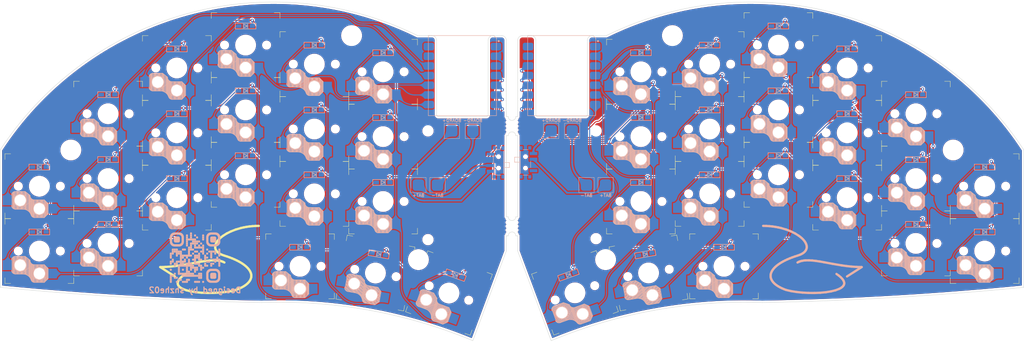
<source format=kicad_pcb>
(kicad_pcb (version 20221018) (generator pcbnew)
  (layers (0 "F.Cu" signal) (31 "B.Cu" signal) (34 "B.Paste" user) (35 "F.Paste" user) (36 "B.SilkS" user "B.Silkscreen") (37 "F.SilkS" user "F.Silkscreen") (38 "B.Mask" user) (39 "F.Mask" user) (44 "Edge.Cuts" user))
  (net 0 "")
  (net 1 "LROW1")
  (net 2 "Net-(D1-A)")
  (net 3 "LROW2")
  (net 4 "Net-(D2-A)")
  (net 5 "LROW3")
  (net 6 "Net-(D3-A)")
  (net 7 "LROW4")
  (net 8 "Net-(D4-A)")
  (net 9 "Net-(D5-A)")
  (net 10 "Net-(D6-A)")
  (net 11 "Net-(D7-A)")
  (net 12 "Net-(D8-A)")
  (net 13 "Net-(D9-A)")
  (net 14 "Net-(D10-A)")
  (net 15 "Net-(D11-A)")
  (net 16 "Net-(D12-A)")
  (net 17 "Net-(D13-A)")
  (net 18 "Net-(D14-A)")
  (net 19 "Net-(D15-A)")
  (net 20 "Net-(D16-A)")
  (net 21 "Net-(D17-A)")
  (net 22 "Net-(D18-A)")
  (net 23 "Net-(D19-A)")
  (net 24 "Net-(D20-A)")
  (net 25 "RROW1")
  (net 26 "Net-(D21-A)")
  (net 27 "RROW2")
  (net 28 "Net-(D22-A)")
  (net 29 "RROW3")
  (net 30 "Net-(D23-A)")
  (net 31 "RROW4")
  (net 32 "Net-(D24-A)")
  (net 33 "Net-(D25-A)")
  (net 34 "Net-(D26-A)")
  (net 35 "Net-(D27-A)")
  (net 36 "Net-(D28-A)")
  (net 37 "Net-(D29-A)")
  (net 38 "Net-(D30-A)")
  (net 39 "Net-(D31-A)")
  (net 40 "Net-(D32-A)")
  (net 41 "Net-(D33-A)")
  (net 42 "Net-(D34-A)")
  (net 43 "Net-(D35-A)")
  (net 44 "Net-(D36-A)")
  (net 45 "Net-(D37-A)")
  (net 46 "Net-(D38-A)")
  (net 47 "Net-(D39-A)")
  (net 48 "Net-(D40-A)")
  (net 49 "Net-(SW17A-B)")
  (net 50 "Net-(SW34A-B)")
  (net 51 "Net-(TP2-Pad1)")
  (net 52 "LCOL1")
  (net 53 "LCOL2")
  (net 54 "LCOL3")
  (net 55 "LCOL4")
  (net 56 "LCOL5")
  (net 57 "RCOL1")
  (net 58 "RCOL2")
  (net 59 "RCOL3")
  (net 60 "RCOL4")
  (net 61 "RCOL5")
  (net 62 "Net-(SW17A-C)")
  (net 63 "Net-(SW34A-C)")
  (net 71 "LGND")
  (net 75 "Net-(TP6-Pad1)")
  (net 76 "RGND")
  (footprint "kbd:ChocV1_V2_Hotswap" (layer "F.Cu") (at 181.25 69)
    (fp_text reference "SW23" hide)
    (fp_text value "SW_PUSH" hide)
  )
  (footprint "kbd:ChocV1_V2_Hotswap" (layer "F.Cu") (at 41.75 63)
    (fp_text reference "SW1" hide)
    (fp_text value "SW_PUSH" hide)
  )
  (footprint "kbd:ChocV1_V2_Hotswap" (layer "F.Cu") (at 181.25 52)
    (fp_text reference "SW22" hide)
    (fp_text value "SW_PUSH" hide)
  )
  (footprint "kbd:ChocV1_V2_Hotswap" (layer "F.Cu") (at 271.25 99)
    (fp_text reference "SW38" hide)
    (fp_text value "SW_PUSH" hide)
  )
  (footprint "kbd:5mm_hole" (layer "F.Cu") (at 189.5 42.5)
    (fp_text reference "REF**" hide)
    (fp_text value "5mm_hole" hide)
  )
  (footprint "kbd:ChocV1_V2_Hotswap" (layer "F.Cu") (at 95.75 84)
    (fp_text reference "SW15" hide)
    (fp_text value "SW_PUSH" hide)
  )
  (footprint "kbd:ChocV1_V2_Hotswap" (layer "F.Cu") (at 95.75 50)
    (fp_text reference "SW13" hide)
    (fp_text value "SW_PUSH" hide)
  )
  (footprint "kbd:ChocV1_V2_Hotswap" (layer "F.Cu") (at 59.75 85)
    (fp_text reference "SW7" hide)
    (fp_text value "SW_PUSH" hide)
  )
  (footprint "kbd:5mm_hole" (layer "F.Cu") (at 105.5 42.5)
    (fp_text reference "REF**" hide)
    (fp_text value "5mm_hole" hide)
  )
  (footprint "kbd:2.5mm_hole" (layer "F.Cu") (at 169.5 95.75)
    (fp_text reference "REF**" hide)
    (fp_text value "2.5mm_hole" hide)
  )
  (footprint "kbd:ChocV1_V2_Hotswap" (layer "F.Cu") (at 113.75 86)
    (fp_text reference "SW20" hide)
    (fp_text value "SW_PUSH" hide)
  )
  (footprint "kbd:ChocV1_V2_Hotswap" (layer "F.Cu") (at 41.75 80)
    (fp_text reference "SW2" hide)
    (fp_text value "SW_PUSH" hide)
  )
  (footprint "kbd:ChocV1_V2_Hotswap" (layer "F.Cu") (at 92 103)
    (fp_text reference "SW12" hide)
    (fp_text value "SW_PUSH" hide)
  )
  (footprint "kbd:2.5mm_hole" (layer "F.Cu") (at 169.5 67.5)
    (fp_text reference "REF**" hide)
    (fp_text value "2.5mm_hole" hide)
  )
  (footprint "kbd:ChocV1_V2_Hotswap" (layer "F.Cu") (at 181.25 86)
    (fp_text reference "SW24" hide)
    (fp_text value "SW_PUSH" hide)
  )
  (footprint "kbd:ChocV1_V2_Hotswap" (layer "F.Cu") (at 23.75 99)
    (fp_text reference "SW8" hide)
    (fp_text value "SW_PUSH" hide)
  )
  (footprint "kbd:ChocV1_V2_Hotswap" (layer "F.Cu") (at 59.75 68)
    (fp_text reference "SW6" hide)
    (fp_text value "SW_PUSH" hide)
  )
  (footprint "kbd:ChocV1_V2_Hotswap" (layer "F.Cu") (at 199.25 84)
    (fp_text reference "SW28" hide)
    (fp_text value "SW_PUSH" hide)
  )
  (footprint "kbd:ChocV1_V2_Hotswap" (layer "F.Cu") (at 203 103)
    (fp_text reference "SW33" hide)
    (fp_text value "SW_PUSH" hide)
  )
  (footprint "kbd:ChocV1_V2_Hotswap" (layer "F.Cu") (at 183.251148 104.741366 10)
    (fp_text reference "SW29" hide)
    (fp_text value "SW_PUSH" hide)
  )
  (footprint "kbd:5mm_hole" (layer "F.Cu") (at 172 101.25)
    (fp_text reference "REF**" hide)
    (fp_text value "5mm_hole" hide)
  )
  (footprint "kbd:ChocV1_V2_Hotswap" (layer "F.Cu") (at 130.996422 110.012609 -20)
    (fp_text reference "SW21" hide)
    (fp_text value "SW_PUSH" hide)
  )
  (footprint "kbd:ChocV1_V2_Hotswap" (layer "F.Cu") (at 253.25 63)
    (fp_text reference "SW39" hide)
    (fp_text value "SW_PUSH" hide)
  )
  (footprint "kbd:ChocV1_V2_Hotswap" (layer "F.Cu") (at 253.25 97)
    (fp_text reference "SW41" hide)
    (fp_text value "SW_PUSH" hide)
  )
  (footprint "kbd:5mm_hole" (layer "F.Cu") (at 123 101.25)
    (fp_text reference "REF**" hide)
    (fp_text value "5mm_hole" hide)
  )
  (footprint "kbd:5x3mm_mouse_bite" (layer "F.Cu") (at 147.5 66.25)
    (fp_text reference "REF**" hide)
    (fp_text value "5x3mm_mouse_bite" hide)
    (fp_line (start -1.5 2.5) (end -1 2.5) (stroke (width 0.1)) (layer "Edge.Cuts"))
    (fp_line (start -1 -2.5) (end -1.5 -2.5) (stroke (width 0.1)) (layer "Edge.Cuts"))
    (fp_line (start 1 -2.5) (end 1.5 -2.5) (stroke (width 0.1)) (layer "Edge.Cuts"))
    (fp_line (start 1 2.5) (end 1.5 2.5) (stroke (width 0.1)) (layer "Edge.Cuts"))
    (fp_arc (start -1 2.5) (mid 0 1.5) (end 1 2.5) (stroke (width 0.1)) (layer "Edge.Cuts"))
    (fp_arc (start 1 -2.5) (mid 0 -1.5) (end -1 -2.5) (stroke (width 0.1)) (layer "Edge.Cuts"))
  )
  (footprint "kbd:ChocV1_V2_Hotswap" (layer "F.Cu") (at 113.75 69)
    (fp_text reference "SW19" hide)
    (fp_text value "SW_PUSH" hide)
  )
  (footprint "kbd:ChocV1_V2_Hotswap" (layer "F.Cu") (at 217.25 79)
    (fp_text reference "SW32" hide)
    (fp_text value "SW_PUSH" hide)
  )
  (footprint "kbd:ChocV1_V2_Hotswap" (layer "F.Cu") (at 199.25 67)
    (fp_text reference "SW27" hide)
    (fp_text value "SW_PUSH" hide)
  )
  (footprint "kbd:ChocV1_V2_Hotswap" (layer "F.Cu") (at 253.25 80)
    (fp_text reference "SW40" hide)
    (fp_text value "SW_PUSH" hide)
  )
  (footprint "kbd:ChocV1_V2_Hotswap" (layer "F.Cu") (at 217.25 62)
    (fp_text reference "SW31" hide)
    (fp_text value "SW_PUSH" hide)
  )
  (footprint "kbd:ChocV1_V2_Hotswap" (layer "F.Cu") (at 235.25 51)
    (fp_text reference "SW35" hide)
    (fp_text value "SW_PUSH" hide)
  )
  (footprint "kbd:ChocV1_V2_Hotswap" (layer "F.Cu") (at 113.75 52)
    (fp_text reference "SW18" hide)
    (fp_text value "SW_PUSH" hide)
  )
  (footprint "kbd:ChocV1_V2_Hotswap" (layer "F.Cu") (at 111.743757 104.762743 -10)
    (fp_text reference "SW16" hide)
    (fp_text value "SW_PUSH" hide)
  )
  (footprint "kbd:ChocV1_V2_Hotswap" (layer "F.Cu") (at 217.25 45)
    (fp_text reference "SW30" hide)
    (fp_text value "SW_PUSH" hide)
  )
  (footprint "kbd:ChocV1_V2_Hotswap" (layer "F.Cu") (at 235.25 68)
    (fp_text reference "SW36" hide)
    (fp_text value "SW_PUSH" hide)
  )
  (footprint "kbd:ChocV1_V2_Hotswap" (layer "F.Cu") (at 235.25 85)
    (fp_text reference "SW37" hide)
    (fp_text value "SW_PUSH" hide)
  )
  (footprint "kbd:ChocV1_V2_Hotswap" (layer "F.Cu") (at 77.75 79)
    (fp_text reference "SW11" hide)
    (fp_text value "SW_PUSH" hide)
  )
  (footprint "kbd:ChocV1_V2_Hotswap" (layer "F.Cu") (at 163.986884 109.9584 20)
    (fp_text reference "SW25" hide)
    (fp_text value "SW_PUSH" hide)
  )
  (footprint "kbd:ChocV1_V2_Hotswap" (layer "F.Cu") (at 77.75 62)
    (fp_text reference "SW10" hide)
    (fp_text value "SW_PUSH" hide)
  )
  (footprint "kbd:5mm_hole" (layer "F.Cu") (at 263 72.5)
    (fp_text reference "REF**" hide)
    (fp_text value "5mm_hole" hide)
  )
  (footprint "kbd:5x3mm_mouse_bite" (layer "F.Cu") (at 147.5 92.5)
    (fp_text reference "REF**" hide)
    (fp_text value "5x3mm_mouse_bite" hide)
    (fp_line (start -1.5 2.5) (end -1 2.5) (stroke (width 0.1)) (layer "Edge.Cuts"))
    (fp_line (start -1 -2.5) (end -1.5 -2.5) (stroke (width 0.1)) (layer "Edge.Cuts"))
    (fp_line (start 1 -2.5) (end 1.5 -2.5) (stroke (width 0.1)) (layer "Edge.Cuts"))
    (fp_line (start 1 2.5) (end 1.5 2.5) (stroke (width 0.1)) (layer "Edge.Cuts"))
    (fp_arc (start -1 2.5) (mid 0 1.5) (end 1 2.5) (stroke (width 0.1)) (layer "Edge.Cuts"))
    (fp_arc (start 1 -2.5) (mid 0 -1.5) (end -1 -2.5) (stroke (width 0.1)) (layer "Edge.Cuts"))
  )
  (footprint "kbd:5mm_hole" (layer "F.Cu") (at 32 72.5)
    (fp_text reference "REF**" hide)
    (fp_text value "5mm_hole" hide)
  )
  (footprint "kbd:ChocV1_V2_Hotswap" (layer "F.Cu") (at 59.75 51)
    (fp_text reference "SW5" hide)
    (fp_text value "SW_PUSH" hide)
  )
  (footprint "kbd:2.5mm_hole" (layer "F.Cu") (at 125.5 67.5)
    (fp_text reference "REF**" hide)
    (fp_text value "2.5mm_hole" hide)
  )
  (footprint "kbd:ChocV1_V2_Hotswap" (layer "F.Cu") (at 271.25 82)
    (fp_text reference "SW42" hide)
    (fp_text value "SW_PUSH" hide)
  )
  (footprint "kbd:ChocV1_V2_Hotswap" (layer "F.Cu") (at 41.75 97)
    (fp_text reference "SW3" hide)
    (fp_text value "SW_PUSH" hide)
  )
  (footprint "kbd:ChocV1_V2_Hotswap" (layer "F.Cu") (at 199.25 50)
    (fp_text reference "SW26" hide)
    (fp_text value "SW_PUSH" hide)
  )
  (footprint "kbd:ChocV1_V2_Hotswap" (layer "F.Cu") (at 95.75 67)
    (fp_text reference "SW14" hide)
    (fp_text value "SW_PUSH" hide)
  )
  (footprint "kbd:ChocV1_V2_Hotswap" (layer "F.Cu") (at 23.75 82)
    (fp_text reference "SW4" hide)
    (fp_text value "SW_PUSH" hide)
  )
  (footprint "kbd:2.5mm_hole" (layer "F.Cu") (at 125.5 96)
    (fp_text reference "REF**" hide)
    (fp_text value "2.5mm_hole" hide)
  )
  (footprint "kbd:ChocV1_V2_Hotswap" (layer "F.Cu") (at 77.75 45)
    (fp_text reference "SW9" hide)
    (fp_text value "SW_PUSH" hide)
  )
  (footprint "kbd:D3_SMD_v2" (layer "B.Cu") (at 113.75 64 180)
    (fp_text reference "D18" hide)
    (fp_text value "D" hide)
  )
  (footprint "kbd:D3_SMD_v2" (layer "B.Cu") (at 77.75 74 180)
    (fp_text reference "D11" hide)
    (fp_text value "D" hide)
  )
  (footprint "kbd:D3_SMD_v2" (layer "B.Cu") (at 271.25 77 180)
    (fp_text reference "D40" hide)
    (fp_text value "D" hide)
  )
  (footprint "kbd:D3_SMD_v2" (layer "B.Cu") (at 77.75 57 180)
    (fp_text reference "D10" hide)
    (fp_text value "D" hide)
  )
  (footprint "kbd:D3_SMD_v2" (layer "B.Cu") (at 217.25 40 180)
    (fp_text reference "D29" hide)
    (fp_text value "D" hide)
  )
  (footprint "kbd:D3_SMD_v2" (layer "B.Cu") (at 59.75 80 180)
    (fp_text reference "D7" hide)
    (fp_text value "D" hide)
  )
  (footprint "kbd:D3_SMD_v2" (layer "B.Cu") (at 41.75 58 180)
    (fp_text reference "D1" hide)
    (fp_text value "D" hide)
  )
  (footprint "MSK-12C02:MSK-12C02" (layer "B.Cu") (at 151.025 75.75 90)
    (fp_text reference "SW34" hide)
    (fp_text value "SW_DPDT_x2" hide)
  )
  (footprint "kbd:1pad_conn_board" (layer "B.Cu") (at 131.75 67.5 180)
    (fp_text reference "BOARD+")
    (fp_text value "BOARD+" hide)
  )
  (footprint "kbd:D3_SMD_v2" (layer "B.Cu") (at 77.75 40 180)
    (fp_text reference "D9" hide)
    (fp_text value "D" hide)
  )
  (footprint "kbd:D3_SMD_v2" (layer "B.Cu") (at 203 98 180)
    (fp_text reference "D32" hide)
    (fp_text value "D" hide)
  )
  (footprint "xiao_nrf52840:xiao_nrf52840_v2" (layer "B.Cu") (at 160.5 53 180)
    (fp_text reference "U2" hide)
    (fp_text value "xiao_nrf52840" hide)
  )
  (footprint "kbd:1pad_conn_board" (layer "B.Cu") (at 137.25 67.5 180)
    (fp_text reference "BOARD-")
    (fp_text value "BOARD-" hide)
  )
  (footprint "kbd:D3_SMD_v2" (layer "B.Cu") (at 92 98 180)
    (fp_text reference "D12" hide)
    (fp_text value "D" hide)
  )
  (footprint "kbd:1pad_conn_board" (layer "B.Cu") (at 172 81.7 180)
    (fp_text reference "BAT+")
    (fp_text value "BAT+" hide)
  )
  (footprint "kbd:D3_SMD_v2" (layer "B.Cu") (at 271.25 94 180)
    (fp_text reference "D36" hide)
    (fp_text value "D" hide)
  )
  (footprint "kbd:D3_SMD_v2" (layer "B.Cu") (at 217.25 57 180)
    (fp_text reference "D30" hide)
    (fp_text value "D" hide)
  )
  (footprint "kbd:D3_SMD_v2" (layer "B.Cu") (at 23.75 77 180)
    (fp_text reference "D4" hide)
    (fp_text value "D" hide)
  )
  (footprint "kbd:D3_SMD_v2" (layer "B.Cu") (at 162.276782 105.259936 -160)
    (fp_text reference "D24" hide)
    (fp_text value "D" hide)
  )
  (footprint "kbd:D3_SMD_v2" (layer "B.Cu") (at 253.25 58 180)
    (fp_text reference "D37" hide)
    (fp_text value "D" hide)
  )
  (footprint "kbd:D3_SMD_v2" (layer "B.Cu") (at 59.75 46 180)
    (fp_text reference "D5" hide)
    (fp_text value "D" hide)
  )
  (footprint "kbd:1pad_conn_board" (layer "B.Cu") (at 163.25 67.5 180)
    (fp_text reference "BOARD-")
    (fp_text value "BOARD-" hide)
  )
  (footprint "kbd:D3_SMD_v2" (layer "B.Cu") (at 181.25 47 180)
    (fp_text reference "D21" hide)
    (fp_text value "D" hide)
  )
  (footprint "xiao_nrf52840:xiao_nrf52840_v2" (layer "B.Cu") (at 134.5 53 180)
    (fp_text reference "U1" hide)
    (fp_text value "xiao_nrf52840" hide)
  )
  (footprint "MSK-12C02:MSK-12C02" (layer "B.Cu") (at 143.975 75.75 -90)
    (fp_text reference "SW17" hide)
    (fp_text value "SW_DPDT_x2" hide)
  )
  (footprint "kbd:1pad_conn_board" (layer "B.Cu") (at 167 81.7 180)
    (fp_text reference "BAT-")
    (fp_text value "BAT-" hide)
  )
  (footprint "kbd:D3_SMD_v2" (layer "B.Cu") (at 41.75 75 180)
    (fp_text reference "D2" hide)
    (fp_text value "D" hide)
  )
  (footprint "kbd:D3_SMD_v2" (layer "B.Cu") (at 217.25 74 180)
    (fp_text reference "D31" hide)
    (fp_text value "D" hide)
  )
  (footprint "kbd:D3_SMD_v2" (layer "B.Cu") (at 113.75 81 180)
    (fp_text reference "D19" hide)
    (fp_text value "D" hide)
  )
  (footprint "kbd:D3_SMD_v2" (layer "B.Cu") (at 199.25 79 180)
    (fp_text reference "D27" hide)
    (fp_text value "D" hide)
  )
  (footprint "kbd:D3_SMD_v2" (layer "B.Cu") (at 23.75 94 180)
    (fp_text reference "D8" hide)
    (fp_text value "D" hide)
  )
  (footprint "kbd:1pad_conn_board" (layer "B.Cu") (at 157.75 67.5 180)
    (fp_text reference "BOARD+")
    (fp_text value "BOARD+" hide)
  )
  (footprint "kbd:D3_SMD_v2" (layer "B.Cu") (at 199.25 45 180)
    (fp_text reference "D25" hide)
    (fp_text value "D" hide)
  )
  (footprint "kbd:D3_SMD_v2" (layer "B.Cu") (at 59.75 63 180)
    (fp_text reference "D6" hide)
    (fp_text value "D" hide)
  )
  (footprint "kbd:1pad_conn_board" (layer "B.Cu") (at 128 81.7 180)
    (fp_text reference "BAT-")
    (fp_text value "BAT-" hide)
  )
  (footprint "kbd:D3_SMD_v2" (layer "B.Cu") (at 95.75 62 180)
    (fp_text reference "D14" hide)
    (fp_text value "D" hide)
  )
  (footprint "kbd:D3_SMD_v2" (layer "B.Cu") (at 253.25 92 180)
    (fp_text reference "D39" hide)
    (fp_text value "D" hide)
  )
  (footprint "kbd:D3_SMD_v2" (layer "B.Cu") (at 112.619163 99.84808 170)
    (fp_text reference "D16" hide)
    (fp_text value "D" hide)
  )
  (footprint "kbd:D3_SMD_v2" (layer "B.Cu") (at 95.75 79 180)
    (fp_text reference "D15" hide)
    (fp_text value "D" hide)
  )
  (footprint "kbd:D3_SMD_v2" (layer "B.Cu") (at 235.25 80 180)
    (fp_text reference "D35" hide)
    (fp_text value "D" hide)
  )
  (footprint "kbd:D3_SMD_v2" (layer "B.Cu") (at 132.703186 105.322207 160)
    (fp_text reference "D20" hide)
    (fp_text value "D" hide)
  )
  (footprint "kbd:D3_SMD_v2" (layer "B.Cu") (at 113.75 47 180)
    (fp_text reference "D17" hide)
    (fp_text value "D" hide)
  )
  (footprint "kbd:D3_SMD_v2" (layer "B.Cu") (at 182.383632 99.825631 -170)
    (fp_text reference "D28" hide)
    (fp_text value "D" hide)
  )
  (footprint "kbd:D3_SMD_v2" (layer "B.Cu") (at 199.25 62 180)
    (fp_text reference "D26" hide)
    (fp_text value "D" hide)
  )
  (footprint "kbd:D3_SMD_v2" (layer "B.Cu") (at 41.75 92 180)
    (fp_text reference "D3" hide)
    (fp_text value "D" hide)
  )
  (footprint "kbd:D3_SMD_v2" (layer "B.Cu") (at 235.25 63 180)
    (fp_text reference "D34" hide)
    (fp_text value "D" hide)
  )
  (footprint "kbd:D3_SMD_v2" (layer "B.Cu") (at 235.25 46 180)
    (fp_text reference "D33" hide)
    (fp_text value "D" hide)
  )
  (footprint "kbd:D3_SMD_v2" (layer "B.Cu") (at 181.25 64 180)
    (fp_text reference "D22" hide)
    (fp_text value "D" hide)
  )
  (footprint "kbd:D3_SMD_v2" (layer "B.Cu") (at 95.75 45 180)
    (fp_text reference "D13" hide)
    (fp_text value "D" hide)
  )
  (footprint "kbd:1pad_conn_board" (layer "B.Cu") (at 123 81.7 180)
    (fp_text reference "BAT+")
    (fp_text value "BAT+" hide)
  )
  (footprint "kbd:D3_SMD_v2" (layer "B.Cu") (at 181.25 81 180)
    (fp_text reference "D23" hide)
    (fp_text value "D" hide)
  )
  (footprint "kbd:D3_SMD_v2" (layer "B.Cu") (at 253.25 75 180)
    (fp_text reference "D38" hide)
    (fp_text value "D" hide)
  )
  (gr_line (start 68.068765 96.895405) (end 68.085857 96.924503) (layer "B.SilkS"))
  (gr_line (start 68.692227 97.25934) (end 69.279523 97.259488) (layer "B.SilkS"))
  (gr_line (start 68.014992 104.680387) (end 68.005423 104.713323) (layer "B.SilkS"))
  (gr_poly (pts (xy 65.310773 98.344576) (xy 65.839939 98.344576) (xy 65.839939 97.815409) (xy 65.310773 97.815409)) (fill solid) (layer "B.SilkS"))
  (gr_line (start 60.897239 94.93026) (end 60.884258 94.914723) (layer "B.SilkS"))
  (gr_line (start 70.005087 94.680391) (end 69.9781 94.675684) (layer "B.SilkS"))
  (gr_poly (pts (xy 63.194106 105.752909) (xy 63.723273 105.752909) (xy 63.723273 105.223742) (xy 63.194106 105.223742)) (fill solid) (layer "B.SilkS"))
  (gr_line (start 68.215615 97.078602) (end 68.241357 97.10046) (layer "B.SilkS"))
  (gr_poly (pts (xy 61.606606 105.752909) (xy 62.135774 105.752909) (xy 62.135774 105.223742) (xy 61.606606 105.223742)) (fill solid) (layer "B.SilkS"))
  (gr_line (start 70.34343 106.603636) (end 70.368071 106.580611) (layer "B.SilkS"))
  (gr_line (start 58.543765 96.895405) (end 58.560858 96.924503) (layer "B.SilkS"))
  (gr_line (start 70.381976 104.409791) (end 70.367695 104.395416) (layer "B.SilkS"))
  (gr_poly (pts (xy 60.548273 106.811242) (xy 60.895539 106.811242) (xy 60.904883 106.811034) (xy 60.914054 106.81041) (xy 60.92305 106.80937) (xy 60.931873 106.807914) (xy 60.940523 106.806043) (xy 60.948998 106.803755) (xy 60.957301 106.801052) (xy 60.965429 106.797933) (xy 60.973384 106.794398) (xy 60.981166 106.790447) (xy 60.988774 106.786081) (xy 60.996208 106.781299) (xy 61.003469 106.776101) (xy 61.010557 106.770487) (xy 61.01747 106.764458) (xy 61.024211 106.758013) (xy 61.030657 106.751274) (xy 61.036686 106.744361) (xy 61.0423 106.737273) (xy 61.047499 106.730013) (xy 61.052281 106.722578) (xy 61.056647 106.71497) (xy 61.060598 106.707189) (xy 61.064133 106.699233) (xy 61.067252 106.691104) (xy 61.069955 106.682802) (xy 61.072242 106.674326) (xy 61.074113 106.665676) (xy 61.075569 106.656852) (xy 61.076608 106.647855) (xy 61.077232 106.638685) (xy 61.07744 106.629341) (xy 61.07744 106.463977) (xy 61.077232 106.454633) (xy 61.076608 106.445462) (xy 61.075568 106.436466) (xy 61.074113 106.427642) (xy 61.072241 106.418993) (xy 61.069953 106.410517) (xy 61.06725 106.402215) (xy 61.064131 106.394086) (xy 61.060596 106.386131) (xy 61.056645 106.378349) (xy 61.052278 106.370741) (xy 61.047496 106.363307) (xy 61.042298 106.356046) (xy 61.036685 106.348958) (xy 61.030656 106.342044) (xy 61.024211 106.335304) (xy 61.017471 106.328858) (xy 61.010558 106.322829) (xy 61.003471 106.317215) (xy 60.996211 106.312017) (xy 60.988776 106.307235) (xy 60.981168 106.302868) (xy 60.973387 106.298918) (xy 60.965431 106.295383) (xy 60.957303 106.292264) (xy 60.949 106.289561) (xy 60.940524 106.287274) (xy 60.931874 106.285402) (xy 60.923051 106.283947) (xy 60.914054 106.282907) (xy 60.904883 106.282284) (xy 60.895539 106.282076) (xy 60.548273 106.282076)) (fill solid) (layer "B.SilkS"))
  (gr_poly (pts (xy 65.839939 105.752909) (xy 66.369106 105.752909) (xy 66.369106 105.223742) (xy 65.839939 105.223742)) (fill solid) (layer "B.SilkS"))
  (gr_line (start 235.101272 102.935009) (end 233.839268 102.759374) (stroke (width 0.598169)) (layer "B.SilkS"))
  (gr_line (start 70.567113 104.776741) (end 70.563276 104.755361) (layer "B.SilkS"))
  (gr_line (start 60.726757 94.778555) (end 60.7043 94.764865) (layer "B.SilkS"))
  (gr_line (start 69.895186 104.192707) (end 69.866967 104.192164) (layer "B.SilkS"))
  (gr_line (start 59.024361 94.6813) (end 58.990087 94.689067) (layer "B.SilkS"))
  (gr_line (start 68.324697 94.767855) (end 68.295927 94.785939) (layer "B.SilkS"))
  (gr_line (start 58.560852 95.001825) (end 58.543761 95.030909) (layer "B.SilkS"))
  (gr_line (start 70.20461 106.70038) (end 70.234307 106.683629) (layer "B.SilkS"))
  (gr_line (start 239.049999 103.2) (end 237.710098 103.166748) (stroke (width 0.598169)) (layer "B.SilkS"))
  (gr_poly (pts (xy 66.898273 100.990409) (xy 67.42744 100.990409) (xy 67.42744 100.461242) (xy 66.898273 100.461242)) (fill solid) (layer "B.SilkS"))
  (gr_line (start 70.182766 94.739923) (end 70.158732 94.728714) (layer "B.SilkS"))
  (gr_line (start 58.990176 97.237424) (end 59.024461 97.245197) (layer "B.SilkS"))
  (gr_line (start 70.575619 104.864332) (end 70.57454 104.842144) (layer "B.SilkS"))
  (gr_line (start 70.458422 94.97904) (end 70.44683 94.962428) (layer "B.SilkS"))
  (gr_line (start 60.738083 97.140534) (end 60.765892 97.121141) (layer "B.SilkS"))
  (gr_poly (pts (xy 62.135774 107.340409) (xy 62.483039 107.340409) (xy 62.492383 107.340201) (xy 62.501553 107.339577) (xy 62.51055 107.338537) (xy 62.519373 107.337081) (xy 62.528022 107.33521) (xy 62.536498 107.332922) (xy 62.544801 107.330219) (xy 62.552929 107.3271) (xy 62.560885 107.323565) (xy 62.568666 107.319614) (xy 62.576274 107.315248) (xy 62.583709 107.310466) (xy 62.59097 107.305268) (xy 62.598057 107.299654) (xy 62.604971 107.293625) (xy 62.611711 107.287181) (xy 62.618157 107.280441) (xy 62.624187 107.273528) (xy 62.629801 107.266441) (xy 62.634999 107.25918) (xy 62.639781 107.251746) (xy 62.644148 107.244138) (xy 62.648098 107.236356) (xy 62.651633 107.2284) (xy 62.654752 107.220271) (xy 62.657455 107.211969) (xy 62.659742 107.203493) (xy 62.661613 107.194843) (xy 62.663069 107.18602) (xy 62.664108 107.177023) (xy 62.664732 107.167852) (xy 62.66494 107.158508) (xy 62.66494 106.811242) (xy 62.135774 106.811242)) (fill solid) (layer "B.SilkS"))
  (gr_line (start 68.085851 104.526824) (end 68.06876 104.555908) (layer "B.SilkS"))
  (gr_line (start 70.337899 94.842895) (end 70.322404 94.829767) (layer "B.SilkS"))
  (gr_line (start 70.317689 97.100494) (end 70.34343 97.078636) (layer "B.SilkS"))
  (gr_line (start 70.44683 94.962428) (end 70.434765 94.946165) (layer "B.SilkS"))
  (gr_line (start 70.57454 104.842144) (end 70.572756 104.820143) (layer "B.SilkS"))
  (gr_line (start 223.955078 99.348047) (end 224.217926 99.087543) (stroke (width 0.598169)) (layer "B.SilkS"))
  (gr_line (start 68.384955 94.735756) (end 68.354388 94.751112) (layer "B.SilkS"))
  (gr_line (start 219.250001 109.199995) (end 218.655787 108.969832) (stroke (width 0.598169)) (layer "B.SilkS"))
  (gr_poly (pts (xy 62.135774 96.22791) (xy 62.66494 96.22791) (xy 62.66494 95.698743) (xy 62.135774 95.698743)) (fill solid) (layer "B.SilkS"))
  (gr_poly (pts (xy 58.960773 102.747407) (xy 58.961805 102.747407) (xy 58.96156 102.74941) (xy 58.961349 102.751283) (xy 58.961172 102.753027) (xy 58.961027 102.754642) (xy 58.960916 102.756128) (xy 58.960836 102.757484) (xy 58.960789 102.758712) (xy 58.960773 102.75981) (xy 58.960773 102.925174) (xy 58.960981 102.934519) (xy 58.961605 102.943689) (xy 58.962645 102.952686) (xy 58.964101 102.961509) (xy 58.965973 102.970159) (xy 58.96826 102.978635) (xy 58.970964 102.986938) (xy 58.974083 102.995067) (xy 58.977618 103.003022) (xy 58.981568 103.010804) (xy 58.985935 103.018412) (xy 58.990717 103.025846) (xy 58.995915 103.033107) (xy 59.001528 103.040194) (xy 59.007557 103.047107) (xy 59.014002 103.053847) (xy 59.020741 103.060292) (xy 59.027655 103.066321) (xy 59.034742 103.071935) (xy 59.042002 103.077132) (xy 59.049437 103.081914) (xy 59.057045 103.086281) (xy 59.064827 103.090232) (xy 59.072782 103.093766) (xy 59.080911 103.096886) (xy 59.089213 103.099589) (xy 59.09769 103.101876) (xy 59.106339 103.103748) (xy 59.115163 103.105204) (xy 59.12416 103.106244) (xy 59.13333 103.106867) (xy 59.142674 103.107075) (xy 59.308039 103.107075) (xy 59.317383 103.106867) (xy 59.326553 103.106244) (xy 59.33555 103.105204) (xy 59.344373 103.103748) (xy 59.353022 103.101876) (xy 59.361498 103.099589) (xy 59.369801 103.096886) (xy 59.377929 103.093766) (xy 59.385884 103.090232) (xy 59.393666 103.086281) (xy 59.401274 103.081914) (xy 59.408708 103.077132) (xy 59.415969 103.071935) (xy 59.423057 103.066321) (xy 59.429971 103.060292) (xy 59.436711 103.053847) (xy 59.443157 103.047107) (xy 59.449187 103.040194) (xy 59.454801 103.033107) (xy 59.459999 103.025846) (xy 59.464781 103.018412) (xy 59.469148 103.010804) (xy 59.473098 103.003022) (xy 59.476633 102.995067) (xy 59.479752 102.986938) (xy 59.482455 102.978635) (xy 59.484742 102.970159) (xy 59.486613 102.961509) (xy 59.488068 102.952686) (xy 59.489108 102.943689) (xy 59.489732 102.934519) (xy 59.48994 102.925174) (xy 59.48994 102.75981) (xy 59.489923 102.758712) (xy 59.489875 102.757484) (xy 59.489794 102.756128) (xy 59.489682 102.754642) (xy 59.489537 102.753027) (xy 59.489359 102.751283) (xy 59.488909 102.747407) (xy 59.48994 102.747407) (xy 59.48994 102.577909) (xy 58.960773 102.577909)) (fill solid) (layer "B.SilkS"))
  (gr_line (start 61.033778 95.209211) (end 61.028627 95.188299) (layer "B.SilkS"))
  (gr_poly (pts (xy 60.019107 102.048743) (xy 60.548273 102.048743) (xy 60.548273 101.519576) (xy 60.019107 101.519576)) (fill solid) (layer "B.SilkS"))
  (gr_poly (pts (xy 62.66494 105.752909) (xy 63.194106 105.752909) (xy 63.194106 105.223742) (xy 62.66494 105.223742)) (fill solid) (layer "B.SilkS"))
  (gr_line (start 60.818431 97.078636) (end 60.843072 97.055611) (layer "B.SilkS"))
  (gr_line (start 70.518479 95.087694) (end 70.509647 95.068438) (layer "B.SilkS"))
  (gr_line (start 67.991248 104.781064) (end 67.986732 104.815783) (layer "B.SilkS"))
  (gr_line (start 68.54946 106.770196) (end 68.584353 106.776318) (layer "B.SilkS"))
  (gr_line (start 221.634766 94.393359) (end 220.533936 93.846533) (stroke (width 0.598169)) (layer "B.SilkS"))
  (gr_line (start 70.263082 106.665534) (end 70.290891 106.646141) (layer "B.SilkS"))
  (gr_line (start 224.217926 99.087543) (end 224.418701 98.811768) (stroke (width 0.598169)) (layer "B.SilkS"))
  (gr_line (start 68.619686 104.195757) (end 68.584242 104.200181) (layer "B.SilkS"))
  (gr_line (start 70.575981 96.564476) (end 70.575981 95.361696) (layer "B.SilkS"))
  (gr_poly (pts (xy 63.723273 103.107075) (xy 64.25244 103.107075) (xy 64.25244 102.75981) (xy 64.252232 102.750466) (xy 64.251608 102.741296) (xy 64.250568 102.732299) (xy 64.249112 102.723476) (xy 64.247241 102.714827) (xy 64.244953 102.706351) (xy 64.24225 102.698048) (xy 64.239131 102.68992) (xy 64.235596 102.681964) (xy 64.231645 102.674183) (xy 64.227279 102.666575) (xy 64.222496 102.65914) (xy 64.217299 102.651879) (xy 64.211685 102.644792) (xy 64.205656 102.637878) (xy 64.199211 102.631138) (xy 64.192472 102.624692) (xy 64.185558 102.618662) (xy 64.178471 102.613048) (xy 64.171211 102.60785) (xy 64.163776 102.603068) (xy 64.156168 102.598701) (xy 64.148386 102.594751) (xy 64.140431 102.591216) (xy 64.132302 102.588097) (xy 64.123999 102.585394) (xy 64.115523 102.583107) (xy 64.106873 102.581236) (xy 64.09805 102.57978) (xy 64.089053 102.578741) (xy 64.079883 102.578117) (xy 64.070539 102.577909) (xy 63.723273 102.577909)) (fill solid) (layer "B.SilkS"))
  (gr_line (start 70.229299 94.764865) (end 70.206296 94.751981) (layer "B.SilkS"))
  (gr_line (start 68.655646 104.19307) (end 68.619686 104.195757) (layer "B.SilkS"))
  (gr_line (start 60.480088 94.680391) (end 60.4531 94.675684) (layer "B.SilkS"))
  (gr_line (start 68.416415 106.729643) (end 68.448608 106.742103) (layer "B.SilkS"))
  (gr_line (start 216.76233 107.956894) (end 216.407618 107.683884) (stroke (width 0.598169)) (layer "B.SilkS"))
  (gr_line (start 59.024461 97.245197) (end 59.059353 97.251318) (layer "B.SilkS"))
  (gr_line (start 58.620177 97.006208) (end 58.642481 97.031432) (layer "B.SilkS"))
  (gr_line (start 223.979416 101.478056) (end 223.598923 101.534764) (stroke (width 0.598169)) (layer "B.SilkS"))
  (gr_line (start 68.005424 106.262918) (end 68.014993 106.295868) (layer "B.SilkS"))
  (gr_line (start 68.515175 106.762424) (end 68.54946 106.770196) (layer "B.SilkS"))
  (gr_line (start 58.923609 97.217104) (end 58.956544 97.228045) (layer "B.SilkS"))
  (gr_line (start 68.16748 97.031432) (end 68.190975 97.055578) (layer "B.SilkS"))
  (gr_poly (pts (xy 60.548273 101.519576) (xy 61.07744 101.519576) (xy 61.07744 100.990409) (xy 60.548273 100.990409)) (fill solid) (layer "B.SilkS"))
  (gr_line (start 68.190956 104.395814) (end 68.167465 104.419948) (layer "B.SilkS"))
  (gr_line (start 70.395834 104.424563) (end 70.381976 104.409791) (layer "B.SilkS"))
  (gr_poly (pts (xy 59.48994 102.577909) (xy 59.837206 102.577909) (xy 59.84655 102.577701) (xy 59.85572 102.577077) (xy 59.864717 102.576037) (xy 59.87354 102.574582) (xy 59.882189 102.57271) (xy 59.890665 102.570423) (xy 59.898967 102.567719) (xy 59.907096 102.5646) (xy 59.915051 102.561065) (xy 59.922832 102.557115) (xy 59.93044 102.552748) (xy 59.937875 102.547966) (xy 59.945136 102.542768) (xy 59.952223 102.537155) (xy 59.959137 102.531126) (xy 59.965877 102.524681) (xy 59.972323 102.517941) (xy 59.978353 102.511028) (xy 59.983967 102.503941) (xy 59.989165 102.49668) (xy 59.993948 102.489246) (xy 59.998314 102.481638) (xy 60.002265 102.473856) (xy 60.005799 102.465901) (xy 60.008918 102.457772) (xy 60.011621 102.449469) (xy 60.013909 102.440993) (xy 60.01578 102.432343) (xy 60.017235 102.423519) (xy 60.018275 102.414523) (xy 60.018899 102.405352) (xy 60.019107 102.396008) (xy 60.019107 102.048743) (xy 59.48994 102.048743)) (fill solid) (layer "B.SilkS"))
  (gr_line (start 58.458989 96.600177) (end 58.461732 96.635415) (layer "B.SilkS"))
  (gr_line (start 61.042798 96.670158) (end 61.047315 96.635422) (layer "B.SilkS"))
  (gr_line (start 225.109375 109.978123) (end 223.535987 109.892136) (stroke (width 0.598169)) (layer "B.SilkS"))
  (gr_line (start 70.553626 95.188299) (end 70.547835 95.167636) (layer "B.SilkS"))
  (gr_line (start 70.434765 104.471164) (end 70.422238 104.455259) (layer "B.SilkS"))
  (gr_line (start 58.990087 94.689067) (end 58.956464 94.698441) (layer "B.SilkS"))
  (gr_line (start 70.110437 97.217141) (end 70.14263 97.204681) (layer "B.SilkS"))
  (gr_line (start 70.134214 94.718372) (end 70.109233 94.708918) (layer "B.SilkS"))
  (gr_line (start 60.449693 97.251356) (end 60.484586 97.245234) (layer "B.SilkS"))
  (gr_line (start 234.455535 107.639484) (end 234.353124 107.934375) (stroke (width 0.598169)) (layer "B.SilkS"))
  (gr_line (start 58.743155 97.121107) (end 58.770964 97.140499) (layer "B.SilkS"))
  (gr_poly (pts (xy 65.839939 98.344576) (xy 66.369106 98.344576) (xy 66.369106 97.815409) (xy 65.839939 97.815409)) (fill solid) (layer "B.SilkS"))
  (gr_poly (pts (xy 59.133328 104.694784) (xy 59.124155 104.695408) (xy 59.115156 104.696447) (xy 59.106331 104.697903) (xy 59.097681 104.699774) (xy 59.089204 104.702061) (xy 59.080901 104.704764) (xy 59.072772 104.707883) (xy 59.064817 104.711418) (xy 59.057036 104.715368) (xy 59.049429 104.719734) (xy 59.041995 104.724517) (xy 59.034736 104.729715) (xy 59.027651 104.735329) (xy 59.020739 104.741359) (xy 59.014002 104.747804) (xy 59.007557 104.754546) (xy 59.001528 104.76146) (xy 58.995915 104.768548) (xy 58.990717 104.77581) (xy 58.985935 104.783245) (xy 58.981568 104.790853) (xy 58.977618 104.798635) (xy 58.974083 104.80659) (xy 58.970964 104.814719) (xy 58.96826 104.823021) (xy 58.965973 104.831497) (xy 58.964101 104.840146) (xy 58.962645 104.848968) (xy 58.961605 104.857964) (xy 58.960981 104.867134) (xy 58.960773 104.876477) (xy 58.960773 105.041841) (xy 58.960981 105.051187) (xy 58.961606 105.060359) (xy 58.962646 105.069357) (xy 58.964102 105.078181) (xy 58.965974 105.086831) (xy 58.968261 105.095307) (xy 58.970965 105.103609) (xy 58.974085 105.111738) (xy 58.97762 105.119692) (xy 58.98157 105.127473) (xy 58.985937 105.135081) (xy 58.990719 105.142515) (xy 58.995916 105.149775) (xy 59.001529 105.156861) (xy 59.007558 105.163774) (xy 59.014002 105.170514) (xy 59.020741 105.176958) (xy 59.027654 105.182986) (xy 59.034741 105.188599) (xy 59.042001 105.193797) (xy 59.049435 105.198579) (xy 59.057042 105.202945) (xy 59.064823 105.206896) (xy 59.072778 105.210431) (xy 59.080907 105.213551) (xy 59.089209 105.216254) (xy 59.097685 105.218542) (xy 59.106335 105.220414) (xy 59.115159 105.22187) (xy 59.124157 105.22291) (xy 59.133329 105.223534) (xy 59.142674 105.223742) (xy 59.308039 105.223742) (xy 59.317382 105.223534) (xy 59.326551 105.22291) (xy 59.335548 105.22187) (xy 59.34437 105.220414) (xy 59.35302 105.218542) (xy 59.361495 105.216254) (xy 59.369798 105.213551) (xy 59.377926 105.210431) (xy 59.385882 105.206896) (xy 59.393663 105.202945) (xy 59.401271 105.198579) (xy 59.408706 105.193797) (xy 59.415966 105.188599) (xy 59.423053 105.182986) (xy 59.429967 105.176958) (xy 59.436706 105.170514) (xy 59.443152 105.163774) (xy 59.449182 105.156861) (xy 59.454796 105.149775) (xy 59.459994 105.142515) (xy 59.464777 105.135081) (xy 59.469144 105.127473) (xy 59.473095 105.119692) (xy 59.47663 105.111738) (xy 59.479749 105.103609) (xy 59.482453 105.095307) (xy 59.48474 105.086831) (xy 59.486612 105.078181) (xy 59.488068 105.069357) (xy 59.489108 105.060359) (xy 59.489732 105.051187) (xy 59.48994 105.041841) (xy 59.48994 104.876477) (xy 59.489732 104.867134) (xy 59.489108 104.857964) (xy 59.488068 104.848968) (xy 59.486613 104.840145) (xy 59.484742 104.831496) (xy 59.482455 104.82302) (xy 59.479752 104.814718) (xy 59.476633 104.806589) (xy 59.473098 104.798634) (xy 59.469148 104.790852) (xy 59.464781 104.783244) (xy 59.459999 104.77581) (xy 59.454801 104.768549) (xy 59.449187 104.761462) (xy 59.443157 104.754549) (xy 59.436711 104.747809) (xy 59.42997 104.741364) (xy 59.423055 104.735334) (xy 59.415967 104.72972) (xy 59.408706 104.724522) (xy 59.401271 104.719739) (xy 59.393662 104.715372) (xy 59.385881 104.711421) (xy 59.377925 104.707886) (xy 59.369797 104.704767) (xy 59.361494 104.702063) (xy 59.353019 104.699775) (xy 59.34437 104.697904) (xy 59.335547 104.696448) (xy 59.326551 104.695408) (xy 59.317382 104.694784) (xy 59.308039 104.694576) (xy 59.142674 104.694576)) (fill solid) (layer "B.SilkS"))
  (gr_poly (pts (xy 70.602439 102.577909) (xy 71.131606 102.577909) (xy 71.131606 102.048743) (xy 70.602439 102.048743)) (fill solid) (layer "B.SilkS"))
  (gr_line (start 58.501155 95.123135) (end 58.489993 95.155388) (layer "B.SilkS"))
  (gr_poly (pts (xy 62.135774 104.694576) (xy 62.66494 104.694576) (xy 62.66494 104.165409) (xy 62.135774 104.165409)) (fill solid) (layer "B.SilkS"))
  (gr_line (start 70.391565 106.556464) (end 70.413869 106.531238) (layer "B.SilkS"))
  (gr_line (start 70.541414 104.672234) (end 70.534373 104.652102) (layer "B.SilkS"))
  (gr_poly (pts (xy 63.194106 98.344576) (xy 63.723273 98.344576) (xy 63.723273 97.815409) (xy 63.194106 97.815409)) (fill solid) (layer "B.SilkS"))
  (gr_poly (pts (xy 64.781607 99.40291) (xy 65.128872 99.40291) (xy 65.138216 99.402702) (xy 65.147386 99.402078) (xy 65.156383 99.401038) (xy 65.165206 99.399582) (xy 65.173855 99.39771) (xy 65.182331 99.395423) (xy 65.190634 99.392719) (xy 65.198762 99.3896) (xy 65.206717 99.386065) (xy 65.214499 99.382115) (xy 65.222107 99.377748) (xy 65.229542 99.372966) (xy 65.236803 99.367768) (xy 65.24389 99.362155) (xy 65.250804 99.356125) (xy 65.257544 99.349681) (xy 65.26399 99.342941) (xy 65.27002 99.336028) (xy 65.275634 99.328941) (xy 65.280832 99.32168) (xy 65.285614 99.314246) (xy 65.28998 99.306638) (xy 65.293931 99.298856) (xy 65.297466 99.290901) (xy 65.300584 99.282772) (xy 65.303287 99.274469) (xy 65.305575 99.265993) (xy 65.307446 99.257343) (xy 65.308901 99.24852) (xy 65.309941 99.239523) (xy 65.310565 99.230353) (xy 65.310773 99.221009) (xy 65.310773 99.055644) (xy 65.310565 99.0463) (xy 65.309941 99.03713) (xy 65.308901 99.028133) (xy 65.307445 99.01931) (xy 65.305574 99.01066) (xy 65.303286 99.002185) (xy 65.300583 98.993882) (xy 65.297464 98.985754) (xy 65.293929 98.977798) (xy 65.289978 98.970017) (xy 65.285612 98.962409) (xy 65.28083 98.954974) (xy 65.275632 98.947713) (xy 65.270018 98.940626) (xy 65.263989 98.933712) (xy 65.257544 98.926972) (xy 65.250805 98.920526) (xy 65.243892 98.914496) (xy 65.236805 98.908882) (xy 65.229544 98.903684) (xy 65.222109 98.898902) (xy 65.214501 98.894535) (xy 65.20672 98.890585) (xy 65.198764 98.88705) (xy 65.190635 98.883931) (xy 65.182333 98.881228) (xy 65.173856 98.878941) (xy 65.165207 98.87707) (xy 65.156383 98.875614) (xy 65.147386 98.874575) (xy 65.138216 98.873951) (xy 65.128872 98.873743) (xy 64.781607 98.873743)) (fill solid) (layer "B.SilkS"))
  (gr_line (start 70.229299 104.289864) (end 70.206296 104.27698) (layer "B.SilkS"))
  (gr_line (start 70.009585 97.245234) (end 70.04387 97.237462) (layer "B.SilkS"))
  (gr_poly (pts (xy 66.369106 99.572407) (xy 66.370138 99.572407) (xy 66.369893 99.57441) (xy 66.369682 99.576283) (xy 66.369505 99.578027) (xy 66.36936 99.579642) (xy 66.369249 99.581128) (xy 66.369169 99.582485) (xy 66.369122 99.583712) (xy 66.369106 99.58481) (xy 66.369106 99.750175) (xy 66.369314 99.759519) (xy 66.369938 99.76869) (xy 66.370978 99.777686) (xy 66.372434 99.78651) (xy 66.374305 99.79516) (xy 66.376593 99.803636) (xy 66.379296 99.811938) (xy 66.382415 99.820067) (xy 66.38595 99.828023) (xy 66.389901 99.835805) (xy 66.394268 99.843413) (xy 66.39905 99.850847) (xy 66.404248 99.858108) (xy 66.409861 99.865195) (xy 66.41589 99.872108) (xy 66.422335 99.878847) (xy 66.429075 99.885292) (xy 66.435988 99.891321) (xy 66.443075 99.896935) (xy 66.450335 99.902133) (xy 66.45777 99.906915) (xy 66.465378 99.911281) (xy 66.473159 99.915232) (xy 66.481115 99.918767) (xy 66.489244 99.921886) (xy 66.497546 99.924589) (xy 66.506023 99.926877) (xy 66.514672 99.928749) (xy 66.523496 99.930204) (xy 66.532493 99.931244) (xy 66.541663 99.931868) (xy 66.551007 99.932076) (xy 66.716372 99.932076) (xy 66.725716 99.931868) (xy 66.734886 99.931244) (xy 66.743883 99.930204) (xy 66.752706 99.928749) (xy 66.761355 99.926877) (xy 66.769831 99.924589) (xy 66.778133 99.921886) (xy 66.786262 99.918767) (xy 66.794217 99.915232) (xy 66.801999 99.911281) (xy 66.809607 99.906915) (xy 66.817041 99.902133) (xy 66.824302 99.896935) (xy 66.83139 99.891321) (xy 66.838304 99.885292) (xy 66.845044 99.878847) (xy 66.85149 99.872108) (xy 66.85752 99.865195) (xy 66.863133 99.858108) (xy 66.868332 99.850847) (xy 66.873114 99.843413) (xy 66.87748 99.835805) (xy 66.881431 99.828023) (xy 66.884966 99.820067) (xy 66.888085 99.811938) (xy 66.890788 99.803636) (xy 66.893075 99.79516) (xy 66.894946 99.78651) (xy 66.896402 99.777686) (xy 66.897441 99.76869) (xy 66.898065 99.759519) (xy 66.898273 99.750175) (xy 66.898273 99.58481) (xy 66.898257 99.583712) (xy 66.898208 99.582485) (xy 66.898128 99.581128) (xy 66.898015 99.579642) (xy 66.89787 99.578027) (xy 66.897692 99.576283) (xy 66.897241 99.572407) (xy 66.898273 99.572407) (xy 66.898273 99.40291) (xy 66.369106 99.40291)) (fill solid) (layer "B.SilkS"))
  (gr_line (start 60.909766 94.946165) (end 60.897239 94.93026) (layer "B.SilkS"))
  (gr_line (start 68.448608 106.742103) (end 68.481543 106.753045) (layer "B.SilkS"))
  (gr_poly (pts (xy 59.372446 95.170131) (xy 59.350432 95.171776) (xy 59.328733 95.174486) (xy 59.307377 95.178232) (xy 59.286392 95.182989) (xy 59.265805 95.188729) (xy 59.245645 95.195426) (xy 59.225937 95.203051) (xy 59.20671 95.21158) (xy 59.187992 95.220984) (xy 59.169809 95.231237) (xy 59.152191 95.242311) (xy 59.135163 95.25418) (xy 59.118753 95.266818) (xy 59.10299 95.280196) (xy 59.0879 95.294288) (xy 59.073512 95.309068) (xy 59.059852 95.324508) (xy 59.046949 95.340581) (xy 59.034829 95.35726) (xy 59.02352 95.374519) (xy 59.013051 95.392331) (xy 59.003448 95.410668) (xy 58.994738 95.429504) (xy 58.986951 95.448812) (xy 58.980112 95.468564) (xy 58.97425 95.488735) (xy 58.969392 95.509296) (xy 58.965565 95.530222) (xy 58.962798 95.551485) (xy 58.961117 95.573058) (xy 58.960551 95.594915) (xy 58.960551 96.331483) (xy 58.961117 96.35334) (xy 58.962798 96.374916) (xy 58.965565 96.396182) (xy 58.969391 96.417112) (xy 58.974249 96.437679) (xy 58.980111 96.457856) (xy 58.986949 96.477616) (xy 58.994736 96.496932) (xy 59.003445 96.515776) (xy 59.013048 96.534123) (xy 59.023517 96.551944) (xy 59.034825 96.569214) (xy 59.046944 96.585904) (xy 59.059847 96.601988) (xy 59.073506 96.617438) (xy 59.087895 96.632229) (xy 59.102984 96.646333) (xy 59.118747 96.659722) (xy 59.135156 96.67237) (xy 59.152184 96.68425) (xy 59.169803 96.695335) (xy 59.187985 96.705597) (xy 59.206704 96.715011) (xy 59.225931 96.723548) (xy 59.245638 96.731182) (xy 59.2658 96.737885) (xy 59.286387 96.743632) (xy 59.307373 96.748394) (xy 59.328729 96.752145) (xy 59.350429 96.754857) (xy 59.372445 96.756505) (xy 59.394749 96.75706) (xy 60.114077 96.75706) (xy 60.114077 96.757076) (xy 60.136399 96.756521) (xy 60.158432 96.754874) (xy 60.180149 96.752161) (xy 60.201521 96.748411) (xy 60.222521 96.743649) (xy 60.243122 96.737903) (xy 60.263296 96.7312) (xy 60.283016 96.723566) (xy 60.302254 96.715029) (xy 60.320983 96.705617) (xy 60.339174 96.695355) (xy 60.356802 96.68427) (xy 60.373837 96.672391) (xy 60.390254 96.659743) (xy 60.406023 96.646354) (xy 60.421118 96.632251) (xy 60.435512 96.617461) (xy 60.449176 96.60201) (xy 60.462083 96.585926) (xy 60.474206 96.569236) (xy 60.485517 96.551967) (xy 60.495989 96.534146) (xy 60.505594 96.515799) (xy 60.514304 96.496954) (xy 60.522093 96.477638) (xy 60.528933 96.457878) (xy 60.534796 96.4377) (xy 60.539654 96.417133) (xy 60.543481 96.396202) (xy 60.546248 96.374934) (xy 60.547929 96.353358) (xy 60.548495 96.331499) (xy 60.548495 95.594931) (xy 60.548273 95.581243) (xy 60.547612 95.567662) (xy 60.546517 95.554195) (xy 60.544998 95.540849) (xy 60.543059 95.527628) (xy 60.540709 95.514541) (xy 60.537954 95.501592) (xy 60.534801 95.488789) (xy 60.531258 95.476137) (xy 60.52733 95.463643) (xy 60.523025 95.451314) (xy 60.518351 95.439155) (xy 60.513313 95.427173) (xy 60.50792 95.415374) (xy 60.502177 95.403764) (xy 60.496092 95.39235) (xy 60.489897 95.381559) (xy 60.483394 95.370964) (xy 60.476589 95.360573) (xy 60.469489 95.350391) (xy 60.462098 95.340424) (xy 60.454424 95.330679) (xy 60.446472 95.321161) (xy 60.438248 95.311876) (xy 60.429758 95.30283) (xy 60.421007 95.29403) (xy 60.412003 95.28548) (xy 60.40275 95.277188) (xy 60.393256 95.26916) (xy 60.383525 95.2614) (xy 60.373563 95.253916) (xy 60.363377 95.246713) (xy 60.349974 95.237847) (xy 60.336221 95.22946) (xy 60.322132 95.221567) (xy 60.30772 95.21418) (xy 60.292998 95.207311) (xy 60.27798 95.200973) (xy 60.262677 95.195178) (xy 60.247103 95.18994) (xy 60.231271 95.18527) (xy 60.215194 95.181183) (xy 60.198885 95.177689) (xy 60.182357 95.174802) (xy 60.165622 95.172535) (xy 60.148695 95.1709) (xy 60.131588 95.169909) (xy 60.114314 95.169576) (xy 59.394749 95.169576)) (fill solid) (layer "B.SilkS"))
  (gr_line (start 67.997494 96.704331) (end 68.005424 96.737919) (layer "B.SilkS"))
  (gr_poly (pts (xy 66.369106 95.86824) (xy 66.370138 95.86824) (xy 66.369893 95.870243) (xy 66.369682 95.872117) (xy 66.369505 95.873861) (xy 66.36936 95.875476) (xy 66.369249 95.876962) (xy 66.369169 95.878318) (xy 66.369122 95.879546) (xy 66.369106 95.880644) (xy 66.369106 96.046009) (xy 66.369314 96.055353) (xy 66.369938 96.064523) (xy 66.370978 96.07352) (xy 66.372434 96.082343) (xy 66.374305 96.090993) (xy 66.376593 96.099469) (xy 66.379296 96.107772) (xy 66.382415 96.115901) (xy 66.38595 96.123856) (xy 66.389901 96.131638) (xy 66.394268 96.139246) (xy 66.39905 96.14668) (xy 66.404248 96.153941) (xy 66.409861 96.161028) (xy 66.41589 96.167941) (xy 66.422335 96.174681) (xy 66.429075 96.181125) (xy 66.435988 96.187155) (xy 66.443075 96.192768) (xy 66.450335 96.197966) (xy 66.45777 96.202748) (xy 66.465378 96.207115) (xy 66.473159 96.211065) (xy 66.481115 96.2146) (xy 66.489244 96.217719) (xy 66.497546 96.220423) (xy 66.506023 96.22271) (xy 66.514672 96.224582) (xy 66.523496 96.226038) (xy 66.532493 96.227078) (xy 66.541663 96.227702) (xy 66.551007 96.22791) (xy 66.716372 96.22791) (xy 66.725716 96.227702) (xy 66.734886 96.227078) (xy 66.743883 96.226038) (xy 66.752706 96.224582) (xy 66.761355 96.22271) (xy 66.769831 96.220423) (xy 66.778133 96.217719) (xy 66.786262 96.2146) (xy 66.794217 96.211065) (xy 66.801999 96.207115) (xy 66.809607 96.202748) (xy 66.817041 96.197966) (xy 66.824302 96.192768) (xy 66.83139 96.187155) (xy 66.838304 96.181125) (xy 66.845044 96.174681) (xy 66.85149 96.167941) (xy 66.85752 96.161028) (xy 66.863133 96.153941) (xy 66.868332 96.14668) (xy 66.873114 96.139246) (xy 66.87748 96.131638) (xy 66.881431 96.123856) (xy 66.884966 96.115901) (xy 66.888085 96.107772) (xy 66.890788 96.099469) (xy 66.893075 96.090993) (xy 66.894946 96.082343) (xy 66.896402 96.07352) (xy 66.897441 96.064523) (xy 66.898065 96.055353) (xy 66.898273 96.046009) (xy 66.898273 95.880644) (xy 66.898257 95.879546) (xy 66.898208 95.878318) (xy 66.898128 95.876962) (xy 66.898015 95.875476) (xy 66.89787 95.873861) (xy 66.897692 95.872117) (xy 66.897241 95.86824) (xy 66.898273 95.86824) (xy 66.898273 95.698743) (xy 66.369106 95.698743)) (fill solid) (layer "B.SilkS"))
  (gr_line (start 60.765892 97.121141) (end 60.792689 97.100494) (layer "B.SilkS"))
  (gr_line (start 215.209962 105.31787) (end 215.258668 105.009265) (stroke (width 0.598169)) (layer "B.SilkS"))
  (gr_line (start 224.640625 98.221875) (end 224.66507 97.911493) (stroke (width 0.598169)) (layer "B.SilkS"))
  (gr_line (start 68.481464 94.698441) (end 68.448537 94.709376) (layer "B.SilkS"))
  (gr_poly (pts (xy 60.191664 106.282284) (xy 60.182493 106.282908) (xy 60.173496 106.283947) (xy 60.164673 106.285403) (xy 60.156023 106.287275) (xy 60.147547 106.289562) (xy 60.139244 106.292266) (xy 60.131115 106.295385) (xy 60.12316 106.29892) (xy 60.115378 106.302871) (xy 60.10777 106.307237) (xy 60.100336 106.312019) (xy 60.093075 106.317217) (xy 60.085988 106.32283) (xy 60.079075 106.328859) (xy 60.072335 106.335304) (xy 60.065891 106.342044) (xy 60.059861 106.348957) (xy 60.054248 106.356044) (xy 60.04905 106.363305) (xy 60.044268 106.370739) (xy 60.039902 106.378347) (xy 60.035951 106.386129) (xy 60.032416 106.394084) (xy 60.029297 106.402213) (xy 60.026594 106.410516) (xy 60.024306 106.418992) (xy 60.022434 106.427642) (xy 60.020979 106.436465) (xy 60.019939 106.445462) (xy 60.019315 106.454633) (xy 60.019107 106.463977) (xy 60.019107 106.629341) (xy 60.019315 106.638685) (xy 60.019939 106.647855) (xy 60.020979 106.656852) (xy 60.022434 106.665676) (xy 60.024306 106.674326) (xy 60.026594 106.682802) (xy 60.029297 106.691104) (xy 60.032416 106.699233) (xy 60.035951 106.707189) (xy 60.039902 106.71497) (xy 60.044268 106.722578) (xy 60.04905 106.730013) (xy 60.054248 106.737273) (xy 60.059861 106.744361) (xy 60.065891 106.751274) (xy 60.072335 106.758013) (xy 60.079075 106.764458) (xy 60.085988 106.770487) (xy 60.093075 106.776101) (xy 60.100336 106.781299) (xy 60.10777 106.786081) (xy 60.115378 106.790447) (xy 60.12316 106.794398) (xy 60.131115 106.797933) (xy 60.139244 106.801052) (xy 60.147547 106.803755) (xy 60.156023 106.806043) (xy 60.164673 106.807914) (xy 60.173496 106.80937) (xy 60.182493 106.81041) (xy 60.191664 106.811034) (xy 60.201008 106.811242) (xy 60.548273 106.811242) (xy 60.548273 106.282076) (xy 60.201008 106.282076)) (fill solid) (layer "B.SilkS"))
  (gr_line (start 68.354436 97.175344) (end 68.38501 97.190709) (layer "B.SilkS"))
  (gr_line (start 60.585438 97.217141) (end 60.61763 97.204681) (layer "B.SilkS"))
  (gr_line (start 70.490281 106.42043) (end 70.505958 106.390472) (layer "B.SilkS"))
  (gr_line (start 70.490267 95.030876) (end 70.48015 95.013274) (layer "B.SilkS"))
  (gr_line (start 70.532889 106.328156) (end 70.544052 106.295886) (layer "B.SilkS"))
  (gr_line (start 70.454726 96.952727) (end 70.473188 96.92453) (layer "B.SilkS"))
  (gr_line (start 68.241357 97.10046) (end 68.268154 97.121107) (layer "B.SilkS"))
  (gr_line (start 60.781524 94.817074) (end 60.765269 94.804826) (layer "B.SilkS"))
  (gr_poly (pts (xy 58.960773 99.40291) (xy 59.48994 99.40291) (xy 59.48994 98.873743) (xy 58.960773 98.873743)) (fill solid) (layer "B.SilkS"))
  (gr_poly (pts (xy 60.019107 104.165409) (xy 60.548273 104.165409) (xy 60.548273 103.636243) (xy 60.019107 103.636243)) (fill solid) (layer "B.SilkS"))
  (gr_line (start 70.34343 97.078636) (end 70.368071 97.055611) (layer "B.SilkS"))
  (gr_poly (pts (xy 68.485773 99.932076) (xy 69.014939 99.932076) (xy 69.014939 99.40291) (xy 68.485773 99.40291)) (fill solid) (layer "B.SilkS"))
  (gr_line (start 70.541414 95.147234) (end 70.534373 95.127102) (layer "B.SilkS"))
  (gr_poly (pts (xy 58.604164 98.344784) (xy 58.594994 98.345408) (xy 58.585997 98.346448) (xy 58.577173 98.347904) (xy 58.568523 98.349775) (xy 58.560047 98.352063) (xy 58.551745 98.354766) (xy 58.543616 98.357885) (xy 58.53566 98.36142) (xy 58.527879 98.365371) (xy 58.520271 98.369737) (xy 58.512836 98.37452) (xy 58.505576 98.379717) (xy 58.498488 98.385331) (xy 58.491575 98.39136) (xy 58.484836 98.397805) (xy 58.478391 98.404544) (xy 58.472362 98.411458) (xy 58.466748 98.418545) (xy 58.46155 98.425805) (xy 58.456768 98.43324) (xy 58.452402 98.440848) (xy 58.448451 98.448629) (xy 58.444916 98.456585) (xy 58.441797 98.464714) (xy 58.439094 98.473016) (xy 58.436806 98.481493) (xy 58.434935 98.490142) (xy 58.433479 98.498966) (xy 58.432439 98.507963) (xy 58.431815 98.517133) (xy 58.431607 98.526477) (xy 58.431607 98.873743) (xy 58.960773 98.873743) (xy 58.960773 98.344576) (xy 58.613508 98.344576)) (fill solid) (layer "B.SilkS"))
  (gr_line (start 225.217805 101.428123) (end 224.37635 101.442332) (stroke (width 0.598169)) (layer "B.SilkS"))
  (gr_line (start 222.007423 109.7332) (end 220.564991 109.502194) (stroke (width 0.598169)) (layer "B.SilkS"))
  (gr_line (start 217.214692 92.800543) (end 216.466798 92.661328) (stroke (width 0.598169)) (layer "B.SilkS"))
  (gr_line (start 58.716357 97.10046) (end 58.743155 97.121107) (layer "B.SilkS"))
  (gr_poly (pts (xy 70.602439 100.101573) (xy 70.603471 100.101573) (xy 70.603226 100.103576) (xy 70.603015 100.10545) (xy 70.602838 100.107194) (xy 70.602693 100.108809) (xy 70.602582 100.110295) (xy 70.602502 100.111651) (xy 70.602455 100.112879) (xy 70.602439 100.113977) (xy 70.602439 100.279341) (xy 70.602647 100.288685) (xy 70.603271 100.297856) (xy 70.604311 100.306853) (xy 70.605767 100.315676) (xy 70.607639 100.324326) (xy 70.609926 100.332802) (xy 70.612629 100.341105) (xy 70.615749 100.349234) (xy 70.619283 100.357189) (xy 70.623234 100.364971) (xy 70.627601 100.372579) (xy 70.632383 100.380014) (xy 70.637581 100.387274) (xy 70.643194 100.394361) (xy 70.649223 100.401275) (xy 70.655668 100.408014) (xy 70.662408 100.414459) (xy 70.669321 100.420488) (xy 70.676408 100.426101) (xy 70.683669 100.431299) (xy 70.691103 100.436081) (xy 70.698711 100.440448) (xy 70.706493 100.444399) (xy 70.714448 100.447933) (xy 70.722577 100.451053) (xy 70.73088 100.453756) (xy 70.739356 100.456043) (xy 70.748006 100.457915) (xy 70.756829 100.459371) (xy 70.765826 100.460411) (xy 70.774996 100.461034) (xy 70.78434 100.461242) (xy 70.949705 100.461242) (xy 70.959049 100.461034) (xy 70.968219 100.460411) (xy 70.977216 100.459371) (xy 70.986039 100.457915) (xy 70.994688 100.456043) (xy 71.003164 100.453756) (xy 71.011467 100.451053) (xy 71.019595 100.447933) (xy 71.02755 100.444399) (xy 71.035332 100.440448) (xy 71.04294 100.436081) (xy 71.050375 100.431299) (xy 71.057635 100.426101) (xy 71.064723 100.420488) (xy 71.071637 100.414459) (xy 71.078377 100.408014) (xy 71.084823 100.401275) (xy 71.090853 100.394361) (xy 71.096467 100.387274) (xy 71.101665 100.380014) (xy 71.106447 100.372579) (xy 71.110813 100.364971) (xy 71.114764 100.357189) (xy 71.118299 100.349234) (xy 71.121418 100.341105) (xy 71.124121 100.332802) (xy 71.126408 100.324326) (xy 71.128279 100.315676) (xy 71.129735 100.306853) (xy 71.130774 100.297856) (xy 71.131398 100.288685) (xy 71.131606 100.279341) (xy 71.131606 100.113977) (xy 71.13159 100.112879) (xy 71.131542 100.111651) (xy 71.131461 100.110295) (xy 71.131348 100.108809) (xy 71.131203 100.107194) (xy 71.131026 100.10545) (xy 71.130574 100.101573) (xy 71.131606 100.101573) (xy 71.131606 99.932076) (xy 70.602439 99.932076)) (fill solid) (layer "B.SilkS"))
  (gr_line (start 68.295927 104.310939) (end 68.268123 104.330321) (layer "B.SilkS"))
  (gr_line (start 60.965267 95.030876) (end 60.955151 95.013274) (layer "B.SilkS"))
  (gr_line (start 58.466249 95.256065) (end 58.461732 95.290783) (layer "B.SilkS"))
  (gr_poly (pts (xy 62.135774 97.286243) (xy 62.66494 97.286243) (xy 62.66494 96.757076) (xy 62.135774 96.757076)) (fill solid) (layer "B.SilkS"))
  (gr_line (start 67.986732 96.635415) (end 67.991249 96.670148) (layer "B.SilkS"))
  (gr_poly (pts (xy 64.954161 95.169784) (xy 64.944988 95.170408) (xy 64.935989 95.171448) (xy 64.927164 95.172903) (xy 64.918514 95.174774) (xy 64.910037 95.177062) (xy 64.901734 95.179765) (xy 64.893605 95.182884) (xy 64.88565 95.186418) (xy 64.877869 95.190369) (xy 64.870262 95.194735) (xy 64.862829 95.199518) (xy 64.855569 95.204716) (xy 64.848484 95.21033) (xy 64.841573 95.216359) (xy 64.834835 95.222805) (xy 64.82839 95.229546) (xy 64.822361 95.236461) (xy 64.816748 95.243549) (xy 64.81155 95.250811) (xy 64.806768 95.258246) (xy 64.802401 95.265854) (xy 64.79845 95.273636) (xy 64.794916 95.281591) (xy 64.791796 95.28972) (xy 64.789093 95.298022) (xy 64.786806 95.306497) (xy 64.784934 95.315146) (xy 64.783478 95.323969) (xy 64.782438 95.332965) (xy 64.781815 95.342134) (xy 64.781607 95.351477) (xy 64.781607 95.516842) (xy 64.781815 95.526188) (xy 64.782439 95.535359) (xy 64.783479 95.544357) (xy 64.784935 95.553181) (xy 64.786807 95.561831) (xy 64.789095 95.570307) (xy 64.791798 95.57861) (xy 64.794918 95.586738) (xy 64.798453 95.594693) (xy 64.802404 95.602474) (xy 64.80677 95.610081) (xy 64.811552 95.617515) (xy 64.81675 95.624775) (xy 64.822363 95.631862) (xy 64.828391 95.638775) (xy 64.834835 95.645514) (xy 64.841574 95.651958) (xy 64.848487 95.657986) (xy 64.855574 95.6636) (xy 64.862834 95.668797) (xy 64.870268 95.673579) (xy 64.877875 95.677946) (xy 64.885656 95.681897) (xy 64.893611 95.685432) (xy 64.901739 95.688551) (xy 64.910042 95.691255) (xy 64.918518 95.693543) (xy 64.927168 95.695415) (xy 64.935992 95.696871) (xy 64.94499 95.697911) (xy 64.954162 95.698535) (xy 64.963508 95.698743) (xy 65.128872 95.698743) (xy 65.138215 95.698535) (xy 65.147385 95.697911) (xy 65.156381 95.696871) (xy 65.165204 95.695415) (xy 65.173853 95.693543) (xy 65.182329 95.691255) (xy 65.190631 95.688551) (xy 65.19876 95.685432) (xy 65.206715 95.681897) (xy 65.214496 95.677946) (xy 65.222104 95.673579) (xy 65.229539 95.668797) (xy 65.236799 95.6636) (xy 65.243886 95.657986) (xy 65.250799 95.651958) (xy 65.257539 95.645514) (xy 65.263984 95.638775) (xy 65.270015 95.631862) (xy 65.275629 95.624775) (xy 65.280827 95.617515) (xy 65.28561 95.610081) (xy 65.289977 95.602474) (xy 65.293928 95.594693) (xy 65.297463 95.586738) (xy 65.300582 95.57861) (xy 65.303286 95.570307) (xy 65.305574 95.561831) (xy 65.307445 95.553181) (xy 65.308901 95.544357) (xy 65.309941 95.535359) (xy 65.310565 95.526188) (xy 65.310773 95.516842) (xy 65.310773 95.351477) (xy 65.310565 95.342134) (xy 65.309941 95.332965) (xy 65.308901 95.323968) (xy 65.307446 95.315146) (xy 65.305575 95.306496) (xy 65.303287 95.298021) (xy 65.300584 95.289718) (xy 65.297466 95.28159) (xy 65.293931 95.273634) (xy 65.28998 95.265853) (xy 65.285614 95.258245) (xy 65.280832 95.250811) (xy 65.275634 95.24355) (xy 65.27002 95.236463) (xy 65.26399 95.22955) (xy 65.257544 95.22281) (xy 65.250803 95.216365) (xy 65.243888 95.210335) (xy 65.2368 95.20472) (xy 65.229539 95.199522) (xy 65.222104 95.194739) (xy 65.214495 95.190372) (xy 65.206714 95.186421) (xy 65.198759 95.182886) (xy 65.19063 95.179767) (xy 65.182328 95.177063) (xy 65.173852 95.174776) (xy 65.165203 95.172904) (xy 65.156381 95.171448) (xy 65.147384 95.170408) (xy 65.138215 95.169784) (xy 65.128872 95.169576) (xy 64.963508 95.169576)) (fill solid) (layer "B.SilkS"))
  (gr_poly (pts (xy 61.606606 107.340409) (xy 62.135774 107.340409) (xy 62.135774 106.811242) (xy 61.606606 106.811242)) (fill solid) (layer "B.SilkS"))
  (gr_poly (pts (xy 63.723273 96.22791) (xy 64.25244 96.22791) (xy 64.25244 95.698743) (xy 63.723273 95.698743)) (fill solid) (layer "B.SilkS"))
  (gr_line (start 60.649036 97.190746) (end 60.67961 97.175381) (layer "B.SilkS"))
  (gr_poly (pts (xy 61.07744 105.571008) (xy 61.077648 105.580352) (xy 61.078272 105.589523) (xy 61.079312 105.59852) (xy 61.080768 105.607343) (xy 61.082639 105.615993) (xy 61.084927 105.624469) (xy 61.08763 105.632772) (xy 61.090749 105.640901) (xy 61.094284 105.648856) (xy 61.098235 105.656638) (xy 61.102601 105.664246) (xy 61.107383 105.67168) (xy 61.112581 105.678941) (xy 61.118195 105.686027) (xy 61.124224 105.692941) (xy 61.130669 105.69968) (xy 61.137408 105.706125) (xy 61.144322 105.712154) (xy 61.151409 105.717768) (xy 61.158669 105.722965) (xy 61.166104 105.727748) (xy 61.173712 105.732114) (xy 61.181493 105.736065) (xy 61.189449 105.7396) (xy 61.197578 105.742719) (xy 61.20588 105.745423) (xy 61.214356 105.74771) (xy 61.223006 105.749582) (xy 61.23183 105.751038) (xy 61.240827 105.752077) (xy 61.249997 105.752701) (xy 61.259341 105.752909) (xy 61.606606 105.752909) (xy 61.606606 105.223742) (xy 61.07744 105.223742)) (fill solid) (layer "B.SilkS"))
  (gr_line (start 68.026157 106.328136) (end 68.03887 106.359677) (layer "B.SilkS"))
  (gr_line (start 68.655646 94.66807) (end 68.619686 94.670757) (layer "B.SilkS"))
  (gr_line (start 69.866818 106.784377) (end 69.903265 106.783471) (layer "B.SilkS"))
  (gr_line (start 70.368071 97.055611) (end 70.391565 97.031464) (layer "B.SilkS"))
  (gr_line (start 58.501157 96.803136) (end 58.51387 96.834677) (layer "B.SilkS"))
  (gr_poly (pts (xy 57.90244 100.461242) (xy 58.431607 100.461242) (xy 58.431607 99.932076) (xy 57.90244 99.932076)) (fill solid) (layer "B.SilkS"))
  (gr_line (start 68.295927 94.785939) (end 68.268123 94.805321) (layer "B.SilkS"))
  (gr_poly (pts (xy 64.781607 100.461242) (xy 65.310773 100.461242) (xy 65.310773 99.932076) (xy 64.781607 99.932076)) (fill solid) (layer "B.SilkS"))
  (gr_poly (pts (xy 61.606606 105.223742) (xy 62.135774 105.223742) (xy 62.135774 104.694576) (xy 61.606606 104.694576)) (fill solid) (layer "B.SilkS"))
  (gr_line (start 60.558809 94.700372) (end 60.532963 94.692756) (layer "B.SilkS"))
  (gr_line (start 59.130781 97.258434) (end 59.167228 97.25934) (layer "B.SilkS"))
  (gr_line (start 61.050982 95.361696) (end 61.05062 95.339332) (layer "B.SilkS"))
  (gr_line (start 67.983989 96.600177) (end 67.986732 96.635415) (layer "B.SilkS"))
  (gr_poly (pts (xy 65.310773 102.577909) (xy 65.839939 102.577909) (xy 65.839939 102.230644) (xy 65.839732 102.2213) (xy 65.839108 102.21213) (xy 65.838068 102.203133) (xy 65.836612 102.19431) (xy 65.83474 102.18566) (xy 65.832453 102.177184) (xy 65.82975 102.168882) (xy 65.82663 102.160753) (xy 65.823096 102.152798) (xy 65.819145 102.145017) (xy 65.814778 102.137409) (xy 65.809996 102.129974) (xy 65.804798 102.122713) (xy 65.799185 102.115626) (xy 65.793156 102.108712) (xy 65.786711 102.101971) (xy 65.779971 102.095526) (xy 65.773058 102.089496) (xy 65.765971 102.083882) (xy 65.75871 102.078684) (xy 65.751276 102.073902) (xy 65.743668 102.069535) (xy 65.735886 102.065585) (xy 65.727931 102.06205) (xy 65.719802 102.058931) (xy 65.711499 102.056228) (xy 65.703023 102.053941) (xy 65.694373 102.052069) (xy 65.68555 102.050614) (xy 65.676553 102.049574) (xy 65.667382 102.04895) (xy 65.658039 102.048743) (xy 65.310773 102.048743)) (fill solid) (layer "B.SilkS"))
  (gr_poly (pts (xy 58.431607 102.048743) (xy 58.778872 102.048743) (xy 58.788216 102.048535) (xy 58.797387 102.047911) (xy 58.806383 102.046871) (xy 58.815207 102.045415) (xy 58.823856 102.043543) (xy 58.832332 102.041256) (xy 58.840634 102.038553) (xy 58.848763 102.035433) (xy 58.856718 102.031899) (xy 58.8645 102.027948) (xy 58.872108 102.023581) (xy 58.879542 102.018799) (xy 58.886803 102.013601) (xy 58.893891 102.007988) (xy 58.900805 102.001959) (xy 58.907545 101.995514) (xy 58.913991 101.988774) (xy 58.92002 101.981861) (xy 58.925634 101.974774) (xy 58.930832 101.967513) (xy 58.935614 101.960079) (xy 58.939981 101.952471) (xy 58.943931 101.944689) (xy 58.947466 101.936734) (xy 58.950585 101.928605) (xy 58.953288 101.920302) (xy 58.955575 101.911826) (xy 58.957447 101.903176) (xy 58.958902 101.894353) (xy 58.959942 101.885356) (xy 58.960565 101.876186) (xy 58.960773 101.866842) (xy 58.960773 101.519576) (xy 58.431607 101.519576)) (fill solid) (layer "B.SilkS"))
  (gr_line (start 60.748648 94.793032) (end 60.726757 94.778555) (layer "B.SilkS"))
  (gr_line (start 69.903265 97.258471) (end 69.939238 97.255783) (layer "B.SilkS"))
  (gr_line (start 68.481543 106.753045) (end 68.515175 106.762424) (layer "B.SilkS"))
  (gr_poly (pts (xy 64.424997 98.873951) (xy 64.415826 98.874575) (xy 64.406829 98.875615) (xy 64.398006 98.87707) (xy 64.389356 98.878942) (xy 64.38088 98.881229) (xy 64.372577 98.883933) (xy 64.364448 98.887052) (xy 64.356493 98.890587) (xy 64.348711 98.894537) (xy 64.341103 98.898904) (xy 64.333669 98.903686) (xy 64.326408 98.908884) (xy 64.319321 98.914498) (xy 64.312408 98.920527) (xy 64.305668 98.926972) (xy 64.299223 98.933711) (xy 64.293194 98.940624) (xy 64.287581 98.947711) (xy 64.282383 98.954972) (xy 64.277601 98.962406) (xy 64.273234 98.970014) (xy 64.269284 98.977796) (xy 64.265749 98.985751) (xy 64.26263 98.99388) (xy 64.259926 99.002183) (xy 64.257639 99.010659) (xy 64.255767 99.019309) (xy 64.254312 99.028132) (xy 64.253272 99.037129) (xy 64.252648 99.0463) (xy 64.25244 99.055644) (xy 64.25244 99.221009) (xy 64.252648 99.230353) (xy 64.253272 99.239523) (xy 64.254312 99.24852) (xy 64.255767 99.257343) (xy 64.257639 99.265993) (xy 64.259926 99.274469) (xy 64.26263 99.282772) (xy 64.265749 99.290901) (xy 64.269284 99.298856) (xy 64.273234 99.306638) (xy 64.277601 99.314246) (xy 64.282383 99.32168) (xy 64.287581 99.328941) (xy 64.293194 99.336028) (xy 64.299223 99.342941) (xy 64.305668 99.349681) (xy 64.312408 99.356125) (xy 64.319321 99.362155) (xy 64.326408 99.367768) (xy 64.333669 99.372966) (xy 64.341103 99.377748) (xy 64.348711 99.382115) (xy 64.356493 99.386065) (xy 64.364448 99.3896) (xy 64.372577 99.392719) (xy 64.38088 99.395423) (xy 64.389356 99.39771) (xy 64.398006 99.399582) (xy 64.406829 99.401038) (xy 64.415826 99.402078) (xy 64.424997 99.402702) (xy 64.434341 99.40291) (xy 64.781607 99.40291) (xy 64.781607 98.873743) (xy 64.434341 98.873743)) (fill solid) (layer "B.SilkS"))
  (gr_line (start 67.983065 104.886695) (end 67.983065 106.089475) (layer "B.SilkS"))
  (gr_poly (pts (xy 62.66494 106.811242) (xy 63.012205 106.811242) (xy 63.021549 106.811034) (xy 63.030719 106.81041) (xy 63.039716 106.80937) (xy 63.048539 106.807914) (xy 63.057189 106.806043) (xy 63.065665 106.803755) (xy 63.073967 106.801052) (xy 63.082096 106.797933) (xy 63.090051 106.794398) (xy 63.097832 106.790447) (xy 63.10544 106.786081) (xy 63.112875 106.781299) (xy 63.120136 106.776101) (xy 63.127223 106.770487) (xy 63.134137 106.764458) (xy 63.140878 106.758013) (xy 63.147323 106.751274) (xy 63.153353 106.744361) (xy 63.158967 106.737273) (xy 63.164165 106.730013) (xy 63.168947 106.722578) (xy 63.173314 106.71497) (xy 63.177264 106.707189) (xy 63.180799 106.699233) (xy 63.183918 106.691104) (xy 63.186621 106.682802) (xy 63.188908 106.674326) (xy 63.19078 106.665676) (xy 63.192235 106.656852) (xy 63.193275 106.647855) (xy 63.193899 106.638685) (xy 63.194106 106.629341) (xy 63.194106 106.463977) (xy 63.193898 106.454633) (xy 63.193275 106.445462) (xy 63.192235 106.436466) (xy 63.190779 106.427642) (xy 63.188907 106.418993) (xy 63.18662 106.410517) (xy 63.183916 106.402215) (xy 63.180797 106.394086) (xy 63.177262 106.386131) (xy 63.173312 106.378349) (xy 63.168945 106.370741) (xy 63.164163 106.363307) (xy 63.158965 106.356046) (xy 63.153352 106.348958) (xy 63.147322 106.342044) (xy 63.140878 106.335304) (xy 63.134138 106.328858) (xy 63.127225 106.322829) (xy 63.120138 106.317215) (xy 63.112877 106.312017) (xy 63.105443 106.307235) (xy 63.097835 106.302868) (xy 63.090053 106.298918) (xy 63.082098 106.295383) (xy 63.073969 106.292264) (xy 63.065666 106.289561) (xy 63.05719 106.287274) (xy 63.04854 106.285402) (xy 63.039717 106.283947) (xy 63.03072 106.282907) (xy 63.021549 106.282284) (xy 63.012205 106.282076) (xy 62.66494 106.282076)) (fill solid) (layer "B.SilkS"))
  (gr_line (start 68.145176 97.006208) (end 68.16748 97.031432) (layer "B.SilkS"))
  (gr_poly (pts (xy 68.485773 102.747407) (xy 68.486805 102.747407) (xy 68.48656 102.74941) (xy 68.486349 102.751283) (xy 68.486171 102.753027) (xy 68.486027 102.754642) (xy 68.485915 102.756128) (xy 68.485836 102.757484) (xy 68.485788 102.758712) (xy 68.485773 102.75981) (xy 68.485773 102.925174) (xy 68.485981 102.934519) (xy 68.486605 102.943689) (xy 68.487645 102.952686) (xy 68.4891 102.961509) (xy 68.490972 102.970159) (xy 68.493259 102.978635) (xy 68.495963 102.986938) (xy 68.499082 102.995067) (xy 68.502617 103.003022) (xy 68.506568 103.010804) (xy 68.510934 103.018412) (xy 68.515716 103.025846) (xy 68.520914 103.033107) (xy 68.526528 103.040194) (xy 68.532557 103.047107) (xy 68.539002 103.053847) (xy 68.545741 103.060292) (xy 68.552654 103.066321) (xy 68.559741 103.071935) (xy 68.567002 103.077132) (xy 68.574436 103.081914) (xy 68.582044 103.086281) (xy 68.589826 103.090232) (xy 68.597782 103.093766) (xy 68.605911 103.096886) (xy 68.614213 103.099589) (xy 68.622689 103.101876) (xy 68.631339 103.103748) (xy 68.640162 103.105204) (xy 68.649159 103.106244) (xy 68.65833 103.106867) (xy 68.667674 103.107075) (xy 68.833038 103.107075) (xy 68.842382 103.106867) (xy 68.851553 103.106244) (xy 68.860549 103.105204) (xy 68.869372 103.103748) (xy 68.878022 103.101876) (xy 68.886498 103.099589) (xy 68.8948 103.096886) (xy 68.902929 103.093766) (xy 68.910884 103.090232) (xy 68.918665 103.086281) (xy 68.926273 103.081914) (xy 68.933708 103.077132) (xy 68.940969 103.071935) (xy 68.948056 103.066321) (xy 68.95497 103.060292) (xy 68.96171 103.053847) (xy 68.968156 103.047107) (xy 68.974186 103.040194) (xy 68.9798 103.033107) (xy 68.984998 103.025846) (xy 68.98978 103.018412) (xy 68.994147 103.010804) (xy 68.998097 103.003022) (xy 69.001632 102.995067) (xy 69.004751 102.986938) (xy 69.007454 102.978635) (xy 69.009741 102.970159) (xy 69.011613 102.961509) (xy 69.013068 102.952686) (xy 69.014108 102.943689) (xy 69.014732 102.934519) (xy 69.014939 102.925174) (xy 69.014939 102.75981) (xy 69.014923 102.758712) (xy 69.014875 102.757484) (xy 69.014794 102.756128) (xy 69.014681 102.754642) (xy 69.014536 102.753027) (xy 69.014359 102.751283) (xy 69.013908 102.747407) (xy 69.014939 102.747407) (xy 69.014939 102.577909) (xy 68.485773 102.577909)) (fill solid) (layer "B.SilkS"))
  (gr_line (start 70.352999 94.856448) (end 70.337899 94.842895) (layer "B.SilkS"))
  (gr_poly (pts (xy 59.48994 100.101573) (xy 59.490971 100.101573) (xy 59.490727 100.103576) (xy 59.490516 100.10545) (xy 59.490338 100.107194) (xy 59.490194 100.108809) (xy 59.490082 100.110295) (xy 59.490003 100.111651) (xy 59.489955 100.112879) (xy 59.48994 100.113977) (xy 59.48994 100.279341) (xy 59.490148 100.288685) (xy 59.490772 100.297856) (xy 59.491811 100.306853) (xy 59.493267 100.315676) (xy 59.495139 100.324326) (xy 59.497426 100.332802) (xy 59.50013 100.341105) (xy 59.503249 100.349234) (xy 59.506784 100.357189) (xy 59.510735 100.364971) (xy 59.515101 100.372579) (xy 59.519884 100.380014) (xy 59.525081 100.387274) (xy 59.530695 100.394361) (xy 59.536724 100.401275) (xy 59.543169 100.408014) (xy 59.549908 100.414459) (xy 59.556822 100.420488) (xy 59.563908 100.426101) (xy 59.571169 100.431299) (xy 59.578603 100.436081) (xy 59.586211 100.440448) (xy 59.593993 100.444399) (xy 59.601948 100.447933) (xy 59.610077 100.451053) (xy 59.61838 100.453756) (xy 59.626856 100.456043) (xy 59.635506 100.457915) (xy 59.644329 100.459371) (xy 59.653326 100.460411) (xy 59.662497 100.461034) (xy 59.671841 100.461242) (xy 59.837206 100.461242) (xy 59.84655 100.461034) (xy 59.85572 100.460411) (xy 59.864717 100.459371) (xy 59.87354 100.457915) (xy 59.882189 100.456043) (xy 59.890665 100.453756) (xy 59.898967 100.451053) (xy 59.907096 100.447933) (xy 59.915051 100.444399) (xy 59.922832 100.440448) (xy 59.93044 100.436081) (xy 59.937875 100.431299) (xy 59.945136 100.426101) (xy 59.952223 100.420488) (xy 59.959137 100.414459) (xy 59.965877 100.408014) (xy 59.972323 100.401275) (xy 59.978353 100.394361) (xy 59.983967 100.387274) (xy 59.989165 100.380014) (xy 59.993948 100.372579) (xy 59.998314 100.364971) (xy 60.002265 100.357189) (xy 60.005799 100.349234) (xy 60.008918 100.341105) (xy 60.011621 100.332802) (xy 60.013909 100.324326) (xy 60.01578 100.315676) (xy 60.017235 100.306853) (xy 60.018275 100.297856) (xy 60.018899 100.288685) (xy 60.019107 100.279341) (xy 60.019107 100.113977) (xy 60.019091 100.112879) (xy 60.019042 100.111651) (xy 60.018962 100.110295) (xy 60.018849 100.108809) (xy 60.018704 100.107194) (xy 60.018526 100.10545) (xy 60.018075 100.101573) (xy 60.019107 100.101573) (xy 60.019107 99.932076) (xy 59.48994 99.932076)) (fill solid) (layer "B.SilkS"))
  (gr_line (start 70.44683 104.487428) (end 70.434765 104.471164) (layer "B.SilkS"))
  (gr_line (start 61.022836 95.167636) (end 61.016414 95.147234) (layer "B.SilkS"))
  (gr_line (start 61.038277 95.230362) (end 61.033778 95.209211) (layer "B.SilkS"))
  (gr_poly (pts (xy 62.66494 96.22791) (xy 63.194106 96.22791) (xy 63.194106 95.698743) (xy 62.66494 95.698743)) (fill solid) (layer "B.SilkS"))
  (gr_line (start 68.549361 94.6813) (end 68.515086 94.689067) (layer "B.SilkS"))
  (gr_line (start 60.8129 94.842895) (end 60.797404 94.829767) (layer "B.SilkS"))
  (gr_line (start 58.86001 97.190709) (end 58.891416 97.204644) (layer "B.SilkS"))
  (gr_line (start 70.505958 106.390472) (end 70.520176 106.359699) (layer "B.SilkS"))
  (gr_line (start 70.273647 104.318031) (end 70.251757 104.303554) (layer "B.SilkS"))
  (gr_poly (pts (xy 62.135774 100.63074) (xy 62.136804 100.63074) (xy 62.13656 100.632743) (xy 62.136349 100.634617) (xy 62.136172 100.636361) (xy 62.136027 100.637976) (xy 62.135916 100.639462) (xy 62.135836 100.640818) (xy 62.135789 100.642045) (xy 62.135774 100.643144) (xy 62.135774 100.808508) (xy 62.135982 100.817852) (xy 62.136605 100.827023) (xy 62.137645 100.83602) (xy 62.139101 100.844843) (xy 62.140973 100.853493) (xy 62.14326 100.861969) (xy 62.145963 100.870272) (xy 62.149083 100.878401) (xy 62.152617 100.886356) (xy 62.156568 100.894138) (xy 62.160935 100.901746) (xy 62.165717 100.90918) (xy 62.170914 100.916441) (xy 62.176528 100.923528) (xy 62.182557 100.930441) (xy 62.189002 100.937181) (xy 62.195742 100.943626) (xy 62.202655 100.949655) (xy 62.209742 100.955268) (xy 62.217003 100.960466) (xy 62.224437 100.965248) (xy 62.232045 100.969615) (xy 62.239827 100.973565) (xy 62.247782 100.9771) (xy 62.255911 100.980219) (xy 62.264214 100.982923) (xy 62.27269 100.98521) (xy 62.28134 100.987082) (xy 62.290163 100.988537) (xy 62.29916 100.989577) (xy 62.30833 100.990201) (xy 62.317675 100.990409) (xy 62.483039 100.990409) (xy 62.492383 100.990201) (xy 62.501553 100.989577) (xy 62.51055 100.988537) (xy 62.519373 100.987082) (xy 62.528022 100.98521) (xy 62.536498 100.982923) (xy 62.544801 100.980219) (xy 62.552929 100.9771) (xy 62.560885 100.973565) (xy 62.568666 100.969615) (xy 62.576274 100.965248) (xy 62.583709 100.960466) (xy 62.59097 100.955268) (xy 62.598057 100.949655) (xy 62.604971 100.943626) (xy 62.611711 100.937181) (xy 62.618157 100.930441) (xy 62.624187 100.923528) (xy 62.629801 100.916441) (xy 62.634999 100.90918) (xy 62.639781 100.901746) (xy 62.644148 100.894138) (xy 62.648098 100.886356) (xy 62.651633 100.878401) (xy 62.654752 100.870272) (xy 62.657455 100.861969) (xy 62.659742 100.853493) (xy 62.661613 100.844843) (xy 62.663069 100.83602) (xy 62.664108 100.827023) (xy 62.664732 100.817852) (xy 62.66494 100.808508) (xy 62.66494 100.643144) (xy 62.664924 100.642045) (xy 62.664875 100.640818) (xy 62.664795 100.639462) (xy 62.664682 100.637976) (xy 62.664537 100.636361) (xy 62.664359 100.634617) (xy 62.663908 100.63074) (xy 62.66494 100.63074) (xy 62.66494 100.461242) (xy 62.135774 100.461242)) (fill solid) (layer "B.SilkS"))
  (gr_line (start 70.558777 95.209211) (end 70.553626 95.188299) (layer "B.SilkS"))
  (gr_line (start 68.190956 94.870815) (end 68.167465 94.894949) (layer "B.SilkS"))
  (gr_line (start 69.279523 97.259488) (end 69.866818 97.259377) (layer "B.SilkS"))
  (gr_line (start 68.324739 97.158593) (end 68.354436 97.175344) (layer "B.SilkS"))
  (gr_line (start 70.14263 97.204681) (end 70.174036 97.190746) (layer "B.SilkS"))
  (gr_line (start 61.042114 95.251742) (end 61.038277 95.230362) (layer "B.SilkS"))
  (gr_poly (pts (xy 66.54166 106.81145) (xy 66.532488 106.812074) (xy 66.523489 106.813113) (xy 66.514664 106.814569) (xy 66.506013 106.81644) (xy 66.497537 106.818727) (xy 66.489234 106.82143) (xy 66.481105 106.824549) (xy 66.47315 106.828084) (xy 66.465369 106.832035) (xy 66.457762 106.836401) (xy 66.450329 106.841183) (xy 66.443069 106.846382) (xy 66.435984 106.851996) (xy 66.429073 106.858025) (xy 66.422335 106.864471) (xy 66.41589 106.871212) (xy 66.409861 106.878127) (xy 66.404248 106.885215) (xy 66.39905 106.892477) (xy 66.394268 106.899912) (xy 66.389901 106.90752) (xy 66.38595 106.915302) (xy 66.382415 106.923257) (xy 66.379296 106.931386) (xy 66.376593 106.939688) (xy 66.374305 106.948164) (xy 66.372434 106.956813) (xy 66.370978 106.965635) (xy 66.369938 106.974631) (xy 66.369314 106.983801) (xy 66.369106 106.993144) (xy 66.369106 107.158508) (xy 66.369314 107.167854) (xy 66.369938 107.177025) (xy 66.370978 107.186023) (xy 66.372434 107.194847) (xy 66.374306 107.203497) (xy 66.376594 107.211973) (xy 66.379298 107.220275) (xy 66.382417 107.228404) (xy 66.385953 107.236359) (xy 66.389903 107.24414) (xy 66.39427 107.251747) (xy 66.399052 107.259181) (xy 66.40425 107.266441) (xy 66.409863 107.273528) (xy 66.415891 107.280441) (xy 66.422335 107.287181) (xy 66.429074 107.293624) (xy 66.435987 107.299653) (xy 66.443074 107.305266) (xy 66.450334 107.310464) (xy 66.457768 107.315246) (xy 66.465375 107.319612) (xy 66.473156 107.323563) (xy 66.481111 107.327098) (xy 66.489239 107.330217) (xy 66.497542 107.332921) (xy 66.506018 107.335209) (xy 66.514668 107.337081) (xy 66.523492 107.338537) (xy 66.53249 107.339577) (xy 66.541661 107.340201) (xy 66.551007 107.340409) (xy 66.716372 107.340409) (xy 66.725715 107.340201) (xy 66.734885 107.339577) (xy 66.743881 107.338537) (xy 66.752704 107.337081) (xy 66.761353 107.335209) (xy 66.769829 107.332921) (xy 66.778131 107.330217) (xy 66.786259 107.327098) (xy 66.794215 107.323563) (xy 66.801996 107.319612) (xy 66.809604 107.315246) (xy 66.817038 107.310464) (xy 66.824299 107.305266) (xy 66.831386 107.299653) (xy 66.838299 107.293624) (xy 66.845039 107.287181) (xy 66.851485 107.280441) (xy 66.857514 107.273528) (xy 66.863129 107.266441) (xy 66.868327 107.259181) (xy 66.87311 107.251747) (xy 66.877477 107.24414) (xy 66.881428 107.236359) (xy 66.884963 107.228404) (xy 66.888082 107.220275) (xy 66.890786 107.211973) (xy 66.893074 107.203497) (xy 66.894945 107.194847) (xy 66.896401 107.186023) (xy 66.897441 107.177025) (xy 66.898065 107.167854) (xy 66.898273 107.158508) (xy 66.898273 106.993144) (xy 66.898065 106.983801) (xy 66.897441 106.974631) (xy 66.896402 106.965635) (xy 66.894946 106.956812) (xy 66.893075 106.948163) (xy 66.890788 106.939687) (xy 66.888085 106.931385) (xy 66.884966 106.923256) (xy 66.881431 106.915301) (xy 66.87748 106.907519) (xy 66.873114 106.899911) (xy 66.868332 106.892477) (xy 66.863133 106.885216) (xy 66.85752 106.878129) (xy 66.85149 106.871216) (xy 66.845044 106.864476) (xy 66.838303 106.85803) (xy 66.831388 106.852) (xy 66.8243 106.846386) (xy 66.817039 106.841188) (xy 66.809604 106.836405) (xy 66.801995 106.832038) (xy 66.794214 106.828087) (xy 66.786258 106.824552) (xy 66.77813 106.821433) (xy 66.769828 106.818729) (xy 66.761352 106.816441) (xy 66.752703 106.81457) (xy 66.74388 106.813114) (xy 66.734884 106.812074) (xy 66.725715 106.81145) (xy 66.716372 106.811242) (xy 66.551007 106.811242)) (fill solid) (layer "B.SilkS"))
  (gr_line (start 215.450196 106.532518) (end 215.324 106.233141) (stroke (width 0.598169)) (layer "B.SilkS"))
  (gr_line (start 224.224518 96.610638) (end 223.988037 96.279932) (stroke (width 0.598169)) (layer "B.SilkS"))
  (gr_line (start 58.466249 96.670148) (end 58.472495 96.704331) (layer "B.SilkS"))
  (gr_poly (pts (xy 61.07744 103.107075) (xy 61.606606 103.107075) (xy 61.606606 102.577909) (xy 61.07744 102.577909)) (fill solid) (layer "B.SilkS"))
  (gr_line (start 60.61763 97.204681) (end 60.649036 97.190746) (layer "B.SilkS"))
  (gr_line (start 68.416415 97.204644) (end 68.448608 97.217104) (layer "B.SilkS"))
  (gr_line (start 70.057962 104.217755) (end 70.031715 104.211088) (layer "B.SilkS"))
  (gr_line (start 68.190975 106.580578) (end 68.215615 106.603602) (layer "B.SilkS"))
  (gr_line (start 68.038867 104.616607) (end 68.026155 104.648134) (layer "B.SilkS"))
  (gr_line (start 60.97524 95.049495) (end 60.965267 95.030876) (layer "B.SilkS"))
  (gr_poly (pts (xy 70.602439 102.747407) (xy 70.603471 102.747407) (xy 70.603226 102.74941) (xy 70.603015 102.751283) (xy 70.602838 102.753027) (xy 70.602693 102.754642) (xy 70.602582 102.756128) (xy 70.602502 102.757484) (xy 70.602455 102.758712) (xy 70.602439 102.75981) (xy 70.602439 102.925174) (xy 70.602647 102.934519) (xy 70.603271 102.943689) (xy 70.604311 102.952686) (xy 70.605767 102.961509) (xy 70.607639 102.970159) (xy 70.609926 102.978635) (xy 70.612629 102.986938) (xy 70.615749 102.995067) (xy 70.619283 103.003022) (xy 70.623234 103.010804) (xy 70.627601 103.018412) (xy 70.632383 103.025846) (xy 70.637581 103.033107) (xy 70.643194 103.040194) (xy 70.649223 103.047107) (xy 70.655668 103.053847) (xy 70.662408 103.060292) (xy 70.669321 103.066321) (xy 70.676408 103.071935) (xy 70.683669 103.077132) (xy 70.691103 103.081914) (xy 70.698711 103.086281) (xy 70.706493 103.090232) (xy 70.714448 103.093766) (xy 70.722577 103.096886) (xy 70.73088 103.099589) (xy 70.739356 103.101876) (xy 70.748006 103.103748) (xy 70.756829 103.105204) (xy 70.765826 103.106244) (xy 70.774996 103.106867) (xy 70.78434 103.107075) (xy 70.949705 103.107075) (xy 70.959049 103.106867) (xy 70.968219 103.106244) (xy 70.977216 103.105204) (xy 70.986039 103.103748) (xy 70.994688 103.101876) (xy 71.003164 103.099589) (xy 71.011467 103.096886) (xy 71.019595 103.093766) (xy 71.02755 103.090232) (xy 71.035332 103.086281) (xy 71.04294 103.081914) (xy 71.050375 103.077132) (xy 71.057635 103.071935) (xy 71.064723 103.066321) (xy 71.071637 103.060292) (xy 71.078377 103.053847) (xy 71.084823 103.047107) (xy 71.090853 103.040194) (xy 71.096467 103.033107) (xy 71.101665 103.025846) (xy 71.106447 103.018412) (xy 71.110813 103.010804) (xy 71.114764 103.003022) (xy 71.118299 102.995067) (xy 71.121418 102.986938) (xy 71.124121 102.978635) (xy 71.126408 102.970159) (xy 71.128279 102.961509) (xy 71.129735 102.952686) (xy 71.130774 102.943689) (xy 71.131398 102.934519) (xy 71.131606 102.925174) (xy 71.131606 102.75981) (xy 71.13159 102.758712) (xy 71.131542 102.757484) (xy 71.131461 102.756128) (xy 71.131348 102.754642) (xy 71.131203 102.753027) (xy 71.131026 102.751283) (xy 71.130574 102.747407) (xy 71.131606 102.747407) (xy 71.131606 102.577909) (xy 70.602439 102.577909)) (fill solid) (layer "B.SilkS"))
  (gr_line (start 70.469532 104.520992) (end 70.458422 104.50404) (layer "B.SilkS"))
  (gr_line (start 61.028623 96.737934) (end 61.036553 96.704343) (layer "B.SilkS"))
  (gr_line (start 70.553626 104.713298) (end 70.547835 104.692636) (layer "B.SilkS"))
  (gr_line (start 60.884258 94.914723) (end 60.870834 94.899564) (layer "B.SilkS"))
  (gr_poly (pts (xy 65.310773 107.340409) (xy 65.658039 107.340409) (xy 65.667382 107.340201) (xy 65.676553 107.339577) (xy 65.685549 107.338537) (xy 65.694373 107.337081) (xy 65.703022 107.33521) (xy 65.711498 107.332922) (xy 65.7198 107.330219) (xy 65.727929 107.3271) (xy 65.735884 107.323565) (xy 65.743666 107.319614) (xy 65.751274 107.315248) (xy 65.758708 107.310466) (xy 65.765969 107.305268) (xy 65.773056 107.299654) (xy 65.77997 107.293625) (xy 65.786711 107.287181) (xy 65.793156 107.280441) (xy 65.799186 107.273528) (xy 65.8048 107.266441) (xy 65.809998 107.25918) (xy 65.81478 107.251746) (xy 65.819147 107.244138) (xy 65.823097 107.236356) (xy 65.826632 107.2284) (xy 65.829751 107.220271) (xy 65.832454 107.211969) (xy 65.834741 107.203493) (xy 65.836613 107.194843) (xy 65.838068 107.18602) (xy 65.839108 107.177023) (xy 65.839732 107.167852) (xy 65.839939 107.158508) (xy 65.839939 106.993144) (xy 65.839732 106.9838) (xy 65.839108 106.974629) (xy 65.838068 106.965633) (xy 65.836612 106.95681) (xy 65.83474 106.94816) (xy 65.832453 106.939684) (xy 65.82975 106.931382) (xy 65.82663 106.923253) (xy 65.823096 106.915298) (xy 65.819145 106.907516) (xy 65.814778 106.899908) (xy 65.809996 106.892474) (xy 65.804798 106.885213) (xy 65.799185 106.878126) (xy 65.793156 106.871212) (xy 65.786711 106.864471) (xy 65.779971 106.858025) (xy 65.773058 106.851996) (xy 65.765971 106.846382) (xy 65.75871 106.841183) (xy 65.751276 106.836401) (xy 65.743668 106.832035) (xy 65.735886 106.828084) (xy 65.727931 106.824549) (xy 65.719802 106.82143) (xy 65.711499 106.818727) (xy 65.703023 106.81644) (xy 65.694373 106.814569) (xy 65.68555 106.813113) (xy 65.676553 106.812074) (xy 65.667382 106.81145) (xy 65.658039 106.811242) (xy 65.310773 106.811242)) (fill solid) (layer "B.SilkS"))
  (gr_line (start 68.515086 104.214067) (end 68.481464 104.223441) (layer "B.SilkS"))
  (gr_line (start 70.558777 104.73421) (end 70.553626 104.713298) (layer "B.SilkS"))
  (gr_line (start 61.009374 95.127102) (end 61.001725 95.107252) (layer "B.SilkS"))
  (gr_poly (pts (xy 64.25244 104.165409) (xy 64.781607 104.165409) (xy 64.781607 103.636243) (xy 64.25244 103.636243)) (fill solid) (layer "B.SilkS"))
  (gr_line (start 224.418701 98.811768) (end 224.559051 98.522589) (stroke (width 0.598169)) (layer "B.SilkS"))
  (gr_line (start 218.511133 101.716113) (end 219.042359 101.443103) (stroke (width 0.598169)) (layer "B.SilkS"))
  (gr_poly (pts (xy 67.599997 101.519784) (xy 67.590826 101.520408) (xy 67.581829 101.521448) (xy 67.573006 101.522903) (xy 67.564356 101.524775) (xy 67.55588 101.527063) (xy 67.547577 101.529766) (xy 67.539448 101.532885) (xy 67.531493 101.53642) (xy 67.523711 101.540371) (xy 67.516103 101.544737) (xy 67.508669 101.549519) (xy 67.501408 101.554717) (xy 67.494321 101.560331) (xy 67.487408 101.56636) (xy 67.480668 101.572805) (xy 67.474223 101.579544) (xy 67.468194 101.586457) (xy 67.462581 101.593544) (xy 67.457383 101.600805) (xy 67.452601 101.608239) (xy 67.448234 101.615847) (xy 67.444284 101.623629) (xy 67.440749 101.631584) (xy 67.43763 101.639713) (xy 67.434926 101.648016) (xy 67.432639 101.656492) (xy 67.430767 101.665142) (xy 67.429311 101.673965) (xy 67.428272 101.682962) (xy 67.427648 101.692133) (xy 67.42744 101.701477) (xy 67.42744 101.866842) (xy 67.427648 101.876186) (xy 67.428272 101.885356) (xy 67.429311 101.894353) (xy 67.430767 101.903176) (xy 67.432639 101.911826) (xy 67.434926 101.920302) (xy 67.43763 101.928605) (xy 67.440749 101.936734) (xy 67.444284 101.944689) (xy 67.448234 101.952471) (xy 67.452601 101.960079) (xy 67.457383 101.967513) (xy 67.462581 101.974774) (xy 67.468194 101.981861) (xy 67.474223 101.988774) (xy 67.480668 101.995514) (xy 67.487408 102.001959) (xy 67.494321 102.007988) (xy 67.501408 102.013601) (xy 67.508669 102.018799) (xy 67.516103 102.023581) (xy 67.523711 102.027948) (xy 67.531493 102.031899) (xy 67.539448 102.035433) (xy 67.547577 102.038553) (xy 67.55588 102.041256) (xy 67.564356 102.043543) (xy 67.573006 102.045415) (xy 67.581829 102.046871) (xy 67.590826 102.047911) (xy 67.599997 102.048535) (xy 67.609341 102.048743) (xy 67.956606 102.048743) (xy 67.956606 101.519576) (xy 67.609341 101.519576)) (fill solid) (layer "B.SilkS"))
  (gr_line (start 70.306524 104.342074) (end 70.290268 104.329825) (layer "B.SilkS"))
  (gr_line (start 60.980959 96.865472) (end 60.995177 96.834699) (layer "B.SilkS"))
  (gr_line (start 70.005087 104.205391) (end 69.9781 104.200684) (layer "B.SilkS"))
  (gr_line (start 68.10432 96.952699) (end 68.124108 96.979948) (layer "B.SilkS"))
  (gr_poly (pts (xy 61.606606 98.873743) (xy 61.953873 98.873743) (xy 61.963216 98.873535) (xy 61.972387 98.872911) (xy 61.981383 98.871871) (xy 61.990206 98.870415) (xy 61.998856 98.868544) (xy 62.007331 98.866256) (xy 62.015634 98.863553) (xy 62.023762 98.860434) (xy 62.031717 98.856899) (xy 62.039499 98.852948) (xy 62.047107 98.848581) (xy 62.054542 98.843799) (xy 62.061802 98.838601) (xy 62.06889 98.832988) (xy 62.075804 98.826959) (xy 62.082544 98.820514) (xy 62.08899 98.813774) (xy 62.09502 98.806861) (xy 62.100634 98.799774) (xy 62.105832 98.792514) (xy 62.110614 98.785079) (xy 62.114981 98.777471) (xy 62.118931 98.76969) (xy 62.122466 98.761734) (xy 62.125585 98.753605) (xy 62.128288 98.745303) (xy 62.130575 98.736826) (xy 62.132447 98.728177) (xy 62.133902 98.719353) (xy 62.134942 98.710356) (xy 62.135566 98.701186) (xy 62.135774 98.691842) (xy 62.135774 98.526477) (xy 62.135566 98.517133) (xy 62.134942 98.507963) (xy 62.133902 98.498966) (xy 62.132446 98.490143) (xy 62.130574 98.481494) (xy 62.128287 98.473018) (xy 62.125583 98.464716) (xy 62.122464 98.456587) (xy 62.118929 98.448632) (xy 62.114978 98.44085) (xy 62.110612 98.433242) (xy 62.10583 98.425808) (xy 62.100632 98.418547) (xy 62.095018 98.411459) (xy 62.088989 98.404545) (xy 62.082544 98.397805) (xy 62.075805 98.391359) (xy 62.068892 98.385329) (xy 62.061805 98.379716) (xy 62.054544 98.374517) (xy 62.04711 98.369735) (xy 62.039502 98.365369) (xy 62.03172 98.361418) (xy 62.023765 98.357883) (xy 62.015636 98.354764) (xy 62.007333 98.352061) (xy 61.998857 98.349774) (xy 61.990207 98.347903) (xy 61.981384 98.346447) (xy 61.972387 98.345408) (xy 61.963216 98.344784) (xy 61.953873 98.344576) (xy 61.606606 98.344576)) (fill solid) (layer "B.SilkS"))
  (gr_line (start 67.986732 104.815783) (end 67.983989 104.851007) (layer "B.SilkS"))
  (gr_line (start 216.768555 102.86748) (end 217.145972 102.572058) (stroke (width 0.598169)) (layer "B.SilkS"))
  (gr_line (start 60.51887 97.237462) (end 60.552503 97.228083) (layer "B.SilkS"))
  (gr_line (start 236.392702 103.074609) (end 235.101272 102.935009) (stroke (width 0.598169)) (layer "B.SilkS"))
  (gr_line (start 68.145176 106.531207) (end 68.16748 106.556431) (layer "B.SilkS"))
  (gr_line (start 58.770928 94.785939) (end 58.743124 94.805321) (layer "B.SilkS"))
  (gr_line (start 70.434938 96.979978) (end 70.454726 96.952727) (layer "B.SilkS"))
  (gr_line (start 222.560408 101.845074) (end 222.25 102) (stroke (width 0.598169)) (layer "B.SilkS"))
  (gr_line (start 68.54946 97.245197) (end 68.584353 97.251318) (layer "B.SilkS"))
  (gr_line (start 70.505958 96.865472) (end 70.520176 96.834699) (layer "B.SilkS"))
  (gr_poly (pts (xy 65.48333 99.403117) (xy 65.474159 99.403741) (xy 65.465163 99.404781) (xy 65.456339 99.406237) (xy 65.447689 99.408109) (xy 65.439213 99.410396) (xy 65.430911 99.413099) (xy 65.422782 99.416219) (xy 65.414826 99.419753) (xy 65.407044 99.423704) (xy 65.399436 99.428071) (xy 65.392002 99.432853) (xy 65.384741 99.438051) (xy 65.377654 99.443664) (xy 65.370741 99.449693) (xy 65.364002 99.456138) (xy 65.357557 99.462878) (xy 65.351528 99.469791) (xy 65.345914 99.476878) (xy 65.340716 99.484139) (xy 65.335934 99.491573) (xy 65.331568 99.499181) (xy 65.327617 99.506963) (xy 65.324082 99.514918) (xy 65.320963 99.523047) (xy 65.31826 99.53135) (xy 65.315972 99.539826) (xy 65.3141 99.548476) (xy 65.312645 99.557299) (xy 65.311605 99.566296) (xy 65.310981 99.575467) (xy 65.310773 99.58481) (xy 65.310773 99.750175) (xy 65.310789 99.751275) (xy 65.310836 99.752504) (xy 65.310915 99.753861) (xy 65.311027 99.755347) (xy 65.311172 99.756962) (xy 65.311349 99.758705) (xy 65.311805 99.762579) (xy 65.310773 99.762579) (xy 65.310773 99.932076) (xy 65.839939 99.932076) (xy 65.839939 99.762579) (xy 65.838908 99.762579) (xy 65.839149 99.760577) (xy 65.839359 99.758704) (xy 65.839536 99.75696) (xy 65.839681 99.755345) (xy 65.839794 99.753859) (xy 65.839875 99.752502) (xy 65.839923 99.751274) (xy 65.839939 99.750175) (xy 65.839939 99.58481) (xy 65.839732 99.575467) (xy 65.839108 99.566296) (xy 65.838068 99.5573) (xy 65.836612 99.548476) (xy 65.83474 99.539827) (xy 65.832453 99.531351) (xy 65.82975 99.523049) (xy 65.82663 99.51492) (xy 65.823096 99.506965) (xy 65.819145 99.499183) (xy 65.814778 99.491575) (xy 65.809996 99.484141) (xy 65.804798 99.47688) (xy 65.799185 99.469793) (xy 65.793156 99.462879) (xy 65.786711 99.456138) (xy 65.779971 99.449693) (xy 65.773058 99.443663) (xy 65.765971 99.438049) (xy 65.75871 99.432851) (xy 65.751276 99.428069) (xy 65.743668 99.423702) (xy 65.735886 99.419752) (xy 65.727931 99.416217) (xy 65.719802 99.413098) (xy 65.711499 99.410395) (xy 65.703023 99.408108) (xy 65.694373 99.406236) (xy 65.68555 99.404781) (xy 65.676553 99.403741) (xy 65.667382 99.403117) (xy 65.658039 99.40291) (xy 65.492674 99.40291)) (fill solid) (layer "B.SilkS"))
  (gr_poly (pts (xy 70.073273 101.519576) (xy 70.602439 101.519576) (xy 70.602439 100.990409) (xy 70.073273 100.990409)) (fill solid) (layer "B.SilkS"))
  (gr_line (start 68.014993 96.770869) (end 68.026157 96.803136) (layer "B.SilkS"))
  (gr_line (start 67.983065 95.361696) (end 67.983065 96.564475) (layer "B.SilkS"))
  (gr_line (start 215.242189 105.930468) (end 215.204322 105.625158) (stroke (width 0.598169)) (layer "B.SilkS"))
  (gr_poly (pts (xy 67.42744 100.990409) (xy 67.774705 100.990409) (xy 67.784049 100.990201) (xy 67.793219 100.989577) (xy 67.802216 100.988537) (xy 67.811039 100.987082) (xy 67.819688 100.98521) (xy 67.828164 100.982923) (xy 67.836467 100.980219) (xy 67.844595 100.9771) (xy 67.85255 100.973565) (xy 67.860332 100.969615) (xy 67.86794 100.965248) (xy 67.875375 100.960466) (xy 67.882636 100.955268) (xy 67.889723 100.949655) (xy 67.896637 100.943626) (xy 67.903377 100.937181) (xy 67.909823 100.930441) (xy 67.915853 100.923528) (xy 67.921467 100.916441) (xy 67.926665 100.90918) (xy 67.931447 100.901746) (xy 67.935814 100.894138) (xy 67.939764 100.886356) (xy 67.943299 100.878401) (xy 67.946418 100.870272) (xy 67.949121 100.861969) (xy 67.951408 100.853493) (xy 67.953279 100.844843) (xy 67.954735 100.83602) (xy 67.955775 100.827023) (xy 67.956398 100.817852) (xy 67.956606 100.808508) (xy 67.956606 100.643144) (xy 67.956398 100.6338) (xy 67.955774 100.62463) (xy 67.954734 100.615633) (xy 67.953279 100.60681) (xy 67.951407 100.59816) (xy 67.94912 100.589684) (xy 67.946416 100.581382) (xy 67.943297 100.573253) (xy 67.939762 100.565298) (xy 67.935811 100.557517) (xy 67.931445 100.549909) (xy 67.926663 100.542474) (xy 67.921465 100.535213) (xy 67.915851 100.528126) (xy 67.909822 100.521212) (xy 67.903377 100.514471) (xy 67.896638 100.508026) (xy 67.889724 100.501996) (xy 67.882637 100.496382) (xy 67.875377 100.491184) (xy 67.867942 100.486401) (xy 67.860334 100.482035) (xy 67.852553 100.478084) (xy 67.844597 100.47455) (xy 67.836468 100.471431) (xy 67.828166 100.468728) (xy 67.81969 100.466441) (xy 67.81104 100.464569) (xy 67.802216 100.463114) (xy 67.79322 100.462074) (xy 67.784049 100.46145) (xy 67.774705 100.461242) (xy 67.42744 100.461242)) (fill solid) (layer "B.SilkS"))
  (gr_line (start 61.001725 95.107252) (end 60.99348 95.087694) (layer "B.SilkS"))
  (gr_line (start 70.109233 94.708918) (end 70.083808 94.700372) (layer "B.SilkS"))
  (gr_poly (pts (xy 63.723273 103.636243) (xy 64.25244 103.636243) (xy 64.25244 103.107075) (xy 63.723273 103.107075)) (fill solid) (layer "B.SilkS"))
  (gr_poly (pts (xy 67.956606 102.048743) (xy 68.303872 102.048743) (xy 68.313216 102.048535) (xy 68.322386 102.047911) (xy 68.331383 102.046871) (xy 68.340206 102.045415) (xy 68.348855 102.043543) (xy 68.357331 102.041256) (xy 68.365633 102.038553) (xy 68.373762 102.035433) (xy 68.381717 102.031899) (xy 68.389499 102.027948) (xy 68.397107 102.023581) (xy 68.404541 102.018799) (xy 68.411802 102.013601) (xy 68.41889 102.007988) (xy 68.425804 102.001959) (xy 68.432544 101.995514) (xy 68.43899 101.988774) (xy 68.445019 101.981861) (xy 68.450633 101.974774) (xy 68.455831 101.967513) (xy 68.460614 101.960079) (xy 68.46498 101.952471) (xy 68.468931 101.944689) (xy 68.472465 101.936734) (xy 68.475584 101.928605) (xy 68.478287 101.920302) (xy 68.480575 101.911826) (xy 68.482446 101.903176) (xy 68.483901 101.894353) (xy 68.484941 101.885356) (xy 68.485565 101.876186) (xy 68.485773 101.866842) (xy 68.485773 101.701477) (xy 68.485565 101.692133) (xy 68.484941 101.682963) (xy 68.483901 101.673966) (xy 68.482445 101.665143) (xy 68.480574 101.656493) (xy 68.478286 101.648018) (xy 68.475583 101.639715) (xy 68.472464 101.631587) (xy 68.468929 101.623631) (xy 68.464978 101.61585) (xy 68.460612 101.608242) (xy 68.455829 101.600807) (xy 68.450631 101.593546) (xy 68.445018 101.586459) (xy 68.438989 101.579545) (xy 68.432544 101.572805) (xy 68.425804 101.566359) (xy 68.418891 101.560329) (xy 68.411804 101.554715) (xy 68.404543 101.549517) (xy 68.397109 101.544735) (xy 68.389501 101.540368) (xy 68.381719 101.536418) (xy 68.373764 101.532883) (xy 68.365635 101.529764) (xy 68.357332 101.527061) (xy 68.348856 101.524774) (xy 68.340206 101.522903) (xy 68.331383 101.521447) (xy 68.322386 101.520408) (xy 68.313216 101.519784) (xy 68.303872 101.519576) (xy 67.956606 101.519576)) (fill solid) (layer "B.SilkS"))
  (gr_line (start 223.375 95.625) (end 223.00174 95.304511) (stroke (width 0.598169)) (layer "B.SilkS"))
  (gr_line (start 70.337899 104.367894) (end 70.322404 104.354766) (layer "B.SilkS"))
  (gr_line (start 70.234307 106.683629) (end 70.263082 106.665534) (layer "B.SilkS"))
  (gr_line (start 70.469532 94.995992) (end 70.458422 94.97904) (layer "B.SilkS"))
  (gr_line (start 68.068765 106.420404) (end 68.085857 106.449502) (layer "B.SilkS"))
  (gr_line (start 70.306524 94.817074) (end 70.290268 94.804826) (layer "B.SilkS"))
  (gr_line (start 68.584242 94.675181) (end 68.549361 94.6813) (layer "B.SilkS"))
  (gr_line (start 60.681296 94.751981) (end 60.657767 94.739923) (layer "B.SilkS"))
  (gr_line (start 69.950773 104.196987) (end 69.923128 104.194321) (layer "B.SilkS"))
  (gr_line (start 60.7043 94.764865) (end 60.681296 94.751981) (layer "B.SilkS"))
  (gr_line (start 224.634033 97.593311) (end 224.549164 97.269196) (stroke (width 0.598169)) (layer "B.SilkS"))
  (gr_poly (pts (xy 58.604164 100.990617) (xy 58.594994 100.991241) (xy 58.585997 100.992281) (xy 58.577173 100.993737) (xy 58.568523 100.995608) (xy 58.560047 100.997896) (xy 58.551745 101.000599) (xy 58.543616 101.003718) (xy 58.53566 101.007253) (xy 58.527879 101.011204) (xy 58.520271 101.01557) (xy 58.512836 101.020353) (xy 58.505576 101.02555) (xy 58.498488 101.031164) (xy 58.491575 101.037193) (xy 58.484836 101.043638) (xy 58.478391 101.050377) (xy 58.472362 101.057291) (xy 58.466748 101.064378) (xy 58.46155 101.071638) (xy 58.456768 101.079073) (xy 58.452402 101.086681) (xy 58.448451 101.094463) (xy 58.444916 101.102418) (xy 58.441797 101.110547) (xy 58.439094 101.11885) (xy 58.436806 101.127326) (xy 58.434935 101.135976) (xy 58.433479 101.144799) (xy 58.432439 101.153796) (xy 58.431815 101.162966) (xy 58.431607 101.17231) (xy 58.431607 101.337675) (xy 58.431623 101.338775) (xy 58.43167 101.340004) (xy 58.431749 101.341361) (xy 58.431861 101.342847) (xy 58.432005 101.344462) (xy 58.432182 101.346205) (xy 58.432638 101.350079) (xy 58.431607 101.350079) (xy 58.431607 101.519576) (xy 58.960773 101.519576) (xy 58.960773 101.350079) (xy 58.959741 101.350079) (xy 58.959983 101.348077) (xy 58.960193 101.346204) (xy 58.96037 101.34446) (xy 58.960515 101.342845) (xy 58.960628 101.341359) (xy 58.960709 101.340001) (xy 58.960757 101.338773) (xy 58.960773 101.337675) (xy 58.960773 101.17231) (xy 58.960565 101.162966) (xy 58.959941 101.153796) (xy 58.958902 101.144799) (xy 58.957446 101.135976) (xy 58.955574 101.127327) (xy 58.953287 101.118851) (xy 58.950583 101.110549) (xy 58.947464 101.10242) (xy 58.943929 101.094465) (xy 58.939978 101.086683) (xy 58.935612 101.079075) (xy 58.93083 101.071641) (xy 58.925632 101.06438) (xy 58.920019 101.057292) (xy 58.91399 101.050378) (xy 58.907545 101.043638) (xy 58.900805 101.037192) (xy 58.893892 101.031163) (xy 58.886805 101.025549) (xy 58.879544 101.02035) (xy 58.87211 101.015568) (xy 58.864502 101.011202) (xy 58.85672 101.007251) (xy 58.848765 101.003716) (xy 58.840636 101.000598) (xy 58.832333 100.997894) (xy 58.823857 100.995607) (xy 58.815207 100.993736) (xy 58.806384 100.99228) (xy 58.797387 100.991241) (xy 58.788216 100.990617) (xy 58.778872 100.990409) (xy 58.613508 100.990409)) (fill solid) (layer "B.SilkS"))
  (gr_poly (pts (xy 66.898273 102.925174) (xy 66.898481 102.934519) (xy 66.899105 102.943689) (xy 66.900145 102.952686) (xy 66.9016 102.961509) (xy 66.903472 102.970159) (xy 66.90576 102.978635) (xy 66.908463 102.986938) (xy 66.911582 102.995067) (xy 66.915117 103.003022) (xy 66.919068 103.010804) (xy 66.923434 103.018412) (xy 66.928216 103.025846) (xy 66.933414 103.033107) (xy 66.939028 103.040194) (xy 66.945057 103.047107) (xy 66.951502 103.053847) (xy 66.958241 103.060292) (xy 66.965155 103.066321) (xy 66.972242 103.071935) (xy 66.979502 103.077132) (xy 66.986937 103.081914) (xy 66.994545 103.086281) (xy 67.002326 103.090232) (xy 67.010282 103.093766) (xy 67.018411 103.096886) (xy 67.026713 103.099589) (xy 67.035189 103.101876) (xy 67.043839 103.103748) (xy 67.052663 103.105204) (xy 67.061659 103.106244) (xy 67.07083 103.106867) (xy 67.080174 103.107075) (xy 67.42744 103.107075) (xy 67.42744 102.577909) (xy 66.898273 102.577909)) (fill solid) (layer "B.SilkS"))
  (gr_poly (pts (xy 61.07744 102.048743) (xy 61.606606 102.048743) (xy 61.606606 101.519576) (xy 61.07744 101.519576)) (fill solid) (layer "B.SilkS"))
  (gr_line (start 70.290268 94.804826) (end 70.273647 94.793032) (layer "B.SilkS"))
  (gr_line (start 70.322404 94.829767) (end 70.306524 94.817074) (layer "B.SilkS"))
  (gr_line (start 59.059353 97.251318) (end 59.094808 97.255745) (layer "B.SilkS"))
  (gr_line (start 215.483521 104.390734) (end 215.65879 104.082129) (stroke (width 0.598169)) (layer "B.SilkS"))
  (gr_line (start 223.535987 109.892136) (end 222.007423 109.7332) (stroke (width 0.598169)) (layer "B.SilkS"))
  (gr_line (start 70.48015 104.538274) (end 70.469532 104.520992) (layer "B.SilkS"))
  (gr_poly (pts (xy 58.074997 105.22395) (xy 58.065826 105.224574) (xy 58.056829 105.225614) (xy 58.048006 105.22707) (xy 58.039356 105.228942) (xy 58.03088 105.231229) (xy 58.022578 105.233933) (xy 58.014449 105.237052) (xy 58.006493 105.240587) (xy 57.998711 105.244537) (xy 57.991103 105.248904) (xy 57.983669 105.253686) (xy 57.976408 105.258884) (xy 57.969321 105.264498) (xy 57.962408 105.270527) (xy 57.955668 105.276972) (xy 57.949224 105.283711) (xy 57.943195 105.290624) (xy 57.937581 105.297711) (xy 57.932383 105.304972) (xy 57.927601 105.312406) (xy 57.923235 105.320014) (xy 57.919284 105.327796) (xy 57.915749 105.335751) (xy 57.91263 105.34388) (xy 57.909927 105.352182) (xy 57.907639 105.360659) (xy 57.905768 105.369308) (xy 57.904312 105.378132) (xy 57.903272 105.387129) (xy 57.902648 105.396299) (xy 57.90244 105.405643) (xy 57.90244 105.752909) (xy 58.431607 105.752909) (xy 58.431607 105.223742) (xy 58.084341 105.223742)) (fill solid) (layer "B.SilkS"))
  (gr_poly (pts (xy 65.310773 105.752909) (xy 65.839939 105.752909) (xy 65.839939 105.223742) (xy 65.310773 105.223742)) (fill solid) (layer "B.SilkS"))
  (gr_line (start 234.168975 108.209051) (end 233.908251 108.463623) (stroke (width 0.598169)) (layer "B.SilkS"))
  (gr_poly (pts (xy 69.544106 99.40291) (xy 70.073273 99.40291) (xy 70.073273 99.055644) (xy 70.073065 99.0463) (xy 70.072441 99.03713) (xy 70.071401 99.028133) (xy 70.069945 99.01931) (xy 70.068074 99.01066) (xy 70.065786 99.002185) (xy 70.063083 98.993882) (xy 70.059964 98.985754) (xy 70.056429 98.977798) (xy 70.052478 98.970017) (xy 70.048111 98.962409) (xy 70.043329 98.954974) (xy 70.038131 98.947713) (xy 70.032518 98.940626) (xy 70.026489 98.933712) (xy 70.020044 98.926972) (xy 70.013304 98.920526) (xy 70.006391 98.914496) (xy 69.999304 98.908882) (xy 69.992044 98.903684) (xy 69.984609 98.898902) (xy 69.977001 98.894535) (xy 69.969219 98.890585) (xy 69.961264 98.88705) (xy 69.953135 98.883931) (xy 69.944832 98.881228) (xy 69.936356 98.878941) (xy 69.927706 98.87707) (xy 69.918883 98.875614) (xy 69.909886 98.874575) (xy 69.900716 98.873951) (xy 69.891372 98.873743) (xy 69.544106 98.873743)) (fill solid) (layer "B.SilkS"))
  (gr_line (start 222.777618 100.019257) (end 223.236572 99.815772) (stroke (width 0.598169)) (layer "B.SilkS"))
  (gr_poly (pts (xy 58.431607 105.752909) (xy 58.778872 105.752909) (xy 58.788216 105.752701) (xy 58.797387 105.752077) (xy 58.806383 105.751038) (xy 58.815207 105.749582) (xy 58.823856 105.74771) (xy 58.832332 105.745423) (xy 58.840634 105.742719) (xy 58.848763 105.7396) (xy 58.856718 105.736065) (xy 58.8645 105.732114) (xy 58.872108 105.727748) (xy 58.879542 105.722965) (xy 58.886803 105.717768) (xy 58.893891 105.712154) (xy 58.900805 105.706125) (xy 58.907545 105.69968) (xy 58.913991 105.692941) (xy 58.92002 105.686027) (xy 58.925634 105.678941) (xy 58.930832 105.67168) (xy 58.935614 105.664246) (xy 58.939981 105.656638) (xy 58.943931 105.648856) (xy 58.947466 105.640901) (xy 58.950585 105.632772) (xy 58.953288 105.624469) (xy 58.955575 105.615993) (xy 58.957447 105.607343) (xy 58.958902 105.59852) (xy 58.959942 105.589523) (xy 58.960565 105.580352) (xy 58.960773 105.571008) (xy 58.960773 105.405643) (xy 58.960565 105.396299) (xy 58.959941 105.387129) (xy 58.958902 105.378132) (xy 58.957446 105.369309) (xy 58.955574 105.36066) (xy 58.953287 105.352184) (xy 58.950583 105.343882) (xy 58.947464 105.335753) (xy 58.943929 105.327798) (xy 58.939978 105.320017) (xy 58.935612 105.312409) (xy 58.93083 105.304974) (xy 58.925632 105.297713) (xy 58.920019 105.290626) (xy 58.91399 105.283712) (xy 58.907545 105.276972) (xy 58.900805 105.270526) (xy 58.893892 105.264496) (xy 58.886805 105.258882) (xy 58.879544 105.253684) (xy 58.87211 105.248901) (xy 58.864502 105.244535) (xy 58.85672 105.240584) (xy 58.848765 105.23705) (xy 58.840636 105.233931) (xy 58.832333 105.231228) (xy 58.823857 105.22894) (xy 58.815207 105.227069) (xy 58.806384 105.225614) (xy 58.797387 105.224574) (xy 58.788216 105.22395) (xy 58.778872 105.223742) (xy 58.431607 105.223742)) (fill solid) (layer "B.SilkS"))
  (gr_line (start 60.856977 94.884792) (end 60.842695 94.870417) (layer "B.SilkS"))
  (gr_line (start 222.888987 101.716845) (end 222.560408 101.845074) (stroke (width 0.598169)) (layer "B.SilkS"))
  (gr_poly (pts (xy 61.07744 105.223742) (xy 61.606606 105.223742) (xy 61.606606 104.694576) (xy 61.07744 104.694576)) (fill solid) (layer "B.SilkS"))
  (gr_poly (pts (xy 64.781607 107.340409) (xy 65.310773 107.340409) (xy 65.310773 106.811242) (xy 64.781607 106.811242)) (fill solid) (layer "B.SilkS"))
  (gr_line (start 58.620164 94.920161) (end 58.599098 94.946406) (layer "B.SilkS"))
  (gr_poly (pts (xy 66.541663 97.286451) (xy 66.532493 97.287075) (xy 66.523496 97.288115) (xy 66.514672 97.28957) (xy 66.506023 97.291442) (xy 66.497546 97.293729) (xy 66.489244 97.296433) (xy 66.481115 97.299552) (xy 66.473159 97.303087) (xy 66.465378 97.307038) (xy 66.45777 97.311404) (xy 66.450335 97.316186) (xy 66.443075 97.321384) (xy 66.435988 97.326998) (xy 66.429075 97.333027) (xy 66.422335 97.339472) (xy 66.41589 97.346211) (xy 66.409861 97.353125) (xy 66.404248 97.360212) (xy 66.39905 97.367472) (xy 66.394268 97.374907) (xy 66.389901 97.382515) (xy 66.38595 97.390296) (xy 66.382415 97.398252) (xy 66.379296 97.406381) (xy 66.376593 97.414683) (xy 66.374305 97.423159) (xy 66.372434 97.431809) (xy 66.370978 97.440633) (xy 66.369938 97.449629) (xy 66.369314 97.4588) (xy 66.369106 97.468144) (xy 66.369106 97.633508) (xy 66.369122 97.634609) (xy 66.369169 97.635837) (xy 66.369249 97.637194) (xy 66.36936 97.63868) (xy 66.369505 97.640295) (xy 66.369682 97.642039) (xy 66.370138 97.645912) (xy 66.369106 97.645912) (xy 66.369106 97.815409) (xy 66.898273 97.815409) (xy 66.898273 97.645912) (xy 66.897241 97.645912) (xy 66.897483 97.643911) (xy 66.897692 97.642038) (xy 66.89787 97.640294) (xy 66.898015 97.638678) (xy 66.898128 97.637192) (xy 66.898208 97.635835) (xy 66.898257 97.634607) (xy 66.898273 97.633508) (xy 66.898273 97.468144) (xy 66.898065 97.4588) (xy 66.897441 97.44963) (xy 66.896401 97.440633) (xy 66.894945 97.43181) (xy 66.893074 97.423161) (xy 66.890786 97.414685) (xy 66.888083 97.406382) (xy 66.884964 97.398254) (xy 66.881429 97.390299) (xy 66.877478 97.382517) (xy 66.873112 97.374909) (xy 66.868329 97.367474) (xy 66.863132 97.360213) (xy 66.857518 97.353126) (xy 66.851489 97.346212) (xy 66.845044 97.339472) (xy 66.838305 97.333026) (xy 66.831391 97.326996) (xy 66.824304 97.321382) (xy 66.817044 97.316184) (xy 66.809609 97.311402) (xy 66.802001 97.307035) (xy 66.79422 97.303085) (xy 66.786264 97.29955) (xy 66.778135 97.296431) (xy 66.769833 97.293728) (xy 66.761356 97.291441) (xy 66.752707 97.28957) (xy 66.743883 97.288114) (xy 66.734886 97.287074) (xy 66.725716 97.286451) (xy 66.716372 97.286243) (xy 66.551007 97.286243)) (fill solid) (layer "B.SilkS"))
  (gr_poly (pts (xy 70.602439 102.048743) (xy 71.131606 102.048743) (xy 71.131606 101.519576) (xy 70.602439 101.519576)) (fill solid) (layer "B.SilkS"))
  (gr_poly (pts (xy 64.781607 104.165409) (xy 65.128872 104.165409) (xy 65.138216 104.165201) (xy 65.147386 104.164577) (xy 65.156383 104.163537) (xy 65.165206 104.162081) (xy 65.173855 104.16021) (xy 65.182331 104.157922) (xy 65.190634 104.155219) (xy 65.198762 104.1521) (xy 65.206717 104.148565) (xy 65.214499 104.144614) (xy 65.222107 104.140248) (xy 65.229542 104.135466) (xy 65.236803 104.130268) (xy 65.24389 104.124654) (xy 65.250804 104.118625) (xy 65.257544 104.11218) (xy 65.26399 104.105441) (xy 65.27002 104.098527) (xy 65.275634 104.09144) (xy 65.280832 104.08418) (xy 65.285614 104.076745) (xy 65.28998 104.069137) (xy 65.293931 104.061356) (xy 65.297466 104.0534) (xy 65.300584 104.045271) (xy 65.303287 104.036969) (xy 65.305575 104.028493) (xy 65.307446 104.019843) (xy 65.308901 104.011019) (xy 65.309941 104.002022) (xy 65.310565 103.992852) (xy 65.310773 103.983508) (xy 65.310773 103.636243) (xy 64.781607 103.636243)) (fill solid) (layer "B.SilkS"))
  (gr_poly (pts (xy 59.662494 106.81145) (xy 59.653321 106.812074) (xy 59.644323 106.813113) (xy 59.635498 106.814569) (xy 59.626847 106.81644) (xy 59.618371 106.818727) (xy 59.610068 106.82143) (xy 59.601939 106.824549) (xy 59.593984 106.828084) (xy 59.586203 106.832035) (xy 59.578596 106.836401) (xy 59.571163 106.841183) (xy 59.563903 106.846382) (xy 59.556818 106.851996) (xy 59.549906 106.858025) (xy 59.543169 106.864471) (xy 59.536724 106.871212) (xy 59.530695 106.878127) (xy 59.525081 106.885215) (xy 59.519884 106.892477) (xy 59.515101 106.899912) (xy 59.510735 106.90752) (xy 59.506784 106.915302) (xy 59.503249 106.923257) (xy 59.50013 106.931386) (xy 59.497426 106.939688) (xy 59.495139 106.948164) (xy 59.493267 106.956813) (xy 59.491811 106.965635) (xy 59.490772 106.974631) (xy 59.490148 106.983801) (xy 59.48994 106.993144) (xy 59.48994 107.158508) (xy 59.490148 107.167854) (xy 59.490772 107.177025) (xy 59.491812 107.186023) (xy 59.493268 107.194847) (xy 59.49514 107.203497) (xy 59.497428 107.211973) (xy 59.500131 107.220275) (xy 59.503251 107.228404) (xy 59.506786 107.236359) (xy 59.510737 107.24414) (xy 59.515103 107.251747) (xy 59.519886 107.259181) (xy 59.525083 107.266441) (xy 59.530696 107.273528) (xy 59.536725 107.280441) (xy 59.543169 107.287181) (xy 59.549908 107.293624) (xy 59.556821 107.299653) (xy 59.563908 107.305266) (xy 59.571168 107.310464) (xy 59.578601 107.315246) (xy 59.586209 107.319612) (xy 59.59399 107.323563) (xy 59.601945 107.327098) (xy 59.610073 107.330217) (xy 59.618376 107.332921) (xy 59.626852 107.335209) (xy 59.635502 107.337081) (xy 59.644326 107.338537) (xy 59.653323 107.339577) (xy 59.662495 107.340201) (xy 59.671841 107.340409) (xy 59.837206 107.340409) (xy 59.846549 107.340201) (xy 59.855718 107.339577) (xy 59.864714 107.338537) (xy 59.873537 107.337081) (xy 59.882186 107.335209) (xy 59.890662 107.332921) (xy 59.898964 107.330217) (xy 59.907093 107.327098) (xy 59.915048 107.323563) (xy 59.92283 107.319612) (xy 59.930438 107.315246) (xy 59.937872 107.310464) (xy 59.945133 107.305266) (xy 59.95222 107.299653) (xy 59.959133 107.293624) (xy 59.965873 107.287181) (xy 59.972318 107.280441) (xy 59.978348 107.273528) (xy 59.983962 107.266441) (xy 59.989161 107.259181) (xy 59.993944 107.251747) (xy 59.99831 107.24414) (xy 60.002261 107.236359) (xy 60.005797 107.228404) (xy 60.008916 107.220275) (xy 60.01162 107.211973) (xy 60.013907 107.203497) (xy 60.015779 107.194847) (xy 60.017235 107.186023) (xy 60.018275 107.177025) (xy 60.018899 107.167854) (xy 60.019107 107.158508) (xy 60.019107 106.993144) (xy 60.018899 106.983801) (xy 60.018275 106.974631) (xy 60.017235 106.965635) (xy 60.01578 106.956812) (xy 60.013909 106.948163) (xy 60.011621 106.939687) (xy 60.008918 106.931385) (xy 60.005799 106.923256) (xy 60.002265 106.915301) (xy 59.998314 106.907519) (xy 59.993948 106.899911) (xy 59.989165 106.892477) (xy 59.983967 106.885216) (xy 59.978353 106.878129) (xy 59.972323 106.871216) (xy 59.965877 106.864476) (xy 59.959136 106.85803) (xy 59.952221 106.852) (xy 59.945133 106.846386) (xy 59.937872 106.841188) (xy 59.930437 106.836405) (xy 59.922829 106.832038) (xy 59.915047 106.828087) (xy 59.907092 106.824552) (xy 59.898963 106.821433) (xy 59.890661 106.818729) (xy 59.882185 106.816441) (xy 59.873536 106.81457) (xy 59.864714 106.813114) (xy 59.855718 106.812074) (xy 59.846549 106.81145) (xy 59.837206 106.811242) (xy 59.671841 106.811242)) (fill solid) (layer "B.SilkS"))
  (gr_line (start 70.553622 106.262934) (end 70.561551 106.229343) (layer "B.SilkS"))
  (gr_line (start 70.367695 104.395416) (end 70.352999 104.381447) (layer "B.SilkS"))
  (gr_line (start 70.561551 96.704343) (end 70.567797 96.670158) (layer "B.SilkS"))
  (gr_line (start 61.019054 96.770886) (end 61.028623 96.737934) (layer "B.SilkS"))
  (gr_line (start 69.866818 97.259377) (end 69.903265 97.258471) (layer "B.SilkS"))
  (gr_line (start 69.9781 94.675684) (end 69.950773 94.671987) (layer "B.SilkS"))
  (gr_poly (pts (xy 60.019107 99.932076) (xy 60.548273 99.932076) (xy 60.548273 99.40291) (xy 60.019107 99.40291)) (fill solid) (layer "B.SilkS"))
  (gr_poly (pts (xy 63.366663 94.111451) (xy 63.357493 94.112075) (xy 63.348496 94.113115) (xy 63.339673 94.114571) (xy 63.331023 94.116442) (xy 63.322547 94.11873) (xy 63.314244 94.121433) (xy 63.306115 94.124552) (xy 63.29816 94.128087) (xy 63.290378 94.132038) (xy 63.28277 94.136404) (xy 63.275336 94.141186) (xy 63.268075 94.146384) (xy 63.260988 94.151998) (xy 63.254075 94.158027) (xy 63.247335 94.164472) (xy 63.24089 94.171211) (xy 63.234861 94.178125) (xy 63.229248 94.185212) (xy 63.22405 94.192472) (xy 63.219268 94.199907) (xy 63.214901 94.207515) (xy 63.21095 94.215296) (xy 63.207416 94.223252) (xy 63.204296 94.231381) (xy 63.201593 94.239683) (xy 63.199306 94.24816) (xy 63.197434 94.256809) (xy 63.195978 94.265633) (xy 63.194938 94.27463) (xy 63.194314 94.2838) (xy 63.194106 94.293144) (xy 63.194106 94.458509) (xy 63.194122 94.459609) (xy 63.194169 94.460837) (xy 63.194249 94.462195) (xy 63.19436 94.463681) (xy 63.194505 94.465295) (xy 63.194682 94.467039) (xy 63.195138 94.470912) (xy 63.194106 94.470912) (xy 63.194106 94.64041) (xy 63.723273 94.64041) (xy 63.723273 94.470912) (xy 63.722241 94.470912) (xy 63.722483 94.468911) (xy 63.722692 94.467038) (xy 63.72287 94.465294) (xy 63.723015 94.463679) (xy 63.723128 94.462192) (xy 63.723209 94.460835) (xy 63.723257 94.459607) (xy 63.723273 94.458509) (xy 63.723273 94.293144) (xy 63.723065 94.2838) (xy 63.722441 94.27463) (xy 63.721401 94.265633) (xy 63.719946 94.25681) (xy 63.718074 94.248161) (xy 63.715786 94.239685) (xy 63.713083 94.231382) (xy 63.709964 94.223254) (xy 63.706429 94.215299) (xy 63.702478 94.207517) (xy 63.698112 94.199909) (xy 63.69333 94.192474) (xy 63.688132 94.185214) (xy 63.682518 94.178126) (xy 63.676489 94.171212) (xy 63.670044 94.164472) (xy 63.663305 94.158026) (xy 63.656392 94.151996) (xy 63.649305 94.146382) (xy 63.642044 94.141184) (xy 63.63461 94.136402) (xy 63.627002 94.132036) (xy 63.61922 94.128085) (xy 63.611265 94.12455) (xy 63.603136 94.121431) (xy 63.594833 94.118728) (xy 63.586357 94.116441) (xy 63.577707 94.11457) (xy 63.568884 94.113114) (xy 63.559887 94.112075) (xy 63.550716 94.111451) (xy 63.541372 94.111243) (xy 63.376007 94.111243)) (fill solid) (layer "B.SilkS"))
  (gr_poly (pts (xy 60.548273 102.577909) (xy 61.07744 102.577909) (xy 61.07744 102.048743) (xy 60.548273 102.048743)) (fill solid) (layer "B.SilkS"))
  (gr_line (start 69.903265 106.783471) (end 69.939238 106.780782) (layer "B.SilkS"))
  (gr_line (start 217.562501 102.28125) (end 218.017701 101.995715) (stroke (width 0.598169)) (layer "B.SilkS"))
  (gr_line (start 68.014992 95.155388) (end 68.005423 95.188323) (layer "B.SilkS"))
  (gr_line (start 68.619808 97.255745) (end 68.655781 97.258434) (layer "B.SilkS"))
  (gr_line (start 70.251757 94.778555) (end 70.229299 94.764865) (layer "B.SilkS"))
  (gr_line (start 231.025 109.574999) (end 229.6854 109.789599) (stroke (width 0.598169)) (layer "B.SilkS"))
  (gr_line (start 58.461732 96.635415) (end 58.466249 96.670148) (layer "B.SilkS"))
  (gr_poly (pts (xy 65.839939 103.636243) (xy 66.369106 103.636243) (xy 66.369106 103.107075) (xy 65.839939 103.107075)) (fill solid) (layer "B.SilkS"))
  (gr_line (start 60.378265 97.258471) (end 60.414238 97.255783) (layer "B.SilkS"))
  (gr_poly (pts (xy 63.723273 96.757076) (xy 64.25244 96.757076) (xy 64.25244 96.22791) (xy 63.723273 96.22791)) (fill solid) (layer "B.SilkS"))
  (gr_line (start 60.933423 94.97904) (end 60.921831 94.962428) (layer "B.SilkS"))
  (gr_line (start 68.190975 97.055578) (end 68.215615 97.078602) (layer "B.SilkS"))
  (gr_line (start 68.026155 104.648134) (end 68.014992 104.680387) (layer "B.SilkS"))
  (gr_poly (pts (xy 68.485773 100.63074) (xy 68.486805 100.63074) (xy 68.48656 100.632743) (xy 68.486349 100.634617) (xy 68.486171 100.636361) (xy 68.486027 100.637976) (xy 68.485915 100.639462) (xy 68.485836 100.640818) (xy 68.485788 100.642045) (xy 68.485773 100.643144) (xy 68.485773 100.808508) (xy 68.485981 100.817852) (xy 68.486605 100.827023) (xy 68.487645 100.83602) (xy 68.4891 100.844843) (xy 68.490972 100.853493) (xy 68.493259 100.861969) (xy 68.495963 100.870272) (xy 68.499082 100.878401) (xy 68.502617 100.886356) (xy 68.506568 100.894138) (xy 68.510934 100.901746) (xy 68.515716 100.90918) (xy 68.520914 100.916441) (xy 68.526528 100.923528) (xy 68.532557 100.930441) (xy 68.539002 100.937181) (xy 68.545741 100.943626) (xy 68.552654 100.949655) (xy 68.559741 100.955268) (xy 68.567002 100.960466) (xy 68.574436 100.965248) (xy 68.582044 100.969615) (xy 68.589826 100.973565) (xy 68.597782 100.9771) (xy 68.605911 100.980219) (xy 68.614213 100.982923) (xy 68.622689 100.98521) (xy 68.631339 100.987082) (xy 68.640162 100.988537) (xy 68.649159 100.989577) (xy 68.65833 100.990201) (xy 68.667674 100.990409) (xy 68.833038 100.990409) (xy 68.842382 100.990201) (xy 68.851553 100.989577) (xy 68.860549 100.988537) (xy 68.869372 100.987082) (xy 68.878022 100.98521) (xy 68.886498 100.982923) (xy 68.8948 100.980219) (xy 68.902929 100.9771) (xy 68.910884 100.973565) (xy 68.918665 100.969615) (xy 68.926273 100.965248) (xy 68.933708 100.960466) (xy 68.940969 100.955268) (xy 68.948056 100.949655) (xy 68.95497 100.943626) (xy 68.96171 100.937181) (xy 68.968156 100.930441) (xy 68.974186 100.923528) (xy 68.9798 100.916441) (xy 68.984998 100.90918) (xy 68.98978 100.901746) (xy 68.994147 100.894138) (xy 68.998097 100.886356) (xy 69.001632 100.878401) (xy 69.004751 100.870272) (xy 69.007454 100.861969) (xy 69.009741 100.853493) (xy 69.011613 100.844843) (xy 69.013068 100.83602) (xy 69.014108 100.827023) (xy 69.014732 100.817852) (xy 69.014939 100.808508) (xy 69.014939 100.643144) (xy 69.014923 100.642045) (xy 69.014875 100.640818) (xy 69.014794 100.639462) (xy 69.014681 100.637976) (xy 69.014536 100.636361) (xy 69.014359 100.634617) (xy 69.013908 100.63074) (xy 69.014939 100.63074) (xy 69.014939 100.461242) (xy 68.485773 100.461242)) (fill solid) (layer "B.SilkS"))
  (gr_line (start 68.416353 104.246829) (end 68.384955 104.260756) (layer "B.SilkS"))
  (gr_line (start 68.655781 97.258434) (end 68.692227 97.25934) (layer "B.SilkS"))
  (gr_line (start 215.350001 104.699999) (end 215.483521 104.390734) (stroke (width 0.598169)) (layer "B.SilkS"))
  (gr_poly (pts (xy 61.606606 103.107075) (xy 62.135774 103.107075) (xy 62.135774 102.577909) (xy 61.606606 102.577909)) (fill solid) (layer "B.SilkS"))
  (gr_line (start 219.610938 101.177344) (end 220.216431 100.919495) (stroke (width 0.598169)) (layer "B.SilkS"))
  (gr_line (start 68.053084 95.060851) (end 68.038867 95.091608) (layer "B.SilkS"))
  (gr_line (start 60.843072 97.055611) (end 60.866566 97.031464) (layer "B.SilkS"))
  (gr_line (start 70.572756 95.295144) (end 70.570277 95.273339) (layer "B.SilkS"))
  (gr_line (start 68.515175 97.237424) (end 68.54946 97.245197) (layer "B.SilkS"))
  (gr_poly (pts (xy 65.839939 105.223742) (xy 66.369106 105.223742) (xy 66.369106 104.876477) (xy 66.368898 104.867133) (xy 66.368274 104.857963) (xy 66.367234 104.848966) (xy 66.365779 104.840143) (xy 66.363907 104.831493) (xy 66.36162 104.823017) (xy 66.358916 104.814715) (xy 66.355797 104.806586) (xy 66.352262 104.798631) (xy 66.348312 104.79085) (xy 66.343945 104.783242) (xy 66.339163 104.775807) (xy 66.333965 104.768546) (xy 66.328351 104.761459) (xy 66.322322 104.754545) (xy 66.315877 104.747804) (xy 66.309138 104.741359) (xy 66.302225 104.735329) (xy 66.295138 104.729715) (xy 66.287877 104.724517) (xy 66.280443 104.719734) (xy 66.272835 104.715368) (xy 66.265053 104.711418) (xy 66.257098 104.707883) (xy 66.248969 104.704764) (xy 66.240666 104.702061) (xy 66.23219 104.699774) (xy 66.22354 104.697903) (xy 66.214717 104.696447) (xy 66.20572 104.695408) (xy 66.196549 104.694784) (xy 66.187205 104.694576) (xy 65.839939 104.694576)) (fill solid) (layer "B.SilkS"))
  (gr_line (start 70.368071 106.580611) (end 70.391565 106.556464) (layer "B.SilkS"))
  (gr_poly (pts (xy 63.194106 103.80574) (xy 63.195138 103.80574) (xy 63.194893 103.807743) (xy 63.194682 103.809617) (xy 63.194505 103.811361) (xy 63.19436 103.812976) (xy 63.194249 103.814461) (xy 63.194169 103.815818) (xy 63.194122 103.817045) (xy 63.194106 103.818144) (xy 63.194106 103.983508) (xy 63.194314 103.992852) (xy 63.194938 104.002022) (xy 63.195978 104.011019) (xy 63.197434 104.019843) (xy 63.199306 104.028493) (xy 63.201593 104.036969) (xy 63.204296 104.045271) (xy 63.207416 104.0534) (xy 63.21095 104.061356) (xy 63.214901 104.069137) (xy 63.219268 104.076745) (xy 63.22405 104.08418) (xy 63.229248 104.09144) (xy 63.234861 104.098527) (xy 63.24089 104.105441) (xy 63.247335 104.11218) (xy 63.254075 104.118625) (xy 63.260988 104.124654) (xy 63.268075 104.130268) (xy 63.275336 104.135466) (xy 63.28277 104.140248) (xy 63.290378 104.144614) (xy 63.29816 104.148565) (xy 63.306115 104.1521) (xy 63.314244 104.155219) (xy 63.322547 104.157922) (xy 63.331023 104.16021) (xy 63.339673 104.162081) (xy 63.348496 104.163537) (xy 63.357493 104.164577) (xy 63.366663 104.165201) (xy 63.376007 104.165409) (xy 63.541372 104.165409) (xy 63.550716 104.165201) (xy 63.559886 104.164577) (xy 63.568883 104.163537) (xy 63.577706 104.162081) (xy 63.586356 104.16021) (xy 63.594831 104.157922) (xy 63.603134 104.155219) (xy 63.611262 104.1521) (xy 63.619218 104.148565) (xy 63.626999 104.144614) (xy 63.634607 104.140248) (xy 63.642042 104.135466) (xy 63.649303 104.130268) (xy 63.65639 104.124654) (xy 63.663304 104.118625) (xy 63.670044 104.11218) (xy 63.67649 104.105441) (xy 63.68252 104.098527) (xy 63.688134 104.09144) (xy 63.693332 104.08418) (xy 63.698114 104.076745) (xy 63.702481 104.069137) (xy 63.706431 104.061356) (xy 63.709966 104.0534) (xy 63.713085 104.045271) (xy 63.715788 104.036969) (xy 63.718075 104.028493) (xy 63.719946 104.019843) (xy 63.721402 104.011019) (xy 63.722441 104.002022) (xy 63.723065 103.992852) (xy 63.723273 103.983508) (xy 63.723273 103.818144) (xy 63.723257 103.817045) (xy 63.723209 103.815818) (xy 63.723128 103.814461) (xy 63.723015 103.812976) (xy 63.72287 103.811361) (xy 63.722692 103.809617) (xy 63.722241 103.80574) (xy 63.723273 103.80574) (xy 63.723273 103.636243) (xy 63.194106 103.636243)) (fill solid) (layer "B.SilkS"))
  (gr_line (start 70.575981 106.089475) (end 70.575981 104.886695) (layer "B.SilkS"))
  (gr_line (start 67.983065 96.564475) (end 67.983989 96.600177) (layer "B.SilkS"))
  (gr_line (start 58.599108 96.979948) (end 58.620177 97.006208) (layer "B.SilkS"))
  (gr_line (start 68.584242 104.200181) (end 68.549361 104.206299) (layer "B.SilkS"))
  (gr_line (start 228.091746 101.740574) (end 227.078964 101.58867) (stroke (width 0.598169)) (layer "B.SilkS"))
  (gr_line (start 68.384955 104.260756) (end 68.354388 104.276112) (layer "B.SilkS"))
  (gr_poly (pts (xy 57.90244 102.21824) (xy 57.903472 102.21824) (xy 57.903227 102.220243) (xy 57.903016 102.222116) (xy 57.902838 102.223861) (xy 57.902694 102.225476) (xy 57.902582 102.226961) (xy 57.902503 102.228318) (xy 57.902456 102.229546) (xy 57.90244 102.230644) (xy 57.90244 102.396008) (xy 57.902648 102.405352) (xy 57.903272 102.414523) (xy 57.904312 102.423519) (xy 57.905768 102.432343) (xy 57.907639 102.440993) (xy 57.909927 102.449469) (xy 57.91263 102.457772) (xy 57.915749 102.465901) (xy 57.919284 102.473856) (xy 57.923235 102.481638) (xy 57.927601 102.489246) (xy 57.932383 102.49668) (xy 57.937581 102.503941) (xy 57.943195 102.511028) (xy 57.949224 102.517941) (xy 57.955668 102.524681) (xy 57.962408 102.531126) (xy 57.969321 102.537155) (xy 57.976408 102.542768) (xy 57.983669 102.547966) (xy 57.991103 102.552748) (xy 57.998711 102.557115) (xy 58.006493 102.561065) (xy 58.014449 102.5646) (xy 58.022578 102.567719) (xy 58.03088 102.570423) (xy 58.039356 102.57271) (xy 58.048006 102.574582) (xy 58.056829 102.576037) (xy 58.065826 102.577077) (xy 58.074997 102.577701) (xy 58.084341 102.577909) (xy 58.249705 102.577909) (xy 58.259049 102.577701) (xy 58.26822 102.577077) (xy 58.277216 102.576037) (xy 58.286039 102.574582) (xy 58.294689 102.57271) (xy 58.303165 102.570423) (xy 58.311467 102.567719) (xy 58.319596 102.5646) (xy 58.327551 102.561065) (xy 58.335333 102.557115) (xy 58.342941 102.552748) (xy 58.350375 102.547966) (xy 58.357636 102.542768) (xy 58.364723 102.537155) (xy 58.371637 102.531126) (xy 58.378378 102.524681) (xy 58.384824 102.517941) (xy 58.390853 102.511028) (xy 58.396467 102.503941) (xy 58.401666 102.49668) (xy 58.406448 102.489246) (xy 58.410814 102.481638) (xy 58.414765 102.473856) (xy 58.4183 102.465901) (xy 58.421419 102.457772) (xy 58.424122 102.449469) (xy 58.426409 102.440993) (xy 58.42828 102.432343) (xy 58.429736 102.423519) (xy 58.430775 102.414523) (xy 58.431399 102.405352) (xy 58.431607 102.396008) (xy 58.431607 102.230644) (xy 58.431591 102.229546) (xy 58.431543 102.228318) (xy 58.431462 102.226961) (xy 58.431349 102.225476) (xy 58.431204 102.223861) (xy 58.431027 102.222116) (xy 58.430575 102.21824) (xy 58.431607 102.21824) (xy 58.431607 102.048743) (xy 57.90244 102.048743)) (fill solid) (layer "B.SilkS"))
  (gr_line (start 70.509647 104.593438) (end 70.500239 104.574495) (layer "B.SilkS"))
  (gr_poly (pts (xy 63.194106 96.22791) (xy 63.723273 96.22791) (xy 63.723273 95.698743) (xy 63.194106 95.698743)) (fill solid) (layer "B.SilkS"))
  (gr_poly (pts (xy 60.548273 100.461242) (xy 61.07744 100.461242) (xy 61.07744 99.932076) (xy 60.548273 99.932076)) (fill solid) (layer "B.SilkS"))
  (gr_line (start 58.489993 96.770869) (end 58.501157 96.803136) (layer "B.SilkS"))
  (gr_line (start 68.24133 94.825957) (end 68.215593 94.847803) (layer "B.SilkS"))
  (gr_line (start 61.049542 95.317145) (end 61.047757 95.295144) (layer "B.SilkS"))
  (gr_line (start 70.520176 106.359699) (end 70.532889 106.328156) (layer "B.SilkS"))
  (gr_line (start 67.986732 95.290783) (end 67.983989 95.326008) (layer "B.SilkS"))
  (gr_poly (pts (xy 61.07744 100.990409) (xy 61.424705 100.990409) (xy 61.434049 100.990201) (xy 61.44322 100.989577) (xy 61.452216 100.988537) (xy 61.46104 100.987082) (xy 61.469689 100.98521) (xy 61.478165 100.982923) (xy 61.486467 100.980219) (xy 61.494596 100.9771) (xy 61.502551 100.973565) (xy 61.510333 100.969615) (xy 61.517941 100.965248) (xy 61.525375 100.960466) (xy 61.532636 100.955268) (xy 61.539724 100.949655) (xy 61.546638 100.943626) (xy 61.553378 100.937181) (xy 61.559824 100.930441) (xy 61.565854 100.923528) (xy 61.571468 100.916441) (xy 61.576666 100.90918) (xy 61.581448 100.901746) (xy 61.585814 100.894138) (xy 61.589765 100.886356) (xy 61.5933 100.878401) (xy 61.596418 100.870272) (xy 61.599121 100.861969) (xy 61.601408 100.853493) (xy 61.60328 100.844843) (xy 61.604735 100.83602) (xy 61.605775 100.827023) (xy 61.606398 100.817852) (xy 61.606606 100.808508) (xy 61.606606 100.461242) (xy 61.07744 100.461242)) (fill solid) (layer "B.SilkS"))
  (gr_line (start 234.220702 106.632422) (end 234.394488 106.988617) (stroke (width 0.598169)) (layer "B.SilkS"))
  (gr_poly (pts (xy 61.779163 100.990617) (xy 61.769993 100.991241) (xy 61.760996 100.992281) (xy 61.752173 100.993737) (xy 61.743523 100.995608) (xy 61.735047 100.997896) (xy 61.726744 101.000599) (xy 61.718615 101.003718) (xy 61.71066 101.007253) (xy 61.702878 101.011204) (xy 61.69527 101.01557) (xy 61.687836 101.020353) (xy 61.680575 101.02555) (xy 61.673488 101.031164) (xy 61.666575 101.037193) (xy 61.659836 101.043638) (xy 61.653391 101.050377) (xy 61.647362 101.057291) (xy 61.641748 101.064378) (xy 61.63655 101.071638) (xy 61.631768 101.079073) (xy 61.627402 101.086681) (xy 61.623451 101.094463) (xy 61.619916 101.102418) (xy 61.616797 101.110547) (xy 61.614093 101.11885) (xy 61.611806 101.127326) (xy 61.609934 101.135976) (xy 61.608478 101.144799) (xy 61.607438 101.153796) (xy 61.606814 101.162966) (xy 61.606606 101.17231) (xy 61.606606 101.337675) (xy 61.606622 101.338775) (xy 61.606669 101.340004) (xy 61.606749 101.341361) (xy 61.60686 101.342847) (xy 61.607005 101.344462) (xy 61.607182 101.346205) (xy 61.607638 101.350079) (xy 61.606606 101.350079) (xy 61.606606 101.519576) (xy 62.135774 101.519576) (xy 62.135774 101.350079) (xy 62.134742 101.350079) (xy 62.134983 101.348077) (xy 62.135193 101.346204) (xy 62.13537 101.34446) (xy 62.135515 101.342845) (xy 62.135628 101.341359) (xy 62.135709 101.340001) (xy 62.135757 101.338773) (xy 62.135774 101.337675) (xy 62.135774 101.17231) (xy 62.135566 101.162966) (xy 62.134942 101.153796) (xy 62.133902 101.144799) (xy 62.132446 101.135976) (xy 62.130574 101.127327) (xy 62.128287 101.118851) (xy 62.125583 101.110549) (xy 62.122464 101.10242) (xy 62.118929 101.094465) (xy 62.114978 101.086683) (xy 62.110612 101.079075) (xy 62.10583 101.071641) (xy 62.100632 101.06438) (xy 62.095018 101.057292) (xy 62.088989 101.050378) (xy 62.082544 101.043638) (xy 62.075805 101.037192) (xy 62.068892 101.031163) (xy 62.061805 101.025549) (xy 62.054544 101.02035) (xy 62.04711 101.015568) (xy 62.039502 101.011202) (xy 62.03172 101.007251) (xy 62.023765 101.003716) (xy 62.015636 101.000598) (xy 62.007333 100.997894) (xy 61.998857 100.995607) (xy 61.990207 100.993736) (xy 61.981384 100.99228) (xy 61.972387 100.991241) (xy 61.963216 100.990617) (xy 61.953873 100.990409) (xy 61.788507 100.990409)) (fill solid) (layer "B.SilkS"))
  (gr_line (start 58.690616 97.078602) (end 58.716357 97.10046) (layer "B.SilkS"))
  (gr_poly (pts (xy 64.25244 96.22791) (xy 64.781607 96.22791) (xy 64.781607 95.880644) (xy 64.781399 95.8713) (xy 64.780775 95.86213) (xy 64.779735 95.853133) (xy 64.778279 95.84431) (xy 64.776407 95.83566) (xy 64.77412 95.827185) (xy 64.771416 95.818882) (xy 64.768297 95.810754) (xy 64.764762 95.802798) (xy 64.760812 95.795017) (xy 64.756445 95.787409) (xy 64.751663 95.779974) (xy 64.746465 95.772713) (xy 64.740852 95.765626) (xy 64.734823 95.758712) (xy 64.728378 95.751972) (xy 64.721638 95.745526) (xy 64.714725 95.739496) (xy 64.707638 95.733882) (xy 64.700377 95.728684) (xy 64.692943 95.723902) (xy 64.685335 95.719535) (xy 64.677553 95.715585) (xy 64.669598 95.71205) (xy 64.661469 95.708931) (xy 64.653166 95.706228) (xy 64.64469 95.703941) (xy 64.63604 95.70207) (xy 64.627217 95.700614) (xy 64.61822 95.699575) (xy 64.609049 95.698951) (xy 64.599705 95.698743) (xy 64.25244 95.698743)) (fill solid) (layer "B.SilkS"))
  (gr_poly (pts (xy 68.627113 103.638169) (xy 68.562988 103.643006) (xy 68.499782 103.65097) (xy 68.437577 103.661983) (xy 68.376453 103.675965) (xy 68.316489 103.692838) (xy 68.257766 103.712521) (xy 68.200364 103.734937) (xy 68.144363 103.760005) (xy 68.089844 103.787647) (xy 68.036886 103.817783) (xy 67.985569 103.850335) (xy 67.935975 103.885223) (xy 67.888182 103.922368) (xy 67.842272 103.961691) (xy 67.798324 104.003112) (xy 67.756418 104.046554) (xy 67.716635 104.091935) (xy 67.679055 104.139178) (xy 67.643758 104.188203) (xy 67.610823 104.238931) (xy 67.580333 104.291282) (xy 67.552365 104.345178) (xy 67.527001 104.40054) (xy 67.504321 104.457288) (xy 67.484405 104.515344) (xy 67.467333 104.574627) (xy 67.453185 104.63506) (xy 67.442042 104.696562) (xy 67.433983 104.759054) (xy 67.429089 104.822458) (xy 67.42744 104.886695) (xy 67.42744 106.089437) (xy 67.429089 106.153704) (xy 67.433983 106.217137) (xy 67.442043 106.279657) (xy 67.453187 106.341184) (xy 67.467335 106.40164) (xy 67.484408 106.460946) (xy 67.504325 106.519023) (xy 67.527006 106.575791) (xy 67.552371 106.631171) (xy 67.58034 106.685084) (xy 67.610832 106.737451) (xy 67.643767 106.788194) (xy 67.679066 106.837232) (xy 67.716647 106.884487) (xy 67.756431 106.929879) (xy 67.798338 106.973331) (xy 67.842287 107.014761) (xy 67.888198 107.054092) (xy 67.935991 107.091245) (xy 67.985586 107.126139) (xy 68.036902 107.158696) (xy 68.08986 107.188838) (xy 68.144379 107.216484) (xy 68.20038 107.241556) (xy 68.257781 107.263974) (xy 68.316503 107.28366) (xy 68.376465 107.300535) (xy 68.437588 107.314519) (xy 68.499791 107.325533) (xy 68.562994 107.333498) (xy 68.627116 107.338335) (xy 68.692079 107.339965) (xy 69.279523 107.340112) (xy 69.866967 107.340001) (xy 69.931932 107.338371) (xy 69.996058 107.333534) (xy 70.059263 107.325569) (xy 70.121468 107.314555) (xy 70.182592 107.300571) (xy 70.242556 107.283697) (xy 70.301279 107.264011) (xy 70.358681 107.241592) (xy 70.414682 107.216521) (xy 70.469202 107.188874) (xy 70.52216 107.158733) (xy 70.573476 107.126176) (xy 70.623071 107.091281) (xy 70.670863 107.054129) (xy 70.716774 107.014798) (xy 70.760722 106.973368) (xy 70.802627 106.929917) (xy 70.84241 106.884524) (xy 70.879991 106.837269) (xy 70.915288 106.788231) (xy 70.948222 106.737489) (xy 70.978713 106.685122) (xy 71.006681 106.631208) (xy 71.032044 106.575828) (xy 71.054724 106.519061) (xy 71.074641 106.460984) (xy 71.091713 106.401678) (xy 71.105861 106.341222) (xy 71.117004 106.279695) (xy 71.125063 106.217175) (xy 71.129957 106.153742) (xy 71.131606 106.089475) (xy 70.575981 106.089475) (xy 70.575057 106.125176) (xy 70.572314 106.160415) (xy 70.567797 106.195148) (xy 70.561551 106.22933) (xy 70.553622 106.262918) (xy 70.544052 106.295868) (xy 70.532889 106.328136) (xy 70.520176 106.359677) (xy 70.505958 106.390448) (xy 70.490281 106.420404) (xy 70.473188 106.449502) (xy 70.454726 106.477698) (xy 70.434938 106.504948) (xy 70.413869 106.531207) (xy 70.391565 106.556431) (xy 70.368071 106.580578) (xy 70.34343 106.603602) (xy 70.317689 106.625459) (xy 70.290891 106.646106) (xy 70.263082 106.665498) (xy 70.234307 106.683592) (xy 70.20461 106.700344) (xy 70.174036 106.715709) (xy 70.14263 106.729643) (xy 70.110437 106.742103) (xy 70.077502 106.753045) (xy 70.04387 106.762424) (xy 70.009585 106.770196) (xy 69.974693 106.776318) (xy 69.939238 106.780745) (xy 69.903265 106.783434) (xy 69.866818 106.78434) (xy 69.279523 106.784487) (xy 68.692227 106.784377) (xy 68.655781 106.783471) (xy 68.619808 106.780782) (xy 68.584353 106.776355) (xy 68.54946 106.770233) (xy 68.515176 106.762461) (xy 68.481543 106.753082) (xy 68.448608 106.74214) (xy 68.416416 106.72968) (xy 68.38501 106.715745) (xy 68.354436 106.70038) (xy 68.324739 106.683628) (xy 68.295963 106.665534) (xy 68.268154 106.646141) (xy 68.241357 106.625493) (xy 68.215615 106.603635) (xy 68.190975 106.58061) (xy 68.16748 106.556463) (xy 68.145176 106.531237) (xy 68.124108 106.504977) (xy 68.10432 106.477726) (xy 68.085857 106.449529) (xy 68.068765 106.420429) (xy 68.053087 106.390471) (xy 68.03887 106.359698) (xy 68.026157 106.328155) (xy 68.014993 106.295885) (xy 68.005424 106.262933) (xy 67.997494 106.229343) (xy 67.991249 106.195157) (xy 67.986732 106.160422) (xy 67.983989 106.12518) (xy 67.983065 106.089475) (xy 67.983065 104.886695) (xy 67.983989 104.851007) (xy 67.986732 104.815783) (xy 67.991248 104.781064) (xy 67.997494 104.746896) (xy 68.005423 104.713323) (xy 68.014992 104.680387) (xy 68.026155 104.648134) (xy 68.038867 104.616607) (xy 68.053084 104.585851) (xy 68.06876 104.555908) (xy 68.085851 104.526824) (xy 68.104312 104.498642) (xy 68.124098 104.471406) (xy 68.145164 104.44516) (xy 68.167465 104.419948) (xy 68.190956 104.395814) (xy 68.215593 104.372802) (xy 68.24133 104.350957) (xy 68.268123 104.330321) (xy 68.295927 104.310939) (xy 68.324697 104.292854) (xy 68.354388 104.276112) (xy 68.384955 104.260756) (xy 68.416353 104.246829) (xy 68.448537 104.234376) (xy 68.481464 104.223441) (xy 68.515086 104.214067) (xy 68.549361 104.206299) (xy 68.584242 104.200181) (xy 68.619686 104.195757) (xy 68.655646 104.19307) (xy 68.692079 104.192164) (xy 69.867004 104.192164) (xy 69.895223 104.192706) (xy 69.923165 104.19432) (xy 69.95081 104.196984) (xy 69.978137 104.200679) (xy 70.005124 104.205384) (xy 70.031752 104.211079) (xy 70.057999 104.217743) (xy 70.083846 104.225358) (xy 70.10927 104.233902) (xy 70.134251 104.243355) (xy 70.158769 104.253697) (xy 70.182803 104.264907) (xy 70.206333 104.276966) (xy 70.229336 104.289853) (xy 70.251794 104.303548) (xy 70.273684 104.318031) (xy 70.290305 104.329825) (xy 70.306561 104.342074) (xy 70.322441 104.354766) (xy 70.337936 104.367894) (xy 70.353036 104.381447) (xy 70.367732 104.395416) (xy 70.382013 104.409791) (xy 70.395871 104.424563) (xy 70.409294 104.439723) (xy 70.422275 104.455259) (xy 70.434802 104.471164) (xy 70.446867 104.487428) (xy 70.458459 104.50404) (xy 70.469569 104.520992) (xy 70.480187 104.538274) (xy 70.490304 104.555876) (xy 70.50027 104.574502) (xy 70.509672 104.59345) (xy 70.518499 104.612711) (xy 70.526741 104.632273) (xy 70.534385 104.652126) (xy 70.541423 104.67226) (xy 70.547842 104.692663) (xy 70.553631 104.713326) (xy 70.55878 104.734238) (xy 70.563278 104.755388) (xy 70.567114 104.776765) (xy 70.570277 104.798359) (xy 70.572756 104.82016) (xy 70.574541 104.842156) (xy 70.575619 104.864338) (xy 70.575981 104.886695) (xy 70.575981 106.089475) (xy 71.131606 106.089475) (xy 71.131606 104.886695) (xy 71.131372 104.86251) (xy 71.130675 104.838437) (xy 71.129518 104.814479) (xy 71.127906 104.790641) (xy 71.125845 104.766926) (xy 71.123339 104.743338) (xy 71.120393 104.719881) (xy 71.117012 104.69656) (xy 71.113569 104.675546) (xy 71.109772 104.654649) (xy 71.105625 104.633873) (xy 71.10113 104.613221) (xy 71.096291 104.592696) (xy 71.091113 104.5723) (xy 71.085597 104.552037) (xy 71.079748 104.53191) (xy 71.04686 104.436645) (xy 71.006592 104.344983) (xy 70.959301 104.257274) (xy 70.905341 104.173871) (xy 70.845068 104.095124) (xy 70.778836 104.021383) (xy 70.707001 103.953) (xy 70.629918 103.890325) (xy 70.547943 103.83371) (xy 70.461431 103.783505) (xy 70.370736 103.740061) (xy 70.276215 103.703729) (xy 70.178222 103.67486) (xy 70.077113 103.653804) (xy 70.025501 103.646317) (xy 69.973243 103.640914) (xy 69.920383 103.63764) (xy 69.866967 103.636539) (xy 68.692079 103.636539)) (fill solid) (layer "B.SilkS"))
  (gr_poly (pts (xy 69.544106 101.689073) (xy 69.545138 101.689073) (xy 69.544893 101.691076) (xy 69.544682 101.69295) (xy 69.544505 101.694694) (xy 69.54436 101.696309) (xy 69.544248 101.697795) (xy 69.544169 101.699151) (xy 69.544122 101.700379) (xy 69.544106 101.701477) (xy 69.544106 101.866842) (xy 69.544314 101.876186) (xy 69.544938 101.885356) (xy 69.545978 101.894353) (xy 69.547434 101.903176) (xy 69.549305 101.911826) (xy 69.551593 101.920302) (xy 69.554296 101.928605) (xy 69.557415 101.936734) (xy 69.56095 101.944689) (xy 69.564901 101.952471) (xy 69.569267 101.960079) (xy 69.57405 101.967513) (xy 69.579247 101.974774) (xy 69.584861 101.981861) (xy 69.59089 101.988774) (xy 69.597335 101.995514) (xy 69.604074 102.001959) (xy 69.610988 102.007988) (xy 69.618075 102.013601) (xy 69.625335 102.018799) (xy 69.63277 102.023581) (xy 69.640378 102.027948) (xy 69.648159 102.031899) (xy 69.656115 102.035433) (xy 69.664244 102.038553) (xy 69.672546 102.041256) (xy 69.681023 102.043543) (xy 69.689672 102.045415) (xy 69.698496 102.046871) (xy 69.707493 102.047911) (xy 69.716663 102.048535) (xy 69.726007 102.048743) (xy 69.891372 102.048743) (xy 69.900716 102.048535) (xy 69.909886 102.047911) (xy 69.918883 102.046871) (xy 69.927706 102.045415) (xy 69.936355 102.043543) (xy 69.944831 102.041256) (xy 69.953133 102.038553) (xy 69.961262 102.035433) (xy 69.969217 102.031899) (xy 69.976999 102.027948) (xy 69.984607 102.023581) (xy 69.992041 102.018799) (xy 69.999302 102.013601) (xy 70.00639 102.007988) (xy 70.013303 102.001959) (xy 70.020044 101.995514) (xy 70.02649 101.988774) (xy 70.032519 101.981861) (xy 70.038133 101.974774) (xy 70.043331 101.967513) (xy 70.048114 101.960079) (xy 70.05248 101.952471) (xy 70.056431 101.944689) (xy 70.059965 101.936734) (xy 70.063084 101.928605) (xy 70.065787 101.920302) (xy 70.068075 101.911826) (xy 70.069946 101.903176) (xy 70.071401 101.894353) (xy 70.072441 101.885356) (xy 70.073065 101.876186) (xy 70.073273 101.866842) (xy 70.073273 101.701477) (xy 70.073257 101.700379) (xy 70.073208 101.699151) (xy 70.073128 101.697795) (xy 70.073015 101.696309) (xy 70.07287 101.694694) (xy 70.072692 101.69295) (xy 70.072241 101.689073) (xy 70.073273 101.689073) (xy 70.073273 101.519576) (xy 69.544106 101.519576)) (fill solid) (layer "B.SilkS"))
  (gr_poly (pts (xy 70.602439 99.932076) (xy 71.131606 99.932076) (xy 71.131606 99.40291) (xy 70.602439 99.40291)) (fill solid) (layer "B.SilkS"))
  (gr_line (start 219.296875 93.365625) (end 217.936768 92.965576) (stroke (width 0.598169)) (layer "B.SilkS"))
  (gr_poly (pts (xy 64.25244 102.396008) (xy 64.252648 102.405352) (xy 64.253272 102.414523) (xy 64.254312 102.423519) (xy 64.255767 102.432343) (xy 64.257639 102.440993) (xy 64.259926 102.449469) (xy 64.26263 102.457772) (xy 64.265749 102.465901) (xy 64.269284 102.473856) (xy 64.273234 102.481638) (xy 64.277601 102.489246) (xy 64.282383 102.49668) (xy 64.287581 102.503941) (xy 64.293194 102.511028) (xy 64.299223 102.517941) (xy 64.305668 102.524681) (xy 64.312408 102.531126) (xy 64.319321 102.537155) (xy 64.326408 102.542768) (xy 64.333669 102.547966) (xy 64.341103 102.552748) (xy 64.348711 102.557115) (xy 64.356493 102.561065) (xy 64.364448 102.5646) (xy 64.372577 102.567719) (xy 64.38088 102.570423) (xy 64.389356 102.57271) (xy 64.398006 102.574582) (xy 64.406829 102.576037) (xy 64.415826 102.577077) (xy 64.424997 102.577701) (xy 64.434341 102.577909) (xy 64.781607 102.577909) (xy 64.781607 102.048743) (xy 64.25244 102.048743)) (fill solid) (layer "B.SilkS"))
  (gr_poly (pts (xy 60.548273 105.223742) (xy 61.07744 105.223742) (xy 61.07744 104.694576) (xy 60.548273 104.694576)) (fill solid) (layer "B.SilkS"))
  (gr_line (start 60.484586 97.245234) (end 60.51887 97.237462) (layer "B.SilkS"))
  (gr_poly (pts (xy 60.548273 100.990409) (xy 61.07744 100.990409) (xy 61.07744 100.461242) (xy 60.548273 100.461242)) (fill solid) (layer "B.SilkS"))
  (gr_poly (pts (xy 62.135774 97.45574) (xy 62.136804 97.45574) (xy 62.13656 97.457743) (xy 62.136349 97.459617) (xy 62.136172 97.461361) (xy 62.136027 97.462976) (xy 62.135916 97.464462) (xy 62.135836 97.465818) (xy 62.135789 97.467046) (xy 62.135774 97.468144) (xy 62.135774 97.633508) (xy 62.135982 97.642852) (xy 62.136605 97.652023) (xy 62.137645 97.66102) (xy 62.139101 97.669843) (xy 62.140973 97.678493) (xy 62.14326 97.686969) (xy 62.145963 97.695272) (xy 62.149083 97.703401) (xy 62.152617 97.711356) (xy 62.156568 97.719138) (xy 62.160935 97.726746) (xy 62.165717 97.73418) (xy 62.170914 97.741441) (xy 62.176528 97.748528) (xy 62.182557 97.755441) (xy 62.189002 97.762181) (xy 62.195742 97.768626) (xy 62.202655 97.774655) (xy 62.209742 97.780268) (xy 62.217003 97.785466) (xy 62.224437 97.790248) (xy 62.232045 97.794615) (xy 62.239827 97.798565) (xy 62.247782 97.8021) (xy 62.255911 97.805219) (xy 62.264214 97.807923) (xy 62.27269 97.81021) (xy 62.28134 97.812082) (xy 62.290163 97.813538) (xy 62.29916 97.814577) (xy 62.30833 97.815201) (xy 62.317675 97.815409) (xy 62.483039 97.815409) (xy 62.492383 97.815201) (xy 62.501553 97.814577) (xy 62.51055 97.813538) (xy 62.519373 97.812082) (xy 62.528022 97.81021) (xy 62.536498 97.807923) (xy 62.544801 97.805219) (xy 62.552929 97.8021) (xy 62.560885 97.798565) (xy 62.568666 97.794615) (xy 62.576274 97.790248) (xy 62.583709 97.785466) (xy 62.59097 97.780268) (xy 62.598057 97.774655) (xy 62.604971 97.768626) (xy 62.611711 97.762181) (xy 62.618157 97.755441) (xy 62.624187 97.748528) (xy 62.629801 97.741441) (xy 62.634999 97.73418) (xy 62.639781 97.726746) (xy 62.644148 97.719138) (xy 62.648098 97.711356) (xy 62.651633 97.703401) (xy 62.654752 97.695272) (xy 62.657455 97.686969) (xy 62.659742 97.678493) (xy 62.661613 97.669843) (xy 62.663069 97.66102) (xy 62.664108 97.652023) (xy 62.664732 97.642852) (xy 62.66494 97.633508) (xy 62.66494 97.468144) (xy 62.664924 97.467046) (xy 62.664875 97.465818) (xy 62.664795 97.464462) (xy 62.664682 97.462976) (xy 62.664537 97.461361) (xy 62.664359 97.459617) (xy 62.663908 97.45574) (xy 62.66494 97.45574) (xy 62.66494 97.286243) (xy 62.135774 97.286243)) (fill solid) (layer "B.SilkS"))
  (gr_poly (pts (xy 70.24583 100.46145) (xy 70.236659 100.462074) (xy 70.227662 100.463114) (xy 70.218839 100.46457) (xy 70.210189 100.466442) (xy 70.201713 100.468729) (xy 70.19341 100.471433) (xy 70.185281 100.474552) (xy 70.177326 100.478087) (xy 70.169544 100.482037) (xy 70.161936 100.486404) (xy 70.154502 100.491186) (xy 70.147241 100.496384) (xy 70.140154 100.501997) (xy 70.133241 100.508026) (xy 70.126502 100.514471) (xy 70.120057 100.521211) (xy 70.114028 100.528124) (xy 70.108414 100.535211) (xy 70.103216 100.542472) (xy 70.098434 100.549906) (xy 70.094068 100.557514) (xy 70.090117 100.565296) (xy 70.086582 100.573251) (xy 70.083463 100.58138) (xy 70.080759 100.589683) (xy 70.078472 100.598159) (xy 70.0766 100.606809) (xy 70.075145 100.615632) (xy 70.074105 100.624629) (xy 70.073481 100.6338) (xy 70.073273 100.643144) (xy 70.073273 100.808508) (xy 70.073288 100.809608) (xy 70.073336 100.810837) (xy 70.073415 100.812194) (xy 70.073527 100.81368) (xy 70.073671 100.815295) (xy 70.073849 100.817038) (xy 70.074305 100.820912) (xy 70.073273 100.820912) (xy 70.073273 100.990409) (xy 70.602439 100.990409) (xy 70.602439 100.820912) (xy 70.601407 100.820912) (xy 70.601649 100.818911) (xy 70.601859 100.817038) (xy 70.602036 100.815293) (xy 70.602181 100.813678) (xy 70.602294 100.812192) (xy 70.602375 100.810835) (xy 70.602423 100.809607) (xy 70.602439 100.808508) (xy 70.602439 100.643144) (xy 70.602231 100.6338) (xy 70.601607 100.62463) (xy 70.600568 100.615633) (xy 70.599112 100.60681) (xy 70.59724 100.59816) (xy 70.594953 100.589684) (xy 70.592249 100.581382) (xy 70.58913 100.573253) (xy 70.585595 100.565298) (xy 70.581645 100.557517) (xy 70.577278 100.549909) (xy 70.572496 100.542474) (xy 70.567298 100.535213) (xy 70.561685 100.528126) (xy 70.555655 100.521212) (xy 70.549211 100.514471) (xy 70.542471 100.508026) (xy 70.535558 100.501996) (xy 70.528471 100.496382) (xy 70.52121 100.491184) (xy 70.513776 100.486401) (xy 70.506168 100.482035) (xy 70.498386 100.478084) (xy 70.490431 100.47455) (xy 70.482302 100.471431) (xy 70.473999 100.468728) (xy 70.465523 100.466441) (xy 70.456873 100.464569) (xy 70.44805 100.463114) (xy 70.439053 100.462074) (xy 70.429882 100.46145) (xy 70.420538 100.461242) (xy 70.255174 100.461242)) (fill solid) (layer "B.SilkS"))
  (gr_line (start 218.110353 108.729781) (end 217.613258 108.480502) (stroke (width 0.598169)) (layer "B.SilkS"))
  (gr_poly (pts (xy 59.48994 106.282076) (xy 59.837206 106.282076) (xy 59.84655 106.281868) (xy 59.85572 106.281244) (xy 59.864717 106.280204) (xy 59.87354 106.278748) (xy 59.882189 106.276876) (xy 59.890665 106.274589) (xy 59.898967 106.271885) (xy 59.907096 106.268766) (xy 59.915051 106.265231) (xy 59.922832 106.261281) (xy 59.93044 106.256914) (xy 59.937875 106.252132) (xy 59.945136 106.246934) (xy 59.952223 106.241321) (xy 59.959137 106.235292) (xy 59.965877 106.228847) (xy 59.972323 106.222108) (xy 59.978353 106.215194) (xy 59.983967 106.208107) (xy 59.989165 106.200847) (xy 59.993948 106.193412) (xy 59.998314 106.185804) (xy 60.002265 106.178022) (xy 60.005799 106.170067) (xy 60.008918 106.161938) (xy 60.011621 106.153636) (xy 60.013909 106.145159) (xy 60.01578 106.13651) (xy 60.017235 106.127686) (xy 60.018275 106.118689) (xy 60.018899 106.109519) (xy 60.019107 106.100175) (xy 60.019107 105.93481) (xy 60.018899 105.925466) (xy 60.018275 105.916296) (xy 60.017235 105.907299) (xy 60.015779 105.898476) (xy 60.013907 105.889827) (xy 60.01162 105.881351) (xy 60.008916 105.873048) (xy 60.005797 105.86492) (xy 60.002262 105.856965) (xy 59.998312 105.849183) (xy 59.993945 105.841575) (xy 59.989163 105.834141) (xy 59.983965 105.82688) (xy 59.978351 105.819792) (xy 59.972322 105.812878) (xy 59.965877 105.806138) (xy 59.959138 105.799692) (xy 59.952225 105.793662) (xy 59.945138 105.788048) (xy 59.937877 105.78285) (xy 59.930443 105.778068) (xy 59.922835 105.773701) (xy 59.915053 105.769751) (xy 59.907098 105.766216) (xy 59.898969 105.763097) (xy 59.890667 105.760394) (xy 59.88219 105.758107) (xy 59.873541 105.756236) (xy 59.864717 105.754781) (xy 59.85572 105.753741) (xy 59.84655 105.753117) (xy 59.837206 105.752909) (xy 59.48994 105.752909)) (fill solid) (layer "B.SilkS"))
  (gr_line (start 58.458065 95.361696) (end 58.458065 96.564475) (layer "B.SilkS"))
  (gr_poly (pts (xy 65.310773 106.100175) (xy 65.310981 106.109519) (xy 65.311605 106.118689) (xy 65.312645 106.127686) (xy 65.3141 106.13651) (xy 65.315972 106.145159) (xy 65.31826 106.153636) (xy 65.320963 106.161938) (xy 65.324082 106.170067) (xy 65.327617 106.178022) (xy 65.331568 106.185804) (xy 65.335934 106.193412) (xy 65.340716 106.200847) (xy 65.345914 106.208107) (xy 65.351528 106.215194) (xy 65.357557 106.222108) (xy 65.364002 106.228847) (xy 65.370741 106.235292) (xy 65.377654 106.241321) (xy 65.384741 106.246934) (xy 65.392002 106.252132) (xy 65.399436 106.256914) (xy 65.407044 106.261281) (xy 65.414826 106.265231) (xy 65.422782 106.268766) (xy 65.430911 106.271885) (xy 65.439213 106.274589) (xy 65.447689 106.276876) (xy 65.456339 106.278748) (xy 65.465163 106.280204) (xy 65.474159 106.281244) (xy 65.48333 106.281868) (xy 65.492674 106.282076) (xy 65.839939 106.282076) (xy 65.839939 105.752909) (xy 65.310773 105.752909)) (fill solid) (layer "B.SilkS"))
  (gr_line (start 60.948189 96.92453) (end 60.965282 96.89543) (layer "B.SilkS"))
  (gr_line (start 215.65879 104.082129) (end 215.875367 103.774841) (stroke (width 0.598169)) (layer "B.SilkS"))
  (gr_line (start 68.026157 96.803136) (end 68.03887 96.834677) (layer "B.SilkS"))
  (gr_line (start 70.567113 95.251742) (end 70.563276 95.230362) (layer "B.SilkS"))
  (gr_poly (pts (xy 58.074997 101.519784) (xy 58.065826 101.520408) (xy 58.056829 101.521448) (xy 58.048006 101.522903) (xy 58.039356 101.524775) (xy 58.03088 101.527063) (xy 58.022578 101.529766) (xy 58.014449 101.532885) (xy 58.006493 101.53642) (xy 57.998711 101.540371) (xy 57.991103 101.544737) (xy 57.983669 101.549519) (xy 57.976408 101.554717) (xy 57.969321 101.560331) (xy 57.962408 101.56636) (xy 57.955668 101.572805) (xy 57.949224 101.579544) (xy 57.943195 101.586457) (xy 57.937581 101.593544) (xy 57.932383 101.600805) (xy 57.927601 101.608239) (xy 57.923235 101.615847) (xy 57.919284 101.623629) (xy 57.915749 101.631584) (xy 57.91263 101.639713) (xy 57.909927 101.648016) (xy 57.907639 101.656492) (xy 57.905768 101.665142) (xy 57.904312 101.673965) (xy 57.903272 101.682962) (xy 57.902648 101.692133) (xy 57.90244 101.701477) (xy 57.90244 102.048743) (xy 58.431607 102.048743) (xy 58.431607 101.519576) (xy 58.084341 101.519576)) (fill solid) (layer "B.SilkS"))
  (gr_poly (pts (xy 63.194106 102.577909) (xy 63.723273 102.577909) (xy 63.723273 102.230644) (xy 63.723065 102.2213) (xy 63.722441 102.21213) (xy 63.721401 102.203133) (xy 63.719946 102.19431) (xy 63.718074 102.18566) (xy 63.715786 102.177184) (xy 63.713083 102.168882) (xy 63.709964 102.160753) (xy 63.706429 102.152798) (xy 63.702478 102.145017) (xy 63.698112 102.137409) (xy 63.69333 102.129974) (xy 63.688132 102.122713) (xy 63.682518 102.115626) (xy 63.676489 102.108712) (xy 63.670044 102.101971) (xy 63.663305 102.095526) (xy 63.656392 102.089496) (xy 63.649305 102.083882) (xy 63.642044 102.078684) (xy 63.63461 102.073902) (xy 63.627002 102.069535) (xy 63.61922 102.065585) (xy 63.611265 102.06205) (xy 63.603136 102.058931) (xy 63.594833 102.056228) (xy 63.586357 102.053941) (xy 63.577707 102.052069) (xy 63.568884 102.050614) (xy 63.559887 102.049574) (xy 63.550716 102.04895) (xy 63.541372 102.048743) (xy 63.194106 102.048743)) (fill solid) (layer "B.SilkS"))
  (gr_poly (pts (xy 67.07083 102.048951) (xy 67.061659 102.049574) (xy 67.052663 102.050614) (xy 67.043839 102.05207) (xy 67.035189 102.053942) (xy 67.026713 102.056229) (xy 67.018411 102.058933) (xy 67.010282 102.062052) (xy 67.002326 102.065587) (xy 66.994545 102.069537) (xy 66.986937 102.073904) (xy 66.979502 102.078686) (xy 66.972242 102.083884) (xy 66.965155 102.089497) (xy 66.958241 102.095527) (xy 66.951502 102.101971) (xy 66.945057 102.108711) (xy 66.939028 102.115624) (xy 66.933414 102.122711) (xy 66.928216 102.129972) (xy 66.923434 102.137406) (xy 66.919068 102.145014) (xy 66.915117 102.152796) (xy 66.911582 102.160751) (xy 66.908463 102.16888) (xy 66.90576 102.177183) (xy 66.903472 102.185659) (xy 66.9016 102.194309) (xy 66.900145 102.203132) (xy 66.899105 102.212129) (xy 66.898481 102.2213) (xy 66.898273 102.230644) (xy 66.898273 102.396008) (xy 66.898289 102.397108) (xy 66.898336 102.398337) (xy 66.898415 102.399694) (xy 66.898527 102.40118) (xy 66.898671 102.402795) (xy 66.898849 102.404538) (xy 66.899305 102.408412) (xy 66.898273 102.408412) (xy 66.898273 102.577909) (xy 67.42744 102.577909) (xy 67.42744 102.408412) (xy 67.426408 102.408412) (xy 67.42665 102.40641) (xy 67.426859 102.404538) (xy 67.427036 102.402793) (xy 67.427182 102.401178) (xy 67.427294 102.399692) (xy 67.427375 102.398335) (xy 67.427423 102.397107) (xy 67.42744 102.396008) (xy 67.42744 102.230644) (xy 67.427232 102.2213) (xy 67.426608 102.21213) (xy 67.425568 102.203133) (xy 67.424112 102.19431) (xy 67.42224 102.18566) (xy 67.419953 102.177184) (xy 67.41725 102.168882) (xy 67.41413 102.160753) (xy 67.410595 102.152798) (xy 67.406645 102.145017) (xy 67.402278 102.137409) (xy 67.397496 102.129974) (xy 67.392298 102.122713) (xy 67.386685 102.115626) (xy 67.380655 102.108712) (xy 67.37421 102.101971) (xy 67.367471 102.095526) (xy 67.360558 102.089496) (xy 67.353471 102.083882) (xy 67.34621 102.078684) (xy 67.338776 102.073902) (xy 67.331168 102.069535) (xy 67.323386 102.065585) (xy 67.315431 102.06205) (xy 67.307302 102.058931) (xy 67.298999 102.056228) (xy 67.290523 102.053941) (xy 67.281873 102.052069) (xy 67.27305 102.050614) (xy 67.264053 102.049574) (xy 67.254883 102.04895) (xy 67.245539 102.048743) (xy 67.080174 102.048743)) (fill solid) (layer "B.SilkS"))
  (gr_poly (pts (xy 66.369106 103.636243) (xy 66.716372 103.636243) (xy 66.725716 103.636035) (xy 66.734886 103.635411) (xy 66.743883 103.634371) (xy 66.752706 103.632915) (xy 66.761355 103.631043) (xy 66.769831 103.628756) (xy 66.778133 103.626052) (xy 66.786262 103.622933) (xy 66.794217 103.619398) (xy 66.801999 103.615447) (xy 66.809607 103.611081) (xy 66.817041 103.606299) (xy 66.824302 103.601101) (xy 66.83139 103.595487) (xy 66.838304 103.589458) (xy 66.845044 103.583013) (xy 66.85149 103.576274) (xy 66.85752 103.569361) (xy 66.863133 103.562274) (xy 66.868332 103.555013) (xy 66.873114 103.547579) (xy 66.87748 103.539971) (xy 66.881431 103.532189) (xy 66.884966 103.524234) (xy 66.888085 103.516105) (xy 66.890788 103.507802) (xy 66.893075 103.499326) (xy 66.894946 103.490676) (xy 66.896402 103.481853) (xy 66.897441 103.472856) (xy 66.898065 103.463686) (xy 66.898273 103.454342) (xy 66.898273 103.288976) (xy 66.898065 103.279633) (xy 66.897441 103.270462) (xy 66.896401 103.261466) (xy 66.894945 103.252643) (xy 66.893074 103.243993) (xy 66.890786 103.235518) (xy 66.888083 103.227215) (xy 66.884964 103.219087) (xy 66.881429 103.211132) (xy 66.877478 103.20335) (xy 66.873112 103.195742) (xy 66.868329 103.188307) (xy 66.863132 103.181047) (xy 66.857518 103.173959) (xy 66.851489 103.167045) (xy 66.845044 103.160305) (xy 66.838305 103.153859) (xy 66.831391 103.147829) (xy 66.824304 103.142215) (xy 66.817044 103.137017) (xy 66.809609 103.132235) (xy 66.802001 103.127868) (xy 66.79422 103.123918) (xy 66.786264 103.120383) (xy 66.778135 103.117264) (xy 66.769833 103.114561) (xy 66.761356 103.112274) (xy 66.752707 103.110402) (xy 66.743883 103.108947) (xy 66.734886 103.107907) (xy 66.725716 103.107283) (xy 66.716372 103.107075) (xy 66.369106 103.107075)) (fill solid) (layer "B.SilkS"))
  (gr_poly (pts (xy 64.25244 97.286243) (xy 64.781607 97.286243) (xy 64.781607 96.757076) (xy 64.25244 96.757076)) (fill solid) (layer "B.SilkS"))
  (gr_line (start 70.251757 104.303554) (end 70.229299 104.289864) (layer "B.SilkS"))
  (gr_poly (pts (xy 63.895827 99.403117) (xy 63.886655 99.403741) (xy 63.877656 99.404781) (xy 63.868831 99.406236) (xy 63.86018 99.408108) (xy 63.851704 99.410395) (xy 63.843401 99.413098) (xy 63.835272 99.416217) (xy 63.827317 99.419752) (xy 63.819536 99.423702) (xy 63.811929 99.428069) (xy 63.804496 99.432851) (xy 63.797236 99.438049) (xy 63.790151 99.443663) (xy 63.78324 99.449693) (xy 63.776502 99.456138) (xy 63.770057 99.46288) (xy 63.764028 99.469794) (xy 63.758414 99.476882) (xy 63.753216 99.484144) (xy 63.748434 99.491579) (xy 63.744068 99.499187) (xy 63.740117 99.506969) (xy 63.736582 99.514924) (xy 63.733463 99.523053) (xy 63.73076 99.531355) (xy 63.728472 99.53983) (xy 63.726601 99.548479) (xy 63.725145 99.557302) (xy 63.724105 99.566298) (xy 63.723481 99.575467) (xy 63.723273 99.58481) (xy 63.723273 99.750175) (xy 63.723481 99.759521) (xy 63.724105 99.768693) (xy 63.725145 99.77769) (xy 63.726601 99.786514) (xy 63.728473 99.795164) (xy 63.730761 99.803641) (xy 63.733465 99.811943) (xy 63.736584 99.820072) (xy 63.74012 99.828026) (xy 63.74407 99.835807) (xy 63.748437 99.843415) (xy 63.753219 99.850849) (xy 63.758416 99.858109) (xy 63.76403 99.865195) (xy 63.770058 99.872108) (xy 63.776502 99.878847) (xy 63.783241 99.885291) (xy 63.790154 99.89132) (xy 63.797241 99.896933) (xy 63.804501 99.90213) (xy 63.811935 99.906912) (xy 63.819542 99.911279) (xy 63.827323 99.91523) (xy 63.835278 99.918765) (xy 63.843406 99.921884) (xy 63.851709 99.924588) (xy 63.860185 99.926876) (xy 63.868835 99.928748) (xy 63.877659 99.930204) (xy 63.886657 99.931244) (xy 63.895828 99.931868) (xy 63.905174 99.932076) (xy 64.070539 99.932076) (xy 64.079882 99.931868) (xy 64.089052 99.931244) (xy 64.098048 99.930204) (xy 64.106871 99.928748) (xy 64.11552 99.926876) (xy 64.123996 99.924588) (xy 64.132298 99.921884) (xy 64.140426 99.918765) (xy 64.148382 99.91523) (xy 64.156163 99.911279) (xy 64.163771 99.906912) (xy 64.171205 99.90213) (xy 64.178466 99.896933) (xy 64.185553 99.89132) (xy 64.192466 99.885291) (xy 64.199205 99.878847) (xy 64.205651 99.872108) (xy 64.211681 99.865195) (xy 64.217295 99.858109) (xy 64.222494 99.850849) (xy 64.227277 99.843415) (xy 64.231644 99.835807) (xy 64.235595 99.828026) (xy 64.23913 99.820072) (xy 64.242249 99.811943) (xy 64.244953 99.803641) (xy 64.24724 99.795164) (xy 64.249112 99.786514) (xy 64.250568 99.77769) (xy 64.251608 99.768693) (xy 64.252232 99.759521) (xy 64.25244 99.750175) (xy 64.25244 99.58481) (xy 64.252232 99.575467) (xy 64.251608 99.566298) (xy 64.250569 99.557302) (xy 64.249113 99.548479) (xy 64.247242 99.539829) (xy 64.244955 99.531354) (xy 64.242251 99.523051) (xy 64.239133 99.514923) (xy 64.235598 99.506968) (xy 64.231647 99.499186) (xy 64.227281 99.491578) (xy 64.222499 99.484144) (xy 64.2173 99.476883) (xy 64.211686 99.469796) (xy 64.205657 99.462883) (xy 64.199211 99.456144) (xy 64.19247 99.449698) (xy 64.185555 99.443668) (xy 64.178467 99.438054) (xy 64.171205 99.432855) (xy 64.16377 99.428072) (xy 64.156162 99.423705) (xy 64.14838 99.419754) (xy 64.140425 99.416219) (xy 64.132297 99.4131) (xy 64.123994 99.410396) (xy 64.115519 99.408109) (xy 64.10687 99.406237) (xy 64.098047 99.404781) (xy 64.089051 99.403741) (xy 64.079882 99.403117) (xy 64.070539 99.40291) (xy 63.905174 99.40291)) (fill solid) (layer "B.SilkS"))
  (gr_poly (pts (xy 65.310773 100.461242) (xy 65.839939 100.461242) (xy 65.839939 99.932076) (xy 65.310773 99.932076)) (fill solid) (layer "B.SilkS"))
  (gr_poly (pts (xy 64.781607 98.344576) (xy 65.310773 98.344576) (xy 65.310773 97.815409) (xy 64.781607 97.815409)) (fill solid) (layer "B.SilkS"))
  (gr_line (start 69.279523 106.784487) (end 69.866818 106.784377) (layer "B.SilkS"))
  (gr_poly (pts (xy 64.25244 105.752909) (xy 64.781607 105.752909) (xy 64.781607 105.223742) (xy 64.25244 105.223742)) (fill solid) (layer "B.SilkS"))
  (gr_line (start 235.208895 105.659322) (end 239.049999 103.2) (stroke (width 0.598169)) (layer "B.SilkS"))
  (gr_line (start 70.322404 104.354766) (end 70.306524 104.342074) (layer "B.SilkS"))
  (gr_poly (pts (xy 60.019107 99.40291) (xy 60.548273 99.40291) (xy 60.548273 98.873743) (xy 60.019107 98.873743)) (fill solid) (layer "B.SilkS"))
  (gr_line (start 69.950773 94.671987) (end 69.923128 94.669321) (layer "B.SilkS"))
  (gr_line (start 68.692227 106.78434) (end 69.279523 106.784487) (layer "B.SilkS"))
  (gr_line (start 60.909939 96.979978) (end 60.929727 96.952727) (layer "B.SilkS"))
  (gr_poly (pts (xy 63.194106 95.169576) (xy 63.723273 95.169576) (xy 63.723273 94.64041) (xy 63.194106 94.64041)) (fill solid) (layer "B.SilkS"))
  (gr_line (start 68.416353 94.721829) (end 68.384955 94.735756) (layer "B.SilkS"))
  (gr_line (start 70.575057 96.60018) (end 70.575981 96.564476) (layer "B.SilkS"))
  (gr_line (start 68.268123 104.330321) (end 68.24133 104.350957) (layer "B.SilkS"))
  (gr_poly (pts (xy 62.837497 100.990617) (xy 62.828326 100.991241) (xy 62.81933 100.992281) (xy 62.810506 100.993737) (xy 62.801856 100.995608) (xy 62.79338 100.997896) (xy 62.785077 101.000599) (xy 62.776948 101.003718) (xy 62.768993 101.007253) (xy 62.761211 101.011204) (xy 62.753603 101.01557) (xy 62.746169 101.020353) (xy 62.738908 101.02555) (xy 62.731821 101.031164) (xy 62.724908 101.037193) (xy 62.718168 101.043638) (xy 62.711723 101.050377) (xy 62.705694 101.057291) (xy 62.700081 101.064378) (xy 62.694883 101.071638) (xy 62.690101 101.079073) (xy 62.685734 101.086681) (xy 62.681784 101.094463) (xy 62.678249 101.102418) (xy 62.67513 101.110547) (xy 62.672426 101.11885) (xy 62.670139 101.127326) (xy 62.668267 101.135976) (xy 62.666812 101.144799) (xy 62.665772 101.153796) (xy 62.665148 101.162966) (xy 62.66494 101.17231) (xy 62.66494 101.337675) (xy 62.664955 101.338775) (xy 62.665003 101.340004) (xy 62.665082 101.341361) (xy 62.665194 101.342847) (xy 62.665338 101.344462) (xy 62.665516 101.346205) (xy 62.665972 101.350079) (xy 62.66494 101.350079) (xy 62.66494 101.519576) (xy 63.194106 101.519576) (xy 63.194106 101.350079) (xy 63.193075 101.350079) (xy 63.193316 101.348077) (xy 63.193526 101.346204) (xy 63.193703 101.34446) (xy 63.193848 101.342845) (xy 63.193961 101.341359) (xy 63.194042 101.340001) (xy 63.19409 101.338773) (xy 63.194106 101.337675) (xy 63.194106 101.17231) (xy 63.193898 101.162966) (xy 63.193275 101.153796) (xy 63.192235 101.144799) (xy 63.190779 101.135976) (xy 63.188907 101.127327) (xy 63.18662 101.118851) (xy 63.183916 101.110549) (xy 63.180797 101.10242) (xy 63.177262 101.094465) (xy 63.173312 101.086683) (xy 63.168945 101.079075) (xy 63.164163 101.071641) (xy 63.158965 101.06438) (xy 63.153352 101.057292) (xy 63.147322 101.050378) (xy 63.140878 101.043638) (xy 63.134138 101.037192) (xy 63.127225 101.031163) (xy 63.120138 101.025549) (xy 63.112877 101.02035) (xy 63.105443 101.015568) (xy 63.097835 101.011202) (xy 63.090053 101.007251) (xy 63.082098 101.003716) (xy 63.073969 101.000598) (xy 63.065666 100.997894) (xy 63.05719 100.995607) (xy 63.04854 100.993736) (xy 63.039717 100.99228) (xy 63.03072 100.991241) (xy 63.021549 100.990617) (xy 63.012205 100.990409) (xy 62.846841 100.990409)) (fill solid) (layer "B.SilkS"))
  (gr_line (start 68.448537 104.234376) (end 68.416353 104.246829) (layer "B.SilkS"))
  (gr_poly (pts (xy 57.90244 100.63074) (xy 57.903472 100.63074) (xy 57.903227 100.632743) (xy 57.903016 100.634617) (xy 57.902838 100.636361) (xy 57.902694 100.637976) (xy 57.902582 100.639462) (xy 57.902503 100.640818) (xy 57.902456 100.642045) (xy 57.90244 100.643144) (xy 57.90244 100.808508) (xy 57.902648 100.817852) (xy 57.903272 100.827023) (xy 57.904312 100.83602) (xy 57.905768 100.844843) (xy 57.907639 100.853493) (xy 57.909927 100.861969) (xy 57.91263 100.870272) (xy 57.915749 100.878401) (xy 57.919284 100.886356) (xy 57.923235 100.894138) (xy 57.927601 100.901746) (xy 57.932383 100.90918) (xy 57.937581 100.916441) (xy 57.943195 100.923528) (xy 57.949224 100.930441) (xy 57.955668 100.937181) (xy 57.962408 100.943626) (xy 57.969321 100.949655) (xy 57.976408 100.955268) (xy 57.983669 100.960466) (xy 57.991103 100.965248) (xy 57.998711 100.969615) (xy 58.006493 100.973565) (xy 58.014449 100.9771) (xy 58.022578 100.980219) (xy 58.03088 100.982923) (xy 58.039356 100.98521) (xy 58.048006 100.987082) (xy 58.056829 100.988537) (xy 58.065826 100.989577) (xy 58.074997 100.990201) (xy 58.084341 100.990409) (xy 58.249705 100.990409) (xy 58.259049 100.990201) (xy 58.26822 100.989577) (xy 58.277216 100.988537) (xy 58.286039 100.987082) (xy 58.294689 100.98521) (xy 58.303165 100.982923) (xy 58.311467 100.980219) (xy 58.319596 100.9771) (xy 58.327551 100.973565) (xy 58.335333 100.969615) (xy 58.342941 100.965248) (xy 58.350375 100.960466) (xy 58.357636 100.955268) (xy 58.364723 100.949655) (xy 58.371637 100.943626) (xy 58.378378 100.937181) (xy 58.384824 100.930441) (xy 58.390853 100.923528) (xy 58.396467 100.916441) (xy 58.401666 100.90918) (xy 58.406448 100.901746) (xy 58.410814 100.894138) (xy 58.414765 100.886356) (xy 58.4183 100.878401) (xy 58.421419 100.870272) (xy 58.424122 100.861969) (xy 58.426409 100.853493) (xy 58.42828 100.844843) (xy 58.429736 100.83602) (xy 58.430775 100.827023) (xy 58.431399 100.817852) (xy 58.431607 100.808508) (xy 58.431607 100.643144) (xy 58.431591 100.642045) (xy 58.431543 100.640818) (xy 58.431462 100.639462) (xy 58.431349 100.637976) (xy 58.431204 100.636361) (xy 58.431027 100.634617) (xy 58.430575 100.63074) (xy 58.431607 100.63074) (xy 58.431607 100.461242) (xy 57.90244 100.461242)) (fill solid) (layer "B.SilkS"))
  (gr_line (start 233.839268 102.759374) (end 231.417378 102.345702) (stroke (width 0.598169)) (layer "B.SilkS"))
  (gr_line (start 67.983989 106.125176) (end 67.986732 106.160415) (layer "B.SilkS"))
  (gr_line (start 226.686279 109.990282) (end 225.109375 109.978123) (stroke (width 0.598169)) (layer "B.SilkS"))
  (gr_line (start 58.513868 95.091608) (end 58.501155 95.123135) (layer "B.SilkS"))
  (gr_poly (pts (xy 67.42744 103.107075) (xy 67.774705 103.107075) (xy 67.784049 103.106867) (xy 67.793219 103.106244) (xy 67.802216 103.105204) (xy 67.811039 103.103748) (xy 67.819688 103.101876) (xy 67.828164 103.099589) (xy 67.836467 103.096886) (xy 67.844595 103.093766) (xy 67.85255 103.090232) (xy 67.860332 103.086281) (xy 67.86794 103.081914) (xy 67.875375 103.077132) (xy 67.882636 103.071935) (xy 67.889723 103.066321) (xy 67.896637 103.060292) (xy 67.903377 103.053847) (xy 67.909823 103.047107) (xy 67.915853 103.040194) (xy 67.921467 103.033107) (xy 67.926665 103.025846) (xy 67.931447 103.018412) (xy 67.935814 103.010804) (xy 67.939764 103.003022) (xy 67.943299 102.995067) (xy 67.946418 102.986938) (xy 67.949121 102.978635) (xy 67.951408 102.970159) (xy 67.953279 102.961509) (xy 67.954735 102.952686) (xy 67.955775 102.943689) (xy 67.956398 102.934519) (xy 67.956606 102.925174) (xy 67.956606 102.75981) (xy 67.956398 102.750466) (xy 67.955774 102.741296) (xy 67.954734 102.732299) (xy 67.953279 102.723476) (xy 67.951407 102.714827) (xy 67.94912 102.706351) (xy 67.946416 102.698048) (xy 67.943297 102.68992) (xy 67.939762 102.681964) (xy 67.935811 102.674183) (xy 67.931445 102.666575) (xy 67.926663 102.65914) (xy 67.921465 102.651879) (xy 67.915851 102.644792) (xy 67.909822 102.637878) (xy 67.903377 102.631138) (xy 67.896638 102.624692) (xy 67.889724 102.618662) (xy 67.882637 102.613048) (xy 67.875377 102.60785) (xy 67.867942 102.603068) (xy 67.860334 102.598701) (xy 67.852553 102.594751) (xy 67.844597 102.591216) (xy 67.836468 102.588097) (xy 67.828166 102.585394) (xy 67.81969 102.583107) (xy 67.81104 102.581236) (xy 67.802216 102.57978) (xy 67.79322 102.578741) (xy 67.784049 102.578117) (xy 67.774705 102.577909) (xy 67.42744 102.577909)) (fill solid) (layer "B.SilkS"))
  (gr_line (start 223.704315 95.950763) (end 223.375 95.625) (stroke (width 0.598169)) (layer "B.SilkS"))
  (gr_poly (pts (xy 60.548273 102.048743) (xy 61.07744 102.048743) (xy 61.07744 101.519576) (xy 60.548273 101.519576)) (fill solid) (layer "B.SilkS"))
  (gr_line (start 68.014993 106.295868) (end 68.026157 106.328136) (layer "B.SilkS"))
  (gr_poly (pts (xy 57.90244 106.282076) (xy 58.431607 106.282076) (xy 58.431607 105.752909) (xy 57.90244 105.752909)) (fill solid) (layer "B.SilkS"))
  (gr_line (start 60.341819 97.259377) (end 60.378265 97.258471) (layer "B.SilkS"))
  (gr_line (start 70.391565 97.031464) (end 70.413869 97.006238) (layer "B.SilkS"))
  (gr_line (start 60.921831 94.962428) (end 60.909766 94.946165) (layer "B.SilkS"))
  (gr_poly (pts (xy 62.135774 96.757076) (xy 62.66494 96.757076) (xy 62.66494 96.22791) (xy 62.135774 96.22791)) (fill solid) (layer "B.SilkS"))
  (gr_poly (pts (xy 68.897445 104.69513) (xy 68.875431 104.696776) (xy 68.853732 104.699485) (xy 68.832377 104.703232) (xy 68.811392 104.707989) (xy 68.790805 104.713729) (xy 68.770644 104.720425) (xy 68.750936 104.728051) (xy 68.73171 104.73658) (xy 68.712991 104.745984) (xy 68.694809 104.756236) (xy 68.67719 104.767311) (xy 68.660162 104.77918) (xy 68.643753 104.791817) (xy 68.62799 104.805195) (xy 68.6129 104.819288) (xy 68.598511 104.834067) (xy 68.584852 104.849507) (xy 68.571948 104.86558) (xy 68.559828 104.882259) (xy 68.54852 104.899518) (xy 68.53805 104.91733) (xy 68.528447 104.935667) (xy 68.519738 104.954503) (xy 68.51195 104.973811) (xy 68.505112 104.993563) (xy 68.499249 105.013734) (xy 68.494391 105.034295) (xy 68.490565 105.055221) (xy 68.487798 105.076484) (xy 68.486117 105.098057) (xy 68.485551 105.119914) (xy 68.485551 105.856483) (xy 68.486117 105.878341) (xy 68.487797 105.899916) (xy 68.490565 105.921182) (xy 68.494391 105.942112) (xy 68.499248 105.962679) (xy 68.50511 105.982856) (xy 68.511949 106.002616) (xy 68.519736 106.021932) (xy 68.528445 106.040776) (xy 68.538047 106.059123) (xy 68.548516 106.076944) (xy 68.559824 106.094213) (xy 68.571944 106.110903) (xy 68.584847 106.126987) (xy 68.598506 106.142438) (xy 68.612894 106.157229) (xy 68.627983 106.171332) (xy 68.643746 106.184722) (xy 68.660155 106.19737) (xy 68.677183 106.20925) (xy 68.694802 106.220334) (xy 68.712984 106.230597) (xy 68.731703 106.24001) (xy 68.75093 106.248547) (xy 68.770638 106.256181) (xy 68.790799 106.262885) (xy 68.811386 106.268631) (xy 68.832372 106.273393) (xy 68.853728 106.277144) (xy 68.875428 106.279857) (xy 68.897444 106.281504) (xy 68.919748 106.282059) (xy 69.639076 106.282059) (xy 69.639076 106.282076) (xy 69.661398 106.281521) (xy 69.683432 106.279873) (xy 69.705148 106.277161) (xy 69.72652 106.27341) (xy 69.747521 106.268648) (xy 69.768121 106.262902) (xy 69.788296 106.256199) (xy 69.808015 106.248566) (xy 69.827253 106.240029) (xy 69.845982 106.230616) (xy 69.864174 106.220354) (xy 69.881801 106.20927) (xy 69.898837 106.19739) (xy 69.915253 106.184743) (xy 69.931023 106.171354) (xy 69.946118 106.157251) (xy 69.960511 106.14246) (xy 69.974175 106.12701) (xy 69.987083 106.110926) (xy 69.999206 106.094236) (xy 70.010517 106.076967) (xy 70.020988 106.059146) (xy 70.030593 106.040799) (xy 70.039304 106.021954) (xy 70.047093 106.002638) (xy 70.053933 105.982878) (xy 70.059795 105.9627) (xy 70.064654 105.942133) (xy 70.068481 105.921202) (xy 70.071248 105.899935) (xy 70.072929 105.878358) (xy 70.073495 105.856499) (xy 70.073495 105.11993) (xy 70.073273 105.106242) (xy 70.072611 105.092661) (xy 70.071517 105.079195) (xy 70.069997 105.065848) (xy 70.068059 105.052628) (xy 70.065709 105.03954) (xy 70.062954 105.026592) (xy 70.059801 105.013789) (xy 70.056257 105.001137) (xy 70.05233 104.988643) (xy 70.048025 104.976314) (xy 70.043351 104.964155) (xy 70.038313 104.952172) (xy 70.032919 104.940373) (xy 70.027177 104.928764) (xy 70.021092 104.91735) (xy 70.014896 104.906558) (xy 70.008393 104.895964) (xy 70.001589 104.885573) (xy 69.994488 104.875391) (xy 69.987098 104.865424) (xy 69.979423 104.855679) (xy 69.971471 104.84616) (xy 69.963247 104.836875) (xy 69.954757 104.82783) (xy 69.946007 104.819029) (xy 69.937002 104.81048) (xy 69.92775 104.802188) (xy 69.918255 104.794159) (xy 69.908524 104.786399) (xy 69.898562 104.778915) (xy 69.888377 104.771712) (xy 69.874973 104.762846) (xy 69.86122 104.75446) (xy 69.847131 104.746567) (xy 69.83272 104.739179) (xy 69.817998 104.73231) (xy 69.802979 104.725972) (xy 69.787676 104.720178) (xy 69.772102 104.714939) (xy 69.75627 104.71027) (xy 69.740193 104.706182) (xy 69.723884 104.702689) (xy 69.707356 104.699802) (xy 69.690622 104.697534) (xy 69.673695 104.695899) (xy 69.656588 104.694909) (xy 69.639314 104.694576) (xy 68.919748 104.694576)) (fill solid) (layer "B.SilkS"))
  (gr_line (start 70.547835 95.167636) (end 70.541414 95.147234) (layer "B.SilkS"))
  (gr_line (start 70.134214 104.243371) (end 70.109233 104.233917) (layer "B.SilkS"))
  (gr_poly (pts (xy 62.135774 103.107075) (xy 62.66494 103.107075) (xy 62.66494 102.577909) (xy 62.135774 102.577909)) (fill solid) (layer "B.SilkS"))
  (gr_poly (pts (xy 61.07744 102.577909) (xy 61.606606 102.577909) (xy 61.606606 102.048743) (xy 61.07744 102.048743)) (fill solid) (layer "B.SilkS"))
  (gr_poly (pts (xy 64.25244 102.048743) (xy 64.781607 102.048743) (xy 64.781607 101.519576) (xy 64.25244 101.519576)) (fill solid) (layer "B.SilkS"))
  (gr_line (start 68.16748 106.556431) (end 68.190975 106.580578) (layer "B.SilkS"))
  (gr_line (start 69.866967 104.192164) (end 68.692079 104.192164) (layer "B.SilkS"))
  (gr_line (start 58.690593 94.847803) (end 58.665957 94.870815) (layer "B.SilkS"))
  (gr_line (start 61.047315 96.635422) (end 61.050058 96.60018) (layer "B.SilkS"))
  (gr_line (start 226.11983 101.480711) (end 225.217805 101.428123) (stroke (width 0.598169)) (layer "B.SilkS"))
  (gr_line (start 70.422238 104.455259) (end 70.409257 104.439723) (layer "B.SilkS"))
  (gr_line (start 59.094808 97.255745) (end 59.130781 97.258434) (layer "B.SilkS"))
  (gr_poly (pts (xy 65.839939 106.282076) (xy 66.187205 106.282076) (xy 66.196549 106.281868) (xy 66.205719 106.281244) (xy 66.214716 106.280204) (xy 66.223539 106.278748) (xy 66.232189 106.276876) (xy 66.240664 106.274589) (xy 66.248967 106.271885) (xy 66.257095 106.268766) (xy 66.265051 106.265231) (xy 66.272832 106.261281) (xy 66.28044 106.256914) (xy 66.287875 106.252132) (xy 66.295136 106.246934) (xy 66.302223 106.241321) (xy 66.309137 106.235292) (xy 66.315877 106.228847) (xy 66.322323 106.222108) (xy 66.328353 106.215194) (xy 66.333967 106.208107) (xy 66.339165 106.200847) (xy 66.343947 106.193412) (xy 66.348314 106.185804) (xy 66.352264 106.178022) (xy 66.355799 106.170067) (xy 66.358918 106.161938) (xy 66.361621 106.153636) (xy 66.363908 106.145159) (xy 66.365779 106.13651) (xy 66.367235 106.127686) (xy 66.368274 106.118689) (xy 66.368898 106.109519) (xy 66.369106 106.100175) (xy 66.369106 105.752909) (xy 65.839939 105.752909)) (fill solid) (layer "B.SilkS"))
  (gr_line (start 214.084687 92.417267) (end 213.250001 92.4) (stroke (width 0.598169)) (layer "B.SilkS"))
  (gr_poly (pts (xy 63.194106 103.107075) (xy 63.723273 103.107075) (xy 63.723273 102.577909) (xy 63.194106 102.577909)) (fill solid) (layer "B.SilkS"))
  (gr_line (start 59.167228 97.25934) (end 59.754523 97.259488) (layer "B.SilkS"))
  (gr_poly (pts (xy 66.369106 98.873743) (xy 66.898273 98.873743) (xy 66.898273 98.344576) (xy 66.369106 98.344576)) (fill solid) (layer "B.SilkS"))
  (gr_line (start 70.509647 95.068438) (end 70.500239 95.049495) (layer "B.SilkS"))
  (gr_poly (pts (xy 66.898273 101.159907) (xy 66.899305 101.159907) (xy 66.89906 101.16191) (xy 66.898849 101.163783) (xy 66.898671 101.165528) (xy 66.898527 101.167142) (xy 66.898415 101.168628) (xy 66.898336 101.169985) (xy 66.898289 101.171212) (xy 66.898273 101.17231) (xy 66.898273 101.337675) (xy 66.898481 101.347019) (xy 66.899105 101.356189) (xy 66.900145 101.365186) (xy 66.9016 101.37401) (xy 66.903472 101.382659) (xy 66.90576 101.391136) (xy 66.908463 101.399438) (xy 66.911582 101.407567) (xy 66.915117 101.415523) (xy 66.919068 101.423304) (xy 66.923434 101.430912) (xy 66.928216 101.438347) (xy 66.933414 101.445607) (xy 66.939028 101.452694) (xy 66.945057 101.459607) (xy 66.951502 101.466347) (xy 66.958241 101.472792) (xy 66.965155 101.478821) (xy 66.972242 101.484435) (xy 66.979502 101.489633) (xy 66.986937 101.494415) (xy 66.994545 101.498781) (xy 67.002326 101.502732) (xy 67.010282 101.506267) (xy 67.018411 101.509386) (xy 67.026713 101.512089) (xy 67.035189 101.514377) (xy 67.043839 101.516248) (xy 67.052663 101.517704) (xy 67.061659 101.518744) (xy 67.07083 101.519368) (xy 67.080174 101.519576) (xy 67.245539 101.519576) (xy 67.254882 101.519368) (xy 67.264053 101.518744) (xy 67.273049 101.517704) (xy 67.281872 101.516248) (xy 67.290522 101.514377) (xy 67.298998 101.512089) (xy 67.3073 101.509386) (xy 67.315429 101.506267) (xy 67.323384 101.502732) (xy 67.331165 101.498781) (xy 67.338773 101.494415) (xy 67.346208 101.489633) (xy 67.353469 101.484435) (xy 67.360556 101.478821) (xy 67.36747 101.472792) (xy 67.37421 101.466347) (xy 67.380656 101.459607) (xy 67.386686 101.452694) (xy 67.3923 101.445607) (xy 67.397498 101.438347) (xy 67.40228 101.430912) (xy 67.406647 101.423304) (xy 67.410598 101.415523) (xy 67.414132 101.407567) (xy 67.417251 101.399438) (xy 67.419954 101.391136) (xy 67.422241 101.382659) (xy 67.424113 101.37401) (xy 67.425568 101.365186) (xy 67.426608 101.356189) (xy 67.427232 101.347019) (xy 67.42744 101.337675) (xy 67.42744 101.17231) (xy 67.427423 101.171212) (xy 67.427375 101.169985) (xy 67.427294 101.168628) (xy 67.427182 101.167142) (xy 67.427036 101.165528) (xy 67.426859 101.163783) (xy 67.426408 101.159907) (xy 67.42744 101.159907) (xy 67.42744 100.990409) (xy 66.898273 100.990409)) (fill solid) (layer "B.SilkS"))
  (gr_poly (pts (xy 62.135774 105.223742) (xy 62.66494 105.223742) (xy 62.66494 104.694576) (xy 62.135774 104.694576)) (fill solid) (layer "B.SilkS"))
  (gr_line (start 216.466798 92.661328) (end 215.694733 92.549799) (stroke (width 0.598169)) (layer "B.SilkS"))
  (gr_line (start 70.490267 104.555876) (end 70.48015 104.538274) (layer "B.SilkS"))
  (gr_line (start 70.544052 96.770886) (end 70.553622 96.737934) (layer "B.SilkS"))
  (gr_line (start 68.584353 106.776318) (end 68.619808 106.780745) (layer "B.SilkS"))
  (gr_line (start 68.167465 104.419948) (end 68.145164 104.44516) (layer "B.SilkS"))
  (gr_line (start 68.241357 106.625459) (end 68.268154 106.646106) (layer "B.SilkS"))
  (gr_poly (pts (xy 63.723273 105.752909) (xy 64.25244 105.752909) (xy 64.25244 105.223742) (xy 63.723273 105.223742)) (fill solid) (layer "B.SilkS"))
  (gr_line (start 70.572314 96.635422) (end 70.575057 96.60018) (layer "B.SilkS"))
  (gr_poly (pts (xy 66.369106 98.344576) (xy 66.898273 98.344576) (xy 66.898273 97.815409) (xy 66.369106 97.815409)) (fill solid) (layer "B.SilkS"))
  (gr_line (start 233.576116 108.698199) (end 233.177734 108.91289) (stroke (width 0.598169)) (layer "B.SilkS"))
  (gr_poly (pts (xy 63.194106 100.461242) (xy 63.541372 100.461242) (xy 63.550716 100.461034) (xy 63.559886 100.460411) (xy 63.568883 100.459371) (xy 63.577706 100.457915) (xy 63.586356 100.456043) (xy 63.594831 100.453756) (xy 63.603134 100.451053) (xy 63.611262 100.447933) (xy 63.619218 100.444399) (xy 63.626999 100.440448) (xy 63.634607 100.436081) (xy 63.642042 100.431299) (xy 63.649303 100.426101) (xy 63.65639 100.420488) (xy 63.663304 100.414459) (xy 63.670044 100.408014) (xy 63.67649 100.401275) (xy 63.68252 100.394361) (xy 63.688134 100.387274) (xy 63.693332 100.380014) (xy 63.698114 100.372579) (xy 63.702481 100.364971) (xy 63.706431 100.357189) (xy 63.709966 100.349234) (xy 63.713085 100.341105) (xy 63.715788 100.332802) (xy 63.718075 100.324326) (xy 63.719946 100.315676) (xy 63.721402 100.306853) (xy 63.722441 100.297856) (xy 63.723065 100.288685) (xy 63.723273 100.279341) (xy 63.723273 100.113977) (xy 63.723065 100.104633) (xy 63.722441 100.095463) (xy 63.721401 100.086466) (xy 63.719946 100.077643) (xy 63.718074 100.068994) (xy 63.715786 100.060518) (xy 63.713083 100.052215) (xy 63.709964 100.044087) (xy 63.706429 100.036132) (xy 63.702478 100.02835) (xy 63.698112 100.020742) (xy 63.69333 100.013307) (xy 63.688132 100.006046) (xy 63.682518 99.998959) (xy 63.676489 99.992045) (xy 63.670044 99.985305) (xy 63.663305 99.978859) (xy 63.656392 99.972829) (xy 63.649305 99.967215) (xy 63.642044 99.962017) (xy 63.63461 99.957235) (xy 63.627002 99.952869) (xy 63.61922 99.948918) (xy 63.611265 99.945383) (xy 63.603136 99.942265) (xy 63.594833 99.939562) (xy 63.586357 99.937274) (xy 63.577707 99.935403) (xy 63.568884 99.933948) (xy 63.559887 99.932908) (xy 63.550716 99.932284) (xy 63.541372 99.932076) (xy 63.194106 99.932076)) (fill solid) (layer "B.SilkS"))
  (gr_line (start 70.290891 97.121141) (end 70.317689 97.100494) (layer "B.SilkS"))
  (gr_line (start 232.20288 109.283056) (end 231.025 109.574999) (stroke (width 0.598169)) (layer "B.SilkS"))
  (gr_poly (pts (xy 62.66494 99.40291) (xy 63.194106 99.40291) (xy 63.194106 98.873743) (xy 62.66494 98.873743)) (fill solid) (layer "B.SilkS"))
  (gr_poly (pts (xy 62.30833 106.282284) (xy 62.29916 106.282908) (xy 62.290163 106.283947) (xy 62.28134 106.285403) (xy 62.27269 106.287275) (xy 62.264214 106.289562) (xy 62.255911 106.292266) (xy 62.247782 106.295385) (xy 62.239827 106.29892) (xy 62.232045 106.302871) (xy 62.224437 106.307237) (xy 62.217003 106.312019) (xy 62.209742 106.317217) (xy 62.202655 106.32283) (xy 62.195742 106.328859) (xy 62.189002 106.335304) (xy 62.182557 106.342044) (xy 62.176528 106.348957) (xy 62.170914 106.356044) (xy 62.165717 106.363305) (xy 62.160935 106.370739) (xy 62.156568 106.378347) (xy 62.152617 106.386129) (xy 62.149083 106.394084) (xy 62.145963 106.402213) (xy 62.14326 106.410516) (xy 62.140973 106.418992) (xy 62.139101 106.427642) (xy 62.137645 106.436465) (xy 62.136605 106.445462) (xy 62.135982 106.454633) (xy 62.135774 106.463977) (xy 62.135774 106.811242) (xy 62.66494 106.811242) (xy 62.66494 106.282076) (xy 62.317675 106.282076)) (fill solid) (layer "B.SilkS"))
  (gr_poly (pts (xy 60.548273 103.107075) (xy 61.07744 103.107075) (xy 61.07744 102.577909) (xy 60.548273 102.577909)) (fill solid) (layer "B.SilkS"))
  (gr_poly (pts (xy 69.014939 99.40291) (xy 69.544106 99.40291) (xy 69.544106 98.873743) (xy 69.014939 98.873743)) (fill solid) (layer "B.SilkS"))
  (gr_line (start 60.866566 97.031464) (end 60.88887 97.006238) (layer "B.SilkS"))
  (gr_poly (pts (xy 58.431607 99.932076) (xy 58.778872 99.932076) (xy 58.788216 99.931868) (xy 58.797387 99.931244) (xy 58.806383 99.930204) (xy 58.815207 99.928749) (xy 58.823856 99.926877) (xy 58.832332 99.924589) (xy 58.840634 99.921886) (xy 58.848763 99.918767) (xy 58.856718 99.915232) (xy 58.8645 99.911281) (xy 58.872108 99.906915) (xy 58.879542 99.902133) (xy 58.886803 99.896935) (xy 58.893891 99.891321) (xy 58.900805 99.885292) (xy 58.907545 99.878847) (xy 58.913991 99.872108) (xy 58.92002 99.865195) (xy 58.925634 99.858108) (xy 58.930832 99.850847) (xy 58.935614 99.843413) (xy 58.939981 99.835805) (xy 58.943931 99.828023) (xy 58.947466 99.820067) (xy 58.950585 99.811938) (xy 58.953288 99.803636) (xy 58.955575 99.79516) (xy 58.957447 99.78651) (xy 58.958902 99.777686) (xy 58.959942 99.76869) (xy 58.960565 99.759519) (xy 58.960773 99.750175) (xy 58.960773 99.40291) (xy 58.431607 99.40291)) (fill solid) (layer "B.SilkS"))
  (gr_line (start 216.430689 103.166858) (end 216.768555 102.86748) (stroke (width 0.598169)) (layer "B.SilkS"))
  (gr_line (start 68.085857 106.449502) (end 68.10432 106.477698) (layer "B.SilkS"))
  (gr_poly (pts (xy 60.191664 102.578117) (xy 60.182493 102.578741) (xy 60.173496 102.579781) (xy 60.164673 102.581237) (xy 60.156023 102.583109) (xy 60.147547 102.585396) (xy 60.139244 102.588099) (xy 60.131115 102.591219) (xy 60.12316 102.594754) (xy 60.115378 102.598704) (xy 60.10777 102.603071) (xy 60.100336 102.607853) (xy 60.093075 102.613051) (xy 60.085988 102.618664) (xy 60.079075 102.624693) (xy 60.072335 102.631138) (xy 60.065891 102.637877) (xy 60.059861 102.644791) (xy 60.054248 102.651878) (xy 60.04905 102.659138) (xy 60.044268 102.666573) (xy 60.039902 102.674181) (xy 60.035951 102.681962) (xy 60.032416 102.689918) (xy 60.029297 102.698047) (xy 60.026594 102.706349) (xy 60.024306 102.714826) (xy 60.022434 102.723475) (xy 60.020979 102.732299) (xy 60.019939 102.741296) (xy 60.019315 102.750466) (xy 60.019107 102.75981) (xy 60.019107 103.107075) (xy 60.548273 103.107075) (xy 60.548273 102.577909) (xy 60.201008 102.577909)) (fill solid) (layer "B.SilkS"))
  (gr_poly (pts (xy 70.602439 99.40291) (xy 71.131606 99.40291) (xy 71.131606 98.873743) (xy 70.602439 98.873743)) (fill solid) (layer "B.SilkS"))
  (gr_poly (pts (xy 65.310773 101.337675) (xy 65.310981 101.347019) (xy 65.311605 101.356189) (xy 65.312645 101.365186) (xy 65.3141 101.37401) (xy 65.315972 101.382659) (xy 65.31826 101.391136) (xy 65.320963 101.399438) (xy 65.324082 101.407567) (xy 65.327617 101.415523) (xy 65.331568 101.423304) (xy 65.335934 101.430912) (xy 65.340716 101.438347) (xy 65.345914 101.445607) (xy 65.351528 101.452694) (xy 65.357557 101.459607) (xy 65.364002 101.466347) (xy 65.370741 101.472792) (xy 65.377654 101.478821) (xy 65.384741 101.484435) (xy 65.392002 101.489633) (xy 65.399436 101.494415) (xy 65.407044 101.498781) (xy 65.414826 101.502732) (xy 65.422782 101.506267) (xy 65.430911 101.509386) (xy 65.439213 101.512089) (xy 65.447689 101.514377) (xy 65.456339 101.516248) (xy 65.465163 101.517704) (xy 65.474159 101.518744) (xy 65.48333 101.519368) (xy 65.492674 101.519576) (xy 65.839939 101.519576) (xy 65.839939 100.990409) (xy 65.310773 100.990409)) (fill solid) (layer "B.SilkS"))
  (gr_line (start 233.944524 106.255573) (end 234.220702 106.632422) (stroke (width 0.598169)) (layer "B.SilkS"))
  (gr_line (start 70.547835 104.692636) (end 70.541414 104.672234) (layer "B.SilkS"))
  (gr_line (start 224.412109 96.941016) (end 224.224518 96.610638) (stroke (width 0.598169)) (layer "B.SilkS"))
  (gr_poly (pts (xy 62.135774 104.165409) (xy 62.66494 104.165409) (xy 62.66494 103.636243) (xy 62.135774 103.636243)) (fill solid) (layer "B.SilkS"))
  (gr_line (start 60.633733 94.728714) (end 60.609215 94.718372) (layer "B.SilkS"))
  (gr_line (start 60.398129 94.669321) (end 60.370187 94.667707) (layer "B.SilkS"))
  (gr_poly (pts (xy 64.25244 101.519576) (xy 64.781607 101.519576) (xy 64.781607 100.990409) (xy 64.25244 100.990409)) (fill solid) (layer "B.SilkS"))
  (gr_line (start 58.560858 96.924503) (end 58.57932 96.952699) (layer "B.SilkS"))
  (gr_line (start 58.956544 97.228045) (end 58.990176 97.237424) (layer "B.SilkS"))
  (gr_line (start 58.770964 97.140499) (end 58.799739 97.158593) (layer "B.SilkS"))
  (gr_line (start 223.628509 99.591412) (end 223.955078 99.348047) (stroke (width 0.598169)) (layer "B.SilkS"))
  (gr_poly (pts (xy 61.07744 100.461242) (xy 61.606606 100.461242) (xy 61.606606 99.932076) (xy 61.07744 99.932076)) (fill solid) (layer "B.SilkS"))
  (gr_line (start 70.500239 95.049495) (end 70.490267 95.030876) (layer "B.SilkS"))
  (gr_poly (pts (xy 61.606606 100.461242) (xy 62.135774 100.461242) (xy 62.135774 99.932076) (xy 61.606606 99.932076)) (fill solid) (layer "B.SilkS"))
  (gr_line (start 234.353124 107.934375) (end 234.168975 108.209051) (stroke (width 0.598169)) (layer "B.SilkS"))
  (gr_line (start 70.182766 104.264923) (end 70.158732 104.253713) (layer "B.SilkS"))
  (gr_line (start 70.083808 94.700372) (end 70.057962 94.692756) (layer "B.SilkS"))
  (gr_poly (pts (xy 69.544106 101.519576) (xy 70.073273 101.519576) (xy 70.073273 100.990409) (xy 69.544106 100.990409)) (fill solid) (layer "B.SilkS"))
  (gr_line (start 58.923538 94.709376) (end 58.891353 94.721829) (layer "B.SilkS"))
  (gr_line (start 237.710098 103.166748) (end 236.392702 103.074609) (stroke (width 0.598169)) (layer "B.SilkS"))
  (gr_line (start 70.422238 94.93026) (end 70.409257 94.914723) (layer "B.SilkS"))
  (gr_line (start 58.489993 95.155388) (end 58.480424 95.188323) (layer "B.SilkS"))
  (gr_line (start 61.00789 96.803156) (end 61.019054 96.770886) (layer "B.SilkS"))
  (gr_poly (pts (xy 62.135774 100.461242) (xy 62.66494 100.461242) (xy 62.66494 99.932076) (xy 62.135774 99.932076)) (fill solid) (layer "B.SilkS"))
  (gr_line (start 215.694733 92.549799) (end 214.900147 92.467822) (stroke (width 0.598169)) (layer "B.SilkS"))
  (gr_line (start 68.295963 97.140499) (end 68.324739 97.158593) (layer "B.SilkS"))
  (gr_line (start 70.575619 95.339332) (end 70.57454 95.317145) (layer "B.SilkS"))
  (gr_line (start 58.51387 96.834677) (end 58.528088 96.865448) (layer "B.SilkS"))
  (gr_line (start 68.481543 97.228045) (end 68.515175 97.237424) (layer "B.SilkS"))
  (gr_line (start 59.167079 94.667164) (end 59.130646 94.66807) (layer "B.SilkS"))
  (gr_poly (pts (xy 66.012496 98.873951) (xy 66.003326 98.874575) (xy 65.994329 98.875615) (xy 65.985506 98.87707) (xy 65.976856 98.878942) (xy 65.96838 98.881229) (xy 65.960077 98.883933) (xy 65.951948 98.887052) (xy 65.943993 98.890587) (xy 65.936211 98.894537) (xy 65.928603 98.898904) (xy 65.921169 98.903686) (xy 65.913908 98.908884) (xy 65.906821 98.914498) (xy 65.899908 98.920527) (xy 65.893168 98.926972) (xy 65.886724 98.933711) (xy 65.880694 98.940624) (xy 65.875081 98.947711) (xy 65.869883 98.954972) (xy 65.865101 98.962406) (xy 65.860734 98.970014) (xy 65.856784 98.977796) (xy 65.853249 98.985751) (xy 65.85013 98.99388) (xy 65.847426 99.002183) (xy 65.845139 99.010659) (xy 65.843267 99.019309) (xy 65.841811 99.028132) (xy 65.840771 99.037129) (xy 65.840147 99.0463) (xy 65.839939 99.055644) (xy 65.839939 99.221009) (xy 65.840147 99.230353) (xy 65.840771 99.239523) (xy 65.841811 99.24852) (xy 65.843267 99.257343) (xy 65.845139 99.265993) (xy 65.847426 99.274469) (xy 65.85013 99.282772) (xy 65.853249 99.290901) (xy 65.856784 99.298856) (xy 65.860734 99.306638) (xy 65.865101 99.314246) (xy 65.869883 99.32168) (xy 65.875081 99.328941) (xy 65.880694 99.336028) (xy 65.886724 99.342941) (xy 65.893168 99.349681) (xy 65.899908 99.356125) (xy 65.906821 99.362155) (xy 65.913908 99.367768) (xy 65.921169 99.372966) (xy 65.928603 99.377748) (xy 65.936211 99.382115) (xy 65.943993 99.386065) (xy 65.951948 99.3896) (xy 65.960077 99.392719) (xy 65.96838 99.395423) (xy 65.976856 99.39771) (xy 65.985506 99.399582) (xy 65.994329 99.401038) (xy 66.003326 99.402078) (xy 66.012496 99.402702) (xy 66.02184 99.40291) (xy 66.369106 99.40291) (xy 66.369106 98.873743) (xy 66.02184 98.873743)) (fill solid) (layer "B.SilkS"))
  (gr_line (start 58.956464 94.698441) (end 58.923538 94.709376) (layer "B.SilkS"))
  (gr_line (start 70.413869 106.531238) (end 70.434938 106.504978) (layer "B.SilkS"))
  (gr_line (start 220.858399 100.670215) (end 221.536401 100.430164) (stroke (width 0.598169)) (layer "B.SilkS"))
  (gr_poly (pts (xy 67.599994 98.344784) (xy 67.590821 98.345408) (xy 67.581822 98.346447) (xy 67.572998 98.347903) (xy 67.564347 98.349774) (xy 67.55587 98.352061) (xy 67.547567 98.354764) (xy 67.539438 98.357883) (xy 67.531483 98.361418) (xy 67.523702 98.365369) (xy 67.516095 98.369735) (xy 67.508662 98.374517) (xy 67.501403 98.379716) (xy 67.494317 98.385329) (xy 67.487406 98.391359) (xy 67.480668 98.397805) (xy 67.474223 98.404546) (xy 67.468194 98.411461) (xy 67.462581 98.418549) (xy 67.457383 98.42581) (xy 67.452601 98.433245) (xy 67.448234 98.440854) (xy 67.444284 98.448635) (xy 67.440749 98.456591) (xy 67.43763 98.464719) (xy 67.434926 98.473021) (xy 67.432639 98.481497) (xy 67.430767 98.490146) (xy 67.429311 98.498969) (xy 67.428272 98.507965) (xy 67.427648 98.517134) (xy 67.42744 98.526477) (xy 67.42744 98.691842) (xy 67.427648 98.701188) (xy 67.428272 98.710359) (xy 67.429312 98.719357) (xy 67.430768 98.728181) (xy 67.43264 98.736831) (xy 67.434928 98.745307) (xy 67.437631 98.75361) (xy 67.440751 98.761738) (xy 67.444286 98.769693) (xy 67.448237 98.777474) (xy 67.452603 98.785081) (xy 67.457385 98.792515) (xy 67.462583 98.799775) (xy 67.468196 98.806862) (xy 67.474224 98.813775) (xy 67.480668 98.820514) (xy 67.487408 98.826958) (xy 67.494321 98.832986) (xy 67.501407 98.838599) (xy 67.508667 98.843797) (xy 67.516101 98.848579) (xy 67.523708 98.852946) (xy 67.53149 98.856896) (xy 67.539444 98.860432) (xy 67.547573 98.863551) (xy 67.555875 98.866255) (xy 67.564351 98.868543) (xy 67.573001 98.870415) (xy 67.581825 98.871871) (xy 67.590823 98.872911) (xy 67.599995 98.873535) (xy 67.609341 98.873743) (xy 67.774705 98.873743) (xy 67.784048 98.873535) (xy 67.793218 98.872911) (xy 67.802214 98.871871) (xy 67.811037 98.870415) (xy 67.819686 98.868543) (xy 67.828162 98.866255) (xy 67.836464 98.863551) (xy 67.844593 98.860432) (xy 67.852548 98.856896) (xy 67.860329 98.852946) (xy 67.867937 98.848579) (xy 67.875372 98.843797) (xy 67.882632 98.838599) (xy 67.889719 98.832986) (xy 67.896632 98.826958) (xy 67.903372 98.820514) (xy 67.909818 98.813775) (xy 67.915848 98.806862) (xy 67.921462 98.799775) (xy 67.92666 98.792515) (xy 67.931443 98.785081) (xy 67.93581 98.777474) (xy 67.939761 98.769693) (xy 67.943296 98.761738) (xy 67.946416 98.75361) (xy 67.949119 98.745307) (xy 67.951407 98.736831) (xy 67.953279 98.728181) (xy 67.954734 98.719357) (xy 67.955774 98.710359) (xy 67.956398 98.701188) (xy 67.956606 98.691842) (xy 67.956606 98.526477) (xy 67.956398 98.517134) (xy 67.955775 98.507964) (xy 67.954735 98.498968) (xy 67.953279 98.490145) (xy 67.951408 98.481496) (xy 67.949121 98.47302) (xy 67.946418 98.464718) (xy 67.943299 98.45659) (xy 67.939764 98.448634) (xy 67.935814 98.440853) (xy 67.931447 98.433245) (xy 67.926665 98.425811) (xy 67.921467 98.41855) (xy 67.915853 98.411463) (xy 67.909823 98.40455) (xy 67.903377 98.39781) (xy 67.896636 98.391364) (xy 67.889721 98.385335) (xy 67.882633 98.37972) (xy 67.875372 98.374522) (xy 67.867937 98.369739) (xy 67.860328 98.365372) (xy 67.852547 98.361421) (xy 67.844592 98.357886) (xy 67.836463 98.354767) (xy 67.828161 98.352063) (xy 67.819685 98.349775) (xy 67.811036 98.347904) (xy 67.802214 98.346448) (xy 67.793218 98.345408) (xy 67.784048 98.344784) (xy 67.774705 98.344576) (xy 67.609341 98.344576)) (fill solid) (layer "B.SilkS"))
  (gr_line (start 67.997494 106.22933) (end 68.005424 106.262918) (layer "B.SilkS"))
  (gr_line (start 70.352999 104.381447) (end 70.337899 104.367894) (layer "B.SilkS"))
  (gr_line (start 70.174036 97.190746) (end 70.20461 97.175381) (layer "B.SilkS"))
  (gr_line (start 61.016414 95.147234) (end 61.009374 95.127102) (layer "B.SilkS"))
  (gr_line (start 70.290268 104.329825) (end 70.273647 104.318031) (layer "B.SilkS"))
  (gr_line (start 70.458422 104.50404) (end 70.44683 104.487428) (layer "B.SilkS"))
  (gr_poly (pts (xy 62.30833 102.048951) (xy 62.29916 102.049574) (xy 62.290163 102.050614) (xy 62.28134 102.05207) (xy 62.27269 102.053942) (xy 62.264214 102.056229) (xy 62.255911 102.058933) (xy 62.247782 102.062052) (xy 62.239827 102.065587) (xy 62.232045 102.069537) (xy 62.224437 102.073904) (xy 62.217003 102.078686) (xy 62.209742 102.083884) (xy 62.202655 102.089497) (xy 62.195742 102.095527) (xy 62.189002 102.101971) (xy 62.182557 102.108711) (xy 62.176528 102.115624) (xy 62.170914 102.122711) (xy 62.165717 102.129972) (xy 62.160935 102.137406) (xy 62.156568 102.145014) (xy 62.152617 102.152796) (xy 62.149083 102.160751) (xy 62.145963 102.16888) (xy 62.14326 102.177183) (xy 62.140973 102.185659) (xy 62.139101 102.194309) (xy 62.137645 102.203132) (xy 62.136605 102.212129) (xy 62.135982 102.2213) (xy 62.135774 102.230644) (xy 62.135774 102.577909) (xy 62.66494 102.577909) (xy 62.66494 102.048743) (xy 62.317675 102.048743)) (fill solid) (layer "B.SilkS"))
  (gr_poly (pts (xy 62.66494 105.223742) (xy 63.194106 105.223742) (xy 63.194106 104.694576) (xy 62.66494 104.694576)) (fill solid) (layer "B.SilkS"))
  (gr_line (start 60.370187 94.667707) (end 60.341967 94.667164) (layer "B.SilkS"))
  (gr_poly (pts (xy 57.90244 106.811242) (xy 58.431607 106.811242) (xy 58.431607 106.282076) (xy 57.90244 106.282076)) (fill solid) (layer "B.SilkS"))
  (gr_line (start 216.099488 107.404283) (end 215.837501 107.118748) (stroke (width 0.598169)) (layer "B.SilkS"))
  (gr_line (start 70.083808 104.225372) (end 70.057962 104.217755) (layer "B.SilkS"))
  (gr_line (start 216.132813 103.469531) (end 216.430689 103.166858) (stroke (width 0.598169)) (layer "B.SilkS"))
  (gr_line (start 70.290891 106.646141) (end 70.317689 106.625494) (layer "B.SilkS"))
  (gr_line (start 68.104312 94.973643) (end 68.085851 95.001825) (layer "B.SilkS"))
  (gr_line (start 70.572314 106.160422) (end 70.575057 106.12518) (layer "B.SilkS"))
  (gr_line (start 70.520176 96.834699) (end 70.532889 96.803156) (layer "B.SilkS"))
  (gr_line (start 70.434765 94.946165) (end 70.422238 94.93026) (layer "B.SilkS"))
  (gr_line (start 215.875367 103.774841) (end 216.132813 103.469531) (stroke (width 0.598169)) (layer "B.SilkS"))
  (gr_line (start 60.944533 94.995992) (end 60.933423 94.97904) (layer "B.SilkS"))
  (gr_line (start 68.215615 106.603602) (end 68.241357 106.625459) (layer "B.SilkS"))
  (gr_line (start 60.984647 95.068438) (end 60.97524 95.049495) (layer "B.SilkS"))
  (gr_poly (pts (xy 65.310773 96.757076) (xy 65.658039 96.757076) (xy 65.667382 96.756868) (xy 65.676553 96.756244) (xy 65.685549 96.755204) (xy 65.694373 96.753749) (xy 65.703022 96.751877) (xy 65.711498 96.74959) (xy 65.7198 96.746886) (xy 65.727929 96.743767) (xy 65.735884 96.740232) (xy 65.743666 96.736281) (xy 65.751274 96.731915) (xy 65.758708 96.727133) (xy 65.765969 96.721935) (xy 65.773056 96.716321) (xy 65.77997 96.710292) (xy 65.786711 96.703847) (xy 65.793156 96.697108) (xy 65.799186 96.690195) (xy 65.8048 96.683108) (xy 65.809998 96.675847) (xy 65.81478 96.668413) (xy 65.819147 96.660805) (xy 65.823097 96.653023) (xy 65.826632 96.645067) (xy 65.829751 96.636938) (xy 65.832454 96.628636) (xy 65.834741 96.62016) (xy 65.836613 96.61151) (xy 65.838068 96.602687) (xy 65.839108 96.59369) (xy 65.839732 96.584519) (xy 65.839939 96.575175) (xy 65.839939 96.409811) (xy 65.839732 96.400467) (xy 65.839108 96.391296) (xy 65.838068 96.3823) (xy 65.836612 96.373477) (xy 65.83474 96.364827) (xy 65.832453 96.356351) (xy 65.82975 96.348049) (xy 65.82663 96.33992) (xy 65.823096 96.331965) (xy 65.819145 96.324184) (xy 65.814778 96.316576) (xy 65.809996 96.309141) (xy 65.804798 96.30188) (xy 65.799185 96.294793) (xy 65.793156 96.287879) (xy 65.786711 96.281139) (xy 65.779971 96.274693) (xy 65.773058 96.268663) (xy 65.765971 96.263049) (xy 65.75871 96.257851) (xy 65.751276 96.253069) (xy 65.743668 96.248702) (xy 65.735886 96.244752) (xy 65.727931 96.241217) (xy 65.719802 96.238098) (xy 65.711499 96.235395) (xy 65.703023 96.233108) (xy 65.694373 96.231236) (xy 65.68555 96.229781) (xy 65.676553 96.228741) (xy 65.667382 96.228117) (xy 65.658039 96.22791) (xy 65.310773 96.22791)) (fill solid) (layer "B.SilkS"))
  (gr_poly (pts (xy 60.019107 104.694576) (xy 60.548273 104.694576) (xy 60.548273 104.165409) (xy 60.019107 104.165409)) (fill solid) (layer "B.SilkS"))
  (gr_line (start 60.870834 94.899564) (end 60.856977 94.884792) (layer "B.SilkS"))
  (gr_line (start 220.216431 100.919495) (end 220.858399 100.670215) (stroke (width 0.598169)) (layer "B.SilkS"))
  (gr_line (start 223.988037 96.279932) (end 223.704315 95.950763) (stroke (width 0.598169)) (layer "B.SilkS"))
  (gr_line (start 60.842695 94.870417) (end 60.828 94.856448) (layer "B.SilkS"))
  (gr_poly (pts (xy 64.25244 98.162675) (xy 64.252648 98.172019) (xy 64.253272 98.18119) (xy 64.254312 98.190186) (xy 64.255767 98.19901) (xy 64.257639 98.20766) (xy 64.259926 98.216136) (xy 64.26263 98.224438) (xy 64.265749 98.232567) (xy 64.269284 98.240523) (xy 64.273234 98.248304) (xy 64.277601 98.255912) (xy 64.282383 98.263347) (xy 64.287581 98.270607) (xy 64.293194 98.277694) (xy 64.299223 98.284608) (xy 64.305668 98.291347) (xy 64.312408 98.297792) (xy 64.319321 98.303821) (xy 64.326408 98.309435) (xy 64.333669 98.314633) (xy 64.341103 98.319415) (xy 64.348711 98.323781) (xy 64.356493 98.327732) (xy 64.364448 98.331267) (xy 64.372577 98.334386) (xy 64.38088 98.337089) (xy 64.389356 98.339377) (xy 64.398006 98.341249) (xy 64.406829 98.342704) (xy 64.415826 98.343744) (xy 64.424997 98.344368) (xy 64.434341 98.344576) (xy 64.781607 98.344576) (xy 64.781607 97.815409) (xy 64.25244 97.815409)) (fill solid) (layer "B.SilkS"))
  (gr_line (start 70.500239 104.574495) (end 70.490267 104.555876) (layer "B.SilkS"))
  (gr_line (start 232.449999 105) (end 233.064337 105.439471) (stroke (width 0.598169)) (layer "B.SilkS"))
  (gr_poly (pts (xy 66.369106 99.40291) (xy 66.898273 99.40291) (xy 66.898273 98.873743) (xy 66.369106 98.873743)) (fill solid) (layer "B.SilkS"))
  (gr_line (start 69.974693 106.776355) (end 70.009585 106.770233) (layer "B.SilkS"))
  (gr_line (start 70.317689 106.625494) (end 70.34343 106.603636) (layer "B.SilkS"))
  (gr_line (start 224.66507 97.911493) (end 224.634033 97.593311) (stroke (width 0.598169)) (layer "B.SilkS"))
  (gr_line (start 70.409257 94.914723) (end 70.395834 94.899564) (layer "B.SilkS"))
  (gr_line (start 70.57454 95.317145) (end 70.572756 95.295144) (layer "B.SilkS"))
  (gr_line (start 233.064337 105.439471) (end 233.56079 105.857959) (stroke (width 0.598169)) (layer "B.SilkS"))
  (gr_line (start 58.891353 94.721829) (end 58.859955 94.735756) (layer "B.SilkS"))
  (gr_line (start 70.563276 95.230362) (end 70.558777 95.209211) (layer "B.SilkS"))
  (gr_line (start 234.471044 107.324268) (end 234.455535 107.639484) (stroke (width 0.598169)) (layer "B.SilkS"))
  (gr_poly (pts (xy 61.249997 98.344784) (xy 61.240827 98.345408) (xy 61.23183 98.346448) (xy 61.223006 98.347904) (xy 61.214356 98.349775) (xy 61.20588 98.352063) (xy 61.197578 98.354766) (xy 61.189449 98.357885) (xy 61.181493 98.36142) (xy 61.173712 98.365371) (xy 61.166104 98.369737) (xy 61.158669 98.37452) (xy 61.151409 98.379717) (xy 61.144322 98.385331) (xy 61.137408 98.39136) (xy 61.130669 98.397805) (xy 61.124224 98.404544) (xy 61.118195 98.411458) (xy 61.112581 98.418545) (xy 61.107383 98.425805) (xy 61.102601 98.43324) (xy 61.098235 98.440848) (xy 61.094284 98.448629) (xy 61.090749 98.456585) (xy 61.08763 98.464714) (xy 61.084927 98.473016) (xy 61.082639 98.481493) (xy 61.080768 98.490142) (xy 61.079312 98.498966) (xy 61.078272 98.507963) (xy 61.077648 98.517133) (xy 61.07744 98.526477) (xy 61.07744 98.691842) (xy 61.077648 98.701186) (xy 61.078272 98.710356) (xy 61.079312 98.719353) (xy 61.080768 98.728177) (xy 61.082639 98.736826) (xy 61.084927 98.745303) (xy 61.08763 98.753605) (xy 61.090749 98.761734) (xy 61.094284 98.76969) (xy 61.098235 98.777471) (xy 61.102601 98.785079) (xy 61.107383 98.792514) (xy 61.112581 98.799774) (xy 61.118195 98.806861) (xy 61.124224 98.813774) (xy 61.130669 98.820514) (xy 61.137408 98.826959) (xy 61.144322 98.832988) (xy 61.151409 98.838601) (xy 61.158669 98.843799) (xy 61.166104 98.848581) (xy 61.173712 98.852948) (xy 61.181493 98.856899) (xy 61.189449 98.860434) (xy 61.197578 98.863553) (xy 61.20588 98.866256) (xy 61.214356 98.868544) (xy 61.223006 98.870415) (xy 61.23183 98.871871) (xy 61.240827 98.872911) (xy 61.249997 98.873535) (xy 61.259341 98.873743) (xy 61.606606 98.873743) (xy 61.606606 98.344576) (xy 61.259341 98.344576)) (fill solid) (layer "B.SilkS"))
  (gr_poly (pts (xy 63.194106 97.815409) (xy 63.723273 97.815409) (xy 63.723273 97.286243) (xy 63.194106 97.286243)) (fill solid) (layer "B.SilkS"))
  (gr_line (start 68.026155 95.123135) (end 68.014992 95.155388) (layer "B.SilkS"))
  (gr_line (start 70.381976 94.884792) (end 70.367695 94.870417) (layer "B.SilkS"))
  (gr_poly (pts (xy 64.25244 97.815409) (xy 64.781607 97.815409) (xy 64.781607 97.286243) (xy 64.25244 97.286243)) (fill solid) (layer "B.SilkS"))
  (gr_poly (pts (xy 65.310773 102.925174) (xy 65.310981 102.934519) (xy 65.311605 102.943689) (xy 65.312645 102.952686) (xy 65.3141 102.961509) (xy 65.315972 102.970159) (xy 65.31826 102.978635) (xy 65.320963 102.986938) (xy 65.324082 102.995067) (xy 65.327617 103.003022) (xy 65.331568 103.010804) (xy 65.335934 103.018412) (xy 65.340716 103.025846) (xy 65.345914 103.033107) (xy 65.351528 103.040194) (xy 65.357557 103.047107) (xy 65.364002 103.053847) (xy 65.370741 103.060292) (xy 65.377654 103.066321) (xy 65.384741 103.071935) (xy 65.392002 103.077132) (xy 65.399436 103.081914) (xy 65.407044 103.086281) (xy 65.414826 103.090232) (xy 65.422782 103.093766) (xy 65.430911 103.096886) (xy 65.439213 103.099589) (xy 65.447689 103.101876) (xy 65.456339 103.103748) (xy 65.465163 103.105204) (xy 65.474159 103.106244) (xy 65.48333 103.106867) (xy 65.492674 103.107075) (xy 65.839939 103.107075) (xy 65.839939 102.577909) (xy 65.310773 102.577909)) (fill solid) (layer "B.SilkS"))
  (gr_line (start 69.895186 94.667707) (end 69.866967 94.667164) (layer "B.SilkS"))
  (gr_line (start 68.619686 94.670757) (end 68.584242 94.675181) (layer "B.SilkS"))
  (gr_poly (pts (xy 58.960773 98.873743) (xy 59.48994 98.873743) (xy 59.48994 98.344576) (xy 58.960773 98.344576)) (fill solid) (layer "B.SilkS"))
  (gr_line (start 67.991249 106.195148) (end 67.997494 106.22933) (layer "B.SilkS"))
  (gr_poly (pts (xy 57.90244 106.98074) (xy 57.903472 106.98074) (xy 57.903227 106.982743) (xy 57.903016 106.984616) (xy 57.902838 106.98636) (xy 57.902694 106.987975) (xy 57.902582 106.989461) (xy 57.902503 106.990817) (xy 57.902456 106.992045) (xy 57.90244 106.993144) (xy 57.90244 107.158508) (xy 57.902648 107.167852) (xy 57.903272 107.177023) (xy 57.904312 107.18602) (xy 57.905768 107.194843) (xy 57.907639 107.203493) (xy 57.909927 107.211969) (xy 57.91263 107.220271) (xy 57.915749 107.2284) (xy 57.919284 107.236356) (xy 57.923235 107.244138) (xy 57.927601 107.251746) (xy 57.932383 107.25918) (xy 57.937581 107.266441) (xy 57.943195 107.273528) (xy 57.949224 107.280441) (xy 57.955668 107.287181) (xy 57.962408 107.293625) (xy 57.969321 107.299654) (xy 57.976408 107.305268) (xy 57.983669 107.310466) (xy 57.991103 107.315248) (xy 57.998711 107.319614) (xy 58.006493 107.323565) (xy 58.014449 107.3271) (xy 58.022578 107.330219) (xy 58.03088 107.332922) (xy 58.039356 107.33521) (xy 58.048006 107.337081) (xy 58.056829 107.338537) (xy 58.065826 107.339577) (xy 58.074997 107.340201) (xy 58.084341 107.340409) (xy 58.249705 107.340409) (xy 58.259049 107.340201) (xy 58.26822 107.339577) (xy 58.277216 107.338537) (xy 58.286039 107.337081) (xy 58.294689 107.33521) (xy 58.303165 107.332922) (xy 58.311467 107.330219) (xy 58.319596 107.3271) (xy 58.327551 107.323565) (xy 58.335333 107.319614) (xy 58.342941 107.315248) (xy 58.350375 107.310466) (xy 58.357636 107.305268) (xy 58.364723 107.299654) (xy 58.371637 107.293625) (xy 58.378378 107.287181) (xy 58.384824 107.280441) (xy 58.390853 107.273528) (xy 58.396467 107.266441) (xy 58.401666 107.25918) (xy 58.406448 107.251746) (xy 58.410814 107.244138) (xy 58.414765 107.236356) (xy 58.4183 107.2284) (xy 58.421419 107.220271) (xy 58.424122 107.211969) (xy 58.426409 107.203493) (xy 58.42828 107.194843) (xy 58.429736 107.18602) (xy 58.430775 107.177023) (xy 58.431399 107.167852) (xy 58.431607 107.158508) (xy 58.431607 106.993144) (xy 58.431591 106.992045) (xy 58.431543 106.990817) (xy 58.431462 106.989461) (xy 58.431349 106.987975) (xy 58.431204 106.98636) (xy 58.431027 106.984616) (xy 58.430575 106.98074) (xy 58.431607 106.98074) (xy 58.431607 106.811242) (xy 57.90244 106.811242)) (fill solid) (layer "B.SilkS"))
  (gr_poly (pts (xy 70.602439 101.519576) (xy 71.131606 101.519576) (xy 71.131606 101.17231) (xy 71.131398 101.162966) (xy 71.130774 101.153796) (xy 71.129734 101.144799) (xy 71.128278 101.135976) (xy 71.126407 101.127327) (xy 71.124119 101.118851) (xy 71.121416 101.110549) (xy 71.118297 101.10242) (xy 71.114762 101.094465) (xy 71.110811 101.086683) (xy 71.106445 101.079075) (xy 71.101663 101.071641) (xy 71.096465 101.06438) (xy 71.090851 101.057292) (xy 71.084822 101.050378) (xy 71.078377 101.043638) (xy 71.071638 101.037192) (xy 71.064724 101.031163) (xy 71.057637 101.025549) (xy 71.050377 101.02035) (xy 71.042942 101.015568) (xy 71.035334 101.011202) (xy 71.027553 101.007251) (xy 71.019597 101.003716) (xy 71.011468 101.000598) (xy 71.003166 100.997894) (xy 70.994689 100.995607) (xy 70.98604 100.993736) (xy 70.977216 100.99228) (xy 70.968219 100.991241) (xy 70.959049 100.990617) (xy 70.949705 100.990409) (xy 70.602439 100.990409)) (fill solid) (layer "B.SilkS"))
  (gr_poly (pts (xy 59.48994 99.932076) (xy 60.019107 99.932076) (xy 60.019107 99.40291) (xy 59.48994 99.40291)) (fill solid) (layer "B.SilkS"))
  (gr_line (start 58.579313 94.973643) (end 58.560852 95.001825) (layer "B.SilkS"))
  (gr_line (start 68.085851 95.001825) (end 68.06876 95.030909) (layer "B.SilkS"))
  (gr_line (start 58.599098 94.946406) (end 58.579313 94.973643) (layer "B.SilkS"))
  (gr_line (start 69.974693 97.251356) (end 70.009585 97.245234) (layer "B.SilkS"))
  (gr_line (start 221.536401 100.430164) (end 222.25 100.2) (stroke (width 0.598169)) (layer "B.SilkS"))
  (gr_line (start 58.528088 96.865448) (end 58.543765 96.895405) (layer "B.SilkS"))
  (gr_line (start 234.394488 106.988617) (end 234.471044 107.324268) (stroke (width 0.598169)) (layer "B.SilkS"))
  (gr_line (start 59.094686 94.670757) (end 59.059242 94.675181) (layer "B.SilkS"))
  (gr_line (start 68.124108 96.979948) (end 68.145176 97.006208) (layer "B.SilkS"))
  (gr_line (start 214.900147 92.467822) (end 214.084687 92.417267) (stroke (width 0.598169)) (layer "B.SilkS"))
  (gr_line (start 58.665957 94.870815) (end 58.642465 94.894949) (layer "B.SilkS"))
  (gr_poly (pts (xy 58.431607 99.40291) (xy 58.960773 99.40291) (xy 58.960773 98.873743) (xy 58.431607 98.873743)) (fill solid) (layer "B.SilkS"))
  (gr_poly (pts (xy 66.012494 96.757284) (xy 66.003321 96.757908) (xy 65.994322 96.758948) (xy 65.985498 96.760403) (xy 65.976847 96.762274) (xy 65.96837 96.764562) (xy 65.960067 96.767265) (xy 65.951938 96.770384) (xy 65.943983 96.773918) (xy 65.936202 96.777869) (xy 65.928595 96.782235) (xy 65.921162 96.787018) (xy 65.913903 96.792216) (xy 65.906817 96.79783) (xy 65.899906 96.803859) (xy 65.893168 96.810305) (xy 65.886724 96.817046) (xy 65.880694 96.823961) (xy 65.875081 96.831049) (xy 65.869883 96.838311) (xy 65.865101 96.845745) (xy 65.860734 96.853354) (xy 65.856784 96.861136) (xy 65.853249 96.869091) (xy 65.85013 96.877219) (xy 65.847426 96.885522) (xy 65.845139 96.893997) (xy 65.843267 96.902646) (xy 65.841811 96.911469) (xy 65.840771 96.920465) (xy 65.840147 96.929634) (xy 65.839939 96.938977) (xy 65.839939 97.104342) (xy 65.840148 97.113687) (xy 65.840772 97.122859) (xy 65.841812 97.131857) (xy 65.843268 97.140681) (xy 65.84514 97.149331) (xy 65.847428 97.157807) (xy 65.850131 97.166109) (xy 65.853251 97.174238) (xy 65.856786 97.182193) (xy 65.860737 97.189974) (xy 65.865103 97.197581) (xy 65.869885 97.205015) (xy 65.875083 97.212275) (xy 65.880696 97.219362) (xy 65.886724 97.226275) (xy 65.893168 97.233014) (xy 65.899908 97.239458) (xy 65.906821 97.245486) (xy 65.913907 97.2511) (xy 65.921167 97.256297) (xy 65.928601 97.261079) (xy 65.936208 97.265446) (xy 65.943989 97.269396) (xy 65.951944 97.272932) (xy 65.960073 97.276051) (xy 65.968375 97.278755) (xy 65.976851 97.281042) (xy 65.985501 97.282914) (xy 65.994325 97.28437) (xy 66.003323 97.285411) (xy 66.012495 97.286035) (xy 66.02184 97.286243) (xy 66.187205 97.286243) (xy 66.196548 97.286035) (xy 66.205718 97.285411) (xy 66.214714 97.28437) (xy 66.223537 97.282914) (xy 66.232186 97.281042) (xy 66.240662 97.278755) (xy 66.248964 97.276051) (xy 66.257093 97.272932) (xy 66.265048 97.269396) (xy 66.272829 97.265446) (xy 66.280437 97.261079) (xy 66.287872 97.256297) (xy 66.295132 97.2511) (xy 66.302219 97.245486) (xy 66.309133 97.239458) (xy 66.315872 97.233014) (xy 66.322318 97.226275) (xy 66.328348 97.219362) (xy 66.333962 97.212275) (xy 66.339161 97.205015) (xy 66.343943 97.197581) (xy 66.34831 97.189974) (xy 66.352261 97.182193) (xy 66.355796 97.174238) (xy 66.358916 97.166109) (xy 66.361619 97.157807) (xy 66.363907 97.149331) (xy 66.365779 97.140681) (xy 66.367234 97.131857) (xy 66.368274 97.122859) (xy 66.368898 97.113687) (xy 66.369106 97.104342) (xy 66.369106 96.938977) (xy 66.368898 96.929634) (xy 66.368274 96.920465) (xy 66.367235 96.911468) (xy 66.365779 96.902646) (xy 66.363908 96.893996) (xy 66.361621 96.885521) (xy 66.358918 96.877218) (xy 66.355799 96.86909) (xy 66.352264 96.861134) (xy 66.348314 96.853353) (xy 66.343947 96.845745) (xy 66.339165 96.838311) (xy 66.333967 96.83105) (xy 66.328353 96.823963) (xy 66.322323 96.81705) (xy 66.315877 96.810311) (xy 66.309136 96.803865) (xy 66.302221 96.797835) (xy 66.295133 96.79222) (xy 66.287872 96.787022) (xy 66.280437 96.782239) (xy 66.272829 96.777872) (xy 66.265047 96.773921) (xy 66.257092 96.770386) (xy 66.248963 96.767267) (xy 66.240661 96.764563) (xy 66.232185 96.762276) (xy 66.223536 96.760404) (xy 66.214714 96.758948) (xy 66.205718 96.757908) (xy 66.196548 96.757284) (xy 66.187205 96.757076) (xy 66.02184 96.757076)) (fill solid) (layer "B.SilkS"))
  (gr_line (start 231.417378 102.345702) (end 229.154716 101.924998) (stroke (width 0.598169)) (layer "B.SilkS"))
  (gr_line (start 233.56079 105.857959) (end 233.944524 106.255573) (stroke (width 0.598169)) (layer "B.SilkS"))
  (gr_line (start 68.215593 104.372802) (end 68.190956 104.395814) (layer "B.SilkS"))
  (gr_line (start 68.124098 104.471406) (end 68.104312 104.498642) (layer "B.SilkS"))
  (gr_line (start 58.891416 97.204644) (end 58.923609 97.217104) (layer "B.SilkS"))
  (gr_poly (pts (xy 62.135774 95.698743) (xy 62.66494 95.698743) (xy 62.66494 95.169576) (xy 62.135774 95.169576)) (fill solid) (layer "B.SilkS"))
  (gr_line (start 60.609215 94.718372) (end 60.584233 94.708918) (layer "B.SilkS"))
  (gr_line (start 68.24133 104.350957) (end 68.215593 104.372802) (layer "B.SilkS"))
  (gr_line (start 70.174036 106.715746) (end 70.20461 106.70038) (layer "B.SilkS"))
  (gr_line (start 215.204322 105.625158) (end 215.209962 105.31787) (stroke (width 0.598169)) (layer "B.SilkS"))
  (gr_poly (pts (xy 62.66494 102.577909) (xy 63.194106 102.577909) (xy 63.194106 102.048743) (xy 62.66494 102.048743)) (fill solid) (layer "B.SilkS"))
  (gr_poly (pts (xy 61.249997 106.81145) (xy 61.240827 106.812074) (xy 61.23183 106.813114) (xy 61.223006 106.814569) (xy 61.214356 106.816441) (xy 61.20588 106.818729) (xy 61.197578 106.821432) (xy 61.189449 106.824551) (xy 61.181493 106.828086) (xy 61.173712 106.832037) (xy 61.166104 106.836404) (xy 61.158669 106.841186) (xy 61.151409 106.846384) (xy 61.144322 106.851997) (xy 61.137408 106.858026) (xy 61.130669 106.864471) (xy 61.124224 106.871211) (xy 61.118195 106.878124) (xy 61.112581 106.885211) (xy 61.107383 106.892472) (xy 61.102601 106.899906) (xy 61.098235 106.907514) (xy 61.094284 106.915296) (xy 61.090749 106.923251) (xy 61.08763 106.93138) (xy 61.084927 106.939683) (xy 61.082639 106.948159) (xy 61.080768 106.956809) (xy 61.079312 106.965632) (xy 61.078272 106.974629) (xy 61.077648 106.9838) (xy 61.07744 106.993144) (xy 61.07744 107.158508) (xy 61.077648 107.167852) (xy 61.078272 107.177023) (xy 61.079312 107.18602) (xy 61.080768 107.194843) (xy 61.082639 107.203493) (xy 61.084927 107.211969) (xy 61.08763 107.220271) (xy 61.090749 107.2284) (xy 61.094284 107.236356) (xy 61.098235 107.244138) (xy 61.102601 107.251746) (xy 61.107383 107.25918) (xy 61.112581 107.266441) (xy 61.118195 107.273528) (xy 61.124224 107.280441) (xy 61.130669 107.287181) (xy 61.137408 107.293625) (xy 61.144322 107.299654) (xy 61.151409 107.305268) (xy 61.158669 107.310466) (xy 61.166104 107.315248) (xy 61.173712 107.319614) (xy 61.181493 107.323565) (xy 61.189449 107.3271) (xy 61.197578 107.330219) (xy 61.20588 107.332922) (xy 61.214356 107.33521) (xy 61.223006 107.337081) (xy 61.23183 107.338537) (xy 61.240827 107.339577) (xy 61.249997 107.340201) (xy 61.259341 107.340409) (xy 61.606606 107.340409) (xy 61.606606 106.811242) (xy 61.259341 106.811242)) (fill solid) (layer "B.SilkS"))
  (gr_line (start 60.67961 97.175381) (end 60.709307 97.158629) (layer "B.SilkS"))
  (gr_line (start 61.05062 95.339332) (end 61.049542 95.317145) (layer "B.SilkS"))
  (gr_line (start 215.621217 106.82794) (end 215.450196 106.532518) (stroke (width 0.598169)) (layer "B.SilkS"))
  (gr_line (start 67.983065 106.089475) (end 67.983989 106.125176) (layer "B.SilkS"))
  (gr_line (start 228.225391 109.927733) (end 226.686279 109.990282) (stroke (width 0.598169)) (layer "B.SilkS"))
  (gr_line (start 70.367695 94.870417) (end 70.352999 94.856448) (layer "B.SilkS"))
  (gr_poly (pts (xy 67.07083 99.932284) (xy 67.061659 99.932908) (xy 67.052663 99.933948) (xy 67.043839 99.935404) (xy 67.035189 99.937275) (xy 67.026713 99.939563) (xy 67.018411 99.942266) (xy 67.010282 99.945385) (xy 67.002326 99.94892) (xy 66.994545 99.952871) (xy 66.986937 99.957237) (xy 66.979502 99.962019) (xy 66.972242 99.967217) (xy 66.965155 99.972831) (xy 66.958241 99.97886) (xy 66.951502 99.985305) (xy 66.945057 99.992044) (xy 66.939028 99.998957) (xy 66.933414 100.006044) (xy 66.928216 100.013305) (xy 66.923434 100.02074) (xy 66.919068 100.028348) (xy 66.915117 100.036129) (xy 66.911582 100.044085) (xy 66.908463 100.052214) (xy 66.90576 100.060516) (xy 66.903472 100.068993) (xy 66.9016 100.077642) (xy 66.900145 100.086466) (xy 66.899105 100.095463) (xy 66.898481 100.104633) (xy 66.898273 100.113977) (xy 66.898273 100.279341) (xy 66.898289 100.280442) (xy 66.898336 100.28167) (xy 66.898415 100.283028) (xy 66.898527 100.284514) (xy 66.898671 100.286128) (xy 66.898849 100.287872) (xy 66.899305 100.291745) (xy 66.898273 100.291745) (xy 66.898273 100.461242) (xy 67.42744 100.461242) (xy 67.42744 100.291745) (xy 67.426408 100.291745) (xy 67.42665 100.289744) (xy 67.426859 100.287871) (xy 67.427036 100.286127) (xy 67.427182 100.284511) (xy 67.427294 100.283025) (xy 67.427375 100.281668) (xy 67.427423 100.28044) (xy 67.42744 100.279341) (xy 67.42744 100.113977) (xy 67.427232 100.104633) (xy 67.426608 100.095463) (xy 67.425568 100.086466) (xy 67.424112 100.077643) (xy 67.42224 100.068994) (xy 67.419953 100.060518) (xy 67.41725 100.052215) (xy 67.41413 100.044087) (xy 67.410595 100.036132) (xy 67.406645 100.02835) (xy 67.402278 100.020742) (xy 67.397496 100.013307) (xy 67.392298 100.006046) (xy 67.386685 99.998959) (xy 67.380655 99.992045) (xy 67.37421 99.985305) (xy 67.367471 99.978859) (xy 67.360558 99.972829) (xy 67.353471 99.967215) (xy 67.34621 99.962017) (xy 67.338776 99.957235) (xy 67.331168 99.952869) (xy 67.323386 99.948918) (xy 67.315431 99.945383) (xy 67.307302 99.942265) (xy 67.298999 99.939562) (xy 67.290523 99.937274) (xy 67.281873 99.935403) (xy 67.27305 99.933948) (xy 67.264053 99.932908) (xy 67.254883 99.932284) (xy 67.245539 99.932076) (xy 67.080174 99.932076)) (fill solid) (layer "B.SilkS"))
  (gr_line (start 68.692079 104.192164) (end 68.655646 104.19307) (layer "B.SilkS"))
  (gr_line (start 58.829388 94.751112) (end 58.799697 94.767855) (layer "B.SilkS"))
  (gr_poly (pts (xy 62.66494 104.694576) (xy 63.194106 104.694576) (xy 63.194106 104.34731) (xy 63.193898 104.337966) (xy 63.193275 104.328795) (xy 63.192235 104.319799) (xy 63.190779 104.310976) (xy 63.188907 104.302326) (xy 63.18662 104.293851) (xy 63.183916 104.285548) (xy 63.180797 104.27742) (xy 63.177262 104.269465) (xy 63.173312 104.261683) (xy 63.168945 104.254075) (xy 63.164163 104.246641) (xy 63.158965 104.23938) (xy 63.153352 104.232292) (xy 63.147322 104.225379) (xy 63.140878 104.218638) (xy 63.134138 104.212192) (xy 63.127225 104.206163) (xy 63.120138 104.200549) (xy 63.112877 104.19535) (xy 63.105443 104.190568) (xy 63.097835 104.186202) (xy 63.090053 104.182251) (xy 63.082098 104.178716) (xy 63.073969 104.175597) (xy 63.065666 104.172894) (xy 63.05719 104.170607) (xy 63.04854 104.168736) (xy 63.039717 104.16728) (xy 63.03072 104.166241) (xy 63.021549 104.165617) (xy 63.012205 104.165409) (xy 62.66494 104.165409)) (fill solid) (layer "B.SilkS"))
  (gr_poly (pts (xy 69.187496 100.990617) (xy 69.178326 100.991241) (xy 69.169329 100.992281) (xy 69.160506 100.993737) (xy 69.151856 100.995608) (xy 69.14338 100.997896) (xy 69.135077 101.000599) (xy 69.126948 101.003718) (xy 69.118993 101.007253) (xy 69.111211 101.011204) (xy 69.103603 101.01557) (xy 69.096169 101.020353) (xy 69.088908 101.02555) (xy 69.081821 101.031164) (xy 69.074908 101.037193) (xy 69.068168 101.043638) (xy 69.061724 101.050377) (xy 69.055694 101.057291) (xy 69.050081 101.064378) (xy 69.044883 101.071638) (xy 69.040101 101.079073) (xy 69.035734 101.086681) (xy 69.031784 101.094463) (xy 69.028249 101.102418) (xy 69.02513 101.110547) (xy 69.022426 101.11885) (xy 69.020139 101.127326) (xy 69.018267 101.135976) (xy 69.016811 101.144799) (xy 69.015771 101.153796) (xy 69.015147 101.162966) (xy 69.014939 101.17231) (xy 69.014939 101.337675) (xy 69.015147 101.347019) (xy 69.015771 101.356189) (xy 69.016811 101.365186) (xy 69.018267 101.37401) (xy 69.020139 101.382659) (xy 69.022426 101.391136) (xy 69.02513 101.399438) (xy 69.028249 101.407567) (xy 69.031784 101.415523) (xy 69.035734 101.423304) (xy 69.040101 101.430912) (xy 69.044883 101.438347) (xy 69.050081 101.445607) (xy 69.055694 101.452694) (xy 69.061724 101.459607) (xy 69.068168 101.466347) (xy 69.074908 101.472792) (xy 69.081821 101.478821) (xy 69.088908 101.484435) (xy 69.096169 101.489633) (xy 69.103603 101.494415) (xy 69.111211 101.498781) (xy 69.118993 101.502732) (xy 69.126948 101.506267) (xy 69.135077 101.509386) (xy 69.14338 101.512089) (xy 69.151856 101.514377) (xy 69.160506 101.516248) (xy 69.169329 101.517704) (xy 69.178326 101.518744) (xy 69.187496 101.519368) (xy 69.19684 101.519576) (xy 69.544106 101.519576) (xy 69.544106 100.990409) (xy 69.19684 100.990409)) (fill solid) (layer "B.SilkS"))
  (gr_poly (pts (xy 64.781607 102.577909) (xy 65.310773 102.577909) (xy 65.310773 102.048743) (xy 64.781607 102.048743)) (fill solid) (layer "B.SilkS"))
  (gr_line (start 70.534373 95.127102) (end 70.526725 95.107252) (layer "B.SilkS"))
  (gr_line (start 58.480424 96.737919) (end 58.489993 96.770869) (layer "B.SilkS"))
  (gr_line (start 227.078964 101.58867) (end 226.11983 101.480711) (stroke (width 0.598169)) (layer "B.SilkS"))
  (gr_line (start 70.473188 96.92453) (end 70.490281 96.89543) (layer "B.SilkS"))
  (gr_poly (pts (xy 62.135774 105.752909) (xy 62.66494 105.752909) (xy 62.66494 105.223742) (xy 62.135774 105.223742)) (fill solid) (layer "B.SilkS"))
  (gr_line (start 70.570277 95.273339) (end 70.567113 95.251742) (layer "B.SilkS"))
  (gr_line (start 68.03887 106.359677) (end 68.053087 106.390448) (layer "B.SilkS"))
  (gr_line (start 58.859955 94.735756) (end 58.829388 94.751112) (layer "B.SilkS"))
  (gr_line (start 70.077502 97.228083) (end 70.110437 97.217141) (layer "B.SilkS"))
  (gr_line (start 68.549361 104.206299) (end 68.515086 104.214067) (layer "B.SilkS"))
  (gr_line (start 70.544052 106.295886) (end 70.553622 106.262934) (layer "B.SilkS"))
  (gr_line (start 223.236572 99.815772) (end 223.628509 99.591412) (stroke (width 0.598169)) (layer "B.SilkS"))
  (gr_line (start 70.518479 104.612694) (end 70.509647 104.593438) (layer "B.SilkS"))
  (gr_line (start 58.57932 96.952699) (end 58.599108 96.979948) (layer "B.SilkS"))
  (gr_line (start 60.425774 94.671987) (end 60.398129 94.669321) (layer "B.SilkS"))
  (gr_line (start 61.047757 95.295144) (end 61.045278 95.273339) (layer "B.SilkS"))
  (gr_line (start 61.028627 95.188299) (end 61.022836 95.167636) (layer "B.SilkS"))
  (gr_line (start 70.575981 104.886695) (end 70.575619 104.864332) (layer "B.SilkS"))
  (gr_line (start 217.936768 92.965576) (end 217.214692 92.800543) (stroke (width 0.598169)) (layer "B.SilkS"))
  (gr_line (start 60.765269 94.804826) (end 60.748648 94.793032) (layer "B.SilkS"))
  (gr_line (start 224.37635 101.442332) (end 223.979416 101.478056) (stroke (width 0.598169)) (layer "B.SilkS"))
  (gr_line (start 70.413869 97.006238) (end 70.434938 96.979978) (layer "B.SilkS"))
  (gr_poly (pts (xy 59.102113 94.113169) (xy 59.037988 94.118006) (xy 58.974783 94.12597) (xy 58.912578 94.136983) (xy 58.851453 94.150965) (xy 58.791489 94.167838) (xy 58.732766 94.187521) (xy 58.675364 94.209937) (xy 58.619364 94.235005) (xy 58.564844 94.262647) (xy 58.511886 94.292784) (xy 58.46057 94.325336) (xy 58.410975 94.360224) (xy 58.363183 94.397368) (xy 58.317272 94.436691) (xy 58.273324 94.478113) (xy 58.231418 94.521554) (xy 58.191635 94.566936) (xy 58.154055 94.614178) (xy 58.118758 94.663203) (xy 58.085824 94.713931) (xy 58.055333 94.766283) (xy 58.027365 94.820179) (xy 58.002002 94.875541) (xy 57.979321 94.932289) (xy 57.959405 94.990345) (xy 57.942333 95.049628) (xy 57.928185 95.11006) (xy 57.917042 95.171562) (xy 57.908983 95.234055) (xy 57.904089 95.297459) (xy 57.90244 95.361696) (xy 57.90244 96.564438) (xy 57.904089 96.628705) (xy 57.908984 96.692138) (xy 57.917043 96.754657) (xy 57.928187 96.816185) (xy 57.942336 96.876641) (xy 57.959409 96.935947) (xy 57.979326 96.994024) (xy 58.002007 97.050791) (xy 58.027372 97.106171) (xy 58.05534 97.160085) (xy 58.085832 97.212452) (xy 58.118768 97.263194) (xy 58.154066 97.312232) (xy 58.191647 97.359487) (xy 58.231432 97.40488) (xy 58.273338 97.448331) (xy 58.317287 97.489762) (xy 58.363198 97.529093) (xy 58.410991 97.566245) (xy 58.460586 97.601139) (xy 58.511903 97.633697) (xy 58.564861 97.663838) (xy 58.61938 97.691484) (xy 58.67538 97.716556) (xy 58.732781 97.738975) (xy 58.791503 97.758661) (xy 58.851465 97.775535) (xy 58.912588 97.789519) (xy 58.974791 97.800533) (xy 59.037994 97.808498) (xy 59.102117 97.813335) (xy 59.167079 97.814965) (xy 59.754523 97.815113) (xy 60.341967 97.815002) (xy 60.406933 97.813372) (xy 60.471059 97.808535) (xy 60.534264 97.80057) (xy 60.596469 97.789556) (xy 60.657593 97.775572) (xy 60.717557 97.758698) (xy 60.77628 97.739012) (xy 60.833682 97.716593) (xy 60.889683 97.691521) (xy 60.944202 97.663875) (xy 60.99716 97.633734) (xy 61.048477 97.601177) (xy 61.098071 97.566282) (xy 61.145864 97.52913) (xy 61.191774 97.489799) (xy 61.235722 97.448368) (xy 61.277628 97.404917) (xy 61.317411 97.359525) (xy 61.354991 97.31227) (xy 61.390288 97.263231) (xy 61.423223 97.212489) (xy 61.453713 97.160122) (xy 61.481681 97.106209) (xy 61.507045 97.050829) (xy 61.529725 96.994061) (xy 61.549641 96.935984) (xy 61.566713 96.876679) (xy 61.580861 96.816222) (xy 61.592004 96.754695) (xy 61.600063 96.692175) (xy 61.604957 96.628742) (xy 61.606606 96.564476) (xy 61.606606 96.564475) (xy 61.050982 96.564475) (xy 61.050058 96.600177) (xy 61.047315 96.635416) (xy 61.042798 96.670148) (xy 61.036553 96.704331) (xy 61.028623 96.737919) (xy 61.019054 96.770869) (xy 61.00789 96.803136) (xy 60.995177 96.834677) (xy 60.980959 96.865448) (xy 60.965282 96.895405) (xy 60.948189 96.924503) (xy 60.929727 96.952699) (xy 60.909939 96.979948) (xy 60.88887 97.006208) (xy 60.866566 97.031432) (xy 60.843072 97.055578) (xy 60.818431 97.078602) (xy 60.792689 97.10046) (xy 60.765892 97.121107) (xy 60.738083 97.140499) (xy 60.709307 97.158593) (xy 60.67961 97.175344) (xy 60.649036 97.190709) (xy 60.61763 97.204644) (xy 60.585438 97.217104) (xy 60.552503 97.228045) (xy 60.51887 97.237424) (xy 60.484586 97.245197) (xy 60.449693 97.251318) (xy 60.414238 97.255745) (xy 60.378265 97.258434) (xy 60.341819 97.25934) (xy 59.754523 97.259488) (xy 59.167228 97.259377) (xy 59.130781 97.258471) (xy 59.094808 97.255782) (xy 59.059353 97.251355) (xy 59.024461 97.245233) (xy 58.990176 97.237461) (xy 58.956544 97.228082) (xy 58.923609 97.21714) (xy 58.891416 97.20468) (xy 58.86001 97.190746) (xy 58.829437 97.17538) (xy 58.799739 97.158628) (xy 58.770964 97.140534) (xy 58.743155 97.121141) (xy 58.716357 97.100493) (xy 58.690616 97.078635) (xy 58.665975 97.055611) (xy 58.642481 97.031464) (xy 58.620177 97.006238) (xy 58.599108 96.979978) (xy 58.57932 96.952727) (xy 58.560858 96.92453) (xy 58.543765 96.89543) (xy 58.528088 96.865472) (xy 58.51387 96.834699) (xy 58.501157 96.803156) (xy 58.489993 96.770886) (xy 58.480424 96.737934) (xy 58.472495 96.704343) (xy 58.466249 96.670158) (xy 58.461732 96.635422) (xy 58.458989 96.60018) (xy 58.458065 96.564475) (xy 58.458065 95.361696) (xy 58.458989 95.326008) (xy 58.461732 95.290783) (xy 58.466249 95.256065) (xy 58.472494 95.221897) (xy 58.480424 95.188323) (xy 58.489993 95.155388) (xy 58.501155 95.123135) (xy 58.513868 95.091608) (xy 58.528084 95.060851) (xy 58.543761 95.030909) (xy 58.560852 95.001825) (xy 58.579313 94.973643) (xy 58.599098 94.946406) (xy 58.620164 94.920161) (xy 58.642465 94.894949) (xy 58.665957 94.870815) (xy 58.690593 94.847803) (xy 58.716331 94.825957) (xy 58.743124 94.805321) (xy 58.770928 94.785939) (xy 58.799697 94.767855) (xy 58.829388 94.751112) (xy 58.859955 94.735756) (xy 58.891353 94.721829) (xy 58.923538 94.709376) (xy 58.956464 94.698441) (xy 58.990087 94.689067) (xy 59.024361 94.6813) (xy 59.059242 94.675181) (xy 59.094686 94.670757) (xy 59.130646 94.66807) (xy 59.167079 94.667164) (xy 60.342004 94.667164) (xy 60.370223 94.667707) (xy 60.398166 94.66932) (xy 60.425811 94.671984) (xy 60.453137 94.675679) (xy 60.480125 94.680384) (xy 60.506753 94.686079) (xy 60.533 94.692744) (xy 60.558846 94.700358) (xy 60.58427 94.708902) (xy 60.609252 94.718355) (xy 60.63377 94.728697) (xy 60.657804 94.739908) (xy 60.681333 94.751967) (xy 60.704337 94.764854) (xy 60.726794 94.778549) (xy 60.748685 94.793032) (xy 60.765306 94.804826) (xy 60.781561 94.817074) (xy 60.797441 94.829767) (xy 60.812936 94.842895) (xy 60.828036 94.856448) (xy 60.842732 94.870417) (xy 60.857014 94.884792) (xy 60.870871 94.899564) (xy 60.884295 94.914723) (xy 60.897276 94.93026) (xy 60.909803 94.946165) (xy 60.921868 94.962428) (xy 60.93346 94.97904) (xy 60.94457 94.995992) (xy 60.955188 95.013274) (xy 60.965304 95.030876) (xy 60.97527 95.049502) (xy 60.984672 95.06845) (xy 60.9935 95.087711) (xy 61.001741 95.107273) (xy 61.009386 95.127126) (xy 61.016423 95.14726) (xy 61.022842 95.167664) (xy 61.028632 95.188327) (xy 61.033781 95.209238) (xy 61.038279 95.230388) (xy 61.042115 95.251765) (xy 61.045278 95.27336) (xy 61.047757 95.295161) (xy 61.049542 95.317157) (xy 61.05062 95.339339) (xy 61.050982 95.361696) (xy 61.050982 96.564475) (xy 61.606606 96.564475) (xy 61.606606 95.361696) (xy 61.606373 95.337511) (xy 61.605675 95.313438) (xy 61.604518 95.28948) (xy 61.602907 95.265642) (xy 61.600846 95.241927) (xy 61.59834 95.218339) (xy 61.595394 95.194882) (xy 61.592012 95.171561) (xy 61.58857 95.150546) (xy 61.584773 95.12965) (xy 61.580626 95.108874) (xy 61.576131 95.088222) (xy 61.571292 95.067696) (xy 61.566113 95.0473) (xy 61.560598 95.027037) (xy 61.554748 95.00691) (xy 61.52186 94.911645) (xy 61.481593 94.819983) (xy 61.434302 94.732275) (xy 61.380342 94.648872) (xy 61.320068 94.570125) (xy 61.253836 94.496384) (xy 61.182001 94.428) (xy 61.104919 94.365326) (xy 61.022944 94.30871) (xy 60.936431 94.258505) (xy 60.845737 94.215061) (xy 60.751216 94.178729) (xy 60.653223 94.14986) (xy 60.552114 94.128805) (xy 60.500502 94.121317) (xy 60.448244 94.115914) (xy 60.395384 94.11264) (xy 60.341967 94.111539) (xy 59.167079 94.111539)) (fill solid) (layer "B.SilkS"))
  (gr_line (start 70.575981 95.361696) (end 70.575619 95.339332) (layer "B.SilkS"))
  (gr_line (start 60.414238 97.255783) (end 60.449693 97.251356) (layer "B.SilkS"))
  (gr_line (start 68.053084 104.585851) (end 68.038867 104.616607) (layer "B.SilkS"))
  (gr_line (start 68.085857 96.924503) (end 68.10432 96.952699) (layer "B.SilkS"))
  (gr_line (start 58.543761 95.030909) (end 58.528084 95.060851) (layer "B.SilkS"))
  (gr_line (start 70.534373 104.652102) (end 70.526725 104.632252) (layer "B.SilkS"))
  (gr_line (start 70.206296 94.751981) (end 70.182766 94.739923) (layer "B.SilkS"))
  (gr_poly (pts (xy 61.606606 102.048743) (xy 61.953873 102.048743) (xy 61.963216 102.048535) (xy 61.972387 102.047911) (xy 61.981383 102.046871) (xy 61.990206 102.045415) (xy 61.998856 102.043543) (xy 62.007331 102.041256) (xy 62.015634 102.038553) (xy 62.023762 102.035433) (xy 62.031717 102.031899) (xy 62.039499 102.027948) (xy 62.047107 102.023581) (xy 62.054542 102.018799) (xy 62.061802 102.013601) (xy 62.06889 102.007988) (xy 62.075804 102.001959) (xy 62.082544 101.995514) (xy 62.08899 101.988774) (xy 62.09502 101.981861) (xy 62.100634 101.974774) (xy 62.105832 101.967513) (xy 62.110614 101.960079) (xy 62.114981 101.952471) (xy 62.118931 101.944689) (xy 62.122466 101.936734) (xy 62.125585 101.928605) (xy 62.128288 101.920302) (xy 62.130575 101.911826) (xy 62.132447 101.903176) (xy 62.133902 101.894353) (xy 62.134942 101.885356) (xy 62.135566 101.876186) (xy 62.135774 101.866842) (xy 62.135774 101.519576) (xy 61.606606 101.519576)) (fill solid) (layer "B.SilkS"))
  (gr_line (start 60.955151 95.013274) (end 60.944533 94.995992) (layer "B.SilkS"))
  (gr_line (start 60.4531 94.675684) (end 60.425774 94.671987) (layer "B.SilkS"))
  (gr_line (start 68.038867 95.091608) (end 68.026155 95.123135) (layer "B.SilkS"))
  (gr_poly (pts (xy 64.424994 94.640618) (xy 64.415821 94.641241) (xy 64.406823 94.642281) (xy 64.397998 94.643736) (xy 64.389347 94.645608) (xy 64.38087 94.647895) (xy 64.372567 94.650598) (xy 64.364438 94.653717) (xy 64.356483 94.657252) (xy 64.348702 94.661202) (xy 64.341095 94.665569) (xy 64.333662 94.670351) (xy 64.326403 94.675549) (xy 64.319317 94.681163) (xy 64.312406 94.687193) (xy 64.305668 94.693638) (xy 64.299223 94.70038) (xy 64.293194 94.707294) (xy 64.287581 94.714383) (xy 64.282383 94.721644) (xy 64.277601 94.729079) (xy 64.273234 94.736687) (xy 64.269284 94.744469) (xy 64.265749 94.752424) (xy 64.26263 94.760553) (xy 64.259926 94.768855) (xy 64.257639 94.777331) (xy 64.255767 94.78598) (xy 64.254312 94.794802) (xy 64.253272 94.803798) (xy 64.252648 94.812968) (xy 64.25244 94.822311) (xy 64.25244 94.987675) (xy 64.252648 94.997021) (xy 64.253272 95.006193) (xy 64.254312 95.015191) (xy 64.255768 95.024014) (xy 64.25764 95.032664) (xy 64.259928 95.041141) (xy 64.262632 95.049443) (xy 64.265751 95.057572) (xy 64.269286 95.065526) (xy 64.273237 95.073307) (xy 64.277603 95.080915) (xy 64.282385 95.088349) (xy 64.287583 95.095609) (xy 64.293196 95.102695) (xy 64.299224 95.109608) (xy 64.305668 95.116347) (xy 64.312408 95.122791) (xy 64.319321 95.12882) (xy 64.326407 95.134433) (xy 64.333667 95.139631) (xy 64.341101 95.144413) (xy 64.348709 95.148779) (xy 64.35649 95.15273) (xy 64.364445 95.156265) (xy 64.372573 95.159385) (xy 64.380875 95.162088) (xy 64.389352 95.164376) (xy 64.398002 95.166248) (xy 64.406826 95.167704) (xy 64.415823 95.168744) (xy 64.424995 95.169368) (xy 64.434341 95.169576) (xy 64.599705 95.169576) (xy 64.609048 95.169368) (xy 64.618218 95.168744) (xy 64.627214 95.167704) (xy 64.636037 95.166248) (xy 64.644686 95.164376) (xy 64.653162 95.162088) (xy 64.661464 95.159385) (xy 64.669593 95.156265) (xy 64.677548 95.15273) (xy 64.68533 95.148779) (xy 64.692938 95.144413) (xy 64.700372 95.139631) (xy 64.707632 95.134433) (xy 64.714719 95.12882) (xy 64.721633 95.122791) (xy 64.728372 95.116347) (xy 64.734818 95.109608) (xy 64.740848 95.102695) (xy 64.746462 95.095609) (xy 64.751661 95.088349) (xy 64.756443 95.080915) (xy 64.76081 95.073307) (xy 64.764761 95.065526) (xy 64.768297 95.057572) (xy 64.771416 95.049443) (xy 64.77412 95.041141) (xy 64.776407 95.032664) (xy 64.778279 95.024014) (xy 64.779735 95.015191) (xy 64.780775 95.006193) (xy 64.781399 94.997021) (xy 64.781607 94.987675) (xy 64.781607 94.822311) (xy 64.781399 94.812968) (xy 64.780775 94.803798) (xy 64.779735 94.794802) (xy 64.77828 94.785979) (xy 64.776408 94.77733) (xy 64.774121 94.768854) (xy 64.771418 94.760552) (xy 64.768299 94.752423) (xy 64.764765 94.744468) (xy 64.760814 94.736686) (xy 64.756448 94.729078) (xy 64.751665 94.721644) (xy 64.746467 94.714383) (xy 64.740853 94.707297) (xy 64.734823 94.700383) (xy 64.728378 94.693644) (xy 64.721636 94.687198) (xy 64.714722 94.681168) (xy 64.707634 94.675554) (xy 64.700372 94.670355) (xy 64.692937 94.665573) (xy 64.685329 94.661206) (xy 64.677547 94.657255) (xy 64.669592 94.653719) (xy 64.661463 94.6506) (xy 64.653161 94.647897) (xy 64.644685 94.645609) (xy 64.636036 94.643737) (xy 64.627214 94.642281) (xy 64.618218 94.641242) (xy 64.609048 94.640618) (xy 64.599705 94.64041) (xy 64.434341 94.64041)) (fill solid) (layer "B.SilkS"))
  (gr_line (start 70.110437 106.74214) (end 70.14263 106.72968) (layer "B.SilkS"))
  (gr_line (start 70.575057 106.12518) (end 70.575981 106.089475) (layer "B.SilkS"))
  (gr_poly (pts (xy 68.485773 99.40291) (xy 69.014939 99.40291) (xy 69.014939 98.873743) (xy 68.485773 98.873743)) (fill solid) (layer "B.SilkS"))
  (gr_poly (pts (xy 62.837497 97.815617) (xy 62.828326 97.816241) (xy 62.81933 97.817281) (xy 62.810506 97.818737) (xy 62.801856 97.820609) (xy 62.79338 97.822896) (xy 62.785077 97.825599) (xy 62.776948 97.828719) (xy 62.768993 97.832254) (xy 62.761211 97.836204) (xy 62.753603 97.840571) (xy 62.746169 97.845353) (xy 62.738908 97.850551) (xy 62.731821 97.856164) (xy 62.724908 97.862194) (xy 62.718168 97.868639) (xy 62.711723 97.875378) (xy 62.705694 97.882291) (xy 62.700081 97.889378) (xy 62.694883 97.896639) (xy 62.690101 97.904073) (xy 62.685734 97.911681) (xy 62.681784 97.919463) (xy 62.678249 97.927418) (xy 62.67513 97.935547) (xy 62.672426 97.94385) (xy 62.670139 97.952326) (xy 62.668267 97.960976) (xy 62.666812 97.969799) (xy 62.665772 97.978796) (xy 62.665148 97.987966) (xy 62.66494 97.99731) (xy 62.66494 98.344576) (xy 63.194106 98.344576) (xy 63.194106 97.815409) (xy 62.846841 97.815409)) (fill solid) (layer "B.SilkS"))
  (gr_poly (pts (xy 63.89583 100.990617) (xy 63.88666 100.991241) (xy 63.877663 100.992281) (xy 63.868839 100.993737) (xy 63.86019 100.995608) (xy 63.851713 100.997896) (xy 63.843411 101.000599) (xy 63.835282 101.003718) (xy 63.827326 101.007253) (xy 63.819545 101.011204) (xy 63.811937 101.01557) (xy 63.804502 101.020353) (xy 63.797242 101.02555) (xy 63.790155 101.031164) (xy 63.783242 101.037193) (xy 63.776502 101.043638) (xy 63.770057 101.050377) (xy 63.764028 101.057291) (xy 63.758414 101.064378) (xy 63.753216 101.071638) (xy 63.748434 101.079073) (xy 63.744068 101.086681) (xy 63.740117 101.094463) (xy 63.736582 101.102418) (xy 63.733463 101.110547) (xy 63.73076 101.11885) (xy 63.728472 101.127326) (xy 63.726601 101.135976) (xy 63.725145 101.144799) (xy 63.724105 101.153796) (xy 63.723481 101.162966) (xy 63.723273 101.17231) (xy 63.723273 101.337675) (xy 63.723481 101.347019) (xy 63.724105 101.356189) (xy 63.725145 101.365186) (xy 63.726601 101.37401) (xy 63.728472 101.382659) (xy 63.73076 101.391136) (xy 63.733463 101.399438) (xy 63.736582 101.407567) (xy 63.740117 101.415523) (xy 63.744068 101.423304) (xy 63.748434 101.430912) (xy 63.753216 101.438347) (xy 63.758414 101.445607) (xy 63.764028 101.452694) (xy 63.770057 101.459607) (xy 63.776502 101.466347) (xy 63.783242 101.472792) (xy 63.790155 101.478821) (xy 63.797242 101.484435) (xy 63.804502 101.489633) (xy 63.811937 101.494415) (xy 63.819545 101.498781) (xy 63.827326 101.502732) (xy 63.835282 101.506267) (xy 63.843411 101.509386) (xy 63.851713 101.512089) (xy 63.86019 101.514377) (xy 63.868839 101.516248) (xy 63.877663 101.517704) (xy 63.88666 101.518744) (xy 63.89583 101.519368) (xy 63.905174 101.519576) (xy 64.25244 101.519576) (xy 64.25244 100.990409) (xy 63.905174 100.990409)) (fill solid) (layer "B.SilkS"))
  (gr_line (start 217.164064 108.222653) (end 216.76233 107.956894) (stroke (width 0.598169)) (layer "B.SilkS"))
  (gr_poly (pts (xy 64.25244 96.757076) (xy 64.781607 96.757076) (xy 64.781607 96.22791) (xy 64.25244 96.22791)) (fill solid) (layer "B.SilkS"))
  (gr_line (start 70.158732 94.728714) (end 70.134214 94.718372) (layer "B.SilkS"))
  (gr_line (start 60.929727 96.952727) (end 60.948189 96.92453) (layer "B.SilkS"))
  (gr_line (start 218.017701 101.995715) (end 218.511133 101.716113) (stroke (width 0.598169)) (layer "B.SilkS"))
  (gr_poly (pts (xy 62.66494 100.461242) (xy 63.194106 100.461242) (xy 63.194106 99.932076) (xy 62.66494 99.932076)) (fill solid) (layer "B.SilkS"))
  (gr_poly (pts (xy 64.781607 103.636243) (xy 65.310773 103.636243) (xy 65.310773 103.288976) (xy 65.310565 103.279633) (xy 65.309941 103.270462) (xy 65.308901 103.261466) (xy 65.307445 103.252643) (xy 65.305574 103.243993) (xy 65.303286 103.235518) (xy 65.300583 103.227215) (xy 65.297464 103.219087) (xy 65.293929 103.211132) (xy 65.289978 103.20335) (xy 65.285612 103.195742) (xy 65.28083 103.188307) (xy 65.275632 103.181047) (xy 65.270018 103.173959) (xy 65.263989 103.167045) (xy 65.257544 103.160305) (xy 65.250805 103.153859) (xy 65.243892 103.147829) (xy 65.236805 103.142215) (xy 65.229544 103.137017) (xy 65.222109 103.132235) (xy 65.214501 103.127868) (xy 65.20672 103.123918) (xy 65.198764 103.120383) (xy 65.190635 103.117264) (xy 65.182333 103.114561) (xy 65.173856 103.112274) (xy 65.165207 103.110402) (xy 65.156383 103.108947) (xy 65.147386 103.107907) (xy 65.138216 103.107283) (xy 65.128872 103.107075) (xy 64.781607 103.107075)) (fill solid) (layer "B.SilkS"))
  (gr_line (start 67.983989 95.326008) (end 67.983065 95.361696) (layer "B.SilkS"))
  (gr_poly (pts (xy 60.019107 105.041841) (xy 60.019315 105.051185) (xy 60.019939 105.060356) (xy 60.020979 105.069353) (xy 60.022434 105.078176) (xy 60.024306 105.086826) (xy 60.026594 105.095302) (xy 60.029297 105.103605) (xy 60.032416 105.111734) (xy 60.035951 105.119689) (xy 60.039902 105.127471) (xy 60.044268 105.135079) (xy 60.04905 105.142513) (xy 60.054248 105.149774) (xy 60.059861 105.156861) (xy 60.065891 105.163774) (xy 60.072335 105.170514) (xy 60.079075 105.176958) (xy 60.085988 105.182988) (xy 60.093075 105.188601) (xy 60.100336 105.193799) (xy 60.10777 105.198581) (xy 60.115378 105.202947) (xy 60.12316 105.206898) (xy 60.131115 105.210433) (xy 60.139244 105.213552) (xy 60.147547 105.216255) (xy 60.156023 105.218543) (xy 60.164673 105.220415) (xy 60.173496 105.22187) (xy 60.182493 105.22291) (xy 60.191664 105.223534) (xy 60.201008 105.223742) (xy 60.548273 105.223742) (xy 60.548273 104.694576) (xy 60.019107 104.694576)) (fill solid) (layer "B.SilkS"))
  (gr_poly (pts (xy 61.249994 103.636451) (xy 61.240822 103.637074) (xy 61.231823 103.638114) (xy 61.222998 103.639569) (xy 61.214347 103.641441) (xy 61.205871 103.643728) (xy 61.197568 103.646431) (xy 61.189439 103.649549) (xy 61.181484 103.653084) (xy 61.173703 103.657035) (xy 61.166095 103.661401) (xy 61.158662 103.666183) (xy 61.151403 103.671381) (xy 61.144318 103.676995) (xy 61.137406 103.683025) (xy 61.130669 103.689471) (xy 61.124224 103.696212) (xy 61.118195 103.703127) (xy 61.112581 103.710215) (xy 61.107383 103.717477) (xy 61.102601 103.724911) (xy 61.098235 103.73252) (xy 61.094284 103.740302) (xy 61.090749 103.748257) (xy 61.08763 103.756386) (xy 61.084927 103.764688) (xy 61.082639 103.773163) (xy 61.080768 103.781812) (xy 61.079312 103.790635) (xy 61.078272 103.799631) (xy 61.077648 103.808801) (xy 61.07744 103.818144) (xy 61.07744 103.983508) (xy 61.077648 103.992854) (xy 61.078272 104.002025) (xy 61.079312 104.011023) (xy 61.080768 104.019847) (xy 61.08264 104.028497) (xy 61.084928 104.036973) (xy 61.087632 104.045276) (xy 61.090751 104.053404) (xy 61.094286 104.061359) (xy 61.098237 104.06914) (xy 61.102604 104.076747) (xy 61.107386 104.084181) (xy 61.112583 104.091441) (xy 61.118196 104.098528) (xy 61.124225 104.105441) (xy 61.130669 104.11218) (xy 61.137408 104.118624) (xy 61.144321 104.124653) (xy 61.151408 104.130266) (xy 61.158668 104.135463) (xy 61.166102 104.140245) (xy 61.173709 104.144612) (xy 61.18149 104.148563) (xy 61.189445 104.152098) (xy 61.197573 104.155217) (xy 61.205876 104.157921) (xy 61.214352 104.160209) (xy 61.223002 104.162081) (xy 61.231826 104.163537) (xy 61.240824 104.164577) (xy 61.249995 104.165201) (xy 61.259341 104.165409) (xy 61.424705 104.165409) (xy 61.434048 104.165201) (xy 61.443218 104.164577) (xy 61.452214 104.163537) (xy 61.461037 104.162081) (xy 61.469686 104.160209) (xy 61.478162 104.157921) (xy 61.486464 104.155217) (xy 61.494593 104.152098) (xy 61.502548 104.148563) (xy 61.51033 104.144612) (xy 61.517938 104.140245) (xy 61.525372 104.135463) (xy 61.532633 104.130266) (xy 61.53972 104.124653) (xy 61.546633 104.118624) (xy 61.553372 104.11218) (xy 61.559818 104.105441) (xy 61.565848 104.098528) (xy 61.571462 104.091441) (xy 61.57666 104.084181) (xy 61.581443 104.076747) (xy 61.58581 104.06914) (xy 61.589761 104.061359) (xy 61.593296 104.053404) (xy 61.596416 104.045276) (xy 61.599119 104.036973) (xy 61.601407 104.028497) (xy 61.603279 104.019847) (xy 61.604735 104.011023) (xy 61.605774 104.002025) (xy 61.606398 103.992854) (xy 61.606606 103.983508) (xy 61.606606 103.818144) (xy 61.606398 103.808801) (xy 61.605775 103.799631) (xy 61.604735 103.790635) (xy 61.60328 103.781812) (xy 61.601408 103.773163) (xy 61.599121 103.764687) (xy 61.596418 103.756385) (xy 61.5933 103.748256) (xy 61.589765 103.740301) (xy 61.585814 103.732519) (xy 61.581448 103.724911) (xy 61.576666 103.717477) (xy 61.571468 103.710216) (xy 61.565854 103.703129) (xy 61.559824 103.696216) (xy 61.553378 103.689477) (xy 61.546637 103.683031) (xy 61.539722 103.677001) (xy 61.532634 103.671387) (xy 61.525372 103.666189) (xy 61.517938 103.661406) (xy 61.510329 103.657039) (xy 61.502547 103.653088) (xy 61.494592 103.649553) (xy 61.486463 103.646433) (xy 61.478161 103.64373) (xy 61.469686 103.641442) (xy 61.461037 103.63957) (xy 61.452214 103.638114) (xy 61.443218 103.637075) (xy 61.434048 103.636451) (xy 61.424705 103.636243) (xy 61.259341 103.636243)) (fill solid) (layer "B.SilkS"))
  (gr_poly (pts (xy 62.30833 94.640618) (xy 62.29916 94.641242) (xy 62.290163 94.642281) (xy 62.28134 94.643737) (xy 62.27269 94.645609) (xy 62.264214 94.647896) (xy 62.255911 94.6506) (xy 62.247782 94.653719) (xy 62.239827 94.657254) (xy 62.232045 94.661204) (xy 62.224437 94.665571) (xy 62.217003 94.670353) (xy 62.209742 94.675551) (xy 62.202655 94.681164) (xy 62.195742 94.687194) (xy 62.189002 94.693638) (xy 62.182557 94.700378) (xy 62.176528 94.707291) (xy 62.170914 94.714378) (xy 62.165717 94.721639) (xy 62.160935 94.729073) (xy 62.156568 94.736681) (xy 62.152617 94.744463) (xy 62.149083 94.752418) (xy 62.145963 94.760547) (xy 62.14326 94.76885) (xy 62.140973 94.777326) (xy 62.139101 94.785976) (xy 62.137645 94.794799) (xy 62.136605 94.803796) (xy 62.135982 94.812967) (xy 62.135774 94.822311) (xy 62.135774 94.987675) (xy 62.135789 94.988775) (xy 62.135836 94.990004) (xy 62.135916 94.991361) (xy 62.136027 94.992847) (xy 62.136172 94.994462) (xy 62.136349 94.996205) (xy 62.136804 95.000079) (xy 62.135774 95.000079) (xy 62.135774 95.169576) (xy 62.66494 95.169576) (xy 62.66494 95.000079) (xy 62.663908 95.000079) (xy 62.66415 94.998077) (xy 62.664359 94.996205) (xy 62.664537 94.99446) (xy 62.664682 94.992845) (xy 62.664795 94.991359) (xy 62.664875 94.990002) (xy 62.664924 94.988774) (xy 62.66494 94.987675) (xy 62.66494 94.822311) (xy 62.664732 94.812967) (xy 62.664108 94.803796) (xy 62.663068 94.7948) (xy 62.661612 94.785977) (xy 62.65974 94.777327) (xy 62.657453 94.768851) (xy 62.65475 94.760549) (xy 62.65163 94.75242) (xy 62.648095 94.744465) (xy 62.644145 94.736684) (xy 62.639778 94.729076) (xy 62.634996 94.721641) (xy 62.629798 94.71438) (xy 62.624185 94.707293) (xy 62.618156 94.700379) (xy 62.611711 94.693638) (xy 62.604972 94.687193) (xy 62.598058 94.681163) (xy 62.590971 94.675549) (xy 62.583711 94.670351) (xy 62.576276 94.665569) (xy 62.568668 94.661202) (xy 62.560887 94.657252) (xy 62.552931 94.653717) (xy 62.544802 94.650598) (xy 62.5365 94.647895) (xy 62.528023 94.645608) (xy 62.519374 94.643736) (xy 62.51055 94.642281) (xy 62.501553 94.641241) (xy 62.492383 94.640618) (xy 62.483039 94.64041) (xy 62.317675 94.64041)) (fill solid) (layer "B.SilkS"))
  (gr_poly (pts (xy 63.723273 105.223742) (xy 64.25244 105.223742) (xy 64.25244 104.876477) (xy 64.252232 104.867133) (xy 64.251608 104.857963) (xy 64.250568 104.848966) (xy 64.249112 104.840143) (xy 64.247241 104.831493) (xy 64.244953 104.823017) (xy 64.24225 104.814715) (xy 64.239131 104.806586) (xy 64.235596 104.798631) (xy 64.231645 104.79085) (xy 64.227279 104.783242) (xy 64.222496 104.775807) (xy 64.217299 104.768546) (xy 64.211685 104.761459) (xy 64.205656 104.754545) (xy 64.199211 104.747804) (xy 64.192472 104.741359) (xy 64.185558 104.735329) (xy 64.178471 104.729715) (xy 64.171211 104.724517) (xy 64.163776 104.719734) (xy 64.156168 104.715368) (xy 64.148386 104.711418) (xy 64.140431 104.707883) (xy 64.132302 104.704764) (xy 64.123999 104.702061) (xy 64.115523 104.699774) (xy 64.106873 104.697903) (xy 64.09805 104.696447) (xy 64.089053 104.695408) (xy 64.079883 104.694784) (xy 64.070539 104.694576) (xy 63.723273 104.694576)) (fill solid) (layer "B.SilkS"))
  (gr_line (start 70.031715 104.211088) (end 70.005087 104.205391) (layer "B.SilkS"))
  (gr_line (start 70.395834 94.899564) (end 70.381976 94.884792) (layer "B.SilkS"))
  (gr_line (start 60.584233 94.708918) (end 60.558809 94.700372) (layer "B.SilkS"))
  (gr_line (start 68.10432 106.477698) (end 68.124108 106.504948) (layer "B.SilkS"))
  (gr_line (start 69.939238 97.255783) (end 69.974693 97.251356) (layer "B.SilkS"))
  (gr_line (start 60.506716 94.686089) (end 60.480088 94.680391) (layer "B.SilkS"))
  (gr_line (start 219.042359 101.443103) (end 219.610938 101.177344) (stroke (width 0.598169)) (layer "B.SilkS"))
  (gr_line (start 215.837501 107.118748) (end 215.621217 106.82794) (stroke (width 0.598169)) (layer "B.SilkS"))
  (gr_line (start 68.124108 106.504948) (end 68.145176 106.531207) (layer "B.SilkS"))
  (gr_line (start 60.709307 97.158629) (end 60.738083 97.140534) (layer "B.SilkS"))
  (gr_poly (pts (xy 68.485773 100.461242) (xy 69.014939 100.461242) (xy 69.014939 99.932076) (xy 68.485773 99.932076)) (fill solid) (layer "B.SilkS"))
  (gr_line (start 216.407618 107.683884) (end 216.099488 107.404283) (stroke (width 0.598169)) (layer "B.SilkS"))
  (gr_line (start 67.997494 95.221897) (end 67.991248 95.256065) (layer "B.SilkS"))
  (gr_line (start 67.991248 95.256065) (end 67.986732 95.290783) (layer "B.SilkS"))
  (gr_poly (pts (xy 63.723273 97.286243) (xy 64.25244 97.286243) (xy 64.25244 96.757076) (xy 63.723273 96.757076)) (fill solid) (layer "B.SilkS"))
  (gr_line (start 67.997494 104.746896) (end 67.991248 104.781064) (layer "B.SilkS"))
  (gr_line (start 70.48015 95.013274) (end 70.469532 94.995992) (layer "B.SilkS"))
  (gr_line (start 68.38501 106.715709) (end 68.416415 106.729643) (layer "B.SilkS"))
  (gr_line (start 58.829437 97.175344) (end 58.86001 97.190709) (layer "B.SilkS"))
  (gr_poly (pts (xy 64.25244 100.990409) (xy 64.781607 100.990409) (xy 64.781607 100.461242) (xy 64.25244 100.461242)) (fill solid) (layer "B.SilkS"))
  (gr_line (start 60.965282 96.89543) (end 60.980959 96.865472) (layer "B.SilkS"))
  (gr_line (start 59.059242 94.675181) (end 59.024361 94.6813) (layer "B.SilkS"))
  (gr_line (start 70.273647 94.793032) (end 70.251757 94.778555) (layer "B.SilkS"))
  (gr_line (start 70.077502 106.753082) (end 70.110437 106.74214) (layer "B.SilkS"))
  (gr_poly (pts (xy 68.65833 102.048951) (xy 68.649159 102.049574) (xy 68.640162 102.050614) (xy 68.631339 102.05207) (xy 68.622689 102.053942) (xy 68.614213 102.056229) (xy 68.605911 102.058933) (xy 68.597782 102.062052) (xy 68.589826 102.065587) (xy 68.582044 102.069537) (xy 68.574436 102.073904) (xy 68.567002 102.078686) (xy 68.559741 102.083884) (xy 68.552654 102.089497) (xy 68.545741 102.095527) (xy 68.539002 102.101971) (xy 68.532557 102.108711) (xy 68.526528 102.115624) (xy 68.520914 102.122711) (xy 68.515716 102.129972) (xy 68.510934 102.137406) (xy 68.506568 102.145014) (xy 68.502617 102.152796) (xy 68.499082 102.160751) (xy 68.495963 102.16888) (xy 68.493259 102.177183) (xy 68.490972 102.185659) (xy 68.4891 102.194309) (xy 68.487645 102.203132) (xy 68.486605 102.212129) (xy 68.485981 102.2213) (xy 68.485773 102.230644) (xy 68.485773 102.577909) (xy 69.014939 102.577909) (xy 69.014939 102.048743) (xy 68.667674 102.048743)) (fill solid) (layer "B.SilkS"))
  (gr_poly (pts (xy 59.48994 99.40291) (xy 60.019107 99.40291) (xy 60.019107 98.873743) (xy 59.48994 98.873743)) (fill solid) (layer "B.SilkS"))
  (gr_line (start 70.473188 106.44953) (end 70.490281 106.42043) (layer "B.SilkS"))
  (gr_poly (pts (xy 63.366663 96.757284) (xy 63.357493 96.757908) (xy 63.348496 96.758948) (xy 63.339673 96.760404) (xy 63.331023 96.762275) (xy 63.322547 96.764563) (xy 63.314244 96.767266) (xy 63.306115 96.770385) (xy 63.29816 96.77392) (xy 63.290378 96.777871) (xy 63.28277 96.782237) (xy 63.275336 96.78702) (xy 63.268075 96.792218) (xy 63.260988 96.797831) (xy 63.254075 96.80386) (xy 63.247335 96.810305) (xy 63.24089 96.817045) (xy 63.234861 96.823958) (xy 63.229248 96.831045) (xy 63.22405 96.838306) (xy 63.219268 96.84574) (xy 63.214901 96.853348) (xy 63.21095 96.86113) (xy 63.207416 96.869085) (xy 63.204296 96.877214) (xy 63.201593 96.885517) (xy 63.199306 96.893993) (xy 63.197434 96.902643) (xy 63.195978 96.911466) (xy 63.194938 96.920463) (xy 63.194314 96.929633) (xy 63.194106 96.938977) (xy 63.194106 97.286243) (xy 63.723273 97.286243) (xy 63.723273 96.757076) (xy 63.376007 96.757076)) (fill solid) (layer "B.SilkS"))
  (gr_line (start 229.154716 101.924998) (end 228.091746 101.740574) (stroke (width 0.598169)) (layer "B.SilkS"))
  (gr_poly (pts (xy 68.129163 98.873951) (xy 68.119993 98.874575) (xy 68.110996 98.875615) (xy 68.102173 98.87707) (xy 68.093523 98.878942) (xy 68.085047 98.881229) (xy 68.076744 98.883933) (xy 68.068615 98.887052) (xy 68.06066 98.890587) (xy 68.052878 98.894537) (xy 68.04527 98.898904) (xy 68.037835 98.903686) (xy 68.030575 98.908884) (xy 68.023488 98.914498) (xy 68.016574 98.920527) (xy 68.009835 98.926972) (xy 68.00339 98.933711) (xy 67.997361 98.940624) (xy 67.991747 98.947711) (xy 67.98655 98.954972) (xy 67.981767 98.962406) (xy 67.977401 98.970014) (xy 67.97345 98.977796) (xy 67.969915 98.985751) (xy 67.966796 98.99388) (xy 67.964093 99.002183) (xy 67.961805 99.010659) (xy 67.959934 99.019309) (xy 67.958478 99.028132) (xy 67.957438 99.037129) (xy 67.956814 99.0463) (xy 67.956606 99.055644) (xy 67.956606 99.221009) (xy 67.956814 99.230353) (xy 67.957438 99.239523) (xy 67.958478 99.24852) (xy 67.959934 99.257343) (xy 67.961805 99.265993) (xy 67.964093 99.274469) (xy 67.966796 99.282772) (xy 67.969915 99.290901) (xy 67.97345 99.298856) (xy 67.977401 99.306638) (xy 67.981767 99.314246) (xy 67.98655 99.32168) (xy 67.991747 99.328941) (xy 67.997361 99.336028) (xy 68.00339 99.342941) (xy 68.009835 99.349681) (xy 68.016574 99.356125) (xy 68.023488 99.362155) (xy 68.030575 99.367768) (xy 68.037835 99.372966) (xy 68.04527 99.377748) (xy 68.052878 99.382115) (xy 68.06066 99.386065) (xy 68.068615 99.3896) (xy 68.076744 99.392719) (xy 68.085047 99.395423) (xy 68.093523 99.39771) (xy 68.102173 99.399582) (xy 68.110996 99.401038) (xy 68.119993 99.402078) (xy 68.129163 99.402702) (xy 68.138507 99.40291) (xy 68.485773 99.40291) (xy 68.485773 98.873743) (xy 68.138507 98.873743)) (fill solid) (layer "B.SilkS"))
  (gr_poly (pts (xy 65.839939 103.107075) (xy 66.369106 103.107075) (xy 66.369106 102.75981) (xy 66.368898 102.750466) (xy 66.368274 102.741296) (xy 66.367234 102.732299) (xy 66.365779 102.723476) (xy 66.363907 102.714827) (xy 66.36162 102.706351) (xy 66.358916 102.698048) (xy 66.355797 102.68992) (xy 66.352262 102.681964) (xy 66.348312 102.674183) (xy 66.343945 102.666575) (xy 66.339163 102.65914) (xy 66.333965 102.651879) (xy 66.328351 102.644792) (xy 66.322322 102.637878) (xy 66.315877 102.631138) (xy 66.309138 102.624692) (xy 66.302225 102.618662) (xy 66.295138 102.613048) (xy 66.287877 102.60785) (xy 66.280443 102.603068) (xy 66.272835 102.598701) (xy 66.265053 102.594751) (xy 66.257098 102.591216) (xy 66.248969 102.588097) (xy 66.240666 102.585394) (xy 66.23219 102.583107) (xy 66.22354 102.581236) (xy 66.214717 102.57978) (xy 66.20572 102.578741) (xy 66.196549 102.578117) (xy 66.187205 102.577909) (xy 65.839939 102.577909)) (fill solid) (layer "B.SilkS"))
  (gr_line (start 68.268123 94.805321) (end 68.24133 94.825957) (layer "B.SilkS"))
  (gr_line (start 223.235302 101.613884) (end 222.888987 101.716845) (stroke (width 0.598169)) (layer "B.SilkS"))
  (gr_line (start 68.053087 96.865448) (end 68.068765 96.895405) (layer "B.SilkS"))
  (gr_poly (pts (xy 60.548273 99.40291) (xy 61.07744 99.40291) (xy 61.07744 99.055644) (xy 61.077232 99.0463) (xy 61.076608 99.03713) (xy 61.075568 99.028133) (xy 61.074113 99.01931) (xy 61.072241 99.01066) (xy 61.069953 99.002185) (xy 61.06725 98.993882) (xy 61.064131 98.985754) (xy 61.060596 98.977798) (xy 61.056645 98.970017) (xy 61.052278 98.962409) (xy 61.047496 98.954974) (xy 61.042298 98.947713) (xy 61.036685 98.940626) (xy 61.030656 98.933712) (xy 61.024211 98.926972) (xy 61.017471 98.920526) (xy 61.010558 98.914496) (xy 61.003471 98.908882) (xy 60.996211 98.903684) (xy 60.988776 98.898902) (xy 60.981168 98.894535) (xy 60.973387 98.890585) (xy 60.965431 98.88705) (xy 60.957303 98.883931) (xy 60.949 98.881228) (xy 60.940524 98.878941) (xy 60.931874 98.87707) (xy 60.923051 98.875614) (xy 60.914054 98.874575) (xy 60.904883 98.873951) (xy 60.895539 98.873743) (xy 60.548273 98.873743)) (fill solid) (layer "B.SilkS"))
  (gr_line (start 215.258668 105.009265) (end 215.350001 104.699999) (stroke (width 0.598169)) (layer "B.SilkS"))
  (gr_poly (pts (xy 64.781607 105.752909) (xy 65.310773 105.752909) (xy 65.310773 105.223742) (xy 64.781607 105.223742)) (fill solid) (layer "B.SilkS"))
  (gr_poly (pts (xy 59.662497 101.519784) (xy 59.653326 101.520408) (xy 59.644329 101.521448) (xy 59.635506 101.522903) (xy 59.626856 101.524775) (xy 59.61838 101.527063) (xy 59.610077 101.529766) (xy 59.601948 101.532885) (xy 59.593993 101.53642) (xy 59.586211 101.540371) (xy 59.578603 101.544737) (xy 59.571169 101.549519) (xy 59.563908 101.554717) (xy 59.556822 101.560331) (xy 59.549908 101.56636) (xy 59.543169 101.572805) (xy 59.536724 101.579544) (xy 59.530695 101.586457) (xy 59.525081 101.593544) (xy 59.519884 101.600805) (xy 59.515101 101.608239) (xy 59.510735 101.615847) (xy 59.506784 101.623629) (xy 59.503249 101.631584) (xy 59.50013 101.639713) (xy 59.497426 101.648016) (xy 59.495139 101.656492) (xy 59.493267 101.665142) (xy 59.491811 101.673965) (xy 59.490772 101.682962) (xy 59.490148 101.692133) (xy 59.48994 101.701477) (xy 59.48994 102.048743) (xy 60.019107 102.048743) (xy 60.019107 101.519576) (xy 59.671841 101.519576)) (fill solid) (layer "B.SilkS"))
  (gr_line (start 58.716331 94.825957) (end 58.690593 94.847803) (layer "B.SilkS"))
  (gr_poly (pts (xy 64.781607 96.757076) (xy 65.310773 96.757076) (xy 65.310773 96.22791) (xy 64.781607 96.22791)) (fill solid) (layer "B.SilkS"))
  (gr_poly (pts (xy 70.774996 98.344784) (xy 70.765826 98.345408) (xy 70.756829 98.346448) (xy 70.748006 98.347904) (xy 70.739356 98.349775) (xy 70.73088 98.352063) (xy 70.722577 98.354766) (xy 70.714448 98.357885) (xy 70.706493 98.36142) (xy 70.698711 98.365371) (xy 70.691103 98.369737) (xy 70.683669 98.37452) (xy 70.676408 98.379717) (xy 70.669321 98.385331) (xy 70.662408 98.39136) (xy 70.655668 98.397805) (xy 70.649223 98.404544) (xy 70.643194 98.411458) (xy 70.637581 98.418545) (xy 70.632383 98.425805) (xy 70.627601 98.43324) (xy 70.623234 98.440848) (xy 70.619283 98.448629) (xy 70.615749 98.456585) (xy 70.612629 98.464714) (xy 70.609926 98.473016) (xy 70.607639 98.481493) (xy 70.605767 98.490142) (xy 70.604311 98.498966) (xy 70.603271 98.507963) (xy 70.602647 98.517133) (xy 70.602439 98.526477) (xy 70.602439 98.691842) (xy 70.602455 98.692942) (xy 70.602502 98.694171) (xy 70.602582 98.695528) (xy 70.602693 98.697014) (xy 70.602838 98.698629) (xy 70.603015 98.700372) (xy 70.603471 98.704246) (xy 70.602439 98.704246) (xy 70.602439 98.873743) (xy 71.131606 98.873743) (xy 71.131606 98.704246) (xy 71.130574 98.704246) (xy 71.130816 98.702244) (xy 71.131026 98.700371) (xy 71.131203 98.698627) (xy 71.131348 98.697012) (xy 71.131461 98.695525) (xy 71.131542 98.694168) (xy 71.13159 98.69294) (xy 71.131606 98.691842) (xy 71.131606 98.526477) (xy 71.131398 98.517133) (xy 71.130774 98.507963) (xy 71.129734 98.498966) (xy 71.128278 98.490143) (xy 71.126407 98.481494) (xy 71.124119 98.473018) (xy 71.121416 98.464716) (xy 71.118297 98.456587) (xy 71.114762 98.448632) (xy 71.110811 98.44085) (xy 71.106445 98.433242) (xy 71.101663 98.425808) (xy 71.096465 98.418547) (xy 71.090851 98.411459) (xy 71.084822 98.404545) (xy 71.078377 98.397805) (xy 71.071638 98.391359) (xy 71.064724 98.385329) (xy 71.057637 98.379716) (xy 71.050377 98.374517) (xy 71.042942 98.369735) (xy 71.035334 98.365369) (xy 71.027553 98.361418) (xy 71.019597 98.357883) (xy 71.011468 98.354764) (xy 71.003166 98.352061) (xy 70.994689 98.349774) (xy 70.98604 98.347903) (xy 70.977216 98.346447) (xy 70.968219 98.345408) (xy 70.959049 98.344784) (xy 70.949705 98.344576) (xy 70.78434 98.344576)) (fill solid) (layer "B.SilkS"))
  (gr_line (start 68.005424 96.737919) (end 68.014993 96.770869) (layer "B.SilkS"))
  (gr_line (start 69.866967 94.667164) (end 68.692079 94.667164) (layer "B.SilkS"))
  (gr_line (start 60.797404 94.829767) (end 60.781524 94.817074) (layer "B.SilkS"))
  (gr_line (start 68.584353 97.251318) (end 68.619808 97.255745) (layer "B.SilkS"))
  (gr_line (start 68.053087 106.390448) (end 68.068765 106.420404) (layer "B.SilkS"))
  (gr_poly (pts (xy 62.135774 103.636243) (xy 62.66494 103.636243) (xy 62.66494 103.107075) (xy 62.135774 103.107075)) (fill solid) (layer "B.SilkS"))
  (gr_poly (pts (xy 64.25244 104.334907) (xy 64.253472 104.334907) (xy 64.253227 104.33691) (xy 64.253016 104.338783) (xy 64.252838 104.340527) (xy 64.252694 104.342142) (xy 64.252582 104.343628) (xy 64.252503 104.344984) (xy 64.252456 104.346211) (xy 64.25244 104.34731) (xy 64.25244 104.512675) (xy 64.252648 104.522019) (xy 64.253272 104.53119) (xy 64.254312 104.540187) (xy 64.255767 104.54901) (xy 64.257639 104.55766) (xy 64.259926 104.566136) (xy 64.26263 104.574438) (xy 64.265749 104.582567) (xy 64.269284 104.590523) (xy 64.273234 104.598304) (xy 64.277601 104.605912) (xy 64.282383 104.613347) (xy 64.287581 104.620607) (xy 64.293194 104.627694) (xy 64.299223 104.634607) (xy 64.305668 104.641347) (xy 64.312408 104.647791) (xy 64.319321 104.653821) (xy 64.326408 104.659434) (xy 64.333669 104.664632) (xy 64.341103 104.669414) (xy 64.348711 104.673781) (xy 64.356493 104.677732) (xy 64.364448 104.681267) (xy 64.372577 104.684386) (xy 64.38088 104.687089) (xy 64.389356 104.689377) (xy 64.398006 104.691248) (xy 64.406829 104.692704) (xy 64.415826 104.693744) (xy 64.424997 104.694368) (xy 64.434341 104.694576) (xy 64.599705 104.694576) (xy 64.609049 104.694368) (xy 64.618219 104.693744) (xy 64.627216 104.692704) (xy 64.636039 104.691248) (xy 64.644689 104.689377) (xy 64.653165 104.687089) (xy 64.661467 104.684386) (xy 64.669596 104.681267) (xy 64.677551 104.677732) (xy 64.685332 104.673781) (xy 64.69294 104.669414) (xy 64.700375 104.664632) (xy 64.707636 104.659434) (xy 64.714723 104.653821) (xy 64.721637 104.647791) (xy 64.728378 104.641347) (xy 64.734823 104.634607) (xy 64.740853 104.627694) (xy 64.746467 104.620607) (xy 64.751665 104.613347) (xy 64.756448 104.605912) (xy 64.760814 104.598304) (xy 64.764765 104.590523) (xy 64.768299 104.582567) (xy 64.771418 104.574438) (xy 64.774121 104.566136) (xy 64.776408 104.55766) (xy 64.77828 104.54901) (xy 64.779735 104.540187) (xy 64.780775 104.53119) (xy 64.781399 104.522019) (xy 64.781607 104.512675) (xy 64.781607 104.34731) (xy 64.78159 104.346211) (xy 64.781542 104.344984) (xy 64.781461 104.343628) (xy 64.781348 104.342142) (xy 64.781203 104.340527) (xy 64.781026 104.338783) (xy 64.780574 104.334907) (xy 64.781607 104.334907) (xy 64.781607 104.165409) (xy 64.25244 104.165409)) (fill solid) (layer "B.SilkS"))
  (gr_line (start 68.448537 94.709376) (end 68.416353 94.721829) (layer "B.SilkS"))
  (gr_line (start 68.005423 95.188323) (end 67.997494 95.221897) (layer "B.SilkS"))
  (gr_line (start 220.533936 93.846533) (end 219.296875 93.365625) (stroke (width 0.598169)) (layer "B.SilkS"))
  (gr_line (start 222.25 100.2) (end 222.777618 100.019257) (stroke (width 0.598169)) (layer "B.SilkS"))
  (gr_line (start 60.657767 94.739923) (end 60.633733 94.728714) (layer "B.SilkS"))
  (gr_poly (pts (xy 63.194106 95.698743) (xy 63.723273 95.698743) (xy 63.723273 95.169576) (xy 63.194106 95.169576)) (fill solid) (layer "B.SilkS"))
  (gr_poly (pts (xy 65.48333 104.694784) (xy 65.474159 104.695408) (xy 65.465163 104.696448) (xy 65.456339 104.697904) (xy 65.447689 104.699775) (xy 65.439213 104.702063) (xy 65.430911 104.704766) (xy 65.422782 104.707885) (xy 65.414826 104.71142) (xy 65.407044 104.715371) (xy 65.399436 104.719737) (xy 65.392002 104.72452) (xy 65.384741 104.729717) (xy 65.377654 104.735331) (xy 65.370741 104.74136) (xy 65.364002 104.747804) (xy 65.357557 104.754544) (xy 65.351528 104.761457) (xy 65.345914 104.768544) (xy 65.340716 104.775805) (xy 65.335934 104.783239) (xy 65.331568 104.790848) (xy 65.327617 104.798629) (xy 65.324082 104.806585) (xy 65.320963 104.814714) (xy 65.31826 104.823016) (xy 65.315972 104.831492) (xy 65.3141 104.840142) (xy 65.312645 104.848965) (xy 65.311605 104.857962) (xy 65.310981 104.867133) (xy 65.310773 104.876477) (xy 65.310773 105.223742) (xy 65.839939 105.223742) (xy 65.839939 104.694576) (xy 65.492674 104.694576)) (fill solid) (layer "B.SilkS"))
  (gr_line (start 67.983989 104.851007) (end 67.983065 104.886695) (layer "B.SilkS"))
  (gr_line (start 215.324 106.233141) (end 215.242189 105.930468) (stroke (width 0.598169)) (layer "B.SilkS"))
  (gr_line (start 68.06876 104.555908) (end 68.053084 104.585851) (layer "B.SilkS"))
  (gr_line (start 68.06876 95.030909) (end 68.053084 95.060851) (layer "B.SilkS"))
  (gr_line (start 58.461732 95.290783) (end 58.458989 95.326008) (layer "B.SilkS"))
  (gr_poly (pts (xy 62.66494 98.873743) (xy 63.194106 98.873743) (xy 63.194106 98.344576) (xy 62.66494 98.344576)) (fill solid) (layer "B.SilkS"))
  (gr_line (start 70.532889 96.803156) (end 70.544052 96.770886) (layer "B.SilkS"))
  (gr_line (start 68.268154 106.646106) (end 68.295963 106.665498) (layer "B.SilkS"))
  (gr_line (start 70.20461 97.175381) (end 70.234307 97.158629) (layer "B.SilkS"))
  (gr_line (start 68.005423 104.713323) (end 67.997494 104.746896) (layer "B.SilkS"))
  (gr_line (start 68.692079 94.667164) (end 68.655646 94.66807) (layer "B.SilkS"))
  (gr_line (start 58.458989 95.326008) (end 58.458065 95.361696) (layer "B.SilkS"))
  (gr_poly (pts (xy 64.781607 97.286243) (xy 65.128872 97.286243) (xy 65.138216 97.286035) (xy 65.147386 97.285411) (xy 65.156383 97.284371) (xy 65.165206 97.282915) (xy 65.173855 97.281044) (xy 65.182331 97.278756) (xy 65.190634 97.276053) (xy 65.198762 97.272934) (xy 65.206717 97.269399) (xy 65.214499 97.265448) (xy 65.222107 97.261082) (xy 65.229542 97.256299) (xy 65.236803 97.251102) (xy 65.24389 97.245488) (xy 65.250804 97.239459) (xy 65.257544 97.233014) (xy 65.26399 97.226275) (xy 65.27002 97.219361) (xy 65.275634 97.212274) (xy 65.280832 97.205014) (xy 65.285614 97.197579) (xy 65.28998 97.189971) (xy 65.293931 97.182189) (xy 65.297466 97.174234) (xy 65.300584 97.166105) (xy 65.303287 97.157802) (xy 65.305575 97.149326) (xy 65.307446 97.140676) (xy 65.308901 97.131853) (xy 65.309941 97.122856) (xy 65.310565 97.113686) (xy 65.310773 97.104342) (xy 65.310773 96.757076) (xy 64.781607 96.757076)) (fill solid) (layer "B.SilkS"))
  (gr_line (start 70.031715 94.686089) (end 70.005087 94.680391) (layer "B.SilkS"))
  (gr_poly (pts (xy 64.25244 103.636243) (xy 64.781607 103.636243) (xy 64.781607 103.107075) (xy 64.25244 103.107075)) (fill solid) (layer "B.SilkS"))
  (gr_line (start 218.655787 108.969832) (end 218.110353 108.729781) (stroke (width 0.598169)) (layer "B.SilkS"))
  (gr_line (start 222.586182 94.991162) (end 221.634766 94.393359) (stroke (width 0.598169)) (layer "B.SilkS"))
  (gr_poly (pts (xy 63.194106 103.636243) (xy 63.723273 103.636243) (xy 63.723273 103.107075) (xy 63.194106 103.107075)) (fill solid) (layer "B.SilkS"))
  (gr_line (start 70.057962 94.692756) (end 70.031715 94.686089) (layer "B.SilkS"))
  (gr_line (start 223.00174 95.304511) (end 222.586182 94.991162) (stroke (width 0.598169)) (layer "B.SilkS"))
  (gr_line (start 58.642481 97.031432) (end 58.665975 97.055578) (layer "B.SilkS"))
  (gr_line (start 69.939238 106.780782) (end 69.974693 106.776355) (layer "B.SilkS"))
  (gr_line (start 60.99348 95.087694) (end 60.984647 95.068438) (layer "B.SilkS"))
  (gr_poly (pts (xy 62.66494 103.107075) (xy 63.194106 103.107075) (xy 63.194106 102.577909) (xy 62.66494 102.577909)) (fill solid) (layer "B.SilkS"))
  (gr_line (start 60.341967 94.667164) (end 59.167079 94.667164) (layer "B.SilkS"))
  (gr_line (start 59.754523 97.259488) (end 60.341819 97.259377) (layer "B.SilkS"))
  (gr_line (start 61.045278 95.273339) (end 61.042114 95.251742) (layer "B.SilkS"))
  (gr_poly (pts (xy 68.897445 95.170131) (xy 68.875431 95.171776) (xy 68.853732 95.174486) (xy 68.832377 95.178232) (xy 68.811392 95.182989) (xy 68.790805 95.188729) (xy 68.770644 95.195426) (xy 68.750936 95.203051) (xy 68.73171 95.21158) (xy 68.712991 95.220984) (xy 68.694809 95.231237) (xy 68.67719 95.242311) (xy 68.660162 95.25418) (xy 68.643753 95.266818) (xy 68.62799 95.280196) (xy 68.6129 95.294288) (xy 68.598511 95.309068) (xy 68.584852 95.324508) (xy 68.571948 95.340581) (xy 68.559828 95.35726) (xy 68.54852 95.374519) (xy 68.53805 95.392331) (xy 68.528447 95.410668) (xy 68.519738 95.429504) (xy 68.51195 95.448812) (xy 68.505112 95.468564) (xy 68.499249 95.488735) (xy 68.494391 95.509296) (xy 68.490565 95.530222) (xy 68.487798 95.551485) (xy 68.486117 95.573058) (xy 68.485551 95.594915) (xy 68.485551 96.331483) (xy 68.486117 96.35334) (xy 68.487797 96.374916) (xy 68.490565 96.396182) (xy 68.494391 96.417112) (xy 68.499248 96.437679) (xy 68.50511 96.457856) (xy 68.511949 96.477616) (xy 68.519736 96.496932) (xy 68.528445 96.515776) (xy 68.538047 96.534123) (xy 68.548516 96.551944) (xy 68.559824 96.569214) (xy 68.571944 96.585904) (xy 68.584847 96.601988) (xy 68.598506 96.617438) (xy 68.612894 96.632229) (xy 68.627983 96.646333) (xy 68.643746 96.659722) (xy 68.660155 96.67237) (xy 68.677183 96.68425) (xy 68.694802 96.695335) (xy 68.712984 96.705597) (xy 68.731703 96.715011) (xy 68.75093 96.723548) (xy 68.770638 96.731182) (xy 68.790799 96.737885) (xy 68.811386 96.743632) (xy 68.832372 96.748394) (xy 68.853728 96.752145) (xy 68.875428 96.754857) (xy 68.897444 96.756505) (xy 68.919748 96.75706) (xy 69.639076 96.75706) (xy 69.639076 96.757076) (xy 69.661398 96.756521) (xy 69.683432 96.754874) (xy 69.705148 96.752161) (xy 69.72652 96.748411) (xy 69.747521 96.743649) (xy 69.768121 96.737903) (xy 69.788296 96.7312) (xy 69.808015 96.723566) (xy 69.827253 96.715029) (xy 69.845982 96.705617) (xy 69.864174 96.695355) (xy 69.881801 96.68427) (xy 69.898837 96.672391) (xy 69.915253 96.659743) (xy 69.931023 96.646354) (xy 69.946118 96.632251) (xy 69.960511 96.617461) (xy 69.974175 96.60201) (xy 69.987083 96.585926) (xy 69.999206 96.569236) (xy 70.010517 96.551967) (xy 70.020988 96.534146) (xy 70.030593 96.515799) (xy 70.039304 96.496954) (xy 70.047093 96.477638) (xy 70.053933 96.457878) (xy 70.059795 96.4377) (xy 70.064654 96.417133) (xy 70.068481 96.396202) (xy 70.071248 96.374934) (xy 70.072929 96.353358) (xy 70.073495 96.331499) (xy 70.073495 95.594931) (xy 70.073273 95.581243) (xy 70.072611 95.567662) (xy 70.071517 95.554195) (xy 70.069997 95.540849) (xy 70.068059 95.527628) (xy 70.065709 95.514541) (xy 70.062954 95.501592) (xy 70.059801 95.488789) (xy 70.056257 95.476137) (xy 70.05233 95.463643) (xy 70.048025 95.451314) (xy 70.043351 95.439155) (xy 70.038313 95.427173) (xy 70.032919 95.415374) (xy 70.027177 95.403764) (xy 70.021092 95.39235) (xy 70.014896 95.381559) (xy 70.008393 95.370964) (xy 70.001589 95.360573) (xy 69.994488 95.350391) (xy 69.987098 95.340424) (xy 69.979423 95.330679) (xy 69.971471 95.321161) (xy 69.963247 95.311876) (xy 69.954757 95.30283) (xy 69.946007 95.29403) (xy 69.937002 95.28548) (xy 69.92775 95.277188) (xy 69.918255 95.26916) (xy 69.908524 95.2614) (xy 69.898562 95.253916) (xy 69.888377 95.246713) (xy 69.874973 95.237847) (xy 69.86122 95.22946) (xy 69.847131 95.221567) (xy 69.83272 95.21418) (xy 69.817998 95.207311) (xy 69.802979 95.200973) (xy 69.787676 95.195178) (xy 69.772102 95.18994) (xy 69.75627 95.18527) (xy 69.740193 95.181183) (xy 69.723884 95.177689) (xy 69.707356 95.174802) (xy 69.690622 95.172535) (xy 69.673695 95.1709) (xy 69.656588 95.169909) (xy 69.639314 95.169576) (xy 68.919748 95.169576)) (fill solid) (layer "B.SilkS"))
  (gr_poly (pts (xy 62.66494 99.932076) (xy 63.194106 99.932076) (xy 63.194106 99.40291) (xy 62.66494 99.40291)) (fill solid) (layer "B.SilkS"))
  (gr_line (start 61.050982 96.564476) (end 61.050982 95.361696) (layer "B.SilkS"))
  (gr_line (start 61.050058 96.60018) (end 61.050982 96.564476) (layer "B.SilkS"))
  (gr_poly (pts (xy 59.13333 102.048951) (xy 59.12416 102.049574) (xy 59.115163 102.050614) (xy 59.106339 102.05207) (xy 59.09769 102.053942) (xy 59.089213 102.056229) (xy 59.080911 102.058933) (xy 59.072782 102.062052) (xy 59.064827 102.065587) (xy 59.057045 102.069537) (xy 59.049437 102.073904) (xy 59.042002 102.078686) (xy 59.034742 102.083884) (xy 59.027655 102.089497) (xy 59.020741 102.095527) (xy 59.014002 102.101971) (xy 59.007557 102.108711) (xy 59.001528 102.115624) (xy 58.995915 102.122711) (xy 58.990717 102.129972) (xy 58.985935 102.137406) (xy 58.981568 102.145014) (xy 58.977618 102.152796) (xy 58.974083 102.160751) (xy 58.970964 102.16888) (xy 58.96826 102.177183) (xy 58.965973 102.185659) (xy 58.964101 102.194309) (xy 58.962645 102.203132) (xy 58.961605 102.212129) (xy 58.960981 102.2213) (xy 58.960773 102.230644) (xy 58.960773 102.577909) (xy 59.48994 102.577909) (xy 59.48994 102.048743) (xy 59.142674 102.048743)) (fill solid) (layer "B.SilkS"))
  (gr_line (start 70.206296 104.27698) (end 70.182766 104.264923) (layer "B.SilkS"))
  (gr_line (start 59.130646 94.66807) (end 59.094686 94.670757) (layer "B.SilkS"))
  (gr_line (start 68.167465 94.894949) (end 68.145164 94.920161) (layer "B.SilkS"))
  (gr_line (start 60.88887 97.006238) (end 60.909939 96.979978) (layer "B.SilkS"))
  (gr_poly (pts (xy 59.48994 98.873743) (xy 60.019107 98.873743) (xy 60.019107 98.526477) (xy 60.018899 98.517133) (xy 60.018275 98.507963) (xy 60.017235 98.498966) (xy 60.015779 98.490143) (xy 60.013907 98.481494) (xy 60.01162 98.473018) (xy 60.008916 98.464716) (xy 60.005797 98.456587) (xy 60.002262 98.448632) (xy 59.998312 98.44085) (xy 59.993945 98.433242) (xy 59.989163 98.425808) (xy 59.983965 98.418547) (xy 59.978351 98.411459) (xy 59.972322 98.404545) (xy 59.965877 98.397805) (xy 59.959138 98.391359) (xy 59.952225 98.385329) (xy 59.945138 98.379716) (xy 59.937877 98.374517) (xy 59.930443 98.369735) (xy 59.922835 98.365369) (xy 59.915053 98.361418) (xy 59.907098 98.357883) (xy 59.898969 98.354764) (xy 59.890667 98.352061) (xy 59.88219 98.349774) (xy 59.873541 98.347903) (xy 59.864717 98.346447) (xy 59.85572 98.345408) (xy 59.84655 98.344784) (xy 59.837206 98.344576) (xy 59.48994 98.344576)) (fill solid) (layer "B.SilkS"))
  (gr_line (start 68.324739 106.683592) (end 68.354436 106.700344) (layer "B.SilkS"))
  (gr_line (start 68.655781 106.783434) (end 68.692227 106.78434) (layer "B.SilkS"))
  (gr_poly (pts (xy 65.310773 100.990409) (xy 65.839939 100.990409) (xy 65.839939 100.461242) (xy 65.310773 100.461242)) (fill solid) (layer "B.SilkS"))
  (gr_line (start 70.567797 96.670158) (end 70.572314 96.635422) (layer "B.SilkS"))
  (gr_poly (pts (xy 60.548273 99.932076) (xy 61.07744 99.932076) (xy 61.07744 99.40291) (xy 60.548273 99.40291)) (fill solid) (layer "B.SilkS"))
  (gr_line (start 60.532963 94.692756) (end 60.506716 94.686089) (layer "B.SilkS"))
  (gr_line (start 58.480424 95.188323) (end 58.472494 95.221897) (layer "B.SilkS"))
  (gr_line (start 68.38501 97.190709) (end 68.416415 97.204644) (layer "B.SilkS"))
  (gr_poly (pts (xy 64.424997 99.932284) (xy 64.415826 99.932908) (xy 64.406829 99.933948) (xy 64.398006 99.935404) (xy 64.389356 99.937275) (xy 64.38088 99.939563) (xy 64.372577 99.942266) (xy 64.364448 99.945385) (xy 64.356493 99.94892) (xy 64.348711 99.952871) (xy 64.341103 99.957237) (xy 64.333669 99.962019) (xy 64.326408 99.967217) (xy 64.319321 99.972831) (xy 64.312408 99.97886) (xy 64.305668 99.985305) (xy 64.299223 99.992044) (xy 64.293194 99.998957) (xy 64.287581 100.006044) (xy 64.282383 100.013305) (xy 64.277601 100.02074) (xy 64.273234 100.028348) (xy 64.269284 100.036129) (xy 64.265749 100.044085) (xy 64.26263 100.052214) (xy 64.259926 100.060516) (xy 64.257639 100.068993) (xy 64.255767 100.077642) (xy 64.254312 100.086466) (xy 64.253272 100.095463) (xy 64.252648 100.104633) (xy 64.25244 100.113977) (xy 64.25244 100.461242) (xy 64.781607 100.461242) (xy 64.781607 99.932076) (xy 64.434341 99.932076)) (fill solid) (layer "B.SilkS"))
  (gr_line (start 68.354388 94.751112) (end 68.324697 94.767855) (layer "B.SilkS"))
  (gr_line (start 58.472495 96.704331) (end 58.480424 96.737919) (layer "B.SilkS"))
  (gr_poly (pts (xy 58.074997 99.403117) (xy 58.065826 99.403741) (xy 58.056829 99.404781) (xy 58.048006 99.406237) (xy 58.039356 99.408109) (xy 58.03088 99.410396) (xy 58.022578 99.413099) (xy 58.014449 99.416219) (xy 58.006493 99.419753) (xy 57.998711 99.423704) (xy 57.991103 99.428071) (xy 57.983669 99.432853) (xy 57.976408 99.438051) (xy 57.969321 99.443664) (xy 57.962408 99.449693) (xy 57.955668 99.456138) (xy 57.949224 99.462878) (xy 57.943195 99.469791) (xy 57.937581 99.476878) (xy 57.932383 99.484139) (xy 57.927601 99.491573) (xy 57.923235 99.499181) (xy 57.919284 99.506963) (xy 57.915749 99.514918) (xy 57.91263 99.523047) (xy 57.909927 99.53135) (xy 57.907639 99.539826) (xy 57.905768 99.548476) (xy 57.904312 99.557299) (xy 57.903272 99.566296) (xy 57.902648 99.575467) (xy 57.90244 99.58481) (xy 57.90244 99.932076) (xy 58.431607 99.932076) (xy 58.431607 99.40291) (xy 58.084341 99.40291)) (fill solid) (layer "B.SilkS"))
  (gr_poly (pts (xy 64.424997 106.81145) (xy 64.415826 106.812074) (xy 64.406829 106.813114) (xy 64.398006 106.814569) (xy 64.389356 106.816441) (xy 64.38088 106.818729) (xy 64.372577 106.821432) (xy 64.364448 106.824551) (xy 64.356493 106.828086) (xy 64.348711 106.832037) (xy 64.341103 106.836404) (xy 64.333669 106.841186) (xy 64.326408 106.846384) (xy 64.319321 106.851997) (xy 64.312408 106.858026) (xy 64.305668 106.864471) (xy 64.299223 106.871211) (xy 64.293194 106.878124) (xy 64.287581 106.885211) (xy 64.282383 106.892472) (xy 64.277601 106.899906) (xy 64.273234 106.907514) (xy 64.269284 106.915296) (xy 64.265749 106.923251) (xy 64.26263 106.93138) (xy 64.259926 106.939683) (xy 64.257639 106.948159) (xy 64.255767 106.956809) (xy 64.254312 106.965632) (xy 64.253272 106.974629) (xy 64.252648 106.9838) (xy 64.25244 106.993144) (xy 64.25244 107.158508) (xy 64.252648 107.167852) (xy 64.253272 107.177023) (xy 64.254312 107.18602) (xy 64.255767 107.194843) (xy 64.257639 107.203493) (xy 64.259926 107.211969) (xy 64.26263 107.220271) (xy 64.265749 107.2284) (xy 64.269284 107.236356) (xy 64.273234 107.244138) (xy 64.277601 107.251746) (xy 64.282383 107.25918) (xy 64.287581 107.266441) (xy 64.293194 107.273528) (xy 64.299223 107.280441) (xy 64.305668 107.287181) (xy 64.312408 107.293625) (xy 64.319321 107.299654) (xy 64.326408 107.305268) (xy 64.333669 107.310466) (xy 64.341103 107.315248) (xy 64.348711 107.319614) (xy 64.356493 107.323565) (xy 64.364448 107.3271) (xy 64.372577 107.330219) (xy 64.38088 107.332922) (xy 64.389356 107.33521) (xy 64.398006 107.337081) (xy 64.406829 107.338537) (xy 64.415826 107.339577) (xy 64.424997 107.340201) (xy 64.434341 107.340409) (xy 64.781607 107.340409) (xy 64.781607 106.811242) (xy 64.434341 106.811242)) (fill solid) (layer "B.SilkS"))
  (gr_poly (pts (xy 58.074994 103.636451) (xy 58.065822 103.637074) (xy 58.056823 103.638114) (xy 58.047998 103.639569) (xy 58.039347 103.641441) (xy 58.03087 103.643728) (xy 58.022567 103.646431) (xy 58.014439 103.649549) (xy 58.006484 103.653084) (xy 57.998702 103.657035) (xy 57.991095 103.661401) (xy 57.983662 103.666183) (xy 57.976403 103.671381) (xy 57.969317 103.676995) (xy 57.962406 103.683025) (xy 57.955668 103.689471) (xy 57.949224 103.696212) (xy 57.943195 103.703127) (xy 57.937581 103.710215) (xy 57.932383 103.717477) (xy 57.927601 103.724911) (xy 57.923235 103.73252) (xy 57.919284 103.740302) (xy 57.915749 103.748257) (xy 57.91263 103.756386) (xy 57.909927 103.764688) (xy 57.907639 103.773163) (xy 57.905768 103.781812) (xy 57.904312 103.790635) (xy 57.903272 103.799631) (xy 57.902648 103.808801) (xy 57.90244 103.818144) (xy 57.90244 103.983508) (xy 57.902648 103.992854) (xy 57.903272 104.002025) (xy 57.904312 104.011023) (xy 57.905768 104.019847) (xy 57.90764 104.028497) (xy 57.909928 104.036973) (xy 57.912632 104.045276) (xy 57.915751 104.053404) (xy 57.919286 104.061359) (xy 57.923237 104.06914) (xy 57.927603 104.076747) (xy 57.932385 104.084181) (xy 57.937583 104.091441) (xy 57.943196 104.098528) (xy 57.949225 104.105441) (xy 57.955668 104.11218) (xy 57.962408 104.118624) (xy 57.969321 104.124653) (xy 57.976408 104.130266) (xy 57.983668 104.135463) (xy 57.991102 104.140245) (xy 57.998709 104.144612) (xy 58.00649 104.148563) (xy 58.014445 104.152098) (xy 58.022574 104.155217) (xy 58.030876 104.157921) (xy 58.039352 104.160209) (xy 58.048002 104.162081) (xy 58.056826 104.163537) (xy 58.065824 104.164577) (xy 58.074995 104.165201) (xy 58.084341 104.165409) (xy 58.249705 104.165409) (xy 58.259048 104.165201) (xy 58.268218 104.164577) (xy 58.277214 104.163537) (xy 58.286037 104.162081) (xy 58.294686 104.160209) (xy 58.303162 104.157921) (xy 58.311464 104.155217) (xy 58.319593 104.152098) (xy 58.327548 104.148563) (xy 58.33533 104.144612) (xy 58.342938 104.140245) (xy 58.350372 104.135463) (xy 58.357633 104.130266) (xy 58.36472 104.124653) (xy 58.371633 104.118624) (xy 58.378373 104.11218) (xy 58.384819 104.105441) (xy 58.390849 104.098528) (xy 58.396463 104.091441) (xy 58.401661 104.084181) (xy 58.406444 104.076747) (xy 58.410811 104.06914) (xy 58.414762 104.061359) (xy 58.418297 104.053404) (xy 58.421416 104.045276) (xy 58.42412 104.036973) (xy 58.426408 104.028497) (xy 58.428279 104.019847) (xy 58.429735 104.011023) (xy 58.430775 104.002025) (xy 58.431399 103.992854) (xy 58.431607 103.983508) (xy 58.431607 103.818144) (xy 58.431399 103.808801) (xy 58.430775 103.799631) (xy 58.429736 103.790635) (xy 58.42828 103.781812) (xy 58.426409 103.773163) (xy 58.424122 103.764687) (xy 58.421419 103.756385) (xy 58.4183 103.748256) (xy 58.414765 103.740301) (xy 58.410814 103.732519) (xy 58.406448 103.724911) (xy 58.401666 103.717477) (xy 58.396467 103.710216) (xy 58.390853 103.703129) (xy 58.384824 103.696216) (xy 58.378378 103.689477) (xy 58.371637 103.683031) (xy 58.364722 103.677001) (xy 58.357634 103.671387) (xy 58.350372 103.666189) (xy 58.342937 103.661406) (xy 58.335329 103.657039) (xy 58.327547 103.653088) (xy 58.319592 103.649553) (xy 58.311463 103.646433) (xy 58.303161 103.64373) (xy 58.294685 103.641442) (xy 58.286036 103.63957) (xy 58.277214 103.638114) (xy 58.268218 103.637075) (xy 58.259048 103.636451) (xy 58.249705 103.636243) (xy 58.084341 103.636243)) (fill solid) (layer "B.SilkS"))
  (gr_poly (pts (xy 69.544106 99.572407) (xy 69.545138 99.572407) (xy 69.544893 99.57441) (xy 69.544682 99.576283) (xy 69.544505 99.578027) (xy 69.54436 99.579642) (xy 69.544248 99.581128) (xy 69.544169 99.582485) (xy 69.544122 99.583712) (xy 69.544106 99.58481) (xy 69.544106 99.750175) (xy 69.544314 99.759519) (xy 69.544938 99.76869) (xy 69.545978 99.777686) (xy 69.547434 99.78651) (xy 69.549305 99.79516) (xy 69.551593 99.803636) (xy 69.554296 99.811938) (xy 69.557415 99.820067) (xy 69.56095 99.828023) (xy 69.564901 99.835805) (xy 69.569267 99.843413) (xy 69.57405 99.850847) (xy 69.579247 99.858108) (xy 69.584861 99.865195) (xy 69.59089 99.872108) (xy 69.597335 99.878847) (xy 69.604074 99.885292) (xy 69.610988 99.891321) (xy 69.618075 99.896935) (xy 69.625335 99.902133) (xy 69.63277 99.906915) (xy 69.640378 99.911281) (xy 69.648159 99.915232) (xy 69.656115 99.918767) (xy 69.664244 99.921886) (xy 69.672546 99.924589) (xy 69.681023 99.926877) (xy 69.689672 99.928749) (xy 69.698496 99.930204) (xy 69.707493 99.931244) (xy 69.716663 99.931868) (xy 69.726007 99.932076) (xy 69.891372 99.932076) (xy 69.900716 99.931868) (xy 69.909886 99.931244) (xy 69.918883 99.930204) (xy 69.927706 99.928749) (xy 69.936355 99.926877) (xy 69.944831 99.924589) (xy 69.953133 99.921886) (xy 69.961262 99.918767) (xy 69.969217 99.915232) (xy 69.976999 99.911281) (xy 69.984607 99.906915) (xy 69.992041 99.902133) (xy 69.999302 99.896935) (xy 70.00639 99.891321) (xy 70.013303 99.885292) (xy 70.020044 99.878847) (xy 70.02649 99.872108) (xy 70.032519 99.865195) (xy 70.038133 99.858108) (xy 70.043331 99.850847) (xy 70.048114 99.843413) (xy 70.05248 99.835805) (xy 70.056431 99.828023) (xy 70.059965 99.820067) (xy 70.063084 99.811938) (xy 70.065787 99.803636) (xy 70.068075 99.79516) (xy 70.069946 99.78651) (xy 70.071401 99.777686) (xy 70.072441 99.76869) (xy 70.073065 99.759519) (xy 70.073273 99.750175) (xy 70.073273 99.58481) (xy 70.073257 99.583712) (xy 70.073208 99.582485) (xy 70.073128 99.581128) (xy 70.073015 99.579642) (xy 70.07287 99.578027) (xy 70.072692 99.576283) (xy 70.072241 99.572407) (xy 70.073273 99.572407) (xy 70.073273 99.40291) (xy 69.544106 99.40291)) (fill solid) (layer "B.SilkS"))
  (gr_line (start 61.036553 96.704343) (end 61.042798 96.670158) (layer "B.SilkS"))
  (gr_line (start 70.526725 104.632252) (end 70.518479 104.612694) (layer "B.SilkS"))
  (gr_line (start 58.799697 94.767855) (end 58.770928 94.785939) (layer "B.SilkS"))
  (gr_line (start 70.109233 104.233917) (end 70.083808 104.225372) (layer "B.SilkS"))
  (gr_line (start 58.472494 95.221897) (end 58.466249 95.256065) (layer "B.SilkS"))
  (gr_line (start 70.567797 106.195158) (end 70.572314 106.160422) (layer "B.SilkS"))
  (gr_line (start 69.9781 104.200684) (end 69.950773 104.196987) (layer "B.SilkS"))
  (gr_poly (pts (xy 67.599994 99.403117) (xy 67.590821 99.403741) (xy 67.581822 99.404781) (xy 67.572998 99.406236) (xy 67.564347 99.408108) (xy 67.55587 99.410395) (xy 67.547567 99.413098) (xy 67.539438 99.416217) (xy 67.531483 99.419752) (xy 67.523702 99.423702) (xy 67.516095 99.428069) (xy 67.508662 99.432851) (xy 67.501403 99.438049) (xy 67.494317 99.443663) (xy 67.487406 99.449693) (xy 67.480668 99.456138) (xy 67.474223 99.46288) (xy 67.468194 99.469794) (xy 67.462581 99.476882) (xy 67.457383 99.484144) (xy 67.452601 99.491579) (xy 67.448234 99.499187) (xy 67.444284 99.506969) (xy 67.440749 99.514924) (xy 67.43763 99.523053) (xy 67.434926 99.531355) (xy 67.432639 99.53983) (xy 67.430767 99.548479) (xy 67.429311 99.557302) (xy 67.428272 99.566298) (xy 67.427648 99.575467) (xy 67.42744 99.58481) (xy 67.42744 99.750175) (xy 67.427648 99.759521) (xy 67.428272 99.768693) (xy 67.429312 99.77769) (xy 67.430768 99.786514) (xy 67.43264 99.795164) (xy 67.434928 99.803641) (xy 67.437631 99.811943) (xy 67.440751 99.820072) (xy 67.444286 99.828026) (xy 67.448237 99.835807) (xy 67.452603 99.843415) (xy 67.457385 99.850849) (xy 67.462583 99.858109) (xy 67.468196 99.865195) (xy 67.474224 99.872108) (xy 67.480668 99.878847) (xy 67.487408 99.885291) (xy 67.494321 99.89132) (xy 67.501407 99.896933) (xy 67.508667 99.90213) (xy 67.516101 99.906912) (xy 67.523708 99.911279) (xy 67.53149 99.91523) (xy 67.539444 99.918765) (xy 67.547573 99.921884) (xy 67.555875 99.924588) (xy 67.564351 99.926876) (xy 67.573001 99.928748) (xy 67.581825 99.930204) (xy 67.590823 99.931244) (xy 67.599995 99.931868) (xy 67.609341 99.932076) (xy 67.774705 99.932076) (xy 67.784048 99.931868) (xy 67.793218 99.931244) (xy 67.802214 99.930204) (xy 67.811037 99.928748) (xy 67.819686 99.926876) (xy 67.828162 99.924588) (xy 67.836464 99.921884) (xy 67.844593 99.918765) (xy 67.852548 99.91523) (xy 67.860329 99.911279) (xy 67.867937 99.906912) (xy 67.875372 99.90213) (xy 67.882632 99.896933) (xy 67.889719 99.89132) (xy 67.896632 99.885291) (xy 67.903372 99.878847) (xy 67.909818 99.872108) (xy 67.915848 99.865195) (xy 67.921462 99.858109) (xy 67.92666 99.850849) (xy 67.931443 99.843415) (xy 67.93581 99.835807) (xy 67.939761 99.828026) (xy 67.943296 99.820072) (xy 67.946416 99.811943) (xy 67.949119 99.803641) (xy 67.951407 99.795164) (xy 67.953279 99.786514) (xy 67.954734 99.77769) (xy 67.955774 99.768693) (xy 67.956398 99.759521) (xy 67.956606 99.750175) (xy 67.956606 99.58481) (xy 67.956398 99.575467) (xy 67.955775 99.566298) (xy 67.954735 99.557302) (xy 67.953279 99.548479) (xy 67.951408 99.539829) (xy 67.949121 99.531354) (xy 67.946418 99.523051) (xy 67.943299 99.514923) (xy 67.939764 99.506968) (xy 67.935814 99.499186) (xy 67.931447 99.491578) (xy 67.926665 99.484144) (xy 67.921467 99.476883) (xy 67.915853 99.469796) (xy 67.909823 99.462883) (xy 67.903377 99.456144) (xy 67.896636 99.449698) (xy 67.889721 99.443668) (xy 67.882633 99.438054) (xy 67.875372 99.432855) (xy 67.867937 99.428072) (xy 67.860328 99.423705) (xy 67.852547 99.419754) (xy 67.844592 99.416219) (xy 67.836463 99.4131) (xy 67.828161 99.410396) (xy 67.819685 99.408109) (xy 67.811036 99.406237) (xy 67.802214 99.404781) (xy 67.793218 99.403741) (xy 67.784048 99.403117) (xy 67.774705 99.40291) (xy 67.609341 99.40291)) (fill solid) (layer "B.SilkS"))
  (gr_poly (pts (xy 63.194106 105.223742) (xy 63.723273 105.223742) (xy 63.723273 104.694576) (xy 63.194106 104.694576)) (fill solid) (layer "B.SilkS"))
  (gr_line (start 67.991249 96.670148) (end 67.997494 96.704331) (layer "B.SilkS"))
  (gr_line (start 233.177734 108.91289) (end 232.20288 109.283056) (stroke (width 0.598169)) (layer "B.SilkS"))
  (gr_line (start 233.908251 108.463623) (end 233.576116 108.698199) (stroke (width 0.598169)) (layer "B.SilkS"))
  (gr_line (start 58.743124 94.805321) (end 58.716331 94.825957) (layer "B.SilkS"))
  (gr_line (start 220.564991 109.502194) (end 219.250001 109.199995) (stroke (width 0.598169)) (layer "B.SilkS"))
  (gr_poly (pts (xy 68.627113 94.113169) (xy 68.562988 94.118006) (xy 68.499782 94.12597) (xy 68.437577 94.136983) (xy 68.376453 94.150965) (xy 68.316489 94.167838) (xy 68.257766 94.187521) (xy 68.200364 94.209937) (xy 68.144363 94.235005) (xy 68.089844 94.262647) (xy 68.036886 94.292784) (xy 67.985569 94.325336) (xy 67.935975 94.360224) (xy 67.888182 94.397368) (xy 67.842272 94.436691) (xy 67.798324 94.478113) (xy 67.756418 94.521554) (xy 67.716635 94.566936) (xy 67.679055 94.614178) (xy 67.643758 94.663203) (xy 67.610823 94.713931) (xy 67.580333 94.766283) (xy 67.552365 94.820179) (xy 67.527001 94.875541) (xy 67.504321 94.932289) (xy 67.484405 94.990345) (xy 67.467333 95.049628) (xy 67.453185 95.11006) (xy 67.442042 95.171562) (xy 67.433983 95.234055) (xy 67.429089 95.297459) (xy 67.42744 95.361696) (xy 67.42744 96.564438) (xy 67.429089 96.628705) (xy 67.433983 96.692138) (xy 67.442043 96.754657) (xy 67.453187 96.816185) (xy 67.467335 96.876641) (xy 67.484408 96.935947) (xy 67.504325 96.994024) (xy 67.527006 97.050791) (xy 67.552371 97.106171) (xy 67.58034 97.160085) (xy 67.610832 97.212452) (xy 67.643767 97.263194) (xy 67.679066 97.312232) (xy 67.716647 97.359487) (xy 67.756431 97.40488) (xy 67.798338 97.448331) (xy 67.842287 97.489762) (xy 67.888198 97.529093) (xy 67.935991 97.566245) (xy 67.985586 97.601139) (xy 68.036902 97.633697) (xy 68.08986 97.663838) (xy 68.144379 97.691484) (xy 68.20038 97.716556) (xy 68.257781 97.738975) (xy 68.316503 97.758661) (xy 68.376465 97.775535) (xy 68.437588 97.789519) (xy 68.499791 97.800533) (xy 68.562994 97.808498) (xy 68.627116 97.813335) (xy 68.692079 97.814965) (xy 69.279523 97.815113) (xy 69.866967 97.815002) (xy 69.931932 97.813372) (xy 69.996058 97.808535) (xy 70.059263 97.80057) (xy 70.121468 97.789556) (xy 70.182592 97.775572) (xy 70.242556 97.758698) (xy 70.301279 97.739012) (xy 70.358681 97.716593) (xy 70.414682 97.691521) (xy 70.469202 97.663875) (xy 70.52216 97.633734) (xy 70.573476 97.601177) (xy 70.623071 97.566282) (xy 70.670863 97.52913) (xy 70.716774 97.489799) (xy 70.760722 97.448368) (xy 70.802627 97.404917) (xy 70.84241 97.359525) (xy 70.879991 97.31227) (xy 70.915288 97.263231) (xy 70.948222 97.212489) (xy 70.978713 97.160122) (xy 71.006681 97.106209) (xy 71.032044 97.050829) (xy 71.054724 96.994061) (xy 71.074641 96.935984) (xy 71.091713 96.876679) (xy 71.105861 96.816222) (xy 71.117004 96.754695) (xy 71.125063 96.692175) (xy 71.129957 96.628742) (xy 71.131606 96.564476) (xy 71.131606 96.564475) (xy 70.575981 96.564475) (xy 70.575057 96.600177) (xy 70.572314 96.635416) (xy 70.567797 96.670148) (xy 70.561551 96.704331) (xy 70.553622 96.737919) (xy 70.544052 96.770869) (xy 70.532889 96.803136) (xy 70.520176 96.834677) (xy 70.505958 96.865448) (xy 70.490281 96.895405) (xy 70.473188 96.924503) (xy 70.454726 96.952699) (xy 70.434938 96.979948) (xy 70.413869 97.006208) (xy 70.391565 97.031432) (xy 70.368071 97.055578) (xy 70.34343 97.078602) (xy 70.317689 97.10046) (xy 70.290891 97.121107) (xy 70.263082 97.140499) (xy 70.234307 97.158593) (xy 70.20461 97.175344) (xy 70.174036 97.190709) (xy 70.14263 97.204644) (xy 70.110437 97.217104) (xy 70.077502 97.228045) (xy 70.04387 97.237424) (xy 70.009585 97.245197) (xy 69.974693 97.251318) (xy 69.939238 97.255745) (xy 69.903265 97.258434) (xy 69.866818 97.25934) (xy 69.279523 97.259488) (xy 68.692227 97.259377) (xy 68.655781 97.258471) (xy 68.619808 97.255782) (xy 68.584353 97.251355) (xy 68.54946 97.245233) (xy 68.515176 97.237461) (xy 68.481543 97.228082) (xy 68.448608 97.21714) (xy 68.416416 97.20468) (xy 68.38501 97.190746) (xy 68.354436 97.17538) (xy 68.324739 97.158628) (xy 68.295963 97.140534) (xy 68.268154 97.121141) (xy 68.241357 97.100493) (xy 68.215615 97.078635) (xy 68.190975 97.055611) (xy 68.16748 97.031464) (xy 68.145176 97.006238) (xy 68.124108 96.979978) (xy 68.10432 96.952727) (xy 68.085857 96.92453) (xy 68.068765 96.89543) (xy 68.053087 96.865472) (xy 68.03887 96.834699) (xy 68.026157 96.803156) (xy 68.014993 96.770886) (xy 68.005424 96.737934) (xy 67.997494 96.704343) (xy 67.991249 96.670158) (xy 67.986732 96.635422) (xy 67.983989 96.60018) (xy 67.983065 96.564475) (xy 67.983065 95.361696) (xy 67.983989 95.326008) (xy 67.986732 95.290783) (xy 67.991248 95.256065) (xy 67.997494 95.221897) (xy 68.005423 95.188323) (xy 68.014992 95.155388) (xy 68.026155 95.123135) (xy 68.038867 95.091608) (xy 68.053084 95.060851) (xy 68.06876 95.030909) (xy 68.085851 95.001825) (xy 68.104312 94.973643) (xy 68.124098 94.946406) (xy 68.145164 94.920161) (xy 68.167465 94.894949) (xy 68.190956 94.870815) (xy 68.215593 94.847803) (xy 68.24133 94.825957) (xy 68.268123 94.805321) (xy 68.295927 94.785939) (xy 68.324697 94.767855) (xy 68.354388 94.751112) (xy 68.384955 94.735756) (xy 68.416353 94.721829) (xy 68.448537 94.709376) (xy 68.481464 94.698441) (xy 68.515086 94.689067) (xy 68.549361 94.6813) (xy 68.584242 94.675181) (xy 68.619686 94.670757) (xy 68.655646 94.66807) (xy 68.692079 94.667164) (xy 69.867004 94.667164) (xy 69.895223 94.667707) (xy 69.923165 94.66932) (xy 69.95081 94.671984) (xy 69.978137 94.675679) (xy 70.005124 94.680384) (xy 70.031752 94.686079) (xy 70.057999 94.692744) (xy 70.083846 94.700358) (xy 70.10927 94.708902) (xy 70.134251 94.718355) (xy 70.158769 94.728697) (xy 70.182803 94.739908) (xy 70.206333 94.751967) (xy 70.229336 94.764854) (xy 70.251794 94.778549) (xy 70.273684 94.793032) (xy 70.290305 94.804826) (xy 70.306561 94.817074) (xy 70.322441 94.829767) (xy 70.337936 94.842895) (xy 70.353036 94.856448) (xy 70.367732 94.870417) (xy 70.382013 94.884792) (xy 70.395871 94.899564) (xy 70.409294 94.914723) (xy 70.422275 94.93026) (xy 70.434802 94.946165) (xy 70.446867 94.962428) (xy 70.458459 94.97904) (xy 70.469569 94.995992) (xy 70.480187 95.013274) (xy 70.490304 95.030876) (xy 70.50027 95.049502) (xy 70.509672 95.06845) (xy 70.518499 95.087711) (xy 70.526741 95.107273) (xy 70.534385 95.127126) (xy 70.541423 95.14726) (xy 70.547842 95.167664) (xy 70.553631 95.188327) (xy 70.55878 95.209238) (xy 70.563278 95.230388) (xy 70.567114 95.251765) (xy 70.570277 95.27336) (xy 70.572756 95.295161) (xy 70.574541 95.317157) (xy 70.575619 95.339339) (xy 70.575981 95.361696) (xy 70.575981 96.564475) (xy 71.131606 96.564475) (xy 71.131606 95.361696) (xy 71.131372 95.337511) (xy 71.130675 95.313438) (xy 71.129518 95.28948) (xy 71.127906 95.265642) (xy 71.125845 95.241927) (xy 71.123339 95.218339) (xy 71.120393 95.194882) (xy 71.117012 95.171561) (xy 71.113569 95.150546) (xy 71.109772 95.12965) (xy 71.105625 95.108874) (xy 71.10113 95.088222) (xy 71.096291 95.067696) (xy 71.091113 95.0473) (xy 71.085597 95.027037) (xy 71.079748 95.00691) (xy 71.04686 94.911645) (xy 71.006592 94.819983) (xy 70.959301 94.732275) (xy 70.905341 94.648872) (xy 70.845068 94.570125) (xy 70.778836 94.496384) (xy 70.707001 94.428) (xy 70.629918 94.365326) (xy 70.547943 94.30871) (xy 70.461431 94.258505) (xy 70.370736 94.215061) (xy 70.276215 94.178729) (xy 70.178222 94.14986) (xy 70.077113 94.128805) (xy 70.025501 94.121317) (xy 69.973243 94.115914) (xy 69.920383 94.11264) (xy 69.866967 94.111539) (xy 68.692079 94.111539)) (fill solid) (layer "B.SilkS"))
  (gr_line (start 60.828 94.856448) (end 60.8129 94.842895) (layer "B.SilkS"))
  (gr_poly (pts (xy 65.48333 97.286451) (xy 65.474159 97.287075) (xy 65.465163 97.288115) (xy 65.456339 97.28957) (xy 65.447689 97.291442) (xy 65.439213 97.293729) (xy 65.430911 97.296433) (xy 65.422782 97.299552) (xy 65.414826 97.303087) (xy 65.407044 97.307038) (xy 65.399436 97.311404) (xy 65.392002 97.316186) (xy 65.384741 97.321384) (xy 65.377654 97.326998) (xy 65.370741 97.333027) (xy 65.364002 97.339472) (xy 65.357557 97.346211) (xy 65.351528 97.353125) (xy 65.345914 97.360212) (xy 65.340716 97.367472) (xy 65.335934 97.374907) (xy 65.331568 97.382515) (xy 65.327617 97.390296) (xy 65.324082 97.398252) (xy 65.320963 97.406381) (xy 65.31826 97.414683) (xy 65.315972 97.423159) (xy 65.3141 97.431809) (xy 65.312645 97.440633) (xy 65.311605 97.449629) (xy 65.310981 97.4588) (xy 65.310773 97.468144) (xy 65.310773 97.633508) (xy 65.310789 97.634609) (xy 65.310836 97.635837) (xy 65.310915 97.637194) (xy 65.311027 97.63868) (xy 65.311172 97.640295) (xy 65.311349 97.642039) (xy 65.311805 97.645912) (xy 65.310773 97.645912) (xy 65.310773 97.815409) (xy 65.839939 97.815409) (xy 65.839939 97.645912) (xy 65.838908 97.645912) (xy 65.839149 97.643911) (xy 65.839359 97.642038) (xy 65.839536 97.640294) (xy 65.839681 97.638678) (xy 65.839794 97.637192) (xy 65.839875 97.635835) (xy 65.839923 97.634607) (xy 65.839939 97.633508) (xy 65.839939 97.468144) (xy 65.839732 97.4588) (xy 65.839108 97.44963) (xy 65.838068 97.440633) (xy 65.836612 97.43181) (xy 65.83474 97.423161) (xy 65.832453 97.414685) (xy 65.82975 97.406382) (xy 65.82663 97.398254) (xy 65.823096 97.390299) (xy 65.819145 97.382517) (xy 65.814778 97.374909) (xy 65.809996 97.367474) (xy 65.804798 97.360213) (xy 65.799185 97.353126) (xy 65.793156 97.346212) (xy 65.786711 97.339472) (xy 65.779971 97.333026) (xy 65.773058 97.326996) (xy 65.765971 97.321382) (xy 65.75871 97.316184) (xy 65.751276 97.311402) (xy 65.743668 97.307035) (xy 65.735886 97.303085) (xy 65.727931 97.29955) (xy 65.719802 97.296431) (xy 65.711499 97.293728) (xy 65.703023 97.291441) (xy 65.694373 97.28957) (xy 65.68555 97.288114) (xy 65.676553 97.287074) (xy 65.667382 97.286451) (xy 65.658039 97.286243) (xy 65.492674 97.286243)) (fill solid) (layer "B.SilkS"))
  (gr_line (start 68.324697 104.292854) (end 68.295927 104.310939) (layer "B.SilkS"))
  (gr_line (start 70.263082 97.140534) (end 70.290891 97.121141) (layer "B.SilkS"))
  (gr_poly (pts (xy 65.839939 103.80574) (xy 65.840972 103.80574) (xy 65.840727 103.807743) (xy 65.840516 103.809617) (xy 65.840338 103.811361) (xy 65.840194 103.812976) (xy 65.840082 103.814461) (xy 65.840003 103.815818) (xy 65.839955 103.817045) (xy 65.839939 103.818144) (xy 65.839939 103.983508) (xy 65.840147 103.992852) (xy 65.840771 104.002022) (xy 65.841811 104.011019) (xy 65.843267 104.019843) (xy 65.845139 104.028493) (xy 65.847426 104.036969) (xy 65.85013 104.045271) (xy 65.853249 104.0534) (xy 65.856784 104.061356) (xy 65.860734 104.069137) (xy 65.865101 104.076745) (xy 65.869883 104.08418) (xy 65.875081 104.09144) (xy 65.880694 104.098527) (xy 65.886724 104.105441) (xy 65.893168 104.11218) (xy 65.899908 104.118625) (xy 65.906821 104.124654) (xy 65.913908 104.130268) (xy 65.921169 104.135466) (xy 65.928603 104.140248) (xy 65.936211 104.144614) (xy 65.943993 104.148565) (xy 65.951948 104.1521) (xy 65.960077 104.155219) (xy 65.96838 104.157922) (xy 65.976856 104.16021) (xy 65.985506 104.162081) (xy 65.994329 104.163537) (xy 66.003326 104.164577) (xy 66.012496 104.165201) (xy 66.02184 104.165409) (xy 66.187205 104.165409) (xy 66.196549 104.165201) (xy 66.205719 104.164577) (xy 66.214716 104.163537) (xy 66.223539 104.162081) (xy 66.232189 104.16021) (xy 66.240664 104.157922) (xy 66.248967 104.155219) (xy 66.257095 104.1521) (xy 66.265051 104.148565) (xy 66.272832 104.144614) (xy 66.28044 104.140248) (xy 66.287875 104.135466) (xy 66.295136 104.130268) (xy 66.302223 104.124654) (xy 66.309137 104.118625) (xy 66.315877 104.11218) (xy 66.322323 104.105441) (xy 66.328353 104.098527) (xy 66.333967 104.09144) (xy 66.339165 104.08418) (xy 66.343947 104.076745) (xy 66.348314 104.069137) (xy 66.352264 104.061356) (xy 66.355799 104.0534) (xy 66.358918 104.045271) (xy 66.361621 104.036969) (xy 66.363908 104.028493) (xy 66.365779 104.019843) (xy 66.367235 104.011019) (xy 66.368274 104.002022) (xy 66.368898 103.992852) (xy 66.369106 103.983508) (xy 66.369106 103.818144) (xy 66.36909 103.817045) (xy 66.369042 103.815818) (xy 66.368961 103.814461) (xy 66.368848 103.812976) (xy 66.368703 103.811361) (xy 66.368526 103.809617) (xy 66.368074 103.80574) (xy 66.369106 103.80574) (xy 66.369106 103.636243) (xy 65.839939 103.636243)) (fill solid) (layer "B.SilkS"))
  (gr_line (start 68.268154 97.121107) (end 68.295963 97.140499) (layer "B.SilkS"))
  (gr_poly (pts (xy 66.541663 94.640618) (xy 66.532493 94.641242) (xy 66.523496 94.642281) (xy 66.514672 94.643737) (xy 66.506023 94.645609) (xy 66.497546 94.647896) (xy 66.489244 94.6506) (xy 66.481115 94.653719) (xy 66.473159 94.657254) (xy 66.465378 94.661204) (xy 66.45777 94.665571) (xy 66.450335 94.670353) (xy 66.443075 94.675551) (xy 66.435988 94.681164) (xy 66.429075 94.687194) (xy 66.422335 94.693638) (xy 66.41589 94.700378) (xy 66.409861 94.707291) (xy 66.404248 94.714378) (xy 66.39905 94.721639) (xy 66.394268 94.729073) (xy 66.389901 94.736681) (xy 66.38595 94.744463) (xy 66.382415 94.752418) (xy 66.379296 94.760547) (xy 66.376593 94.76885) (xy 66.374305 94.777326) (xy 66.372434 94.785976) (xy 66.370978 94.794799) (xy 66.369938 94.803796) (xy 66.369314 94.812967) (xy 66.369106 94.822311) (xy 66.369106 94.987675) (xy 66.369122 94.988775) (xy 66.369169 94.990004) (xy 66.369249 94.991361) (xy 66.36936 94.992847) (xy 66.369505 94.994462) (xy 66.369682 94.996205) (xy 66.370138 95.000079) (xy 66.369106 95.000079) (xy 66.369106 95.169576) (xy 66.898273 95.169576) (xy 66.898273 95.000079) (xy 66.897241 95.000079) (xy 66.897483 94.998077) (xy 66.897692 94.996205) (xy 66.89787 94.99446) (xy 66.898015 94.992845) (xy 66.898128 94.991359) (xy 66.898208 94.990002) (xy 66.898257 94.988774) (xy 66.898273 94.987675) (xy 66.898273 94.822311) (xy 66.898065 94.812967) (xy 66.897441 94.803796) (xy 66.896401 94.7948) (xy 66.894945 94.785977) (xy 66.893074 94.777327) (xy 66.890786 94.768851) (xy 66.888083 94.760549) (xy 66.884964 94.75242) (xy 66.881429 94.744465) (xy 66.877478 94.736684) (xy 66.873112 94.729076) (xy 66.868329 94.721641) (xy 66.863132 94.71438) (xy 66.857518 94.707293) (xy 66.851489 94.700379) (xy 66.845044 94.693638) (xy 66.838305 94.687193) (xy 66.831391 94.681163) (xy 66.824304 94.675549) (xy 66.817044 94.670351) (xy 66.809609 94.665569) (xy 66.802001 94.661202) (xy 66.79422 94.657252) (xy 66.786264 94.653717) (xy 66.778135 94.650598) (xy 66.769833 94.647895) (xy 66.761356 94.645608) (xy 66.752707 94.643736) (xy 66.743883 94.642281) (xy 66.734886 94.641241) (xy 66.725716 94.640618) (xy 66.716372 94.64041) (xy 66.551007 94.64041)) (fill solid) (layer "B.SilkS"))
  (gr_poly (pts (xy 65.839939 101.519576) (xy 66.187205 101.519576) (xy 66.196549 101.519368) (xy 66.205719 101.518744) (xy 66.214716 101.517704) (xy 66.223539 101.516248) (xy 66.232189 101.514377) (xy 66.240664 101.512089) (xy 66.248967 101.509386) (xy 66.257095 101.506267) (xy 66.265051 101.502732) (xy 66.272832 101.498781) (xy 66.28044 101.494415) (xy 66.287875 101.489633) (xy 66.295136 101.484435) (xy 66.302223 101.478821) (xy 66.309137 101.472792) (xy 66.315877 101.466347) (xy 66.322323 101.459607) (xy 66.328353 101.452694) (xy 66.333967 101.445607) (xy 66.339165 101.438347) (xy 66.343947 101.430912) (xy 66.348314 101.423304) (xy 66.352264 101.415523) (xy 66.355799 101.407567) (xy 66.358918 101.399438) (xy 66.361621 101.391136) (xy 66.363908 101.382659) (xy 66.365779 101.37401) (xy 66.367235 101.365186) (xy 66.368274 101.356189) (xy 66.368898 101.347019) (xy 66.369106 101.337675) (xy 66.369106 101.17231) (xy 66.368898 101.162966) (xy 66.368274 101.153796) (xy 66.367234 101.144799) (xy 66.365779 101.135976) (xy 66.363907 101.127327) (xy 66.36162 101.118851) (xy 66.358916 101.110549) (xy 66.355797 101.10242) (xy 66.352262 101.094465) (xy 66.348312 101.086683) (xy 66.343945 101.079075) (xy 66.339163 101.071641) (xy 66.333965 101.06438) (xy 66.328351 101.057292) (xy 66.322322 101.050378) (xy 66.315877 101.043638) (xy 66.309138 101.037192) (xy 66.302225 101.031163) (xy 66.295138 101.025549) (xy 66.287877 101.02035) (xy 66.280443 101.015568) (xy 66.272835 101.011202) (xy 66.265053 101.007251) (xy 66.257098 101.003716) (xy 66.248969 101.000598) (xy 66.240666 100.997894) (xy 66.23219 100.995607) (xy 66.22354 100.993736) (xy 66.214717 100.99228) (xy 66.20572 100.991241) (xy 66.196549 100.990617) (xy 66.187205 100.990409) (xy 65.839939 100.990409)) (fill solid) (layer "B.SilkS"))
  (gr_line (start 70.490281 96.89543) (end 70.505958 96.865472) (layer "B.SilkS"))
  (gr_line (start 223.598923 101.534764) (end 223.235302 101.613884) (stroke (width 0.598169)) (layer "B.SilkS"))
  (gr_line (start 70.158732 104.253713) (end 70.134214 104.243371) (layer "B.SilkS"))
  (gr_line (start 60.792689 97.100494) (end 60.818431 97.078636) (layer "B.SilkS"))
  (gr_line (start 70.454726 106.477727) (end 70.473188 106.44953) (layer "B.SilkS"))
  (gr_poly (pts (xy 66.369106 95.698743) (xy 66.898273 95.698743) (xy 66.898273 95.169576) (xy 66.369106 95.169576)) (fill solid) (layer "B.SilkS"))
  (gr_line (start 58.528084 95.060851) (end 58.513868 95.091608) (layer "B.SilkS"))
  (gr_line (start 68.215593 94.847803) (end 68.190956 94.870815) (layer "B.SilkS"))
  (gr_line (start 58.665975 97.055578) (end 58.690616 97.078602) (layer "B.SilkS"))
  (gr_line (start 224.549164 97.269196) (end 224.412109 96.941016) (stroke (width 0.598169)) (layer "B.SilkS"))
  (gr_line (start 68.124098 94.946406) (end 68.104312 94.973643) (layer "B.SilkS"))
  (gr_line (start 68.03887 96.834677) (end 68.053087 96.865448) (layer "B.SilkS"))
  (gr_line (start 68.145164 104.44516) (end 68.124098 104.471406) (layer "B.SilkS"))
  (gr_line (start 70.409257 104.439723) (end 70.395834 104.424563) (layer "B.SilkS"))
  (gr_line (start 67.986732 106.160415) (end 67.991249 106.195148) (layer "B.SilkS"))
  (gr_poly (pts (xy 60.019107 103.636243) (xy 60.548273 103.636243) (xy 60.548273 103.107075) (xy 60.019107 103.107075)) (fill solid) (layer "B.SilkS"))
  (gr_line (start 68.515086 94.689067) (end 68.481464 94.698441) (layer "B.SilkS"))
  (gr_line (start 70.526725 95.107252) (end 70.518479 95.087694) (layer "B.SilkS"))
  (gr_line (start 68.354436 106.700344) (end 68.38501 106.715709) (layer "B.SilkS"))
  (gr_line (start 58.642465 94.894949) (end 58.620164 94.920161) (layer "B.SilkS"))
  (gr_poly (pts (xy 62.66494 102.048743) (xy 63.194106 102.048743) (xy 63.194106 101.519576) (xy 62.66494 101.519576)) (fill solid) (layer "B.SilkS"))
  (gr_line (start 70.572756 104.820143) (end 70.570277 104.798338) (layer "B.SilkS"))
  (gr_poly (pts (xy 63.723273 98.873743) (xy 64.070539 98.873743) (xy 64.079883 98.873535) (xy 64.089053 98.872911) (xy 64.09805 98.871871) (xy 64.106873 98.870415) (xy 64.115522 98.868544) (xy 64.123998 98.866256) (xy 64.1323 98.863553) (xy 64.140429 98.860434) (xy 64.148384 98.856899) (xy 64.156166 98.852948) (xy 64.163774 98.848581) (xy 64.171208 98.843799) (xy 64.178469 98.838601) (xy 64.185557 98.832988) (xy 64.192471 98.826959) (xy 64.199211 98.820514) (xy 64.205657 98.813774) (xy 64.211686 98.806861) (xy 64.2173 98.799774) (xy 64.222499 98.792514) (xy 64.227281 98.785079) (xy 64.231647 98.777471) (xy 64.235598 98.76969) (xy 64.239133 98.761734) (xy 64.242251 98.753605) (xy 64.244955 98.745303) (xy 64.247242 98.736826) (xy 64.249113 98.728177) (xy 64.250569 98.719353) (xy 64.251608 98.710356) (xy 64.252232 98.701186) (xy 64.25244 98.691842) (xy 64.25244 98.526477) (xy 64.252232 98.517133) (xy 64.251608 98.507963) (xy 64.250568 98.498966) (xy 64.249112 98.490143) (xy 64.247241 98.481494) (xy 64.244953 98.473018) (xy 64.24225 98.464716) (xy 64.239131 98.456587) (xy 64.235596 98.448632) (xy 64.231645 98.44085) (xy 64.227279 98.433242) (xy 64.222496 98.425808) (xy 64.217299 98.418547) (xy 64.211685 98.411459) (xy 64.205656 98.404545) (xy 64.199211 98.397805) (xy 64.192472 98.391359) (xy 64.185558 98.385329) (xy 64.178471 98.379716) (xy 64.171211 98.374517) (xy 64.163776 98.369735) (xy 64.156168 98.365369) (xy 64.148386 98.361418) (xy 64.140431 98.357883) (xy 64.132302 98.354764) (xy 64.123999 98.352061) (xy 64.115523 98.349774) (xy 64.106873 98.347903) (xy 64.09805 98.346447) (xy 64.089053 98.345408) (xy 64.079883 98.344784) (xy 64.070539 98.344576) (xy 63.723273 98.344576)) (fill solid) (layer "B.SilkS"))
  (gr_line (start 70.563276 104.755361) (end 70.558777 104.73421) (layer "B.SilkS"))
  (gr_line (start 68.295963 106.665498) (end 68.324739 106.683592) (layer "B.SilkS"))
  (gr_line (start 70.434938 106.504978) (end 70.454726 106.477727) (layer "B.SilkS"))
  (gr_poly (pts (xy 64.781607 100.990409) (xy 65.310773 100.990409) (xy 65.310773 100.461242) (xy 64.781607 100.461242)) (fill solid) (layer "B.SilkS"))
  (gr_line (start 70.04387 106.762461) (end 70.077502 106.753082) (layer "B.SilkS"))
  (gr_line (start 70.14263 106.72968) (end 70.174036 106.715746) (layer "B.SilkS"))
  (gr_line (start 70.234307 97.158629) (end 70.263082 97.140534) (layer "B.SilkS"))
  (gr_poly (pts (xy 69.014939 102.577909) (xy 69.362205 102.577909) (xy 69.371549 102.577701) (xy 69.380719 102.577077) (xy 69.389716 102.576037) (xy 69.398539 102.574582) (xy 69.407189 102.57271) (xy 69.415664 102.570423) (xy 69.423967 102.567719) (xy 69.432095 102.5646) (xy 69.440051 102.561065) (xy 69.447832 102.557115) (xy 69.45544 102.552748) (xy 69.462875 102.547966) (xy 69.470136 102.542768) (xy 69.477223 102.537155) (xy 69.484137 102.531126) (xy 69.490877 102.524681) (xy 69.497323 102.517941) (xy 69.503353 102.511028) (xy 69.508967 102.503941) (xy 69.514165 102.49668) (xy 69.518947 102.489246) (xy 69.523314 102.481638) (xy 69.527264 102.473856) (xy 69.530799 102.465901) (xy 69.533918 102.457772) (xy 69.536621 102.449469) (xy 69.538908 102.440993) (xy 69.540779 102.432343) (xy 69.542235 102.423519) (xy 69.543274 102.414523) (xy 69.543898 102.405352) (xy 69.544106 102.396008) (xy 69.544106 102.230644) (xy 69.543898 102.2213) (xy 69.543274 102.21213) (xy 69.542234 102.203133) (xy 69.540779 102.19431) (xy 69.538907 102.18566) (xy 69.536619 102.177184) (xy 69.533916 102.168882) (xy 69.530797 102.160753) (xy 69.527262 102.152798) (xy 69.523311 102.145017) (xy 69.518945 102.137409) (xy 69.514163 102.129974) (xy 69.508965 102.122713) (xy 69.503351 102.115626) (xy 69.497322 102.108712) (xy 69.490877 102.101971) (xy 69.484138 102.095526) (xy 69.477224 102.089496) (xy 69.470137 102.083882) (xy 69.462877 102.078684) (xy 69.455442 102.073902) (xy 69.447834 102.069535) (xy 69.440053 102.065585) (xy 69.432097 102.06205) (xy 69.423968 102.058931) (xy 69.415666 102.056228) (xy 69.40719 102.053941) (xy 69.39854 102.052069) (xy 69.389716 102.050614) (xy 69.38072 102.049574) (xy 69.371549 102.04895) (xy 69.362205 102.048743) (xy 69.014939 102.048743)) (fill solid) (layer "B.SilkS"))
  (gr_line (start 217.613258 108.480502) (end 217.164064 108.222653) (stroke (width 0.598169)) (layer "B.SilkS"))
  (gr_line (start 69.923128 104.194321) (end 69.895186 104.192707) (layer "B.SilkS"))
  (gr_line (start 217.145972 102.572058) (end 217.562501 102.28125) (stroke (width 0.598169)) (layer "B.SilkS"))
  (gr_line (start 68.619808 106.780745) (end 68.655781 106.783434) (layer "B.SilkS"))
  (gr_line (start 58.458065 96.564475) (end 58.458989 96.600177) (layer "B.SilkS"))
  (gr_line (start 229.6854 109.789599) (end 228.225391 109.927733) (stroke (width 0.598169)) (layer "B.SilkS"))
  (gr_line (start 224.559051 98.522589) (end 224.640625 98.221875) (stroke (width 0.598169)) (layer "B.SilkS"))
  (gr_line (start 68.145164 94.920161) (end 68.124098 94.946406) (layer "B.SilkS"))
  (gr_line (start 68.104312 104.498642) (end 68.085851 104.526824) (layer "B.SilkS"))
  (gr_line (start 70.04387 97.237462) (end 70.077502 97.228083) (layer "B.SilkS"))
  (gr_line (start 70.561551 106.229343) (end 70.567797 106.195158) (layer "B.SilkS"))
  (gr_line (start 69.923128 94.669321) (end 69.895186 94.667707) (layer "B.SilkS"))
  (gr_poly (pts (xy 59.13333 105.753117) (xy 59.12416 105.753741) (xy 59.115163 105.754781) (xy 59.106339 105.756237) (xy 59.09769 105.758109) (xy 59.089213 105.760396) (xy 59.080911 105.763099) (xy 59.072782 105.766218) (xy 59.064827 105.769753) (xy 59.057045 105.773704) (xy 59.049437 105.77807) (xy 59.042002 105.782853) (xy 59.034742 105.78805) (xy 59.027655 105.793664) (xy 59.020741 105.799693) (xy 59.014002 105.806138) (xy 59.007557 105.812877) (xy 59.001528 105.819791) (xy 58.995915 105.826878) (xy 58.990717 105.834139) (xy 58.985935 105.841573) (xy 58.981568 105.849181) (xy 58.977618 105.856963) (xy 58.974083 105.864918) (xy 58.970964 105.873047) (xy 58.96826 105.88135) (xy 58.965973 105.889826) (xy 58.964101 105.898476) (xy 58.962645 105.907299) (xy 58.961605 105.916296) (xy 58.960981 105.925466) (xy 58.960773 105.93481) (xy 58.960773 106.100175) (xy 58.960981 106.109519) (xy 58.961605 106.118689) (xy 58.962645 106.127686) (xy 58.964101 106.13651) (xy 58.965973 106.145159) (xy 58.96826 106.153636) (xy 58.970964 106.161938) (xy 58.974083 106.170067) (xy 58.977618 106.178022) (xy 58.981568 106.185804) (xy 58.985935 106.193412) (xy 58.990717 106.200847) (xy 58.995915 106.208107) (xy 59.001528 106.215194) (xy 59.007557 106.222108) (xy 59.014002 106.228847) (xy 59.020741 106.235292) (xy 59.027655 106.241321) (xy 59.034742 106.246934) (xy 59.042002 106.252132) (xy 59.049437 106.256914) (xy 59.057045 106.261281) (xy 59.064827 106.265231) (xy 59.072782 106.268766) (xy 59.080911 106.271885) (xy 59.089213 106.274589) (xy 59.09769 106.276876) (xy 59.106339 106.278748) (xy 59.115163 106.280204) (xy 59.12416 106.281244) (xy 59.13333 106.281868) (xy 59.142674 106.282076) (xy 59.48994 106.282076) (xy 59.48994 105.752909) (xy 59.142674 105.752909)) (fill solid) (layer "B.SilkS"))
  (gr_line (start 70.553622 96.737934) (end 70.561551 96.704343) (layer "B.SilkS"))
  (gr_line (start 70.570277 104.798338) (end 70.567113 104.776741) (layer "B.SilkS"))
  (gr_poly (pts (xy 63.194106 98.873743) (xy 63.723273 98.873743) (xy 63.723273 98.344576) (xy 63.194106 98.344576)) (fill solid) (layer "B.SilkS"))
  (gr_line (start 58.799739 97.158593) (end 58.829437 97.175344) (layer "B.SilkS"))
  (gr_line (start 60.552503 97.228083) (end 60.585438 97.217141) (layer "B.SilkS"))
  (gr_line (start 68.481464 104.223441) (end 68.448537 104.234376) (layer "B.SilkS"))
  (gr_line (start 70.009585 106.770233) (end 70.04387 106.762461) (layer "B.SilkS"))
  (gr_line (start 68.448608 97.217104) (end 68.481543 97.228045) (layer "B.SilkS"))
  (gr_line (start 68.354388 104.276112) (end 68.324697 104.292854) (layer "B.SilkS"))
  (gr_line (start 60.995177 96.834699) (end 61.00789 96.803156) (layer "B.SilkS"))
  (gr_line (start 59.994464 107.639484) (end 59.978955 107.324268) (stroke (width 0.598169)) (layer "F.SilkS"))
  (gr_line (start 79.240037 105.31787) (end 79.245677 105.625158) (stroke (width 0.598169)) (layer "F.SilkS"))
  (gr_line (start 69.900835 97.269196) (end 69.815966 97.593311) (stroke (width 0.598169)) (layer "F.SilkS"))
  (gr_line (start 65.295283 101.924998) (end 63.032621 102.345702) (stroke (width 0.598169)) (layer "F.SilkS"))
  (gr_line (start 60.541748 108.463623) (end 60.281024 108.209051) (stroke (width 0.598169)) (layer "F.SilkS"))
  (gr_line (start 60.096875 107.934375) (end 59.994464 107.639484) (stroke (width 0.598169)) (layer "F.SilkS"))
  (gr_line (start 79.549852 92.467822) (end 78.755266 92.549799) (stroke (width 0.598169)) (layer "F.SilkS"))
  (gr_line (start 70.494921 99.348047) (end 70.82149 99.591412) (stroke (width 0.598169)) (layer "F.SilkS"))
  (gr_line (start 76.887498 102.28125) (end 77.304027 102.572058) (stroke (width 0.598169)) (layer "F.SilkS"))
  (gr_line (start 71.074999 95.625) (end 70.745684 95.950763) (stroke (width 0.598169)) (layer "F.SilkS"))
  (gr_line (start 75.938866 101.716113) (end 76.432298 101.995715) (stroke (width 0.598169)) (layer "F.SilkS"))
  (gr_line (start 61.385662 105.439471) (end 62 105) (stroke (width 0.598169)) (layer "F.SilkS"))
  (gr_line (start 70.914012 109.892136) (end 69.340624 109.978123) (stroke (width 0.598169)) (layer "F.SilkS"))
  (gr_line (start 60.055511 106.988617) (end 60.229297 106.632422) (stroke (width 0.598169)) (layer "F.SilkS"))
  (gr_line (start 78.317186 103.469531) (end 78.574632 103.774841) (stroke (width 0.598169)) (layer "F.SilkS"))
  (gr_line (start 60.610731 102.759374) (end 59.348727 102.935009) (stroke (width 0.598169)) (layer "F.SilkS"))
  (gr_line (start 72.442576 109.7332) (end 70.914012 109.892136) (stroke (width 0.598169)) (layer "F.SilkS"))
  (gr_line (start 67.76372 109.990282) (end 66.224608 109.927733) (stroke (width 0.598169)) (layer "F.SilkS"))
  (gr_line (start 60.889209 105.857959) (end 61.385662 105.439471) (stroke (width 0.598169)) (layer "F.SilkS"))
  (gr_line (start 78.612498 107.118748) (end 78.350511 107.404283) (stroke (width 0.598169)) (layer "F.SilkS"))
  (gr_line (start 80.365312 92.417267) (end 79.549852 92.467822) (stroke (width 0.598169)) (layer "F.SilkS"))
  (gr_line (start 69.340624 109.978123) (end 67.76372 109.990282) (stroke (width 0.598169)) (layer "F.SilkS"))
  (gr_line (start 56.739901 103.166748) (end 55.4 103.2) (stroke (width 0.598169)) (layer "F.SilkS"))
  (gr_line (start 71.889591 101.845074) (end 71.561012 101.716845) (stroke (width 0.598169)) (layer "F.SilkS"))
  (gr_line (start 77.687669 107.956894) (end 77.285935 108.222653) (stroke (width 0.598169)) (layer "F.SilkS"))
  (gr_line (start 78.01931 103.166858) (end 78.317186 103.469531) (stroke (width 0.598169)) (layer "F.SilkS"))
  (gr_line (start 75.794212 108.969832) (end 75.199998 109.199995) (stroke (width 0.598169)) (layer "F.SilkS"))
  (gr_line (start 72.815233 94.393359) (end 71.863817 94.991162) (stroke (width 0.598169)) (layer "F.SilkS"))
  (gr_line (start 71.863817 94.991162) (end 71.448259 95.304511) (stroke (width 0.598169)) (layer "F.SilkS"))
  (gr_line (start 63.424999 109.574999) (end 62.247119 109.283056) (stroke (width 0.598169)) (layer "F.SilkS"))
  (gr_line (start 77.681444 102.86748) (end 78.01931 103.166858) (stroke (width 0.598169)) (layer "F.SilkS"))
  (gr_line (start 59.348727 102.935009) (end 58.057297 103.074609) (stroke (width 0.598169)) (layer "F.SilkS"))
  (gr_line (start 76.836741 108.480502) (end 76.339646 108.729781) (stroke (width 0.598169)) (layer "F.SilkS"))
  (gr_line (start 74.839061 101.177344) (end 75.40764 101.443103) (stroke (width 0.598169)) (layer "F.SilkS"))
  (gr_line (start 70.073649 101.442332) (end 69.232194 101.428123) (stroke (width 0.598169)) (layer "F.SilkS"))
  (gr_line (start 69.815966 97.593311) (end 69.784929 97.911493) (stroke (width 0.598169)) (layer "F.SilkS"))
  (gr_line (start 78.755266 92.549799) (end 77.983201 92.661328) (stroke (width 0.598169)) (layer "F.SilkS"))
  (gr_line (start 71.448259 95.304511) (end 71.074999 95.625) (stroke (width 0.598169)) (layer "F.SilkS"))
  (gr_line (start 72.199999 102) (end 71.889591 101.845074) (stroke (width 0.598169)) (layer "F.SilkS"))
  (gr_line (start 63.032621 102.345702) (end 60.610731 102.759374) (stroke (width 0.598169)) (layer "F.SilkS"))
  (gr_line (start 73.916063 93.846533) (end 72.815233 94.393359) (stroke (width 0.598169)) (layer "F.SilkS"))
  (gr_line (start 71.213427 99.815772) (end 71.672381 100.019257) (stroke (width 0.598169)) (layer "F.SilkS"))
  (gr_line (start 78.966478 104.390734) (end 79.099998 104.699999) (stroke (width 0.598169)) (layer "F.SilkS"))
  (gr_line (start 77.983201 92.661328) (end 77.235307 92.800543) (stroke (width 0.598169)) (layer "F.SilkS"))
  (gr_line (start 78.999803 106.532518) (end 78.828782 106.82794) (stroke (width 0.598169)) (layer "F.SilkS"))
  (gr_line (start 79.125999 106.233141) (end 78.999803 106.532518) (stroke (width 0.598169)) (layer "F.SilkS"))
  (gr_line (start 78.828782 106.82794) (end 78.612498 107.118748) (stroke (width 0.598169)) (layer "F.SilkS"))
  (gr_line (start 77.304027 102.572058) (end 77.681444 102.86748) (stroke (width 0.598169)) (layer "F.SilkS"))
  (gr_line (start 60.505475 106.255573) (end 60.889209 105.857959) (stroke (width 0.598169)) (layer "F.SilkS"))
  (gr_line (start 64.764599 109.789599) (end 63.424999 109.574999) (stroke (width 0.598169)) (layer "F.SilkS"))
  (gr_line (start 60.229297 106.632422) (end 60.505475 106.255573) (stroke (width 0.598169)) (layer "F.SilkS"))
  (gr_line (start 76.513231 92.965576) (end 75.153124 93.365625) (stroke (width 0.598169)) (layer "F.SilkS"))
  (gr_line (start 81.199998 92.4) (end 80.365312 92.417267) (stroke (width 0.598169)) (layer "F.SilkS"))
  (gr_line (start 79.099998 104.699999) (end 79.191331 105.009265) (stroke (width 0.598169)) (layer "F.SilkS"))
  (gr_line (start 79.245677 105.625158) (end 79.20781 105.930468) (stroke (width 0.598169)) (layer "F.SilkS"))
  (gr_line (start 69.809374 98.221875) (end 69.890948 98.522589) (stroke (width 0.598169)) (layer "F.SilkS"))
  (gr_line (start 69.890948 98.522589) (end 70.031298 98.811768) (stroke (width 0.598169)) (layer "F.SilkS"))
  (gr_line (start 79.20781 105.930468) (end 79.125999 106.233141) (stroke (width 0.598169)) (layer "F.SilkS"))
  (gr_line (start 70.470583 101.478056) (end 70.073649 101.442332) (stroke (width 0.598169)) (layer "F.SilkS"))
  (gr_line (start 74.233568 100.919495) (end 74.839061 101.177344) (stroke (width 0.598169)) (layer "F.SilkS"))
  (gr_line (start 55.4 103.2) (end 59.241104 105.659322) (stroke (width 0.598169)) (layer "F.SilkS"))
  (gr_line (start 78.042381 107.683884) (end 77.687669 107.956894) (stroke (width 0.598169)) (layer "F.SilkS"))
  (gr_line (start 76.432298 101.995715) (end 76.887498 102.28125) (stroke (width 0.598169)) (layer "F.SilkS"))
  (gr_line (start 79.191331 105.009265) (end 79.240037 105.31787) (stroke (width 0.598169)) (layer "F.SilkS"))
  (gr_line (start 67.371035 101.58867) (end 66.358253 101.740574) (stroke (width 0.598169)) (layer "F.SilkS"))
  (gr_line (start 70.232073 99.087543) (end 70.494921 99.348047) (stroke (width 0.598169)) (layer "F.SilkS"))
  (gr_line (start 69.232194 101.428123) (end 68.330169 101.480711) (stroke (width 0.598169)) (layer "F.SilkS"))
  (gr_line (start 75.153124 93.365625) (end 73.916063 93.846533) (stroke (width 0.598169)) (layer "F.SilkS"))
  (gr_line (start 60.281024 108.209051) (end 60.096875 107.934375) (stroke (width 0.598169)) (layer "F.SilkS"))
  (gr_line (start 70.851076 101.534764) (end 70.470583 101.478056) (stroke (width 0.598169)) (layer "F.SilkS"))
  (gr_line (start 70.03789 96.941016) (end 69.900835 97.269196) (stroke (width 0.598169)) (layer "F.SilkS"))
  (gr_line (start 71.214697 101.613884) (end 70.851076 101.534764) (stroke (width 0.598169)) (layer "F.SilkS"))
  (gr_line (start 69.784929 97.911493) (end 69.809374 98.221875) (stroke (width 0.598169)) (layer "F.SilkS"))
  (gr_line (start 78.574632 103.774841) (end 78.791209 104.082129) (stroke (width 0.598169)) (layer "F.SilkS"))
  (gr_line (start 72.913598 100.430164) (end 73.5916 100.670215) (stroke (width 0.598169)) (layer "F.SilkS"))
  (gr_line (start 75.199998 109.199995) (end 73.885008 109.502194) (stroke (width 0.598169)) (layer "F.SilkS"))
  (gr_line (start 70.225481 96.610638) (end 70.03789 96.941016) (stroke (width 0.598169)) (layer "F.SilkS"))
  (gr_line (start 71.561012 101.716845) (end 71.214697 101.613884) (stroke (width 0.598169)) (layer "F.SilkS"))
  (gr_line (start 68.330169 101.480711) (end 67.371035 101.58867) (stroke (width 0.598169)) (layer "F.SilkS"))
  (gr_line (start 76.339646 108.729781) (end 75.794212 108.969832) (stroke (width 0.598169)) (layer "F.SilkS"))
  (gr_line (start 61.272265 108.91289) (end 60.873883 108.698199) (stroke (width 0.598169)) (layer "F.SilkS"))
  (gr_line (start 58.057297 103.074609) (end 56.739901 103.166748) (stroke (width 0.598169)) (layer "F.SilkS"))
  (gr_line (start 78.350511 107.404283) (end 78.042381 107.683884) (stroke (width 0.598169)) (layer "F.SilkS"))
  (gr_line (start 70.461962 96.279932) (end 70.225481 96.610638) (stroke (width 0.598169)) (layer "F.SilkS"))
  (gr_line (start 75.40764 101.443103) (end 75.938866 101.716113) (stroke (width 0.598169)) (layer "F.SilkS"))
  (gr_line (start 66.224608 109.927733) (end 64.764599 109.789599) (stroke (width 0.598169)) (layer "F.SilkS"))
  (gr_line (start 66.358253 101.740574) (end 65.295283 101.924998) (stroke (width 0.598169)) (layer "F.SilkS"))
  (gr_line (start 70.82149 99.591412) (end 71.213427 99.815772) (stroke (width 0.598169)) (layer "F.SilkS"))
  (gr_line (start 78.791209 104.082129) (end 78.966478 104.390734) (stroke (width 0.598169)) (layer "F.SilkS"))
  (gr_line (start 60.873883 108.698199) (end 60.541748 108.463623) (stroke (width 0.598169)) (layer "F.SilkS"))
  (gr_line (start 73.885008 109.502194) (end 72.442576 109.7332) (stroke (width 0.598169)) (layer "F.SilkS"))
  (gr_line (start 70.745684 95.950763) (end 70.461962 96.279932) (stroke (width 0.598169)) (layer "F.SilkS"))
  (gr_line (start 73.5916 100.670215) (end 74.233568 100.919495) (stroke (width 0.598169)) (layer "F.SilkS"))
  (gr_line (start 62.247119 109.283056) (end 61.272265 108.91289) (stroke (width 0.598169)) (layer "F.SilkS"))
  (gr_line (start 72.199999 100.2) (end 72.913598 100.430164) (stroke (width 0.598169)) (layer "F.SilkS"))
  (gr_line (start 77.235307 92.800543) (end 76.513231 92.965576) (stroke (width 0.598169)) (layer "F.SilkS"))
  (gr_line (start 59.978955 107.324268) (end 60.055511 106.988617) (stroke (width 0.598169)) (layer "F.SilkS"))
  (gr_line (start 70.031298 98.811768) (end 70.232073 99.087543) (stroke (width 0.598169)) (layer "F.SilkS"))
  (gr_line (start 77.285935 108.222653) (end 76.836741 108.480502) (stroke (width 0.598169)) (layer "F.SilkS"))
  (gr_line (start 71.672381 100.019257) (end 72.199999 100.2) (stroke (width 0.598169)) (layer "F.SilkS"))
  (gr_line (start 137.25 122.5) (end 146 99) (stroke (width 0.1)) (layer "Edge.Cuts"))
  (gr_arc (start 281.5 108.5) (mid 247.289787 111.181348) (end 213 112.5) (stroke (width 0.1)) (layer "Edge.Cuts"))
  (gr_line (start 146 99) (end 146 95) (stroke (width 0.1)) (layer "Edge.Cuts"))
  (gr_line (start 167.25 63.25) (end 167.25 43.75) (stroke (width 0.1)) (layer "Edge.Cuts"))
  (gr_line (start 142.5 42.5) (end 144.75 42.5) (stroke (width 0.1)) (layer "Edge.Cuts"))
  (gr_line (start 149 99) (end 157.75 122.5) (stroke (width 0.1)) (layer "Edge.Cuts"))
  (gr_arc (start 126.5 42.5) (mid 127.383883 42.866117) (end 127.75 43.75) (stroke (width 0.1)) (layer "Edge.Cuts"))
  (gr_arc (start 128.25 63.75) (mid 127.896447 63.603553) (end 127.75 63.25) (stroke (width 0.1)) (layer "Edge.Cuts"))
  (gr_arc (start 141.25 63.25) (mid 141.103553 63.603553) (end 140.75 63.75) (stroke (width 0.1)) (layer "Edge.Cuts"))
  (gr_line (start 128.25 63.75) (end 140.75 63.75) (stroke (width 0.1)) (layer "Edge.Cuts"))
  (gr_line (start 168.5 42.5) (end 172.25 42.5) (stroke (width 0.1)) (layer "Edge.Cuts"))
  (gr_line (start 146 63.75) (end 146 43.75) (stroke (width 0.1)) (layer "Edge.Cuts"))
  (gr_arc (start 172.25 42.5) (mid 232.570591 36.758555) (end 281.5 72.5) (stroke (width 0.1)) (layer "Edge.Cuts"))
  (gr_line (start 149 63.75) (end 149 43.75) (stroke (width 0.1)) (layer "Edge.Cuts"))
  (gr_arc (start 82 112.5) (mid 110.16468 114.518267) (end 137.25 122.5) (stroke (width 0.1)) (layer "Edge.Cuts"))
  (gr_line (start 149 95) (end 149 99) (stroke (width 0.1)) (layer "Edge.Cuts"))
  (gr_line (start 141.25 63.25) (end 141.25 43.75) (stroke (width 0.1)) (layer "Edge.Cuts"))
  (gr_line (start 146 90) (end 146 68.75) (stroke (width 0.1)) (layer "Edge.Cuts"))
  (gr_line (start 127.75 43.75) (end 127.75 63.25) (stroke (width 0.1)) (layer "Edge.Cuts"))
  (gr_line (start 149 68.75) (end 149 90) (stroke (width 0.1)) (layer "Edge.Cuts"))
  (gr_line (start 150.25 42.5) (end 152.5 42.5) (stroke (width 0.1)) (layer "Edge.Cuts"))
  (gr_line (start 281.5 108.5) (end 281.5 72.5) (stroke (width 0.1)) (layer "Edge.Cuts"))
  (gr_line (start 153.75 63.25) (end 153.75 43.75) (stroke (width 0.1)) (layer "Edge.Cuts"))
  (gr_line (start 154.25 63.75) (end 166.75 63.75) (stroke (width 0.1)) (layer "Edge.Cuts"))
  (gr_arc (start 154.25 63.75) (mid 153.896447 63.603553) (end 153.75 63.25) (stroke (width 0.1)) (layer "Edge.Cuts"))
  (gr_arc (start 82 112.5) (mid 47.710213 111.181348) (end 13.5 108.5) (stroke (width 0.1)) (layer "Edge.Cuts"))
  (gr_line (start 126.5 42.5) (end 122.75 42.5) (stroke (width 0.1)) (layer "Edge.Cuts"))
  (gr_line (start 13.5 72.5) (end 13.5 108.5) (stroke (width 0.1)) (layer "Edge.Cuts"))
  (gr_arc (start 141.25 43.75) (mid 141.616117 42.866117) (end 142.5 42.5) (stroke (width 0.1)) (layer "Edge.Cuts"))
  (gr_arc (start 167.25 63.25) (mid 167.103553 63.603553) (end 166.75 63.75) (stroke (width 0.1)) (layer "Edge.Cuts"))
  (gr_arc (start 13.5 72.5) (mid 62.429407 36.758548) (end 122.75 42.5) (stroke (width 0.1)) (layer "Edge.Cuts"))
  (gr_arc (start 149 43.75) (mid 149.366117 42.866117) (end 150.25 42.5) (stroke (width 0.1)) (layer "Edge.Cuts"))
  (gr_arc (start 167.25 43.75) (mid 167.616117 42.866117) (end 168.5 42.5) (stroke (width 0.1)) (layer "Edge.Cuts"))
  (gr_arc (start 157.75 122.5) (mid 184.83532 114.51827) (end 213 112.5) (stroke (width 0.1)) (layer "Edge.Cuts"))
  (gr_arc (start 152.5 42.5) (mid 153.383883 42.866117) (end 153.75 43.75) (stroke (width 0.1)) (layer "Edge.Cuts"))
  (gr_arc (start 144.75 42.5) (mid 145.633883 42.866117) (end 146 43.75) (stroke (width 0.1)) (layer "Edge.Cuts"))
  (gr_text "Designed by shzhe02" (at 64.5 109.25) (layer "B.SilkS") (effects (font (size 1.5 1.5) (thickness 0.3) bold) (justify mirror)))
  (segment (start 86.753963 43.5) (end 97.5 43.5) (width 0.25) (layer "F.Cu") (net 1))
  (segment (start 98.4625 44.4625) (end 97.5 43.5) (width 0.25) (layer "F.Cu") (net 1))
  (segment (start 100.78618 45.425) (end 115.371966 45.425) (width 0.25) (layer "F.Cu") (net 1))
  (segment (start 61.5 44.5) (end 57.753963 44.5) (width 0.25) (layer "F.Cu") (net 1))
  (segment (start 69.753963 38.5) (end 79.5 38.5) (width 0.25) (layer "F.Cu") (net 1))
  (segment (start 82.906207 41.906207) (end 79.5 38.5) (width 0.25) (layer "F.Cu") (net 1))
  (segment (start 144.11512 55.135102) (end 145.00524 54.244982) (width 0.25) (layer "F.Cu") (net 1))
  (segment (start 115.5 45.5) (end 116.375 46.375) (width 0.25) (layer "F.Cu") (net 1))
  (segment (start 139.926688 65.25) (end 120.164212 65.25) (width 0.25) (layer "F.Cu") (net 1))
  (segment (start 43.5 56.5) (end 53.906207 46.093792) (width 0.25) (layer "F.Cu") (net 1))
  (segment (start 117.25 62.335787) (end 117.25 48.487436) (width 0.25) (layer "F.Cu") (net 1))
  (segment (start 143.225 57.284041) (end 143.225 61.951688) (width 0.25) (layer "F.Cu") (net 1))
  (segment (start 115.5 45.5) (end 115.4625 45.4625) (width 0.25) (layer "F.Cu") (net 1))
  (segment (start 61.5 44.5) (end 65.906207 40.093792) (width 0.25) (layer "F.Cu") (net 1))
  (via (at 43.5 56.5) (size 0.8) (drill 0.4) (layers "F.Cu" "B.Cu") (net 1))
  (via (at 61.5 44.5) (size 0.8) (drill 0.4) (layers "F.Cu" "B.Cu") (net 1))
  (via (at 145.00524 54.244982) (size 0.8) (drill 0.4) (layers "F.Cu" "B.Cu") (net 1))
  (via (at 79.5 38.5) (size 0.8) (drill 0.4) (layers "F.Cu" "B.Cu") (net 1))
  (via (at 97.5 43.5) (size 0.8) (drill 0.4) (layers "F.Cu" "B.Cu") (net 1))
  (via (at 115.5 45.5) (size 0.8) (drill 0.4) (layers "F.Cu" "B.Cu") (net 1))
  (arc (start 117.25 62.335787) (mid 117.471831 63.451008) (end 118.103553 64.396447) (width 0.25) (layer "F.Cu") (net 1))
  (arc (start 69.753963 38.5) (mid 67.671572 38.914213) (end 65.906207 40.093792) (width 0.25) (layer "F.Cu") (net 1))
  (arc (start 143.225 61.951688) (mid 142.973931 63.213897) (end 142.258947 64.283947) (width 0.25) (layer "F.Cu") (net 1))
  (arc (start 115.4625 45.4625) (mid 115.420962 45.434745) (end 115.371966 45.425) (width 0.25) (layer "F.Cu") (net 1))
  (arc (start 144.11512 55.135102) (mid 143.456334 56.121043) (end 143.225 57.284041) (width 0.25) (layer "F.Cu") (net 1))
  (arc (start 98.4625 44.4625) (mid 99.528613 45.174854) (end 100.78618 45.425) (width 0.25) (layer "F.Cu") (net 1))
  (arc (start 118.103553 64.396447) (mid 119.048991 65.028168) (end 120.164212 65.25) (width 0.25) (layer "F.Cu") (net 1))
  (arc (start 57.753963 44.5) (mid 55.671572 44.914213) (end 53.906207 46.093792) (width 0.25) (layer "F.Cu") (net 1))
  (arc (start 116.375 46.375) (mid 117.022594 47.344194) (end 117.25 48.487436) (width 0.25) (layer "F.Cu") (net 1))
  (arc (start 142.258947 64.283947) (mid 141.188897 64.998931) (end 139.926688 65.25) (width 0.25) (layer "F.Cu") (net 1))
  (arc (start 82.906207 41.906207) (mid 84.671572 43.085786) (end 86.753963 43.5) (width 0.25) (layer "F.Cu") (net 1))
  (segment (start 61.5125 44.5125) (end 61.5 44.5) (width 0.25) (layer "B.Cu") (net 1))
  (segment (start 115.525 45.542677) (end 115.525 47) (width 0.25) (layer "B.Cu") (net 1))
  (segment (start 97.5125 43.5125) (end 97.5 43.5) (width 0.25) (layer "B.Cu") (net 1))
  (segment (start 79.5125 38.5125) (end 79.5 38.5) (width 0.25) (layer "B.Cu") (net 1))
  (segment (start 115.5125 45.5125) (end 115.5 45.5) (width 0.25) (layer "B.Cu") (net 1))
  (segment (start 43.5125 56.5125) (end 43.5 56.5) (width 0.25) (layer "B.Cu") (net 1))
  (segment (start 97.525 43.542677) (end 97.525 45) (width 0.25) (layer "B.Cu") (net 1))
  (segment (start 43.525 56.542677) (end 43.525 58) (width 0.25) (layer "B.Cu") (net 1))
  (segment (start 61.525 44.542677) (end 61.525 46) (width 0.25) (layer "B.Cu") (net 1))
  (segment (start 143.530129 53) (end 143.3 53) (width 0.25) (layer "B.Cu") (net 1))
  (segment (start 145.00524 54.244982) (end 143.922983 53.162725) (width 0.25) (layer "B.Cu") (net 1))
  (segment (start 79.525 38.542677) (end 79.525 40) (width 0.25) (layer "B.Cu") (net 1))
  (arc (start 115.5125 45.5125) (mid 115.521751 45.526345) (end 115.525 45.542677) (width 0.25) (layer "B.Cu") (net 1))
  (arc (start 143.922983 53.162725) (mid 143.74274 53.04229) (end 143.530129 53) (width 0.25) (layer "B.Cu") (net 1))
  (arc (start 79.5125 38.5125) (mid 79.521751 38.526345) (end 79.525 38.542677) (width 0.25) (layer "B.Cu") (net 1))
  (arc (start 97.5125 43.5125) (mid 97.521751 43.526345) (end 97.525 43.542677) (width 0.25) (layer "B.Cu") (net 1))
  (arc (start 61.5125 44.5125) (mid 61.521751 44.526345) (end 61.525 44.542677) (width 0.25) (layer "B.Cu") (net 1))
  (arc (start 43.5125 56.5125) (mid 43.521751 56.526345) (end 43.525 56.542677) (width 0.25) (layer "B.Cu") (net 1))
  (segment (start 39.640228 58) (end 39.975 58) (width 0.25) (layer "B.Cu") (net 2))
  (segment (start 33.45 65.277728) (end 33.45 66.7) (width 0.25) (layer "B.Cu") (net 2))
  (segment (start 39.068736 58.236719) (end 34.455698 62.849757) (width 0.25) (layer "B.Cu") (net 2))
  (arc (start 39.640228 58) (mid 39.330938 58.061521) (end 39.068736 58.236719) (width 0.25) (layer "B.Cu") (net 2))
  (arc (start 34.455698 62.849757) (mid 33.711372 63.963719) (end 33.45 65.277728) (width 0.25) (layer "B.Cu") (net 2))
  (segment (start 98.5 61.5) (end 97.5 60.5) (width 0.25) (layer "F.Cu") (net 3))
  (segment (start 100.914213 62.5) (end 115.5 62.5) (width 0.25) (layer "F.Cu") (net 3))
  (segment (start 143.725 61.951687) (end 143.725 58.926561) (width 0.25) (layer "F.Cu") (net 3))
  (segment (start 61.5 61.5) (end 57.753963 61.5) (width 0.25) (layer "F.Cu") (net 3))
  (segment (start 61.5 61.5) (end 68.551492 61.5) (width 0.25) (layer "F.Cu") (net 3))
  (segment (start 86.753963 60.5) (end 97.5 60.5) (width 0.25) (layer "F.Cu") (net 3))
  (segment (start 43.5 73.5) (end 53.906207 63.093792) (width 0.25) (layer "F.Cu") (net 3))
  (segment (start 72.399248 59.906207) (end 75.85279 56.452665) (width 0.25) (layer "F.Cu") (net 3))
  (segment (start 79.5 55.5) (end 78.152728 55.5) (width 0.25) (layer "F.Cu") (net 3))
  (segment (start 144.3625 57.3875) (end 145 56.75) (width 0.25) (layer "F.Cu") (net 3))
  (segment (start 120.102344 65.75) (end 139.926687 65.75) (width 0.25) (layer "F.Cu") (net 3))
  (segment (start 82.906207 58.906207) (end 79.5 55.5) (width 0.25) (layer "F.Cu") (net 3))
  (segment (start 115.5 62.5) (end 117.793748 64.793748) (width 0.25) (layer "F.Cu") (net 3))
  (via (at 97.5 60.5) (size 0.8) (drill 0.4) (layers "F.Cu" "B.Cu") (net 3))
  (via (at 61.5 61.5) (size 0.8) (drill 0.4) (layers "F.Cu" "B.Cu") (net 3))
  (via (at 115.5 62.5) (size 0.8) (drill 0.4) (layers "F.Cu" "B.Cu") (net 3))
  (via (at 43.5 73.5) (size 0.8) (drill 0.4) (layers "F.Cu" "B.Cu") (net 3))
  (via (at 145 56.75) (size 0.8) (drill 0.4) (layers "F.Cu" "B.Cu") (net 3))
  (via (at 79.5 55.5) (size 0.8) (drill 0.4) (layers "F.Cu" "B.Cu") (net 3))
  (arc (start 57.753963 61.5) (mid 55.671572 61.914213) (end 53.906207 63.093792) (width 0.25) (layer "F.Cu") (net 3))
  (arc (start 143.725 61.951687) (mid 143.43587 63.405238) (end 142.6125 64.6375) (width 0.25) (layer "F.Cu") (net 3))
  (arc (start 78.152728 55.5) (mid 76.90801 55.747589) (end 75.85279 56.452665) (width 0.25) (layer "F.Cu") (net 3))
  (arc (start 72.399248 59.906207) (mid 70.633882 61.085786) (end 68.551492 61.5) (width 0.25) (layer "F.Cu") (net 3))
  (arc (start 98.5 61.5) (mid 99.60765 62.240108) (end 100.914213 62.5) (width 0.25) (layer "F.Cu") (net 3))
  (arc (start 142.6125 64.6375) (mid 141.380238 65.46087) (end 139.926687 65.75) (width 0.25) (layer "F.Cu") (net 3))
  (arc (start 82.906207 58.906207) (mid 84.671572 60.085786) (end 86.753963 60.5) (width 0.25) (layer "F.Cu") (net 3))
  (arc (start 144.3625 57.3875) (mid 143.89068 58.093627) (end 143.725 58.926561) (width 0.25) (layer "F.Cu") (net 3))
  (arc (start 117.793748 64.793748) (mid 118.852941 65.501478) (end 120.102344 65.75) (width 0.25) (layer "F.Cu") (net 3))
  (segment (start 143.963241 55.713241) (end 145 56.75) (width 0.25) (layer "B.Cu") (net 3))
  (segment (start 79.525 55.542677) (end 79.525 57) (width 0.25) (layer "B.Cu") (net 3))
  (segment (start 143.545 55.54) (end 143.3 55.54) (width 0.25) (layer "B.Cu") (net 3))
  (segment (start 115.525 62.542677) (end 115.525 64) (width 0.25) (layer "B.Cu") (net 3))
  (segment (start 61.5125 61.5125) (end 61.5 61.5) (width 0.25) (layer "B.Cu") (net 3))
  (segment (start 115.5 62.5) (end 115.5125 62.5125) (width 0.25) (layer "B.Cu") (net 3))
  (segment (start 97.525 60.542677) (end 97.525 62) (width 0.25) (layer "B.Cu") (net 3))
  (segment (start 79.5125 55.5125) (end 79.5 55.5) (width 0.25) (layer "B.Cu") (net 3))
  (segment (start 43.5125 73.5125) (end 43.5 73.5) (width 0.25) (layer "B.Cu") (net 3))
  (segment (start 61.525 61.542677) (end 61.525 63) (width 0.25) (layer "B.Cu") (net 3))
  (segment (start 97.5125 60.5125) (end 97.5 60.5) (width 0.25) (layer "B.Cu") (net 3))
  (segment (start 43.525 73.542677) (end 43.525 75) (width 0.25) (layer "B.Cu") (net 3))
  (arc (start 61.5125 61.5125) (mid 61.521751 61.526345) (end 61.525 61.542677) (width 0.25) (layer "B.Cu") (net 3))
  (arc (start 43.5125 73.5125) (mid 43.521751 73.526345) (end 43.525 73.542677) (width 0.25) (layer "B.Cu") (net 3))
  (arc (start 79.5125 55.5125) (mid 79.521751 55.526345) (end 79.525 55.542677) (width 0.25) (layer "B.Cu") (net 3))
  (arc (start 97.5125 60.5125) (mid 97.521751 60.526345) (end 97.525 60.542677) (width 0.25) (layer "B.Cu") (net 3))
  (arc (start 115.5125 62.5125) (mid 115.521751 62.526345) (end 115.525 62.542677) (width 0.25) (layer "B.Cu") (net 3))
  (arc (start 143.963241 55.713241) (mid 143.77135 55.585023) (end 143.545 55.54) (width 0.25) (layer "B.Cu") (net 3))
  (segment (start 39.640228 75) (end 39.975 75) (width 0.25) (layer "B.Cu") (net 4))
  (segment (start 34.455698 79.849757) (end 39.068736 75.236719) (width 0.25) (layer "B.Cu") (net 4))
  (segment (start 33.45 82.277728) (end 33.45 83.7) (width 0.25) (layer "B.Cu") (net 4))
  (arc (start 34.455698 79.849757) (mid 33.711372 80.963719) (end 33.45 82.277728) (width 0.25) (layer "B.Cu") (net 4))
  (arc (start 39.640228 75) (mid 39.330938 75.061521) (end 39.068736 75.236719) (width 0.25) (layer "B.Cu") (net 4))
  (segment (start 145 59.25) (end 144.6125 59.6375) (width 0.25) (layer "F.Cu") (net 5))
  (segment (start 137.593792 77.906207) (end 142.631207 72.868792) (width 0.25) (layer "F.Cu") (net 5))
  (segment (start 115.5 79.5) (end 133.746036 79.5) (width 0.25) (layer "F.Cu") (net 5))
  (segment (start 98.5 78.5) (end 97.5 77.5) (width 0.25) (layer "F.Cu") (net 5))
  (segment (start 61.5 78.5) (end 65.906207 74.093792) (width 0.25) (layer "F.Cu") (net 5))
  (segment (start 47.974111 89.331344) (end 57.85279 79.452665) (width 0.25) (layer "F.Cu") (net 5))
  (segment (start 86.753963 77.5) (end 97.5 77.5) (width 0.25) (layer "F.Cu") (net 5))
  (segment (start 61.5 78.5) (end 60.152728 78.5) (width 0.25) (layer "F.Cu") (net 5))
  (segment (start 144.225 69.021036) (end 144.225 60.573007) (width 0.25) (layer "F.Cu") (net 5))
  (segment (start 79.5 72.5) (end 82.906207 75.906207) (width 0.25) (layer "F.Cu") (net 5))
  (segment (start 79.5 72.5) (end 69.753963 72.5) (width 0.25) (layer "F.Cu") (net 5))
  (segment (start 100.914213 79.5) (end 115.5 79.5) (width 0.25) (layer "F.Cu") (net 5))
  (segment (start 45.152728 90.5) (end 43.5 90.5) (width 0.25) (layer "F.Cu") (net 5))
  (via (at 61.5 78.5) (size 0.8) (drill 0.4) (layers "F.Cu" "B.Cu") (net 5))
  (via (at 115.5 79.5) (size 0.8) (drill 0.4) (layers "F.Cu" "B.Cu") (net 5))
  (via (at 43.5 90.5) (size 0.8) (drill 0.4) (layers "F.Cu" "B.Cu") (net 5))
  (via (at 97.5 77.5) (size 0.8) (drill 0.4) (layers "F.Cu" "B.Cu") (net 5))
  (via (at 79.5 72.5) (size 0.8) (drill 0.4) (layers "F.Cu" "B.Cu") (net 5))
  (via (at 145 59.25) (size 0.8) (drill 0.4) (layers "F.Cu" "B.Cu") (net 5))
  (arc (start 144.225 69.021036) (mid 143.810786 71.103426) (end 142.631207 72.868792) (width 0.25) (layer "F.Cu") (net 5))
  (arc (start 47.974111 89.331344) (mid 46.679649 90.196276) (end 45.152728 90.5) (width 0.25) (layer "F.Cu") (net 5))
  (arc (start 69.753963 72.5) (mid 67.671572 72.914213) (end 65.906207 74.093792) (width 0.25) (layer "F.Cu") (net 5))
  (arc (start 60.152728 78.5) (mid 58.90801 78.747589) (end 57.85279 79.452665) (width 0.25) (layer "F.Cu") (net 5))
  (arc (start 137.593792 77.906207) (mid 135.828426 79.085786) (end 133.746036 79.5) (width 0.25) (layer "F.Cu") (net 5))
  (arc (start 98.5 78.5) (mid 99.60765 79.240108) (end 100.914213 79.5) (width 0.25) (layer "F.Cu") (net 5))
  (arc (start 82.906207 75.906207) (mid 84.671572 77.085786) (end 86.753963 77.5) (width 0.25) (layer "F.Cu") (net 5))
  (arc (start 144.6125 59.6375) (mid 144.325707 60.066714) (end 144.225 60.573007) (width 0.25) (layer "F.Cu") (net 5))
  (segment (start 79.5125 72.5125) (end 79.5 72.5) (width 0.25) (layer "B.Cu") (net 5))
  (segment (start 115.525 79.542677) (end 115.525 81) (width 0.25) (layer "B.Cu") (net 5))
  (segment (start 43.525 90.542677) (end 43.525 92) (width 0.25) (layer "B.Cu") (net 5))
  (segment (start 79.525 72.542677) (end 79.525 74) (width 0.25) (layer "B.Cu") (net 5))
  (segment (start 97.5125 77.5125) (end 97.5 77.5) (width 0.25) (layer "B.Cu") (net 5))
  (segment (start 97.525 77.542677) (end 97.525 79) (width 0.25) (layer "B.Cu") (net 5))
  (segment (start 43.5125 90.5125) (end 43.5 90.5) (width 0.25) (layer "B.Cu") (net 5))
  (segment (start 144.017383 58.267383) (end 145 59.25) (width 0.25) (layer "B.Cu") (net 5))
  (segment (start 61.525 78.542677) (end 61.525 80) (width 0.25) (layer "B.Cu") (net 5))
  (segment (start 61.5125 78.5125) (end 61.5 78.5) (width 0.25) (layer "B.Cu") (net 5))
  (segment (start 115.5125 79.5125) (end 115.5 79.5) (width 0.25) (layer "B.Cu") (net 5))
  (segment (start 143.565 58.08) (end 143.3 58.08) (width 0.25) (layer "B.Cu") (net 5))
  (arc (start 144.017383 58.267383) (mid 143.809827 58.128699) (end 143.565 58.08) (width 0.25) (layer "B.Cu") (net 5))
  (arc (start 43.5125 90.5125) (mid 43.521751 90.526345) (end 43.525 90.542677) (width 0.25) (layer "B.Cu") (net 5))
  (arc (start 79.5125 72.5125) (mid 79.521751 72.526345) (end 79.525 72.542677) (width 0.25) (layer "B.Cu") (net 5))
  (arc (start 115.5125 79.5125) (mid 115.521751 79.526345) (end 115.525 79.542677) (width 0.25) (layer "B.Cu") (net 5))
  (arc (start 97.5125 77.5125) (mid 97.521751 77.526345) (end 97.525 77.542677) (width 0.25) (layer "B.Cu") (net 5))
  (arc (start 61.5125 78.5125) (mid 61.521751 78.526345) (end 61.525 78.542677) (width 0.25) (layer "B.Cu") (net 5))
  (segment (start 39.068736 92.236719) (end 34.455698 96.849757) (width 0.25) (layer "B.Cu") (net 6))
  (segment (start 39.640228 92) (end 39.975 92) (width 0.25) (layer "B.Cu") (net 6))
  (segment (start 33.45 99.277728) (end 33.45 100.7) (width 0.25) (layer "B.Cu") (net 6))
  (arc (start 39.640228 92) (mid 39.330938 92.061521) (end 39.068736 92.236719) (width 0.25) (layer "B.Cu") (net 6))
  (arc (start 34.455698 96.849757) (mid 33.711372 97.963719) (end 33.45 99.277728) (width 0.25) (layer "B.Cu") (net 6))
  (segment (start 94.837376 97.587376) (end 93.75 96.5) (width 0.25) (layer "F.Cu") (net 7))
  (segment (start 92.042893 95.5) (end 59.12132 95.5) (width 0.25) (layer "F.Cu") (net 7))
  (segment (start 114.603049 98.674753) (end 97.462535 98.674753) (width 0.25) (layer "F.Cu") (net 7))
  (segment (start 144.8625 61.8875) (end 145 61.75) (width 0.25) (layer "F.Cu") (net 7))
  (segment (start 51.878679 92.5) (end 25.5 92.5) (width 0.25) (layer "F.Cu") (net 7))
  (segment (start 26.675 77.50585) (end 26.675 90.494149) (width 0.25) (layer "F.Cu") (net 7))
  (segment (start 144.725 62.219454) (end 144.725 70.085571) (width 0.25) (layer "F.Cu") (net 7))
  (segment (start 114.603049 98.674753) (end 119.084503 103.156207) (width 0.25) (layer "F.Cu") (net 7))
  (segment (start 134.861035 104.511333) (end 134.741701 104.630666) (width 0.25) (layer "F.Cu") (net 7))
  (segment (start 134.453604 104.75) (end 122.932259 104.75) (width 0.25) (layer "F.Cu") (net 7))
  (segment (start 26.0875 76.0875) (end 25.5 75.5) (width 0.25) (layer "F.Cu") (net 7))
  (segment (start 26.0875 91.9125) (end 25.5 92.5) (width 0.25) (layer "F.Cu") (net 7))
  (segment (start 141.156207 98.21616) (end 134.861035 104.511333) (width 0.25) (layer "F.Cu") (net 7))
  (segment (start 142.75 94.368404) (end 142.75 74.853641) (width 0.25) (layer "F.Cu") (net 7))
  (segment (start 93.75 96.5) (end 93.25 96) (width 0.25) (layer "F.Cu") (net 7))
  (via (at 114.603049 98.674753) (size 0.8) (drill 0.4) (layers "F.Cu" "B.Cu") (net 7))
  (via (at 134.861035 104.511333) (size 0.8) (drill 0.4) (layers "F.Cu" "B.Cu") (net 7))
  (via (at 25.5 75.5) (size 0.8) (drill 0.4) (layers "F.Cu" "B.Cu") (net 7))
  (via (at 93.75 96.5) (size 0.8) (drill 0.4) (layers "F.Cu" "B.Cu") (net 7))
  (via (at 25.5 92.5) (size 0.8) (drill 0.4) (layers "F.Cu" "B.Cu") (net 7))
  (via (at 145 61.75) (size 0.8) (drill 0.4) (layers "F.Cu" "B.Cu") (net 7))
  (arc (start 142.75 94.368404) (mid 142.335786 96.450794) (end 141.156207 98.21616) (width 0.25) (layer "F.Cu") (net 7))
  (arc (start 55.5 94) (mid 53.838523 92.889837) (end 51.878679 92.5) (width 0.25) (layer "F.Cu") (net 7))
  (arc (start 143.7375 72.469606) (mid 143.006642 73.56341) (end 142.75 74.853641) (width 0.25) (layer "F.Cu") (net 7))
  (arc (start 94.837376 97.587376) (mid 96.041809 98.392152) (end 97.462535 98.674753) (width 0.25) (layer "F.Cu") (net 7))
  (arc (start 26.675 90.494149) (mid 26.522313 91.261755) (end 26.0875 91.9125) (width 0.25) (layer "F.Cu") (net 7))
  (arc (start 55.5 94) (mid 57.161475 95.110162) (end 59.12132 95.5) (width 0.25) (layer "F.Cu") (net 7))
  (arc (start 26.0875 76.0875) (mid 26.522313 76.738244) (end 26.675 77.50585) (width 0.25) (layer "F.Cu") (net 7))
  (arc (start 119.084503 103.156207) (mid 120.849868 104.335786) (end 122.932259 104.75) (width 0.25) (layer "F.Cu") (net 7))
  (arc (start 93.25 96) (mid 92.696174 95.629945) (end 92.042893 95.5) (width 0.25) (layer "F.Cu") (net 7))
  (arc (start 144.8625 61.8875) (mid 144.760735 62.039801) (end 144.725 62.219454) (width 0.25) (layer "F.Cu") (net 7))
  (arc (start 144.725 70.085571) (mid 144.468357 71.375801) (end 143.7375 72.469606) (width 0.25) (layer "F.Cu") (net 7))
  (arc (start 134.741701 104.630666) (mid 134.609521 104.718986) (end 134.453604 104.75) (width 0.25) (layer "F.Cu") (net 7))
  (segment (start 25.525 92.542677) (end 25.525 94) (width 0.25) (layer "B.Cu") (net 7))
  (segment (start 25.5125 75.5125) (end 25.5 75.5) (width 0.25) (layer "B.Cu") (net 7))
  (segment (start 134.869794 104.559248) (end 134.371139 105.929293) (width 0.25) (layer "B.Cu") (net 7))
  (segment (start 93.7625 96.5125) (end 93.75 96.5) (width 0.25) (layer "B.Cu") (net 7))
  (segment (start 93.775 96.542677) (end 93.775 98) (width 0.25) (layer "B.Cu") (net 7))
  (segment (start 143.585 60.62) (end 143.3 60.62) (width 0.25) (layer "B.Cu") (net 7))
  (segment (start 134.861035 104.511333) (end 134.868392 104.527111) (width 0.25) (layer "B.Cu") (net 7))
  (segment (start 114.620258 98.721124) (end 114.367197 100.156306) (width 0.25) (layer "B.Cu") (net 7))
  (segment (start 114.603049 98.674753) (end 114.613188 98.689234) (width 0.25) (layer "B.Cu") (net 7))
  (segment (start 25.5125 92.5125) (end 25.5 92.5) (width 0.25) (layer "B.Cu") (net 7))
  (segment (start 144.071525 60.821525) (end 145 61.75) (width 0.25) (layer "B.Cu") (net 7))
  (segment (start 25.525 75.542677) (end 25.525 77) (width 0.25) (layer "B.Cu") (net 7))
  (arc (start 25.5125 75.5125) (mid 25.521751 75.526345) (end 25.525 75.542677) (width 0.25) (layer "B.Cu") (net 7))
  (arc (start 144.071525 60.821525) (mid 143.848305 60.672374) (end 143.585 60.62) (width 0.25) (layer "B.Cu") (net 7))
  (arc (start 25.5125 92.5125) (mid 25.521751 92.526345) (end 25.525 92.542677) (width 0.25) (layer "B.Cu") (net 7))
  (arc (start 93.7625 96.5125) (mid 93.771751 96.526345) (end 93.775 96.542677) (width 0.25) (layer "B.Cu") (net 7))
  (arc (start 134.868392 104.527111) (mid 134.872289 104.543039) (end 134.869794 104.559248) (width 0.25) (layer "B.Cu") (net 7))
  (arc (start 114.613188 98.689234) (mid 114.619894 98.704475) (end 114.620258 98.721124) (width 0.25) (layer "B.Cu") (net 7))
  (segment (start 21.640228 77) (end 21.975 77) (width 0.25) (layer "B.Cu") (net 8))
  (segment (start 16.455698 81.849757) (end 21.068736 77.236719) (width 0.25) (layer "B.Cu") (net 8))
  (segment (start 15.45 84.277728) (end 15.45 85.7) (width 0.25) (layer "B.Cu") (net 8))
  (arc (start 16.455698 81.849757) (mid 15.711372 82.963719) (end 15.45 84.277728) (width 0.25) (layer "B.Cu") (net 8))
  (arc (start 21.640228 77) (mid 21.330938 77.061521) (end 21.068736 77.236719) (width 0.25) (layer "B.Cu") (net 8))
  (segment (start 51.45 53.277728) (end 51.45 54.7) (width 0.25) (layer "B.Cu") (net 9))
  (segment (start 57.068736 46.236719) (end 52.455698 50.849757) (width 0.25) (layer "B.Cu") (net 9))
  (segment (start 57.640228 46) (end 57.975 46) (width 0.25) (layer "B.Cu") (net 9))
  (arc (start 52.455698 50.849757) (mid 51.711372 51.963719) (end 51.45 53.277728) (width 0.25) (layer "B.Cu") (net 9))
  (arc (start 57.640228 46) (mid 57.330938 46.061521) (end 57.068736 46.236719) (width 0.25) (layer "B.Cu") (net 9))
  (segment (start 52.455698 67.849757) (end 57.068736 63.236719) (width 0.25) (layer "B.Cu") (net 10))
  (segment (start 51.45 70.277728) (end 51.45 71.7) (width 0.25) (layer "B.Cu") (net 10))
  (segment (start 57.640228 63) (end 57.975 63) (width 0.25) (layer "B.Cu") (net 10))
  (arc (start 57.640228 63) (mid 57.330938 63.061521) (end 57.068736 63.236719) (width 0.25) (layer "B.Cu") (net 10))
  (arc (start 52.455698 67.849757) (mid 51.711372 68.963719) (end 51.45 70.277728) (width 0.25) (layer "B.Cu") (net 10))
  (segment (start 57.068736 80.236719) (end 52.455698 84.849757) (width 0.25) (layer "B.Cu") (net 11))
  (segment (start 57.640228 80) (end 57.975 80) (width 0.25) (layer "B.Cu") (net 11))
  (segment (start 51.45 87.277728) (end 51.45 88.7) (width 0.25) (layer "B.Cu") (net 11))
  (arc (start 57.640228 80) (mid 57.330938 80.061521) (end 57.068736 80.236719) (width 0.25) (layer "B.Cu") (net 11))
  (arc (start 52.455698 84.849757) (mid 51.711372 85.963719) (end 51.45 87.277728) (width 0.25) (layer "B.Cu") (net 11))
  (segment (start 16.455698 98.849757) (end 21.068736 94.236719) (width 0.25) (layer "B.Cu") (net 12))
  (segment (start 15.45 101.277728) (end 15.45 102.7) (width 0.25) (layer "B.Cu") (net 12))
  (segment (start 21.640228 94) (end 21.975 94) (width 0.25) (layer "B.Cu") (net 12))
  (arc (start 16.455698 98.849757) (mid 15.711372 99.963719) (end 15.45 101.277728) (width 0.25) (layer "B.Cu") (net 12))
  (arc (start 21.640228 94) (mid 21.330938 94.061521) (end 21.068736 94.236719) (width 0.25) (layer "B.Cu") (net 12))
  (segment (start 75.068736 40.236719) (end 70.455698 44.849757) (width 0.25) (layer "B.Cu") (net 13))
  (segment (start 75.640228 40) (end 75.975 40) (width 0.25) (layer "B.Cu") (net 13))
  (segment (start 69.45 47.277728) (end 69.45 48.7) (width 0.25) (layer "B.Cu") (net 13))
  (arc (start 70.455698 44.849757) (mid 69.711372 45.963719) (end 69.45 47.277728) (width 0.25) (layer "B.Cu") (net 13))
  (arc (start 75.640228 40) (mid 75.330938 40.061521) (end 75.068736 40.236719) (width 0.25) (layer "B.Cu") (net 13))
  (segment (start 75.640228 57) (end 75.975 57) (width 0.25) (layer "B.Cu") (net 14))
  (segment (start 69.45 64.277728) (end 69.45 65.7) (width 0.25) (layer "B.Cu") (net 14))
  (segment (start 70.455698 61.849757) (end 75.068736 57.236719) (width 0.25) (layer "B.Cu") (net 14))
  (arc (start 70.455698 61.849757) (mid 69.711372 62.963719) (end 69.45 64.277728) (width 0.25) (layer "B.Cu") (net 14))
  (arc (start 75.640228 57) (mid 75.330938 57.061521) (end 75.068736 57.236719) (width 0.25) (layer "B.Cu") (net 14))
  (segment (start 69.45 81.277728) (end 69.45 82.7) (width 0.25) (layer "B.Cu") (net 15))
  (segment (start 75.068736 74.236719) (end 70.455698 78.849757) (width 0.25) (layer "B.Cu") (net 15))
  (segment (start 75.640228 74) (end 75.975 74) (width 0.25) (layer "B.Cu") (net 15))
  (arc (start 75.640228 74) (mid 75.330938 74.061521) (end 75.068736 74.236719) (width 0.25) (layer "B.Cu") (net 15))
  (arc (start 70.455698 78.849757) (mid 69.711372 79.963719) (end 69.45 81.277728) (width 0.25) (layer "B.Cu") (net 15))
  (segment (start 83.7 105.277728) (end 83.7 106.7) (width 0.25) (layer "B.Cu") (net 16))
  (segment (start 89.890228 98) (end 90.225 98) (width 0.25) (layer "B.Cu") (net 16))
  (segment (start 89.318736 98.236719) (end 84.705698 102.849757) (width 0.25) (layer "B.Cu") (net 16))
  (arc (start 89.890228 98) (mid 89.580938 98.061521) (end 89.318736 98.236719) (width 0.25) (layer "B.Cu") (net 16))
  (arc (start 84.705698 102.849757) (mid 83.961372 103.963719) (end 83.7 105.277728) (width 0.25) (layer "B.Cu") (net 16))
  (segment (start 87.45 52.277728) (end 87.45 53.7) (width 0.25) (layer "B.Cu") (net 17))
  (segment (start 93.068736 45.236719) (end 88.455698 49.849757) (width 0.25) (layer "B.Cu") (net 17))
  (segment (start 93.640228 45) (end 93.975 45) (width 0.25) (layer "B.Cu") (net 17))
  (arc (start 93.640228 45) (mid 93.330938 45.061521) (end 93.068736 45.236719) (width 0.25) (layer "B.Cu") (net 17))
  (arc (start 88.455698 49.849757) (mid 87.711372 50.963719) (end 87.45 52.277728) (width 0.25) (layer "B.Cu") (net 17))
  (segment (start 93.640228 62) (end 93.975 62) (width 0.25) (layer "B.Cu") (net 18))
  (segment (start 87.45 69.277728) (end 87.45 70.7) (width 0.25) (layer "B.Cu") (net 18))
  (segment (start 88.455698 66.849757) (end 93.068736 62.236719) (width 0.25) (layer "B.Cu") (net 18))
  (arc (start 93.640228 62) (mid 93.330938 62.061521) (end 93.068736 62.236719) (width 0.25) (layer "B.Cu") (net 18))
  (arc (start 88.455698 66.849757) (mid 87.711372 67.963719) (end 87.45 69.277728) (width 0.25) (layer "B.Cu") (net 18))
  (segment (start 93.640228 79) (end 93.975 79) (width 0.25) (layer "B.Cu") (net 19))
  (segment (start 87.45 86.277728) (end 87.45 87.7) (width 0.25) (layer "B.Cu") (net 19))
  (segment (start 93.068736 79.236719) (end 88.455698 83.849757) (width 0.25) (layer "B.Cu") (net 19))
  (arc (start 88.455698 83.849757) (mid 87.711372 84.963719) (end 87.45 86.277728) (width 0.25) (layer "B.Cu") (net 19))
  (arc (start 93.640228 79) (mid 93.330938 79.061521) (end 93.068736 79.236719) (width 0.25) (layer "B.Cu") (net 19))
  (segment (start 109.91428 99.617493) (end 104.586362 103.348141) (width 0.25) (layer "B.Cu") (net 20))
  (segment (start 103.17433 105.564588) (end 102.927356 106.965253) (width 0.25) (layer "B.Cu") (net 20))
  (segment (start 110.533233 99.480275) (end 110.871129 99.539855) (width 0.25) (layer "B.Cu") (net 20))
  (arc (start 110.533233 99.480275) (mid 110.210109 99.487325) (end 109.91428 99.617493) (width 0.25) (layer "B.Cu") (net 20))
  (arc (start 104.586362 103.348141) (mid 103.659906 104.315929) (end 103.17433 105.564588) (width 0.25) (layer "B.Cu") (net 20))
  (segment (start 105.45 54.277728) (end 105.45 55.7) (width 0.25) (layer "B.Cu") (net 21))
  (segment (start 111.068736 47.236719) (end 106.455698 51.849757) (width 0.25) (layer "B.Cu") (net 21))
  (segment (start 111.640228 47) (end 111.975 47) (width 0.25) (layer "B.Cu") (net 21))
  (arc (start 111.640228 47) (mid 111.330938 47.061521) (end 111.068736 47.236719) (width 0.25) (layer "B.Cu") (net 21))
  (arc (start 106.455698 51.849757) (mid 105.711372 52.963719) (end 105.45 54.277728) (width 0.25) (layer "B.Cu") (net 21))
  (segment (start 105.45 71.277728) (end 105.45 72.7) (width 0.25) (layer "B.Cu") (net 22))
  (segment (start 111.068736 64.236719) (end 106.455698 68.849757) (width 0.25) (layer "B.Cu") (net 22))
  (segment (start 111.640228 64) (end 111.975 64) (width 0.25) (layer "B.Cu") (net 22))
  (arc (start 111.640228 64) (mid 111.330938 64.061521) (end 111.068736 64.236719) (width 0.25) (layer "B.Cu") (net 22))
  (arc (start 106.455698 68.849757) (mid 105.711372 69.963719) (end 105.45 71.277728) (width 0.25) (layer "B.Cu") (net 22))
  (segment (start 111.068736 81.236719) (end 106.455698 85.849757) (width 0.25) (layer "B.Cu") (net 23))
  (segment (start 111.640228 81) (end 111.975 81) (width 0.25) (layer "B.Cu") (net 23))
  (segment (start 105.45 88.277728) (end 105.45 89.7) (width 0.25) (layer "B.Cu") (net 23))
  (arc (start 111.640228 81) (mid 111.330938 81.061521) (end 111.068736 81.236719) (width 0.25) (layer "B.Cu") (net 23))
  (arc (start 106.455698 85.849757) (mid 105.711372 86.963719) (end 105.45 88.277728) (width 0.25) (layer "B.Cu") (net 23))
  (segment (start 124.193407 107.376629) (end 130.091049 104.626515) (width 0.25) (layer "B.Cu") (net 24))
  (segment (start 130.716732 104.599197) (end 131.035231 104.715122) (width 0.25) (layer "B.Cu") (net 24))
  (segment (start 122.417945 109.314207) (end 121.931499 110.650706) (width 0.25) (layer "B.Cu") (net 24))
  (arc (start 130.716732 104.599197) (mid 130.401173 104.550628) (end 130.091049 104.626515) (width 0.25) (layer "B.Cu") (net 24))
  (arc (start 124.193407 107.376629) (mid 123.112972 108.168837) (end 122.417945 109.314207) (width 0.25) (layer "B.Cu") (net 24))
  (segment (start 201 43.5) (end 211.746036 43.5) (width 0.25) (layer "F.Cu") (net 25))
  (segment (start 227.253963 44.5) (end 237 44.5) (width 0.25) (layer "F.Cu") (net 25))
  (segment (start 183 45.5) (end 197.585786 45.5) (width 0.25) (layer "F.Cu") (net 25))
  (segment (start 255 56.5) (end 251.253963 56.5) (width 0.25) (layer "F.Cu") (net 25))
  (segment (start 237 44.5) (end 247.406207 54.906207) (width 0.25) (layer "F.Cu") (net 25))
  (segment (start 219 38.5) (end 223.406207 42.906207) (width 0.25) (layer "F.Cu") (net 25))
  (segment (start 219 38.5) (end 215.593792 41.906207) (width 0.25) (layer "F.Cu") (net 25))
  (segment (start 201 43.5) (end 200 44.5) (width 0.25) (layer "F.Cu") (net 25))
  (via (at 201 43.5) (size 0.8) (drill 0.4) (layers "F.Cu" "B.Cu") (net 25))
  (via (at 255 56.5) (size 0.8) (drill 0.4) (layers "F.Cu" "B.Cu") (net 25))
  (via (at 237 44.5) (size 0.8) (drill 0.4) (layers "F.Cu" "B.Cu") (net 25))
  (via (at 219 38.5) (size 0.8) (drill 0.4) (layers "F.Cu" "B.Cu") (net 25))
  (via (at 183 45.5) (size 0.8) (drill 0.4) (layers "F.Cu" "B.Cu") (net 25))
  (arc (start 200 44.5) (mid 198.892349 45.240108) (end 197.585786 45.5) (width 0.25) (layer "F.Cu") (net 25))
  (arc (start 223.406207 42.906207) (mid 225.171572 44.085786) (end 227.253963 44.5) (width 0.25) (layer "F.Cu") (net 25))
  (arc (start 215.593792 41.906207) (mid 213.828426 43.085786) (end 211.746036 43.5) (width 0.25) (layer "F.Cu") (net 25))
  (arc (start 247.406207 54.906207) (mid 249.171572 56.085786) (end 251.253963 56.5) (width 0.25) (layer "F.Cu") (net 25))
  (segment (start 169.775 53) (end 169.3 53) (width 0.25) (layer "B.Cu") (net 25))
  (segment (start 219 38.5) (end 219.0125 38.5125) (width 0.25) (layer "B.Cu") (net 25))
  (segment (start 201 43.5) (end 201.0125 43.5125) (width 0.25) (layer "B.Cu") (net 25))
  (segment (start 183.0125 45.5125) (end 183 45.5) (width 0.25) (layer "B.Cu") (net 25))
  (segment (start 237.025 44.542677) (end 237.025 46) (width 0.25) (layer "B.Cu") (net 25))
  (segment (start 255.0125 56.5125) (end 255 56.5) (width 0.25) (layer "B.Cu") (net 25))
  (segment (start 237.0125 44.5125) (end 237 44.5) (width 0.25) (layer "B.Cu") (net 25))
  (segment (start 183.025 45.542677) (end 183.025 47) (width 0.25) (layer "B.Cu") (net 25))
  (segment (start 180.003963 45.5) (end 183 45.5) (width 0.25) (layer "B.Cu") (net 25))
  (segment (start 255.025 56.542677) (end 255.025 58) (width 0.25) (layer "B.Cu") (net 25))
  (segment (start 219.025 38.542677) (end 219.025 40) (width 0.25) (layer "B.Cu") (net 25))
  (segment (start 176.156207 47.093792) (end 170.585875 52.664124) (width 0.25) (layer "B.Cu") (net 25))
  (segment (start 201.025 43.542677) (end 201.025 45) (width 0.25) (layer "B.Cu") (net 25))
  (arc (start 183.0125 45.5125) (mid 183.021751 45.526345) (end 183.025 45.542677) (width 0.25) (layer "B.Cu") (net 25))
  (arc (start 201.0125 43.5125) (mid 201.021751 43.526345) (end 201.025 43.542677) (width 0.25) (layer "B.Cu") (net 25))
  (arc (start 170.585875 52.664124) (mid 170.213842 52.912708) (end 169.775 53) (width 0.25) (layer "B.Cu") (net 25))
  (arc (start 180.003963 45.5) (mid 177.921572 45.914213) (end 176.156207 47.093792) (width 0.25) (layer "B.Cu") (net 25))
  (arc (start 255.0125 56.5125) (mid 255.021751 56.526345) (end 255.025 56.542677) (width 0.25) (layer "B.Cu") (net 25))
  (arc (start 237.0125 44.5125) (mid 237.021751 44.526345) (end 237.025 44.542677) (width 0.25) (layer "B.Cu") (net 25))
  (arc (start 219.0125 38.5125) (mid 219.021751 38.526345) (end 219.025 38.542677) (width 0.25) (layer "B.Cu") (net 25))
  (segment (start 172.95 54.277728) (end 172.95 55.7) (width 0.25) (layer "B.Cu") (net 26))
  (segment (start 179.140228 47) (end 179.475 47) (width 0.25) (layer "B.Cu") (net 26))
  (segment (start 178.568736 47.236719) (end 173.955698 51.849757) (width 0.25) (layer "B.Cu") (net 26))
  (arc (start 179.140228 47) (mid 178.830938 47.061521) (end 178.568736 47.236719) (width 0.25) (layer "B.Cu") (net 26))
  (arc (start 173.955698 51.849757) (mid 173.211372 52.963719) (end 172.95 54.277728) (width 0.25) (layer "B.Cu") (net 26))
  (segment (start 251.528963 73.775) (end 254.530545 73.775) (width 0.25) (layer "F.Cu") (net 27))
  (segment (start 197.585786 62.5) (end 183 62.5) (width 0.25) (layer "F.Cu") (net 27))
  (segment (start 201 60.5) (end 200 61.5) (width 0.25) (layer "F.Cu") (net 27))
  (segment (start 201 60.5) (end 211.746036 60.5) (width 0.25) (layer "F.Cu") (net 27))
  (segment (start 255 73.5) (end 254.8625 73.6375) (width 0.25) (layer "F.Cu") (net 27))
  (segment (start 223.406207 59.906207) (end 219 55.5) (width 0.25) (layer "F.Cu") (net 27))
  (segment (start 215.593792 58.906207) (end 219 55.5) (width 0.25) (layer "F.Cu") (net 27))
  (segment (start 247.681207 72.181207) (end 237 61.5) (width 0.25) (layer "F.Cu") (net 27))
  (segment (start 227.253963 61.5) (end 237 61.5) (width 0.25) (layer "F.Cu") (net 27))
  (via (at 237 61.5) (size 0.8) (drill 0.4) (layers "F.Cu" "B.Cu") (net 27))
  (via (at 183 62.5) (size 0.8) (drill 0.4) (layers "F.Cu" "B.Cu") (net 27))
  (via (at 201 60.5) (size 0.8) (drill 0.4) (layers "F.Cu" "B.Cu") (net 27))
  (via (at 219 55.5) (size 0.8) (drill 0.4) (layers "F.Cu" "B.Cu") (net 27))
  (via (at 255 73.5) (size 0.8) (drill 0.4) (layers "F.Cu" "B.Cu") (net 27))
  (arc (start 254.8625 73.6375) (mid 254.710197 73.739264) (end 254.530545 73.775) (width 0.25) (layer "F.Cu") (net 27))
  (arc (start 223.406207 59.906207) (mid 225.171572 61.085786) (end 227.253963 61.5) (width 0.25) (layer "F.Cu") (net 27))
  (arc (start 247.681207 72.181207) (mid 249.446572 73.360786) (end 251.528963 73.775) (width 0.25) (layer "F.Cu") (net 27))
  (arc (start 200 61.5) (mid 198.892349 62.240108) (end 197.585786 62.5) (width 0.25) (layer "F.Cu") (net 27))
  (arc (start 215.593792 58.906207) (mid 213.828426 60.085786) (end 211.746036 60.5) (width 0.25) (layer "F.Cu") (net 27))
  (segment (start 255.025 73.542677) (end 255.025 75) (width 0.25) (layer "B.Cu") (net 27))
  (segment (start 171.05 56.675) (end 171.05 56.410624) (width 0.25) (layer "B.Cu") (net 27))
  (segment (start 183.0125 62.5125) (end 183 62.5) (width 0.25) (layer "B.Cu") (net 27))
  (segment (start 219.0125 55.5125) (end 219 55.5) (width 0.25) (layer "B.Cu") (net 27))
  (segment (start 237 61.5) (end 237.0125 61.5125) (width 0.25) (layer "B.Cu") (net 27))
  (segment (start 178.503963 62.5) (end 183 62.5) (width 0.25) (layer "B.Cu") (net 27))
  (segment (start 170.179375 55.54) (end 169.3 55.54) (width 0.25) (layer "B.Cu") (net 27))
  (segment (start 201.025 60.542677) (end 201.025 62) (width 0.25) (layer "B.Cu") (net 27))
  (segment (start 237.025 61.542677) (end 237.025 63) (width 0.25) (layer "B.Cu") (net 27))
  (segment (start 255.0125 73.5125) (end 255 73.5) (width 0.25) (layer "B.Cu") (net 27))
  (segment (start 201 60.5) (end 201.0125 60.5125) (width 0.25) (layer "B.Cu") (net 27))
  (segment (start 219.025 55.542677) (end 219.025 57) (width 0.25) (layer "B.Cu") (net 27))
  (segment (start 183.025 62.542677) (end 183.025 64) (width 0.25) (layer "B.Cu") (net 27))
  (segment (start 174.656207 60.906207) (end 171.491941 57.741941) (width 0.25) (layer "B.Cu") (net 27))
  (arc (start 171.05 56.675) (mid 171.164856 57.252424) (end 171.491941 57.741941) (width 0.25) (layer "B.Cu") (net 27))
  (arc (start 174.656207 60.906207) (mid 176.421572 62.085786) (end 178.503963 62.5) (width 0.25) (layer "B.Cu") (net 27))
  (arc (start 170.795 55.795) (mid 170.983727 56.07745) (end 171.05 56.410624) (width 0.25) (layer "B.Cu") (net 27))
  (arc (start 170.795 55.795) (mid 170.512548 55.606272) (end 170.179375 55.54) (width 0.25) (layer "B.Cu") (net 27))
  (arc (start 183.0125 62.5125) (mid 183.021751 62.526345) (end 183.025 62.542677) (width 0.25) (layer "B.Cu") (net 27))
  (arc (start 237.0125 61.5125) (mid 237.021751 61.526345) (end 237.025 61.542677) (width 0.25) (layer "B.Cu") (net 27))
  (arc (start 219.0125 55.5125) (mid 219.021751 55.526345) (end 219.025 55.542677) (width 0.25) (layer "B.Cu") (net 27))
  (arc (start 201.0125 60.5125) (mid 201.021751 60.526345) (end 201.025 60.542677) (width 0.25) (layer "B.Cu") (net 27))
  (arc (start 255.0125 73.5125) (mid 255.021751 73.526345) (end 255.025 73.542677) (width 0.25) (layer "B.Cu") (net 27))
  (segment (start 179.140228 64) (end 179.475 64) (width 0.25) (layer "B.Cu") (net 28))
  (segment (start 178.568736 64.236719) (end 173.955698 68.849757) (width 0.25) (layer "B.Cu") (net 28))
  (segment (start 172.95 71.277728) (end 172.95 72.7) (width 0.25) (layer "B.Cu") (net 28))
  (arc (start 179.140228 64) (mid 178.830938 64.061521) (end 178.568736 64.236719) (width 0.25) (layer "B.Cu") (net 28))
  (arc (start 173.955698 68.849757) (mid 173.211372 69.963719) (end 172.95 71.277728) (width 0.25) (layer "B.Cu") (net 28))
  (segment (start 237 78.5) (end 227.253963 78.5) (width 0.25) (layer "F.Cu") (net 29))
  (segment (start 255 90.5) (end 251.253963 90.5) (width 0.25) (layer "F.Cu") (net 29))
  (segment (start 183 79.5) (end 197.585786 79.5) (width 0.25) (layer "F.Cu") (net 29))
  (segment (start 237 78.5) (end 247.406207 88.906207) (width 0.25) (layer "F.Cu") (net 29))
  (segment (start 201 77.5) (end 211.746036 77.5) (width 0.25) (layer "F.Cu") (net 29))
  (segment (start 215.593792 75.906207) (end 219 72.5) (width 0.25) (layer "F.Cu") (net 29))
  (segment (start 201 77.5) (end 200 78.5) (width 0.25) (layer "F.Cu") (net 29))
  (segment (start 223.406207 76.906207) (end 219 72.5) (width 0.25) (layer "F.Cu") (net 29))
  (via (at 219 72.5) (size 0.8) (drill 0.4) (layers "F.Cu" "B.Cu") (net 29))
  (via (at 183 79.5) (size 0.8) (drill 0.4) (layers "F.Cu" "B.Cu") (net 29))
  (via (at 255 90.5) (size 0.8) (drill 0.4) (layers "F.Cu" "B.Cu") (net 29))
  (via (at 237 78.5) (size 0.8) (drill 0.4) (layers "F.Cu" "B.Cu") (net 29))
  (via (at 201 77.5) (size 0.8) (drill 0.4) (layers "F.Cu" "B.Cu") (net 29))
  (arc (start 215.593792 75.906207) (mid 213.828426 77.085786) (end 211.746036 77.5) (width 0.25) (layer "F.Cu") (net 29))
  (arc (start 247.406207 88.906207) (mid 249.171572 90.085786) (end 251.253963 90.5) (width 0.25) (layer "F.Cu") (net 29))
  (arc (start 223.406207 76.906207) (mid 225.171572 78.085786) (end 227.253963 78.5) (width 0.25) (layer "F.Cu") (net 29))
  (arc (start 200 78.5) (mid 198.892349 79.240108) (end 197.585786 79.5) (width 0.25) (layer "F.Cu") (net 29))
  (segment (start 183.025 79.542677) (end 183.025 81) (width 0.25) (layer "B.Cu") (net 29))
  (segment (start 219.025 72.542677) (end 219.025 74) (width 0.25) (layer "B.Cu") (net 29))
  (segment (start 237 78.5) (end 237.0125 78.5125) (width 0.25) (layer "B.Cu") (net 29))
  (segment (start 170.694159 58.444159) (end 170.79 58.54) (width 0.25) (layer "B.Cu") (net 29))
  (segment (start 178.653963 79.5) (end 183 79.5) (width 0.25) (layer "B.Cu") (net 29))
  (segment (start 201.025 77.542677) (end 201.025 79) (width 0.25) (layer "B.Cu") (net 29))
  (segment (start 255.0125 90.5125) (end 255 90.5) (width 0.25) (layer "B.Cu") (net 29))
  (segment (start 183.0125 79.5125) (end 183 79.5) (width 0.25) (layer "B.Cu") (net 29))
  (segment (start 169.815 58.08) (end 169.3 58.08) (width 0.25) (layer "B.Cu") (net 29))
  (segment (start 255.025 90.542677) (end 255.025 92) (width 0.25) (layer "B.Cu") (net 29))
  (segment (start 171.599682 74.699682) (end 174.806207 77.906207) (width 0.25) (layer "B.Cu") (net 29))
  (segment (start 171.25 59.650538) (end 171.25 73.855474) (width 0.25) (layer "B.Cu") (net 29))
  (segment (start 237.025 78.542677) (end 237.025 80) (width 0.25) (layer "B.Cu") (net 29))
  (segment (start 219.0125 72.5125) (end 219 72.5) (width 0.25) (layer "B.Cu") (net 29))
  (segment (start 201 77.5) (end 201.0125 77.5125) (width 0.25) (layer "B.Cu") (net 29))
  (arc (start 201.0125 77.5125) (mid 201.021751 77.526345) (end 201.025 77.542677) (width 0.25) (layer "B.Cu") (net 29))
  (arc (start 174.806207 77.906207) (mid 176.571572 79.085786) (end 178.653963 79.5) (width 0.25) (layer "B.Cu") (net 29))
  (arc (start 170.79 58.54) (mid 171.130449 59.049519) (end 171.25 59.650538) (width 0.25) (layer "B.Cu") (net 29))
  (arc (start 219.0125 72.5125) (mid 219.021751 72.526345) (end 219.025 72.542677) (width 0.25) (layer "B.Cu") (net 29))
  (arc (start 237.0125 78.5125) (mid 237.021751 78.526345) (end 237.025 78.542677) (width 0.25) (layer "B.Cu") (net 29))
  (arc (start 255.0125 90.5125) (mid 255.021751 90.526345) (end 255.025 90.542677) (width 0.25) (layer "B.Cu") (net 29))
  (arc (start 171.25 73.855474) (mid 171.340879 74.312356) (end 171.599682 74.699682) (width 0.25) (layer "B.Cu") (net 29))
  (arc (start 183.0125 79.5125) (mid 183.021751 79.526345) (end 183.025 79.542677) (width 0.25) (layer "B.Cu") (net 29))
  (arc (start 170.694159 58.444159) (mid 170.290797 58.174641) (end 169.815 58.08) (width 0.25) (layer "B.Cu") (net 29))
  (segment (start 179.140228 81) (end 179.475 81) (width 0.25) (layer "B.Cu") (net 30))
  (segment (start 172.95 88.277728) (end 172.95 89.7) (width 0.25) (layer "B.Cu") (net 30))
  (segment (start 178.568736 81.236719) (end 173.955698 85.849757) (width 0.25) (layer "B.Cu") (net 30))
  (arc (start 173.955698 85.849757) (mid 173.211372 86.963719) (end 172.95 88.277728) (width 0.25) (layer "B.Cu") (net 30))
  (arc (start 179.140228 81) (mid 178.830938 81.061521) (end 178.568736 81.236719) (width 0.25) (layer "B.Cu") (net 30))
  (segment (start 248.165291 95.625) (end 206.243718 95.625) (width 0.25) (layer "F.Cu") (net 31))
  (segment (start 204.75 96.5) (end 203.977732 97.272267) (width 0.25) (layer "F.Cu") (net 31))
  (segment (start 183.846574 98.044535) (end 202.113313 98.044535) (width 0.25) (layer "F.Cu") (net 31))
  (segment (start 274.175 77.50585) (end 274.175 90.494149) (width 0.25) (layer "F.Cu") (net 31))
  (segment (start 273.5875 91.9125) (end 273 92.5) (width 0.25) (layer "F.Cu") (net 31))
  (segment (start 204.75 96.5) (end 205.1875 96.0625) (width 0.25) (layer "F.Cu") (net 31))
  (segment (start 255.709708 92.5) (end 273 92.5) (width 0.25) (layer "F.Cu") (net 31))
  (segment (start 170.896863 98.044535) (end 183.846574 98.044535) (width 0.25) (layer "F.Cu") (net 31))
  (segment (start 273.5875 76.0875) (end 273 75.5) (width 0.25) (layer "F.Cu") (net 31))
  (segment (start 167.049107 99.638327) (end 163.414773 103.272662) (width 0.25) (layer "F.Cu") (net 31))
  (via (at 163.414773 103.272662) (size 0.8) (drill 0.4) (layers "F.Cu" "B.Cu") (net 31))
  (via (at 273 75.5) (size 0.8) (drill 0.4) (layers "F.Cu" "B.Cu") (net 31))
  (via (at 183.846574 98.044535) (size 0.8) (drill 0.4) (layers "F.Cu" "B.Cu") (net 31))
  (via (at 273 92.5) (size 0.8) (drill 0.4) (layers "F.Cu" "B.Cu") (net 31))
  (via (at 204.75 96.5) (size 0.8) (drill 0.4) (layers "F.Cu" "B.Cu") (net 31))
  (arc (start 255.709708 92.5) (mid 253.668203 92.90608) (end 251.9375 94.0625) (width 0.25) (layer "F.Cu") (net 31))
  (arc (start 203.977732 97.272267) (mid 203.122329 97.843829) (end 202.113313 98.044535) (width 0.25) (layer "F.Cu") (net 31))
  (arc (start 251.9375 94.0625) (mid 250.206795 95.218919) (end 248.165291 95.625) (width 0.25) (layer "F.Cu") (net 31))
  (arc (start 170.896863 98.044535) (mid 168.814472 98.458748) (end 167.049107 99.638327) (width 0.25) (layer "F.Cu") (net 31))
  (arc (start 206.243718 95.625) (mid 205.672097 95.738702) (end 205.1875 96.0625) (width 0.25) (layer "F.Cu") (net 31))
  (arc (start 274.175 90.494149) (mid 274.022313 91.261755) (end 273.5875 91.9125) (width 0.25) (layer "F.Cu") (net 31))
  (arc (start 273.5875 76.0875) (mid 274.022313 76.738244) (end 274.175 77.50585) (width 0.25) (layer "F.Cu") (net 31))
  (segment (start 169.3 62.657017) (end 169.3 60.62) (width 0.25) (layer "B.Cu") (net 31))
  (segment (start 273.025 92.542677) (end 273.025 94) (width 0.25) (layer "B.Cu") (net 31))
  (segment (start 163.414773 103.272662) (end 163.414773 97.93754) (width 0.25) (layer "B.Cu") (net 31))
  (segment (start 273.0125 92.5125) (end 273 92.5) (width 0.25) (layer "B.Cu") (net 31))
  (segment (start 169.418792 75.418792) (end 173.904567 79.904567) (width 0.25) (layer "B.Cu") (net 31))
  (segment (start 204.775 96.542677) (end 204.775 98) (width 0.25) (layer "B.Cu") (net 31))
  (segment (start 163.454309 103.305415) (end 163.944737 104.65285) (width 0.25) (layer "B.Cu") (net 31))
  (segment (start 273.025 75.542677) (end 273.025 77) (width 0.25) (layer "B.Cu") (net 31))
  (segment (start 167.825 71.571036) (end 167.825 66.217982) (width 0.25) (layer "B.Cu") (net 31))
  (segment (start 165.008565 94.089784) (end 173.904567 85.193782) (width 0.25) (layer "B.Cu") (net 31))
  (segment (start 204.75 96.5) (end 204.7625 96.5125) (width 0.25) (layer "B.Cu") (net 31))
  (segment (start 183.878605 98.082223) (end 184.131666 99.517405) (width 0.25) (layer "B.Cu") (net 31))
  (segment (start 183.861055 98.054674) (end 183.846574 98.044535) (width 0.25) (layer "B.Cu") (net 31))
  (segment (start 163.414773 103.272662) (end 163.431403 103.280417) (width 0.25) (layer "B.Cu") (net 31))
  (segment (start 273.0125 75.5125) (end 273 75.5) (width 0.25) (layer "B.Cu") (net 31))
  (arc (start 169.3 62.657017) (mid 169.108329 63.620607) (end 168.5625 64.4375) (width 0.25) (layer "B.Cu") (net 31))
  (arc (start 204.7625 96.5125) (mid 204.771751 96.526345) (end 204.775 96.542677) (width 0.25) (layer "B.Cu") (net 31))
  (arc (start 273.0125 75.5125) (mid 273.021751 75.526345) (end 273.025 75.542677) (width 0.25) (layer "B.Cu") (net 31))
  (arc (start 168.5625 64.4375) (mid 168.01667 65.254392) (end 167.825 66.217982) (width 0.25) (layer "B.Cu") (net 31))
  (arc (start 163.431403 103.280417) (mid 163.445342 103.290637) (end 163.454309 103.305415) (width 0.25) (layer "B.Cu") (net 31))
  (arc (start 167.825 71.571036) (mid 168.239213 73.653426) (end 169.418792 75.418792) (width 0.25) (layer "B.Cu") (net 31))
  (arc (start 173.904567 79.904567) (mid 174.715306 81.117923) (end 175 82.549175) (width 0.25) (layer "B.Cu") (net 31))
  (arc (start 165.008565 94.089784) (mid 163.828986 95.855149) (end 163.414773 97.93754) (width 0.25) (layer "B.Cu") (net 31))
  (arc (start 183.861055 98.054674) (mid 183.87257 98.066703) (end 183.878605 98.082223) (width 0.25) (layer "B.Cu") (net 31))
  (arc (start 175 82.549175) (mid 174.715306 83.980426) (end 173.904567 85.193782) (width 0.25) (layer "B.Cu") (net 31))
  (arc (start 273.0125 92.5125) (mid 273.021751 92.526345) (end 273.025 92.542677) (width 0.25) (layer "B.Cu") (net 31))
  (segment (start 156.966464 114.93753) (end 157.45291 116.274029) (width 0.25) (layer "B.Cu") (net 32))
  (segment (start 159.838183 106.399426) (end 157.081096 112.312015) (width 0.25) (layer "B.Cu") (net 32))
  (segment (start 160.294246 105.981521) (end 160.608829 105.867022) (width 0.25) (layer "B.Cu") (net 32))
  (arc (start 160.294246 105.981521) (mid 160.024651 106.145115) (end 159.838183 106.399426) (width 0.25) (layer "B.Cu") (net 32))
  (arc (start 157.081096 112.312015) (mid 156.762656 113.613371) (end 156.966464 114.93753) (width 0.25) (layer "B.Cu") (net 32))
  (segment (start 196.568736 45.236719) (end 191.955698 49.849757) (width 0.25) (layer "B.Cu") (net 33))
  (segment (start 197.140228 45) (end 197.475 45) (width 0.25) (layer "B.Cu") (net 33))
  (segment (start 190.95 52.277728) (end 190.95 53.7) (width 0.25) (layer "B.Cu") (net 33))
  (arc (start 191.955698 49.849757) (mid 191.211372 50.963719) (end 190.95 52.277728) (width 0.25) (layer "B.Cu") (net 33))
  (arc (start 197.140228 45) (mid 196.830938 45.061521) (end 196.568736 45.236719) (width 0.25) (layer "B.Cu") (net 33))
  (segment (start 190.95 69.277728) (end 190.95 70.7) (width 0.25) (layer "B.Cu") (net 34))
  (segment (start 196.568736 62.236719) (end 191.955698 66.849757) (width 0.25) (layer "B.Cu") (net 34))
  (segment (start 197.140228 62) (end 197.475 62) (width 0.25) (layer "B.Cu") (net 34))
  (arc (start 197.140228 62) (mid 196.830938 62.061521) (end 196.568736 62.236719) (width 0.25) (layer "B.Cu") (net 34))
  (arc (start 191.955698 66.849757) (mid 191.211372 67.963719) (end 190.95 69.277728) (width 0.25) (layer "B.Cu") (net 34))
  (segment (start 197.140228 79) (end 197.475 79) (width 0.25) (layer "B.Cu") (net 35))
  (segment (start 190.95 86.277728) (end 190.95 87.7) (width 0.25) (layer "B.Cu") (net 35))
  (segment (start 196.568736 79.236719) (end 191.955698 83.849757) (width 0.25) (layer "B.Cu") (net 35))
  (arc (start 197.140228 79) (mid 196.830938 79.061521) (end 196.568736 79.236719) (width 0.25) (layer "B.Cu") (net 35))
  (arc (start 191.955698 83.849757) (mid 191.211372 84.963719) (end 190.95 86.277728) (width 0.25) (layer "B.Cu") (net 35))
  (segment (start 179.774571 100.52877) (end 176.041572 105.860047) (width 0.25) (layer "B.Cu") (net 36))
  (segment (start 180.302181 100.192646) (end 180.6356 100.133856) (width 0.25) (layer "B.Cu") (net 36))
  (segment (start 175.472766 108.42577) (end 175.719741 109.826435) (width 0.25) (layer "B.Cu") (net 36))
  (arc (start 176.041572 105.860047) (mid 175.501992 107.086337) (end 175.472766 108.42577) (width 0.25) (layer "B.Cu") (net 36))
  (arc (start 180.302181 100.192646) (mid 180.004946 100.308234) (end 179.774571 100.52877) (width 0.25) (layer "B.Cu") (net 36))
  (segment (start 209.955698 44.849757) (end 214.568736 40.236719) (width 0.25) (layer "B.Cu") (net 37))
  (segment (start 215.140228 40) (end 215.475 40) (width 0.25) (layer "B.Cu") (net 37))
  (segment (start 208.95 47.277728) (end 208.95 48.7) (width 0.25) (layer "B.Cu") (net 37))
  (arc (start 215.140228 40) (mid 214.830938 40.061521) (end 214.568736 40.236719) (width 0.25) (layer "B.Cu") (net 37))
  (arc (start 209.955698 44.849757) (mid 209.211372 45.963719) (end 208.95 47.277728) (width 0.25) (layer "B.Cu") (net 37))
  (segment (start 208.95 64.277728) (end 208.95 65.7) (width 0.25) (layer "B.Cu") (net 38))
  (segment (start 214.568736 57.236719) (end 209.955698 61.849757) (width 0.25) (layer "B.Cu") (net 38))
  (segment (start 215.140228 57) (end 215.475 57) (width 0.25) (layer "B.Cu") (net 38))
  (arc (start 209.955698 61.849757) (mid 209.211372 62.963719) (end 208.95 64.277728) (width 0.25) (layer "B.Cu") (net 38))
  (arc (start 215.140228 57) (mid 214.830938 57.061521) (end 214.568736 57.236719) (width 0.25) (layer "B.Cu") (net 38))
  (segment (start 208.95 81.277728) (end 208.95 82.7) (width 0.25) (layer "B.Cu") (net 39))
  (segment (start 214.568736 74.236719) (end 209.955698 78.849757) (width 0.25) (layer "B.Cu") (net 39))
  (segment (start 215.140228 74) (end 215.475 74) (width 0.25) (layer "B.Cu") (net 39))
  (arc (start 215.140228 74) (mid 214.830938 74.061521) (end 214.568736 74.236719) (width 0.25) (layer "B.Cu") (net 39))
  (arc (start 209.955698 78.849757) (mid 209.211372 79.963719) (end 208.95 81.277728) (width 0.25) (layer "B.Cu") (net 39))
  (segment (start 194.7 105.277728) (end 194.7 106.7) (width 0.25) (layer "B.Cu") (net 40))
  (segment (start 200.890228 98) (end 201.225 98) (width 0.25) (layer "B.Cu") (net 40))
  (segment (start 200.318736 98.236719) (end 195.705698 102.849757) (width 0.25) (layer "B.Cu") (net 40))
  (arc (start 195.705698 102.849757) (mid 194.961372 103.963719) (end 194.7 105.277728) (width 0.25) (layer "B.Cu") (net 40))
  (arc (start 200.890228 98) (mid 200.580938 98.061521) (end 200.318736 98.236719) (width 0.25) (layer "B.Cu") (net 40))
  (segment (start 232.568736 46.236719) (end 227.955698 50.849757) (width 0.25) (layer "B.Cu") (net 41))
  (segment (start 233.140228 46) (end 233.475 46) (width 0.25) (layer "B.Cu") (net 41))
  (segment (start 226.95 53.277728) (end 226.95 54.7) (width 0.25) (layer "B.Cu") (net 41))
  (arc (start 227.955698 50.849757) (mid 227.211372 51.963719) (end 226.95 53.277728) (width 0.25) (layer "B.Cu") (net 41))
  (arc (start 233.140228 46) (mid 232.830938 46.061521) (end 232.568736 46.236719) (width 0.25) (layer "B.Cu") (net 41))
  (segment (start 226.95 70.277728) (end 226.95 71.7) (width 0.25) (layer "B.Cu") (net 42))
  (segment (start 227.955698 67.849757) (end 232.568736 63.236719) (width 0.25) (layer "B.Cu") (net 42))
  (segment (start 233.140228 63) (end 233.475 63) (width 0.25) (layer "B.Cu") (net 42))
  (arc (start 233.140228 63) (mid 232.830938 63.061521) (end 232.568736 63.236719) (width 0.25) (layer "B.Cu") (net 42))
  (arc (start 227.955698 67.849757) (mid 227.211372 68.963719) (end 226.95 70.277728) (width 0.25) (layer "B.Cu") (net 42))
  (segment (start 233.140228 80) (end 233.475 80) (width 0.25) (layer "B.Cu") (net 43))
  (segment (start 226.95 87.277728) (end 226.95 88.7) (width 0.25) (layer "B.Cu") (net 43))
  (segment (start 227.955698 84.849757) (end 232.568736 80.236719) (width 0.25) (layer "B.Cu") (net 43))
  (arc (start 233.140228 80) (mid 232.830938 80.061521) (end 232.568736 80.236719) (width 0.25) (layer "B.Cu") (net 43))
  (arc (start 227.955698 84.849757) (mid 227.211372 85.963719) (end 226.95 87.277728) (width 0.25) (layer "B.Cu") (net 43))
  (segment (start 269.140228 94) (end 269.475 94) (width 0.25) (layer "B.Cu") (net 44))
  (segment (start 262.95 101.277728) (end 262.95 102.7) (width 0.25) (layer "B.Cu") (net 44))
  (segment (start 263.955698 98.849757) (end 268.568736 94.236719) (width 0.25) (layer "B.Cu") (net 44))
  (arc (start 269.140228 94) (mid 268.830938 94.061521) (end 268.568736 94.236719) (width 0.25) (layer "B.Cu") (net 44))
  (arc (start 263.955698 98.849757) (mid 263.211372 99.963719) (end 262.95 101.277728) (width 0.25) (layer "B.Cu") (net 44))
  (segment (start 251.140228 58) (end 251.475 58) (width 0.25) (layer "B.Cu") (net 45))
  (segment (start 244.95 65.277728) (end 244.95 66.7) (width 0.25) (layer "B.Cu") (net 45))
  (segment (start 250.568736 58.236719) (end 245.955698 62.849757) (width 0.25) (layer "B.Cu") (net 45))
  (arc (start 245.955698 62.849757) (mid 245.211372 63.963719) (end 244.95 65.277728) (width 0.25) (layer "B.Cu") (net 45))
  (arc (start 251.140228 58) (mid 250.830938 58.061521) (end 250.568736 58.236719) (width 0.25) (layer "B.Cu") (net 45))
  (segment (start 244.95 82.277728) (end 244.95 83.7) (width 0.25) (layer "B.Cu") (net 46))
  (segment (start 251.140228 75) (end 251.475 75) (width 0.25) (layer "B.Cu") (net 46))
  (segment (start 250.568736 75.236719) (end 245.955698 79.849757) (width 0.25) (layer "B.Cu") (net 46))
  (arc (start 245.955698 79.849757) (mid 245.211372 80.963719) (end 244.95 82.277728) (width 0.25) (layer "B.Cu") (net 46))
  (arc (start 251.140228 75) (mid 250.830938 75.061521) (end 250.568736 75.236719) (width 0.25) (layer "B.Cu") (net 46))
  (segment (start 251.140228 92) (end 251.475 92) (width 0.25) (layer "B.Cu") (net 47))
  (segment (start 250.568736 92.236719) (end 245.955698 96.849757) (width 0.25) (layer "B.Cu") (net 47))
  (segment (start 244.95 99.277728) (end 244.95 100.7) (width 0.25) (layer "B.Cu") (net 47))
  (arc (start 245.955698 96.849757) (mid 245.211372 97.963719) (end 244.95 99.277728) (width 0.25) (layer "B.Cu") (net 47))
  (arc (start 251.140228 92) (mid 250.830938 92.061521) (end 250.568736 92.236719) (width 0.25) (layer "B.Cu") (net 47))
  (segment (start 262.95 84.277728) (end 262.95 85.7) (width 0.25) (layer "B.Cu") (net 48))
  (segment (start 269.140228 77) (end 269.475 77) (width 0.25) (layer "B.Cu") (net 48))
  (segment (start 263.955698 81.849757) (end 268.568736 77.236719) (width 0.25) (layer "B.Cu") (net 48))
  (arc (start 263.955698 81.849757) (mid 263.211372 82.963719) (end 262.95 84.277728) (width 0.25) (layer "B.Cu") (net 48))
  (arc (start 269.140228 77) (mid 268.830938 77.061521) (end 268.568736 77.236719) (width 0.25) (layer "B.Cu") (net 48))
  (segment (start 124.275 82.975) (end 123 81.7) (width 0.5) (layer "B.Cu") (net 49))
  (segment (start 128.246036 84.25) (end 127.353122 84.25) (width 0.5) (layer "B.Cu") (net 49))
  (segment (start 140.026 76.573) (end 141.875 76.573) (width 0.5) (layer "B.Cu") (net 49))
  (segment (start 132.093792 82.656207) (end 136.869559 77.88044) (width 0.5) (layer "B.Cu") (net 49))
  (arc (start 124.275 82.975) (mid 125.687254 83.918638) (end 127.353122 84.25) (width 0.5) (layer "B.Cu") (net 49))
  (arc (start 132.093792 82.656207) (mid 130.328426 83.835786) (end 128.246036 84.25) (width 0.5) (layer "B.Cu") (net 49))
  (arc (start 140.026 76.573) (mid 138.317746 76.912792) (end 136.869559 77.88044) (width 0.5) (layer "B.Cu") (net 49))
  (segment (start 161.864161 83.666161) (end 153.125 74.927) (width 0.5) (layer "B.Cu") (net 50))
  (segment (start 171 82.7) (end 172 81.7) (width 0.5) (layer "B.Cu") (net 50))
  (segment (start 168.585786 83.7) (end 161.8855 83.7) (width 0.5) (layer "B.Cu") (net 50))
  (arc (start 171 82.7) (mid 169.892349 83.440108) (end 168.585786 83.7) (width 0.5) (layer "B.Cu") (net 50))
  (arc (start 161.864161 83.666161) (mid 161.870702 83.675951) (end 161.873 83.6875) (width 0.5) (layer "B.Cu") (net 50))
  (arc (start 161.873 83.6875) (mid 161.876661 83.696338) (end 161.8855 83.7) (width 0.5) (layer "B.Cu") (net 50))
  (segment (start 135.656207 74.043792) (end 128 81.7) (width 0.5) (layer "B.Cu") (net 51))
  (segment (start 137.25 70.196036) (end 137.25 67.5) (width 0.5) (layer "B.Cu") (net 51))
  (arc (start 137.25 70.196036) (mid 136.835786 72.278426) (end 135.656207 74.043792) (width 0.5) (layer "B.Cu") (net 51))
  (segment (start 45.05 84.485786) (end 45.05 87.314213) (width 0.25) (layer "B.Cu") (net 52))
  (segment (start 63.406207 38.593792) (end 46.643792 55.356207) (width 0.25) (layer "B.Cu") (net 52))
  (segment (start 45.05 87.314213) (end 45.05 102.9) (width 0.25) (layer "B.Cu") (net 52))
  (segment (start 45.05 68.9) (end 45.05 59.203963) (width 0.25) (layer "B.Cu") (net 52))
  (segment (start 125.08 50.46) (end 125.7 50.46) (width 0.25) (layer "B.Cu") (net 52))
  (segment (start 110.996036 39.25) (end 108.548095 39.25) (width 0.25) (layer "B.Cu") (net 52))
  (segment (start 114.843792 40.843792) (end 124.021593 50.021593) (width 0.25) (layer "B.Cu") (net 52))
  (segment (start 103.116117 37) (end 67.253963 37) (width 0.25) (layer "B.Cu") (net 52))
  (segment (start 42.083244 87.9) (end 27.05 87.9) (width 0.25) (layer "B.Cu") (net 52))
  (segment (start 45.05 68.9) (end 45.05 84.485786) (width 0.25) (layer "B.Cu") (net 52))
  (segment (start 44.05 86.9) (end 43.733599 87.216401) (width 0.25) (layer "B.Cu") (net 52))
  (arc (start 44.05 86.9) (mid 44.790108 85.792349) (end 45.05 84.485786) (width 0.25) (layer "B.Cu") (net 52))
  (arc (start 43.733599 87.216401) (mid 42.97641 87.722339) (end 42.083244 87.9) (width 0.25) (layer "B.Cu") (net 52))
  (arc (start 46.643792 55.356207) (mid 45.464213 57.121572) (end 45.05 59.203963) (width 0.25) (layer "B.Cu") (net 52))
  (arc (start 105.832106 38.125) (mid 107.078212 38.957622) (end 108.548095 39.25) (width 0.25) (layer "B.Cu") (net 52))
  (arc (start 45.05 87.314213) (mid 44.688384 86.773017) (end 44.05 86.9) (width 0.25) (layer "B.Cu") (net 52))
  (arc (start 105.832106 38.125) (mid 104.585999 37.292377) (end 103.116117 37) (width 0.25) (layer "B.Cu") (net 52))
  (arc (start 67.253963 37) (mid 65.171572 37.414213) (end 63.406207 38.593792) (width 0.25) (layer "B.Cu") (net 52))
  (arc (start 124.021593 50.021593) (mid 124.507194 50.346061) (end 125.08 50.46) (width 0.25) (layer "B.Cu") (net 52))
  (arc (start 114.843792 40.843792) (mid 113.078426 39.664213) (end 110.996036 39.25) (width 0.25) (layer "B.Cu") (net 52))
  (segment (start 50.643792 103.306207) (end 63.05 90.9) (width 0.25) (layer "B.Cu") (net 53))
  (segment (start 124.898008 53) (end 125.7 53) (width 0.25) (layer "B.Cu") (net 53))
  (segment (start 78.778963 37.5) (end 102.909009 37.5) (width 0.25) (layer "B.Cu") (net 53))
  (segment (start 108.798008 39.75) (end 108.34099 39.75) (width 0.25) (layer "B.Cu") (net 53))
  (segment (start 46.796036 104.9) (end 27.05 104.9) (width 0.25) (layer "B.Cu") (net 53))
  (segment (start 63.05 56.9) (end 63.05 73.9) (width 0.25) (layer "B.Cu") (net 53))
  (segment (start 74.931207 39.093792) (end 64.643792 49.381207) (width 0.25) (layer "B.Cu") (net 53))
  (segment (start 63.05 90.9) (end 63.05 73.9) (width 0.25) (layer "B.Cu") (net 53))
  (segment (start 63.05 53.228963) (end 63.05 56.9) (width 0.25) (layer "B.Cu") (net 53))
  (segment (start 112.294176 41.19816) (end 123.528922 52.432906) (width 0.25) (layer "B.Cu") (net 53))
  (arc (start 105.625 38.625) (mid 104.378892 37.792377) (end 102.909009 37.5) (width 0.25) (layer "B.Cu") (net 53))
  (arc (start 112.294176 41.19816) (mid 110.69012 40.126364) (end 108.798008 39.75) (width 0.25) (layer "B.Cu") (net 53))
  (arc (start 50.643792 103.306207) (mid 48.878426 104.485786) (end 46.796036 104.9) (width 0.25) (layer "B.Cu") (net 53))
  (arc (start 64.643792 49.381207) (mid 63.464213 51.146572) (end 63.05 53.228963) (width 0.25) (layer "B.Cu") (net 53))
  (arc (start 123.528922 52.432906) (mid 124.157064 52.852617) (end 124.898008 53) (width 0.25) (layer "B.Cu") (net 53))
  (arc (start 78.778963 37.5) (mid 76.696572 37.914213) (end 74.931207 39.093792) (width 0.25) (layer "B.Cu") (net 53))
  (arc (start 105.625 38.625) (mid 106.871106 39.457622) (end 108.34099 39.75) (width 0.25) (layer "B.Cu") (net 53))
  (segment (start 125.6675 55.5075) (end 125.7 55.54) (width 0.25) (layer "B.Cu") (net 54))
  (segment (start 81.05 84.9) (end 81.05 106.214034) (width 0.25) (layer "B.Cu") (net 54))
  (segment (start 89.496036 56.5) (end 88.903963 56.5) (width 0.25) (layer "B.Cu") (net 54))
  (segment (start 81.05 50.9) (end 81.05 67.9) (width 0.25) (layer "B.Cu") (net 54))
  (segment (start 81.05 84.9) (end 81.05 67.9) (width 0.25) (layer "B.Cu") (net 54))
  (segment (start 85.056207 54.906207) (end 81.05 50.9) (width 0.25) (layer "B.Cu") (net 54))
  (segment (start 86.085965 111.25) (end 92.653984 111.25) (width 0.25) (layer "B.Cu") (net 54))
  (segment (start 103.566724 58.75) (end 106.53893 58.75) (width 0.25) (layer "B.Cu") (net 54))
  (segment (start 99.542893 53.25) (end 97.253963 53.25) (width 0.25) (layer "B.Cu") (net 54))
  (segment (start 93.343792 54.906206) (end 93.406207 54.843792) (width 0.25) (layer "B.Cu") (net 54))
  (segment (start 95.017157 109.982842) (end 94.525 110.475) (width 0.25) (layer "B.Cu") (net 54))
  (segment (start 95.3 109.3) (end 95.3 108.9) (width 0.25) (layer "B.Cu") (net 54))
  (segment (start 110.948557 56.59433) (end 110.386686 57.156207) (width 0.25) (layer "B.Cu") (net 54))
  (segment (start 125.589038 55.475) (end 113.650841 55.475) (width 0.25) (layer "B.Cu") (net 54))
  (segment (start 101.25 56.433275) (end 101.25 54.957106) (width 0.25) (layer "B.Cu") (net 54))
  (arc (start 93.343792 54.906206) (mid 91.578426 56.085786) (end 89.496036 56.5) (width 0.25) (layer "B.Cu") (net 54))
  (arc (start 113.650841 55.475) (mid 112.188374 55.765905) (end 110.948557 56.59433) (width 0.25) (layer "B.Cu") (net 54))
  (arc (start 97.253963 53.25) (mid 95.171572 53.664213) (end 93.406207 54.843792) (width 0.25) (layer "B.Cu") (net 54))
  (arc (start 110.386686 57.156207) (mid 108.62132 58.335786) (end 106.53893 58.75) (width 0.25) (layer "B.Cu") (net 54))
  (arc (start 125.6675 55.5075) (mid 125.631501 55.483446) (end 125.589038 55.475) (width 0.25) (layer "B.Cu") (net 54))
  (arc (start 95.3 109.3) (mid 95.226491 109.669551) (end 95.017157 109.982842) (width 0.25) (layer "B.Cu") (net 54))
  (arc (start 94.525 110.475) (mid 93.66657 111.048584) (end 92.653984 111.25) (width 0.25) (layer "B.Cu") (net 54))
  (arc (start 82.525 109.775) (mid 84.158784 110.866659) (end 86.085965 111.25) (width 0.25) (layer "B.Cu") (net 54))
  (arc (start 81.05 106.214034) (mid 81.43334 108.141215) (end 82.525 109.775) (width 0.25) (layer "B.Cu") (net 54))
  (arc (start 100.75 53.75) (mid 101.120054 54.303825) (end 101.25 54.957106) (width 0.25) (layer "B.Cu") (net 54))
  (arc (start 100.75 53.75) (mid 100.196174 53.379945) (end 99.542893 53.25) (width 0.25) (layer "B.Cu") (net 54))
  (arc (start 101.928553 58.071447) (mid 102.680152 58.573649) (end 103.566724 58.75) (width 0.25) (layer "B.Cu") (net 54))
  (arc (start 85.056207 54.906207) (mid 86.821572 56.085786) (end 88.903963 56.5) (width 0.25) (layer "B.Cu") (net 54))
  (arc (start 101.25 56.433275) (mid 101.42635 57.319847) (end 101.928553 58.071447) (width 0.25) (layer "B.Cu") (net 54))
  (segment (start 119.5275 57.0275) (end 119.235076 56.735076) (width 0.25) (layer "B.Cu") (net 55))
  (segment (start 99.05 55.9) (end 101.609312 58.459312) (width 0.25) (layer "B.Cu") (net 55))
  (segment (start 107.003963 112.75) (end 111.231151 112.75) (width 0.25) (layer "B.Cu") (net 55))
  (segment (start 106.746036 59.25) (end 103.518201 59.25) (width 0.25) (layer "B.Cu") (net 55))
  (segment (start 113.167172 111.948074) (end 113.969098 111.146148) (width 0.25) (layer "B.Cu") (net 55))
  (segment (start 99.05 89.9) (end 99.05 72.9) (width 0.25) (layer "B.Cu") (net 55))
  (segment (start 117.400092 55.975) (end 113.649339 55.975) (width 0.25) (layer "B.Cu") (net 55))
  (segment (start 99.05 89.9) (end 99.05 104.796036) (width 0.25) (layer "B.Cu") (net 55))
  (segment (start 103.156207 111.156207) (end 100.643792 108.643792) (width 0.25) (layer "B.Cu") (net 55))
  (segment (start 99.05 55.9) (end 99.05 72.9) (width 0.25) (layer "B.Cu") (net 55))
  (segment (start 110.593792 57.656206) (end 111.303218 56.946787) (width 0.25) (layer "B.Cu") (net 55))
  (segment (start 122.068459 58.08) (end 125.7 58.08) (width 0.25) (layer "B.Cu") (net 55))
  (arc (start 99.05 104.796036) (mid 99.464213 106.878426) (end 100.643792 108.643792) (width 0.25) (layer "B.Cu") (net 55))
  (arc (start 110.593792 57.656206) (mid 108.828426 58.835786) (end 106.746036 59.25) (width 0.25) (layer "B.Cu") (net 55))
  (arc (start 119.5275 57.0275) (mid 120.693302 57.806464) (end 122.068459 58.08) (width 0.25) (layer "B.Cu") (net 55))
  (arc (start 103.156207 111.156207) (mid 104.921572 112.335786) (end 107.003963 112.75) (width 0.25) (layer "B.Cu") (net 55))
  (arc (start 101.609312 58.459312) (mid 102.485118 59.044507) (end 103.518201 59.25) (width 0.25) (layer "B.Cu") (net 55))
  (arc (start 113.649339 55.975) (mid 112.379629 56.227559) (end 111.303218 56.946787) (width 0.25) (layer "B.Cu") (net 55))
  (arc (start 119.235076 56.735076) (mid 118.393178 56.172538) (end 117.400092 55.975) (width 0.25) (layer "B.Cu") (net 55))
  (arc (start 113.167172 111.948074) (mid 112.278918 112.541586) (end 111.231151 112.75) (width 0.25) (layer "B.Cu") (net 55))
  (segment (start 117.05 57.9) (end 118.41 59.26) (width 0.25) (layer "B.Cu") (net 56))
  (segment (start 127.753963 117.5) (end 130.688985 117.5) (width 0.25) (layer "B.Cu") (net 56))
  (segment (start 121.69333 60.62) (end 125.7 60.62) (width 0.25) (layer "B.Cu") (net 56))
  (segment (start 117.05 74.9) (end 117.05 91.9) (width 0.25) (layer "B.Cu") (net 56))
  (segment (start 123.906207 115.906207) (end 120.128992 112.128992) (width 0.25) (layer "B.Cu") (net 56))
  (segment (start 118.5352 108.281236) (end 118.5352 94.435394) (width 0.25) (layer "B.Cu") (net 56))
  (segment (start 117.7926 92.6426) (end 117.05 91.9) (width 0.25) (layer "B.Cu") (net 56))
  (segment (start 117.05 57.9) (end 117.05 74.9) (width 0.25) (layer "B.Cu") (net 56))
  (segment (start 131.67222 117.092731) (end 132.079489 116.685462) (width 0.25) (layer "B.Cu") (net 56))
  (arc (start 117.7926 92.6426) (mid 118.342204 93.465141) (end 118.5352 94.435394) (width 0.25) (layer "B.Cu") (net 56))
  (arc (start 118.5352 108.281236) (mid 118.949413 110.363626) (end 120.128992 112.128992) (width 0.25) (layer "B.Cu") (net 56))
  (arc (start 118.41 59.26) (mid 119.916404 60.266547) (end 121.69333 60.62) (width 0.25) (layer "B.Cu") (net 56))
  (arc (start 123.906207 115.906207) (mid 125.671572 117.085786) (end 127.753963 117.5) (width 0.25) (layer "B.Cu") (net 56))
  (arc (start 131.67222 117.092731) (mid 131.221108 117.394154) (end 130.688985 117.5) (width 0.25) (layer "B.Cu") (net 56))
  (segment (start 158.332387 68.75) (end 163.496036 68.75) (width 0.25) (layer "F.Cu") (net 57))
  (segment (start 178.497395 56.745237) (end 170.505193 64.737439) (width 0.25) (layer "F.Cu") (net 57))
  (segment (start 179.367632 55.867632) (end 178.502604 56.732661) (width 0.25) (layer "F.Cu") (net 57))
  (segment (start 154.484631 67.156207) (end 153.868792 66.540368) (width 0.25) (layer "F.Cu") (net 57))
  (segment (start 149.974438 51.726762) (end 151.124719 52.877043) (width 0.25) (layer "F.Cu") (net 57))
  (segment (start 184.5 54.75) (end 184.375 54.875) (width 0.25) (layer "F.Cu") (net 57))
  (segment (start 167.343792 67.156206) (end 169.237439 65.26256) (width 0.25) (layer "F.Cu") (net 57))
  (segment (start 152.275 62.692612) (end 152.275 55.654066) (width 0.25) (layer "F.Cu") (net 57))
  (segment (start 181.462284 55) (end 184.073223 55) (width 0.25) (layer "F.Cu") (net 57))
  (via (at 149.974438 51.726762) (size 0.8) (drill 0.4) (layers "F.Cu" "B.Cu") (net 57))
  (via (at 184.5 54.75) (size 0.8) (drill 0.4) (layers "F.Cu" "B.Cu") (net 57))
  (arc (start 178.5 56.738949) (mid 178.499322 56.742352) (end 178.497395 56.745237) (width 0.25) (layer "F.Cu") (net 57))
  (arc (start 154.484631 67.156207) (mid 156.249996 68.335786) (end 158.332387 68.75) (width 0.25) (layer "F.Cu") (net 57))
  (arc (start 170.505193 64.737439) (mid 170.214367 64.931762) (end 169.871316 65) (width 0.25) (layer "F.Cu") (net 57))
  (arc (start 167.343792 67.156206) (mid 165.578426 68.335786) (end 163.496036 68.75) (width 0.25) (layer "F.Cu") (net 57))
  (arc (start 184.375 54.875) (mid 184.236543 54.967513) (end 184.073223 55) (width 0.25) (layer "F.Cu") (net 57))
  (arc (start 151.124719 52.877043) (mid 151.976051 54.151152) (end 152.275 55.654066) (width 0.25) (layer "F.Cu") (net 57))
  (arc (start 178.502604 56.732661) (mid 178.500676 56.735546) (end 178.5 56.738949) (width 0.25) (layer "F.Cu") (net 57))
  (arc (start 169.871316 65) (mid 169.528264 65.068237) (end 169.237439 65.26256) (width 0.25) (layer "F.Cu") (net 57))
  (arc (start 181.462284 55) (mid 180.328666 55.22549) (end 179.367632 55.867632) (width 0.25) (layer "F.Cu") (net 57))
  (arc (start 152.275 62.692612) (mid 152.689213 64.775002) (end 153.868792 66.540368) (width 0.25) (layer "F.Cu") (net 57))
  (segment (start 184.55 91.125) (end 184.55 92.675) (width 0.25) (layer "B.Cu") (net 57))
  (segment (start 184.5 54.75) (end 184.525 54.775) (width 0.25) (layer "B.Cu") (net 57))
  (segment (start 151.078989 50.62221) (end 149.974438 51.726762) (width 0.25) (layer "B.Cu") (net 57))
  (segment (start 172.25 110.048261) (end 172.25 108.003963) (width 0.25) (layer "B.Cu") (net 57))
  (segment (start 170.557659 112.94234) (end 171.400242 112.099757) (width 0.25) (layer "B.Cu") (net 57))
  (segment (start 184.55 54.835355) (end 184.55 57.9) (width 0.25) (layer "B.Cu") (net 57))
  (segment (start 173.843792 104.156207) (end 184.001992 93.998007) (width 0.25) (layer "B.Cu") (net 57))
  (segment (start 184.55 74.9) (end 184.55 91.125) (width 0.25) (layer "B.Cu") (net 57))
  (segment (start 151.4706 50.46) (end 151.7 50.46) (width 0.25) (layer "B.Cu") (net 57))
  (segment (start 184.55 74.9) (end 184.55 57.9) (width 0.25) (layer "B.Cu") (net 57))
  (segment (start 170.523018 112.956689) (end 169.105788 114.37392) (width 0.25) (layer "B.Cu") (net 57))
  (arc (start 170.540339 112.949515) (mid 170.530965 112.951379) (end 170.523018 112.956689) (width 0.25) (layer "B.Cu") (net 57))
  (arc (start 151.4706 50.46) (mid 151.258661 50.502157) (end 151.078989 50.62221) (width 0.25) (layer "B.Cu") (net 57))
  (arc (start 184.55 92.675) (mid 184.407577 93.391006) (end 184.001992 93.998007) (width 0.25) (layer "B.Cu") (net 57))
  (arc (start 184.525 54.775) (mid 184.543502 54.802691) (end 184.55 54.835355) (width 0.25) (layer "B.Cu") (net 57))
  (arc (start 172.25 110.048261) (mid 172.029155 111.158522) (end 171.400242 112.099757) (width 0.25) (layer "B.Cu") (net 57))
  (arc (start 173.843792 104.156207) (mid 172.664213 105.921572) (end 172.25 108.003963) (width 0.25) (layer "B.Cu") (net 57))
  (arc (start 170.557659 112.94234) (mid 170.549712 112.94765) (end 170.540339 112.949515) (width 0.25) (layer "B.Cu") (net 57))
  (segment (start 174.25 65.650128) (end 174.25 63.953702) (width 0.25) (layer "F.Cu") (net 58))
  (segment (start 154.277525 67.656207) (end 153.368792 66.747474) (width 0.25) (layer "F.Cu") (net 58))
  (segment (start 150.88488 55.135102) (end 149.99476 54.244982) (width 0.25) (layer "F.Cu") (net 58))
  (segment (start 178.997395 56.952343) (end 175.843792 60.105946) (width 0.25) (layer "F.Cu") (net 58))
  (segment (start 179.002604 56.939767) (end 179.658686 56.283686) (width 0.25) (layer "F.Cu") (net 58))
  (segment (start 202.031399 53) (end 200.069692 53) (width 0.25) (layer "F.Cu") (net 58))
  (segment (start 197.408031 54.312499) (end 197.766559 53.953977) (width 0.25) (layer "F.Cu") (net 58))
  (segment (start 194.239378 55.625) (end 181.248894 55.625) (width 0.25) (layer "F.Cu") (net 58))
  (segment (start 151.775 57.284041) (end 151.775 62.899718) (width 0.25) (layer "F.Cu") (net 58))
  (segment (start 158.125281 69.25) (end 170.650128 69.25) (width 0.25) (layer "F.Cu") (net 58))
  (segment (start 202.36275 52.86275) (end 202.5 52.7255) (width 0.25) (layer "F.Cu") (net 58))
  (via (at 202.5 52.7255) (size 0.8) (drill 0.4) (layers "F.Cu" "B.Cu") (net 58))
  (via (at 149.99476 54.244982) (size 0.8) (drill 0.4) (layers "F.Cu" "B.Cu") (net 58))
  (arc (start 202.36275 52.86275) (mid 202.210724 52.964329) (end 202.031399 53) (width 0.25) (layer "F.Cu") (net 58))
  (arc (start 179.002604 56.939767) (mid 179.000676 56.942652) (end 179 56.946055) (width 0.25) (layer "F.Cu") (net 58))
  (arc (start 200.069692 53) (mid 198.823248 53.24793) (end 197.766559 53.953977) (width 0.25) (layer "F.Cu") (net 58))
  (arc (start 181.248894 55.625) (mid 180.388279 55.796186) (end 179.658686 56.283686) (width 0.25) (layer "F.Cu") (net 58))
  (arc (start 173.195622 68.195622) (mid 172.027739 68.975976) (end 170.650128 69.25) (width 0.25) (layer "F.Cu") (net 58))
  (arc (start 175.843792 60.105946) (mid 174.664213 61.871311) (end 174.25 63.953702) (width 0.25) (layer "F.Cu") (net 58))
  (arc (start 150.88488 55.135102) (mid 151.543665 56.121043) (end 151.775 57.284041) (width 0.25) (layer "F.Cu") (net 58))
  (arc (start 179 56.946055) (mid 178.999322 56.949458) (end 178.997395 56.952343) (width 0.25) (layer "F.Cu") (net 58))
  (arc (start 154.277525 67.656207) (mid 156.04289 68.835786) (end 158.125281 69.25) (width 0.25) (layer "F.Cu") (net 58))
  (arc (start 197.408031 54.312499) (mid 195.954241 55.283892) (end 194.239378 55.625) (width 0.25) (layer "F.Cu") (net 58))
  (arc (start 151.775 62.899718) (mid 152.189213 64.982108) (end 153.368792 66.747474) (width 0.25) (layer "F.Cu") (net 58))
  (arc (start 174.25 65.650128) (mid 173.975976 67.027739) (end 173.195622 68.195622) (width 0.25) (layer "F.Cu") (net 58))
  (segment (start 202.55 55.9) (end 202.55 52.810855) (width 0.25) (layer "B.Cu") (net 58))
  (segment (start 202.55 91.767088) (end 202.55 89.9) (width 0.25) (layer "B.Cu") (net 58))
  (segment (start 202.525 52.7505) (end 202.5 52.7255) (width 0.25) (layer "B.Cu") (net 58))
  (segment (start 202.55 72.9) (end 202.55 89.9) (width 0.25) (layer "B.Cu") (net 58))
  (segment (start 151.469871 53) (end 151.7 53) (width 0.25) (layer "B.Cu") (net 58))
  (segment (start 151.077016 53.162725) (end 149.99476 54.244982) (width 0.25) (layer "B.Cu") (net 58))
  (segment (start 202.55 55.9) (end 202.55 72.9) (width 0.25) (layer "B.Cu") (net 58))
  (segment (start 201.229769 94.954406) (end 187.992247 108.191928) (width 0.25) (layer "B.Cu") (net 58))
  (segment (start 187.525538 109.318665) (end 187.525538 109.978693) (width 0.25) (layer "B.Cu") (net 58))
  (arc (start 202.55 91.767088) (mid 202.206883 93.492052) (end 201.229769 94.954406) (width 0.25) (layer "B.Cu") (net 58))
  (arc (start 202.525 52.7505) (mid 202.543502 52.778191) (end 202.55 52.810855) (width 0.25) (layer "B.Cu") (net 58))
  (arc (start 187.992247 108.191928) (mid 187.646831 108.708879) (end 187.525538 109.318665) (width 0.25) (layer "B.Cu") (net 58))
  (arc (start 151.469871 53) (mid 151.257259 53.04229) (end 151.077016 53.162725) (width 0.25) (layer "B.Cu") (net 58))
  (segment (start 152.868792 66.95458) (end 154.070419 68.156207) (width 0.25) (layer "F.Cu") (net 59))
  (segment (start 197.615139 54.8125) (end 197.92082 54.506814) (width 0.25) (layer "F.Cu") (net 59))
  (segment (start 150 56.75) (end 150.6375 57.3875) (width 0.25) (layer "F.Cu") (net 59))
  (segment (start 194.446483 56.125) (end 188.227313 56.125) (width 0.25) (layer "F.Cu") (net 59))
  (segment (start 200.351454 53.5) (end 219.25 53.5) (width 0.25) (layer "F.Cu") (net 59))
  (segment (start 157.918175 69.75) (end 170.703055 69.75) (width 0.25) (layer "F.Cu") (net 59))
  (segment (start 184.379557 57.718792) (end 173.511747 68.586602) (width 0.25) (layer "F.Cu") (net 59))
  (segment (start 151.275 63.106824) (end 151.275 58.926561) (width 0.25) (layer "F.Cu") (net 59))
  (via (at 150 56.75) (size 0.8) (drill 0.4) (layers "F.Cu" "B.Cu") (net 59))
  (via (at 219.25 53.5) (size 0.8) (drill 0.4) (layers "F.Cu" "B.Cu") (net 59))
  (arc (start 197.615139 54.8125) (mid 196.161347 55.783892) (end 194.446483 56.125) (width 0.25) (layer "F.Cu") (net 59))
  (arc (start 150.6375 57.3875) (mid 151.109319 58.093627) (end 151.275 58.926561) (width 0.25) (layer "F.Cu") (net 59))
  (arc (start 151.275 63.106824) (mid 151.689213 65.189214) (end 152.868792 66.95458) (width 0.25) (layer "F.Cu") (net 59))
  (arc (start 154.070419 68.156207) (mid 155.835784 69.335786) (end 157.918175 69.75) (width 0.25) (layer "F.Cu") (net 59))
  (arc (start 200.351454 53.5) (mid 199.036002 53.761663) (end 197.92082 54.506814) (width 0.25) (layer "F.Cu") (net 59))
  (arc (start 173.511747 68.586602) (mid 172.223108 69.447643) (end 170.703055 69.75) (width 0.25) (layer "F.Cu") (net 59))
  (arc (start 188.227313 56.125) (mid 186.144922 56.539213) (end 184.379557 57.718792) (width 0.25) (layer "F.Cu") (net 59))
  (segment (start 151.455 55.54) (end 151.7 55.54) (width 0.25) (layer "B.Cu") (net 59))
  (segment (start 218.956207 96.243792) (end 206.3 108.9) (width 0.25) (layer "B.Cu") (net 59))
  (segment (start 219.25 53.5) (end 219.275 53.5) (width 0.25) (layer "B.Cu") (net 59))
  (segment (start 220.55 92.396036) (end 220.55 84.9) (width 0.25) (layer "B.Cu") (net 59))
  (segment (start 220.072702 52.727296) (end 219.317677 53.482322) (width 0.25) (layer "B.Cu") (net 59))
  (segment (start 220.55 67.9) (end 220.55 50.9) (width 0.25) (layer "B.Cu") (net 59))
  (segment (start 220.55 67.9) (end 220.55 84.9) (width 0.25) (layer "B.Cu") (net 59))
  (segment (start 220.55 51.575) (end 220.55 50.9) (width 0.25) (layer "B.Cu") (net 59))
  (segment (start 151.036758 55.713241) (end 150 56.75) (width 0.25) (layer "B.Cu") (net 59))
  (arc (start 219.317677 53.482322) (mid 219.298096 53.495405) (end 219.275 53.5) (width 0.25) (layer "B.Cu") (net 59))
  (arc (start 151.455 55.54) (mid 151.228649 55.585023) (end 151.036758 55.713241) (width 0.25) (layer "B.Cu") (net 59))
  (arc (start 220.55 92.396036) (mid 220.135786 94.478426) (end 218.956207 96.243792) (width 0.25) (layer "B.Cu") (net 59))
  (arc (start 220.55 51.575) (mid 220.425954 52.198618) (end 220.072702 52.727296) (width 0.25) (layer "B.Cu") (net 59))
  (segment (start 153.863313 68.656207) (end 152.368792 67.161686) (width 0.25) (layer "F.Cu") (net 60))
  (segment (start 198.246036 58) (end 187.059419 58) (width 0.25) (layer "F.Cu") (net 60))
  (segment (start 223.060191 58.406207) (end 219.797531 55.143547) (width 0.25) (layer "F.Cu") (net 60))
  (segment (start 150.3875 59.6375) (end 150 59.25) (width 0.25) (layer "F.Cu") (net 60))
  (segment (start 150.775 60.573007) (end 150.775 63.31393) (width 0.25) (layer "F.Cu") (net 60))
  (segment (start 206.753963 54) (end 217.036764 54) (width 0.25) (layer "F.Cu") (net 60))
  (segment (start 173.738246 69.067209) (end 183.211663 59.593792) (width 0.25) (layer "F.Cu") (net 60))
  (segment (start 170.882736 70.25) (end 157.711069 70.25) (width 0.25) (layer "F.Cu") (net 60))
  (segment (start 237.25 60) (end 226.907947 60) (width 0.25) (layer "F.Cu") (net 60))
  (segment (start 202.093792 56.406206) (end 202.906207 55.593792) (width 0.25) (layer "F.Cu") (net 60))
  (via (at 150 59.25) (size 0.8) (drill 0.4) (layers "F.Cu" "B.Cu") (net 60))
  (via (at 237.25 60) (size 0.8) (drill 0.4) (layers "F.Cu" "B.Cu") (net 60))
  (arc (start 219.797531 55.143547) (mid 218.53088 54.297198) (end 217.036764 54) (width 0.25) (layer "F.Cu") (net 60))
  (arc (start 150.775 63.31393) (mid 151.189213 65.39632) (end 152.368792 67.161686) (width 0.25) (layer "F.Cu") (net 60))
  (arc (start 223.060191 58.406207) (mid 224.825556 59.585786) (end 226.907947 60) (width 0.25) (layer "F.Cu") (net 60))
  (arc (start 153.863313 68.656207) (mid 155.628678 69.835786) (end 157.711069 70.25) (width 0.25) (layer "F.Cu") (net 60))
  (arc (start 202.093792 56.406206) (mid 200.328426 57.585786) (end 198.246036 58) (width 0.25) (layer "F.Cu") (net 60))
  (arc (start 187.059419 58) (mid 184.977028 58.414213) (end 183.211663 59.593792) (width 0.25) (layer "F.Cu") (net 60))
  (arc (start 150.3875 59.6375) (mid 150.674292 60.066714) (end 150.775 60.573007) (width 0.25) (layer "F.Cu") (net 60))
  (arc (start 206.753963 54) (mid 204.671572 54.414213) (end 202.906207 55.593792) (width 0.25) (layer "F.Cu") (net 60))
  (arc (start 173.738246 69.067209) (mid 172.428127 69.942603) (end 170.882736 70.25) (width 0.25) (layer "F.Cu") (net 60))
  (segment (start 274.55 105.3) (end 274.55 104.9) (width 0.25) (layer "B.Cu") (net 60))
  (segment (start 244.731207 105.231207) (end 240.143792 100.643792) (width 0.25) (layer "B.Cu") (net 60))
  (segment (start 238.55 90.9) (end 238.55 73.9) (width 0.25) (layer "B.Cu") (net 60))
  (segment (start 273.987499 106.262499) (end 274.267157 105.982842) (width 0.25) (layer "B.Cu") (net 60))
  (segment (start 238.55 96.796036) (end 238.55 90.9) (width 0.25) (layer "B.Cu") (net 60))
  (segment (start 237.25 60) (end 237.913603 59.336396) (width 0.25) (layer "B.Cu") (net 60))
  (segment (start 248.578963 106.825) (end 272.629504 106.825) (width 0.25) (layer "B.Cu") (net 60))
  (segment (start 150.982616 58.267383) (end 150 59.25) (width 0.25) (layer "B.Cu") (net 60))
  (segment (start 238.55 56.9) (end 238.55 73.9) (width 0.25) (layer "B.Cu") (net 60))
  (segment (start 151.435 58.08) (end 151.7 58.08) (width 0.25) (layer "B.Cu") (net 60))
  (segment (start 238.55 57.8) (end 238.55 56.9) (width 0.25) (layer "B.Cu") (net 60))
  (arc (start 151.435 58.08) (mid 151.190171 58.128699) (end 150.982616 58.267383) (width 0.25) (layer "B.Cu") (net 60))
  (arc (start 273.987499 106.262499) (mid 273.364446 106.67881) (end 272.629504 106.825) (width 0.25) (layer "B.Cu") (net 60))
  (arc (start 244.731207 105.231207) (mid 246.496572 106.410786) (end 248.578963 106.825) (width 0.25) (layer "B.Cu") (net 60))
  (arc (start 238.55 57.8) (mid 238.384605 58.631491) (end 237.913603 59.336396) (width 0.25) (layer "B.Cu") (net 60))
  (arc (start 274.55 105.3) (mid 274.476491 105.669551) (end 274.267157 105.982842) (width 0.25) (layer "B.Cu") (net 60))
  (arc (start 238.55 96.796036) (mid 238.964213 98.878426) (end 240.143792 100.643792) (width 0.25) (layer "B.Cu") (net 60))
  (segment (start 257.112499 73.637499) (end 257.219669 73.53033) (width 0.25) (layer "F.Cu") (net 61))
  (segment (start 200.572576 69.925) (end 223.626492 69.925) (width 0.25) (layer "F.Cu") (net 61))
  (segment (start 233.309419 64.75) (end 237.28893 64.75) (width 0.25) (layer "F.Cu") (net 61))
  (segment (start 150.275 62.219454) (end 150.275 63.9) (width 0.25) (layer "F.Cu") (net 61))
  (segment (start 229.461662 66.343792) (end 227.474248 68.331207) (width 0.25) (layer "F.Cu") (net 61))
  (segment (start 257.75 71.5) (end 257.75 72.25) (width 0.25) (layer "F.Cu") (net 61))
  (segment (start 153.656207 69.156207) (end 151.600825 67.100825) (width 0.25) (layer "F.Cu") (net 61))
  (segment (start 193.752423 72.75) (end 181.414213 72.75) (width 0.25) (layer "F.Cu") (net 61))
  (segment (start 255.573438 74.275) (end 251.321857 74.275) (width 0.25) (layer "F.Cu") (net 61))
  (segment (start 157.503963 70.75) (end 176.585786 70.75) (width 0.25) (layer "F.Cu") (net 61))
  (segment (start 150.1375 61.8875) (end 150 61.75) (width 0.25) (layer "F.Cu") (net 61))
  (segment (start 241.136686 66.343792) (end 247.474101 72.681207) (width 0.25) (layer "F.Cu") (net 61))
  (via (at 150 61.75) (size 0.8) (drill 0.4) (layers "F.Cu" "B.Cu") (net 61))
  (via (at 257.75 71.5) (size 0.8) (drill 0.4) (layers "F.Cu" "B.Cu") (net 61))
  (arc (start 179 71.75) (mid 177.892349 71.009891) (end 176.585786 70.75) (width 0.25) (layer "F.Cu") (net 61))
  (arc (start 150.275 63.9) (mid 150.61957 65.632274) (end 151.600825 67.100825) (width 0.25) (layer "F.Cu") (net 61))
  (arc (start 233.309419 64.75) (mid 231.227028 65.164213) (end 229.461662 66.343792) (width 0.25) (layer "F.Cu") (net 61))
  (arc (start 247.474101 72.681207) (mid 249.239466 73.860786) (end 251.321857 74.275) (width 0.25) (layer "F.Cu") (net 61))
  (arc (start 179 71.75) (mid 180.10765 72.490108) (end 181.414213 72.75) (width 0.25) (layer "F.Cu") (net 61))
  (arc (start 150.1375 61.8875) (mid 150.239264 62.039801) (end 150.275 62.219454) (width 0.25) (layer "F.Cu") (net 61))
  (arc (start 227.474248 68.331207) (mid 225.708882 69.510786) (end 223.626492 69.925) (width 0.25) (layer "F.Cu") (net 61))
  (arc (start 197.1625 71.3375) (mid 195.597943 72.382903) (end 193.752423 72.75) (width 0.25) (layer "F.Cu") (net 61))
  (arc (start 241.136686 66.343792) (mid 239.37132 65.164213) (end 237.28893 64.75) (width 0.25) (layer "F.Cu") (net 61))
  (arc (start 200.572576 69.925) (mid 198.727056 70.292096) (end 197.1625 71.3375) (width 0.25) (layer "F.Cu") (net 61))
  (arc (start 257.112499 73.637499) (mid 256.406372 74.109318) (end 255.573438 74.275) (width 0.25) (layer "F.Cu") (net 61))
  (arc (start 153.656207 69.156207) (mid 155.421572 70.335786) (end 157.503963 70.75) (width 0.25) (layer "F.Cu") (net 61))
  (arc (start 257.75 72.25) (mid 257.612171 72.942909) (end 257.219669 73.53033) (width 0.25) (layer "F.Cu") (net 61))
  (segment (start 257.255025 69.605025) (end 257.15 69.5) (width 0.25) (layer "B.Cu") (net 61))
  (segment (start 272.629504 89.825) (end 262.728963 89.825) (width 0.25) (layer "B.Cu") (net 61))
  (segment (start 257.75 71.5) (end 257.75 70.8) (width 0.25) (layer "B.Cu") (net 61))
  (segment (start 274.267157 88.982842) (end 273.9875 89.2625) (width 0.25) (layer "B.Cu") (net 61))
  (segment (start 274.55 88.3) (end 274.55 87.9) (width 0.25) (layer "B.Cu") (net 61))
  (segment (start 256.55 69.748528) (end 256.55 85.9) (width 0.25) (layer "B.Cu") (net 61))
  (segment (start 258.881207 88.231207) (end 256.55 85.9) (width 0.25) (layer "B.Cu") (net 61))
  (segment (start 150.928474 60.821525) (end 150 61.75) (width 0.25) (layer "B.Cu") (net 61))
  (segment (start 151.415 60.62) (end 151.7 60.62) (width 0.25) (layer "B.Cu") (net 61))
  (segment (start 256.55 85.9) (end 256.55 102.9) (width 0.25) (layer "B.Cu") (net 61))
  (arc (start 257.15 69.5) (mid 256.766969 69.42381) (end 256.55 69.748528) (width 0.25) (layer "B.Cu") (net 61))
  (arc (start 273.9875 89.2625) (mid 273.364446 89.678811) (end 272.629504 89.825) (width 0.25) (layer "B.Cu") (net 61))
  (arc (start 151.415 60.62) (mid 151.151694 60.672374) (end 150.928474 60.821525) (width 0.25) (layer "B.Cu") (net 61))
  (arc (start 257.255025 69.605025) (mid 257.62136 70.153284) (end 257.75 70.8) (width 0.25) (layer "B.Cu") (net 61))
  (arc (start 258.881207 88.231207) (mid 260.646572 89.410786) (end 262.728963 89.825) (width 0.25) (layer "B.Cu") (net 61))
  (arc (start 274.55 88.3) (mid 274.476491 88.669551) (end 274.267157 88.982842) (width 0.25) (layer "B.Cu") (net 61))
  (segment (start 120.25 81.482233) (end 120.25 81.125) (width 0.5) (layer "B.Cu") (net 62))
  (segment (start 134.231838 85.716161) (end 141.875 78.073) (width 0.5) (layer "B.Cu") (net 62))
  (segment (start 121.752601 77.497398) (end 131.75 67.5) (width 0.5) (layer "B.Cu") (net 62))
  (segment (start 124.517766 85.75) (end 134.2105 85.75) (width 0.5) (layer "B.Cu") (net 62))
  (arc (start 121.5 84.5) (mid 122.884562 85.425135) (end 124.517766 85.75) (width 0.5) (layer "B.Cu") (net 62))
  (arc (start 120.25 81.482233) (mid 120.574864 83.115436) (end 121.5 84.5) (width 0.5) (layer "B.Cu") (net 62))
  (arc (start 134.231838 85.716161) (mid 134.225296 85.725951) (end 134.223 85.7375) (width 0.5) (layer "B.Cu") (net 62))
  (arc (start 121.752601 77.497398) (mid 120.640513 79.161755) (end 120.25 81.125) (width 0.5) (layer "B.Cu") (net 62))
  (arc (start 134.223 85.7375) (mid 134.219338 85.746338) (end 134.2105 85.75) (width 0.5) (layer "B.Cu") (net 62))
  (segment (start 153.585326 71.664673) (end 157.75 67.5) (width 0.5) (layer "B.Cu") (net 63))
  (segment (start 153.125 72.776) (end 153.125 73.427) (width 0.5) (layer "B.Cu") (net 63))
  (arc (start 153.585326 71.664673) (mid 153.244634 72.174554) (end 153.125 72.776) (width 0.5) (layer "B.Cu") (net 63))
  (segment (start 163.25 75.746036) (end 163.25 67.5) (width 0.5) (layer "B.Cu") (net 75))
  (segment (start 166.975 81.7) (end 167 81.7) (width 0.5) (layer "B.Cu") (net 75))
  (segment (start 166.932322 81.682322) (end 164.843792 79.593792) (width 0.5) (layer "B.Cu") (net 75))
  (arc (start 166.932322 81.682322) (mid 166.951902 81.695405) (end 166.975 81.7) (width 0.5) (layer "B.Cu") (net 75))
  (arc (start 163.25 75.746036) (mid 163.664213 77.828426) (end 164.843792 79.593792) (width 0.5) (layer "B.Cu") (net 75))
  (zone (net 71) (net_name "LGND") (layers "F&B.Cu") (name "LGND") (connect_pads (clearance 0.3)) (min_thickness 0.25) (fill yes (thermal_gap 0.5) (thermal_bridge_width 0.5) (island_removal_mode 2) (island_area_min 10))
    (polygon (pts (xy 146 33.25) (xy 146 122.75) (xy 13.5 122.75) (xy 13.5 33.25)))
  )
  (zone (net 76) (net_name "RGND") (layers "F&B.Cu") (name "RGND") (priority 1) (connect_pads (clearance 0.3)) (min_thickness 0.25) (fill yes (thermal_gap 0.5) (thermal_bridge_width 0.5) (island_removal_mode 2) (island_area_min 10))
    (polygon (pts (xy 149 33.25) (xy 281.5 33.25) (xy 281.5 122.75) (xy 149 122.75)))
  )
)
</source>
